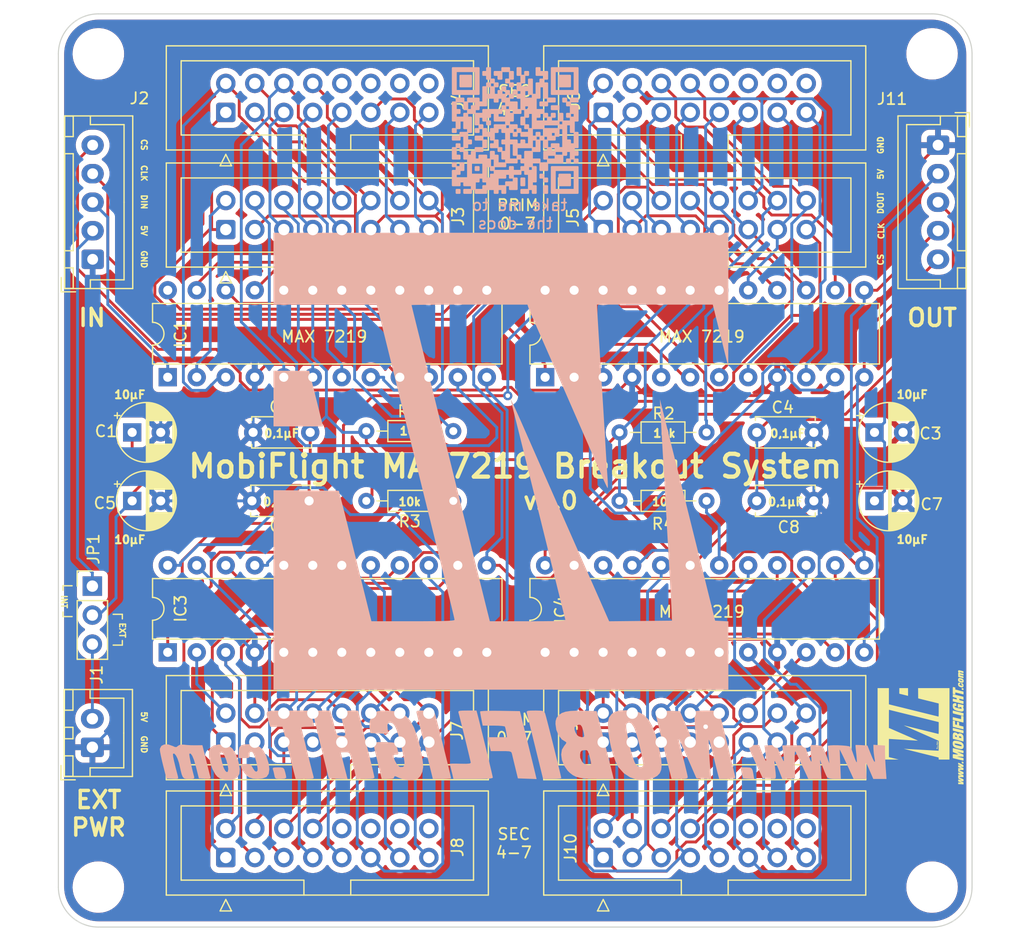
<source format=kicad_pcb>
(kicad_pcb (version 20211014) (generator pcbnew)
  (layers (0 "F.Cu" signal) (31 "B.Cu" signal) (34 "B.Paste" user) (35 "F.Paste" user) (36 "B.SilkS" user "B.Silkscreen") (37 "F.SilkS" user "F.Silkscreen") (38 "B.Mask" user) (39 "F.Mask" user) (44 "Edge.Cuts" user))
  (net 0 "")
  (net 1 "/CLK")
  (net 2 "/LOAD(CS)")
  (net 3 "Net-(IC1-Pad18)")
  (net 4 "/DIG0-1")
  (net 5 "/A1")
  (net 6 "/DIG4-1")
  (net 7 "/F1")
  (net 8 "/B1")
  (net 9 "/DIG6-1")
  (net 10 "/G1")
  (net 11 "/DIG2-1")
  (net 12 "/DIG3-1")
  (net 13 "/DIG7-1")
  (net 14 "/C1")
  (net 15 "/E1")
  (net 16 "/DIG5-1")
  (net 17 "/DP1")
  (net 18 "/DIG1-1")
  (net 19 "/D1")
  (net 20 "/DOUT1")
  (net 21 "/DIG0-2")
  (net 22 "/A2")
  (net 23 "/DIG4-2")
  (net 24 "/F2")
  (net 25 "/B2")
  (net 26 "/DIG6-2")
  (net 27 "/G2")
  (net 28 "/DIG2-2")
  (net 29 "/DIG3-2")
  (net 30 "/DIG7-2")
  (net 31 "/C2")
  (net 32 "/E2")
  (net 33 "/DIG5-2")
  (net 34 "/DP2")
  (net 35 "/DIG1-2")
  (net 36 "/D2")
  (net 37 "/DOUT2")
  (net 38 "/DIG0-3")
  (net 39 "/A3")
  (net 40 "/DIG4-3")
  (net 41 "/F3")
  (net 42 "/B3")
  (net 43 "/DIG6-3")
  (net 44 "/G3")
  (net 45 "/DIG2-3")
  (net 46 "/DIG3-3")
  (net 47 "/DIG7-3")
  (net 48 "/C3")
  (net 49 "/E3")
  (net 50 "/DIG5-3")
  (net 51 "/DP3")
  (net 52 "/DIG1-3")
  (net 53 "/D3")
  (net 54 "/DOUT3")
  (net 55 "/DOUT4")
  (net 56 "/D4")
  (net 57 "/DIG1-4")
  (net 58 "/DP4")
  (net 59 "/DIG5-4")
  (net 60 "/E4")
  (net 61 "/C4")
  (net 62 "/DIG7-4")
  (net 63 "/DIG3-4")
  (net 64 "/DIG2-4")
  (net 65 "/G4")
  (net 66 "/DIG6-4")
  (net 67 "/B4")
  (net 68 "/4")
  (net 69 "/DIG4-4")
  (net 70 "/A4")
  (net 71 "/DIG0-4")
  (net 72 "Net-(IC2-Pad18)")
  (net 73 "Net-(IC3-Pad18)")
  (net 74 "Net-(IC4-Pad18)")
  (net 91 "/DIN")
  (net 92 "VCC")
  (net 93 "GND")
  (net 94 "Net-(JP1-Pad1)")
  (net 95 "Net-(JP1-Pad3)")
  (footprint "Capacitor_THT:CP_Radial_D5.0mm_P2.50mm" (layer "F.Cu") (at 24.5 54.1136)
    (fp_text reference "C1")
    (fp_text value "10µF")
  )
  (footprint "Connector_JST:JST_XH_B2B-XH-A_1x02_P2.50mm_Vertical" (layer "F.Cu") (at 21.015 81.7 90)
    (fp_text reference "J1")
    (fp_text value "Conn_01x02_Male")
  )
  (footprint "Connector_JST:JST_XH_B5B-XH-A_1x05_P2.50mm_Vertical" (layer "F.Cu") (at 21.04 38.95 90)
    (fp_text reference "J2")
    (fp_text value "Conn_01x05_Male")
  )
  (footprint "Connector_IDC:IDC-Header_2x08_P2.54mm_Vertical" (layer "F.Cu") (at 32.6992 36.3426 90)
    (fp_text reference "J3")
    (fp_text value "Conn_02x08_Odd_Even")
  )
  (footprint "Resistor_THT:R_Axial_DIN0204_L3.6mm_D1.6mm_P7.62mm_Horizontal" (layer "F.Cu") (at 45 54)
    (fp_text reference "R1")
    (fp_text value "10k")
  )
  (footprint "Package_DIP:DIP-24_W7.62mm_MAX7219CNG" (layer "F.Cu") (at 27.6142 49.2814 90)
    (fp_text reference "IC1")
    (fp_text value "MAX7219CNG")
  )
  (footprint "Capacitor_THT:C_Disc_D5.0mm_W2.5mm_P5.00mm" (layer "F.Cu") (at 40.0912 54.1136 180)
    (fp_text reference "C2")
    (fp_text value "0,1µF")
  )
  (footprint "Capacitor_THT:CP_Radial_D5.0mm_P2.50mm" (layer "F.Cu") (at 89.5 54.1136)
    (fp_text reference "C3")
    (fp_text value "10µF")
  )
  (footprint "Capacitor_THT:C_Disc_D5.0mm_W2.5mm_P5.00mm" (layer "F.Cu") (at 79.1912 54.1136)
    (fp_text reference "C4")
    (fp_text value "0,1µF")
  )
  (footprint "Package_DIP:DIP-24_W7.62mm_MAX7219CNG" (layer "F.Cu") (at 60.6596 49.2814 90)
    (fp_text reference "IC2")
    (fp_text value "MAX7219CNG")
  )
  (footprint "Package_DIP:DIP-24_W7.62mm_MAX7219CNG" (layer "F.Cu") (at 27.6142 73.3814 90)
    (fp_text reference "IC3")
    (fp_text value "MAX7219CNG")
  )
  (footprint "Package_DIP:DIP-24_W7.62mm_MAX7219CNG" (layer "F.Cu") (at 60.6596 73.3814 90)
    (fp_text reference "IC4")
    (fp_text value "MAX7219CNG")
  )
  (footprint "Connector_IDC:IDC-Header_2x08_P2.54mm_Vertical" (layer "F.Cu") (at 65.7446 36.3426 90)
    (fp_text reference "J5")
    (fp_text value "Conn_02x08_Odd_Even")
  )
  (footprint "Connector_IDC:IDC-Header_2x08_P2.54mm_Vertical" (layer "F.Cu") (at 65.7446 26.081 90)
    (fp_text reference "J6")
    (fp_text value "Conn_02x08_Odd_Even")
  )
  (footprint "Connector_IDC:IDC-Header_2x08_P2.54mm_Vertical" (layer "F.Cu") (at 32.6992 81.2498 90)
    (fp_text reference "J7")
    (fp_text value "Conn_02x08_Odd_Even")
  )
  (footprint "Connector_IDC:IDC-Header_2x08_P2.54mm_Vertical" (layer "F.Cu") (at 32.6992 91.359 90)
    (fp_text reference "J8")
    (fp_text value "Conn_02x08_Odd_Even")
  )
  (footprint "Connector_IDC:IDC-Header_2x08_P2.54mm_Vertical" (layer "F.Cu") (at 65.7446 81.2498 90)
    (fp_text reference "J9")
    (fp_text value "Conn_02x08_Odd_Even")
  )
  (footprint "Connector_IDC:IDC-Header_2x08_P2.54mm_Vertical" (layer "F.Cu") (at 65.7446 91.359 90)
    (fp_text reference "J10")
    (fp_text value "Conn_02x08_Odd_Even")
  )
  (footprint "Resistor_THT:R_Axial_DIN0204_L3.6mm_D1.6mm_P7.62mm_Horizontal" (layer "F.Cu") (at 67.1712 54.1136)
    (fp_text reference "R2")
    (fp_text value "10k")
  )
  (footprint "Resistor_THT:R_Axial_DIN0204_L3.6mm_D1.6mm_P7.62mm_Horizontal" (layer "F.Cu") (at 45 60.1136)
    (fp_text reference "R3")
    (fp_text value "10k")
  )
  (footprint "Resistor_THT:R_Axial_DIN0204_L3.6mm_D1.6mm_P7.62mm_Horizontal" (layer "F.Cu") (at 67.1712 60.1136)
    (fp_text reference "R4")
    (fp_text value "10k")
  )
  (footprint "Connector_IDC:IDC-Header_2x08_P2.54mm_Vertical" (layer "F.Cu") (at 32.6992 26.081 90)
    (fp_text reference "J4")
    (fp_text value "Conn_02x08_Odd_Even")
  )
  (footprint "MountingHole:MountingHole_3.5mm" (layer "F.Cu") (at 21.54 20.95)
    (fp_text reference "REF2" hide)
    (fp_text value "MountingHole_3.5mm")
  )
  (footprint "Capacitor_THT:C_Disc_D5.0mm_W2.5mm_P5.00mm" (layer "F.Cu") (at 79.1912 60.1136)
    (fp_text reference "C8")
    (fp_text value "0,1µF")
  )
  (footprint "MountingHole:MountingHole_3.5mm" (layer "F.Cu") (at 94.54 93.95)
    (fp_text reference "REF4" hide)
    (fp_text value "MountingHole_3.5mm" hide)
  )
  (footprint "MountingHole:MountingHole_3.5mm" (layer "F.Cu") (at 21.54 93.95)
    (fp_text reference "REF3" hide)
    (fp_text value "MountingHole_3.5mm")
  )
  (footprint "Capacitor_THT:CP_Radial_D5.0mm_P2.50mm" (layer "F.Cu") (at 24.5 60.1136)
    (fp_text reference "C5")
    (fp_text value "10µF")
  )
  (footprint "Capacitor_THT:C_Disc_D5.0mm_W2.5mm_P5.00mm" (layer "F.Cu") (at 39.9912 60.1136 180)
    (fp_text reference "C6")
    (fp_text value "0,1µF")
  )
  (footprint "MountingHole:MountingHole_3.5mm" (layer "F.Cu") (at 94.54 20.95)
    (fp_text reference "REF1" hide)
    (fp_text value "MountingHole_3.5mm")
  )
  (footprint "Connector_PinHeader_2.54mm:PinHeader_1x03_P2.54mm_Vertical" (layer "F.Cu") (at 21.015 67.5818)
    (fp_text reference "JP1")
    (fp_text value "Jumper_3_Open")
  )
  (footprint "Logo:MobiFlight1" (layer "F.Cu") (at 93.54 79.95 90)
    (fp_text reference "G2" hide)
    (fp_text value "LOGO" hide)
  )
  (footprint "Capacitor_THT:CP_Radial_D5.0mm_P2.50mm" (layer "F.Cu") (at 89.5 60.1136)
    (fp_text reference "C7")
    (fp_text value "10µF")
  )
  (footprint "Connector_JST:JST_XH_B5B-XH-A_1x05_P2.50mm_Vertical" (layer "F.Cu") (at 95.065 28.95 -90)
    (fp_text reference "J11")
    (fp_text value "Conn_01x05_Male")
  )
  (footprint "Logo:MobiFlight_250x250" (layer "B.Cu") (at 58.72 60.6 180)
    (fp_text reference "G1")
    (fp_text value "LOGO" hide)
  )
  (gr_poly (pts (xy 52.571618 27.500043) (xy 52.569926 27.500172) (xy 52.568257 27.500384) (xy 52.566616 27.500677) (xy 52.565003 27.501049) (xy 52.563421 27.501498) (xy 52.561873 27.502022) (xy 52.560359 27.502619) (xy 52.558882 27.503287) (xy 52.557445 27.504023) (xy 52.556049 27.504825) (xy 52.554697 27.505692) (xy 52.55339 27.506622) (xy 52.552131 27.507611) (xy 52.550921 27.508659) (xy 52.549764 27.509763) (xy 52.54866 27.51092) (xy 52.547612 27.51213) (xy 52.546623 27.513389) (xy 52.545694 27.514696) (xy 52.544827 27.516049) (xy 52.544024 27.517444) (xy 52.543288 27.518882) (xy 52.54262 27.520358) (xy 52.542024 27.521872) (xy 52.541499 27.523421) (xy 52.54105 27.525003) (xy 52.540678 27.526615) (xy 52.540385 27.528257) (xy 52.540173 27.529925) (xy 52.540044 27.531618) (xy 52.540001 27.533333) (xy 52.540001 27.8) (xy 52.540044 27.801715) (xy 52.540173 27.803408) (xy 52.540385 27.805076) (xy 52.540678 27.806718) (xy 52.54105 27.80833) (xy 52.5415 27.809912) (xy 52.542024 27.811461) (xy 52.542621 27.812975) (xy 52.543288 27.814451) (xy 52.544024 27.815888) (xy 52.544827 27.817284) (xy 52.545694 27.818637) (xy 52.546623 27.819944) (xy 52.547613 27.821203) (xy 52.548661 27.822412) (xy 52.549764 27.82357) (xy 52.550922 27.824673) (xy 52.552132 27.825721) (xy 52.553391 27.826711) (xy 52.554698 27.82764) (xy 52.55605 27.828507) (xy 52.557446 27.82931) (xy 52.558883 27.830046) (xy 52.56036 27.830713) (xy 52.561873 27.83131) (xy 52.563422 27.831834) (xy 52.565004 27.832283) (xy 52.566616 27.832655) (xy 52.568258 27.832948) (xy 52.569926 27.83316) (xy 52.571619 27.833289) (xy 52.573334 27.833333) (xy 52.84 27.833333) (xy 52.841716 27.833289) (xy 52.843408 27.83316) (xy 52.845077 27.832948) (xy 52.846718 27.832655) (xy 52.848331 27.832283) (xy 52.849913 27.831834) (xy 52.851462 27.83131) (xy 52.852975 27.830713) (xy 52.854452 27.830046) (xy 52.855889 27.82931) (xy 52.857285 27.828507) (xy 52.858638 27.82764) (xy 52.859945 27.826711) (xy 52.861204 27.825721) (xy 52.862413 27.824673) (xy 52.863571 27.82357) (xy 52.864675 27.822412) (xy 52.865723 27.821203) (xy 52.866712 27.819944) (xy 52.867642 27.818637) (xy 52.868509 27.817284) (xy 52.869311 27.815888) (xy 52.870048 27.814451) (xy 52.870715 27.812975) (xy 52.871312 27.811461) (xy 52.871836 27.809912) (xy 52.872285 27.80833) (xy 52.872658 27.806718) (xy 52.872951 27.805076) (xy 52.873163 27.803408) (xy 52.873292 27.801715) (xy 52.873335 27.8) (xy 52.873335 27.5) (xy 52.573334 27.5)) (layer "B.SilkS") (width 0.1) (fill solid))
  (gr_poly (pts (xy 59.904951 22.16671) (xy 59.903259 22.166839) (xy 59.901591 22.167051) (xy 59.899949 22.167344) (xy 59.898336 22.167716) (xy 59.896755 22.168166) (xy 59.895206 22.16869) (xy 59.893692 22.169287) (xy 59.892216 22.169954) (xy 59.890778 22.17069) (xy 59.889382 22.171493) (xy 59.88803 22.17236) (xy 59.886723 22.173289) (xy 59.885464 22.174279) (xy 59.884254 22.175326) (xy 59.883097 22.17643) (xy 59.881993 22.177588) (xy 59.880945 22.178797) (xy 59.879956 22.180056) (xy 59.879026 22.181363) (xy 59.878159 22.182716) (xy 59.877357 22.184112) (xy 59.876621 22.185549) (xy 59.875953 22.187026) (xy 59.875356 22.188539) (xy 59.874832 22.190088) (xy 59.874383 22.19167) (xy 59.874011 22.193283) (xy 59.873718 22.194924) (xy 59.873506 22.196592) (xy 59.873377 22.198285) (xy 59.873333 22.2) (xy 59.873333 22.8) (xy 59.873377 22.801715) (xy 59.873506 22.803408) (xy 59.873718 22.805076) (xy 59.874011 22.806718) (xy 59.874383 22.808331) (xy 59.874832 22.809912) (xy 59.875356 22.811461) (xy 59.875953 22.812975) (xy 59.876621 22.814452) (xy 59.877357 22.815889) (xy 59.87816 22.817285) (xy 59.879027 22.818637) (xy 59.879956 22.819944) (xy 59.880946 22.821203) (xy 59.881993 22.822413) (xy 59.883097 22.82357) (xy 59.884255 22.824674) (xy 59.885464 22.825722) (xy 59.886723 22.826711) (xy 59.88803 22.827641) (xy 59.889383 22.828508) (xy 59.890779 22.82931) (xy 59.892216 22.830047) (xy 59.893692 22.830714) (xy 59.895206 22.831311) (xy 59.896755 22.831835) (xy 59.898337 22.832284) (xy 59.899949 22.832656) (xy 59.901591 22.832949) (xy 59.903259 22.833161) (xy 59.904952 22.83329) (xy 59.906667 22.833334) (xy 60.506667 22.833334) (xy 60.508383 22.833377) (xy 60.510075 22.833506) (xy 60.511744 22.833718) (xy 60.513385 22.834011) (xy 60.514998 22.834383) (xy 60.51658 22.834832) (xy 60.518128 22.835356) (xy 60.519642 22.835953) (xy 60.521119 22.836621) (xy 60.522556 22.837357) (xy 60.523952 22.838159) (xy 60.525304 22.839026) (xy 60.526611 22.839956) (xy 60.52787 22.840945) (xy 60.52908 22.841993) (xy 60.530237 22.843097) (xy 60.531341 22.844254) (xy 60.532389 22.845464) (xy 60.533378 22.846723) (xy 60.534308 22.84803) (xy 60.535175 22.849382) (xy 60.535977 22.850778) (xy 60.536713 22.852216) (xy 60.537381 22.853692) (xy 60.537978 22.855206) (xy 60.538502 22.856755) (xy 60.538951 22.858336) (xy 60.539323 22.859949) (xy 60.539616 22.86159) (xy 60.539828 22.863259) (xy 60.539957 22.864951) (xy 60.54 22.866667) (xy 60.54 23.166667) (xy 60.84 23.166667) (xy 60.841716 23.166624) (xy 60.843408 23.166495) (xy 60.845077 23.166283) (xy 60.846718 23.16599) (xy 60.848331 23.165618) (xy 60.849913 23.165168) (xy 60.851461 23.164644) (xy 60.852975 23.164047) (xy 60.854452 23.16338) (xy 60.855889 23.162644) (xy 60.857285 23.161841) (xy 60.858637 23.160974) (xy 60.859944 23.160045) (xy 60.861203 23.159055) (xy 60.862413 23.158007) (xy 60.863571 23.156904) (xy 60.864674 23.155746) (xy 60.865722 23.154537) (xy 60.866712 23.153277) (xy 60.867641 23.151971) (xy 60.868508 23.150618) (xy 60.869311 23.149222) (xy 60.870047 23.147785) (xy 60.870714 23.146308) (xy 60.871311 23.144795) (xy 60.871835 23.143246) (xy 60.872284 23.141664) (xy 60.872657 23.140051) (xy 60.87295 23.13841) (xy 60.873162 23.136742) (xy 60.87329 23.135049) (xy 60.873334 23.133334) (xy 60.873334 22.533334) (xy 60.87329 22.531618) (xy 60.873162 22.529925) (xy 60.87295 22.528257) (xy 60.872657 22.526616) (xy 60.872284 22.525003) (xy 60.871835 22.523421) (xy 60.871311 22.521872) (xy 60.870714 22.520359) (xy 60.870047 22.518882) (xy 60.869311 22.517445) (xy 60.868508 22.516049) (xy 60.867641 22.514697) (xy 60.866712 22.51339) (xy 60.865722 22.51213) (xy 60.864674 22.510921) (xy 60.863571 22.509763) (xy 60.862413 22.50866) (xy 60.861203 22.507612) (xy 60.859944 22.506622) (xy 60.858637 22.505693) (xy 60.857285 22.504826) (xy 60.855889 22.504023) (xy 60.854452 22.503287) (xy 60.852975 22.50262) (xy 60.851461 22.502023) (xy 60.849913 22.501499) (xy 60.848331 22.50105) (xy 60.846718 22.500677) (xy 60.845077 22.500384) (xy 60.843408 22.500172) (xy 60.841716 22.500044) (xy 60.84 22.5) (xy 60.24 22.5) (xy 60.238285 22.499957) (xy 60.236592 22.499828) (xy 60.234924 22.499616) (xy 60.233283 22.499323) (xy 60.23167 22.498951) (xy 60.230088 22.498502) (xy 60.228539 22.497978) (xy 60.227026 22.497381) (xy 60.225549 22.496713) (xy 60.224112 22.495977) (xy 60.222716 22.495174) (xy 60.221363 22.494307) (xy 60.220057 22.493378) (xy 60.218797 22.492389) (xy 60.217588 22.491341) (xy 60.21643 22.490237) (xy 60.215326 22.48908) (xy 60.214279 22.48787) (xy 60.213289 22.486611) (xy 60.21236 22.485304) (xy 60.211493 22.483951) (xy 60.21069 22.482556) (xy 60.209954 22.481118) (xy 60.209287 22.479642) (xy 60.20869 22.478128) (xy 60.208166 22.476579) (xy 60.207716 22.474998) (xy 60.207344 22.473385) (xy 60.207051 22.471743) (xy 60.206839 22.470075) (xy 60.20671 22.468382) (xy 60.206667 22.466667) (xy 60.206667 22.2) (xy 60.206624 22.198285) (xy 60.206495 22.196592) (xy 60.206283 22.194924) (xy 60.20599 22.193283) (xy 60.205618 22.19167) (xy 60.205168 22.190088) (xy 60.204644 22.188539) (xy 60.204048 22.187026) (xy 60.20338 22.185549) (xy 60.202644 22.184112) (xy 60.201841 22.182716) (xy 60.200974 22.181363) (xy 60.200045 22.180056) (xy 60.199055 22.178797) (xy 60.198008 22.177588) (xy 60.196904 22.17643) (xy 60.195746 22.175326) (xy 60.194537 22.174279) (xy 60.193278 22.173289) (xy 60.191971 22.17236) (xy 60.190618 22.171493) (xy 60.189222 22.17069) (xy 60.187785 22.169954) (xy 60.186309 22.169287) (xy 60.184795 22.16869) (xy 60.183246 22.168166) (xy 60.181664 22.167716) (xy 60.180052 22.167344) (xy 60.17841 22.167051) (xy 60.176742 22.166839) (xy 60.175049 22.16671) (xy 60.173334 22.166667) (xy 59.906667 22.166667)) (layer "B.SilkS") (width 0.1) (fill solid))
  (gr_poly (pts (xy 57.54 24.833333) (xy 57.840001 24.833333) (xy 57.841716 24.83329) (xy 57.843409 24.833161) (xy 57.845077 24.832949) (xy 57.846719 24.832656) (xy 57.848331 24.832284) (xy 57.849913 24.831835) (xy 57.851462 24.831311) (xy 57.852976 24.830714) (xy 57.854452 24.830046) (xy 57.85589 24.82931) (xy 57.857285 24.828507) (xy 57.858638 24.82764) (xy 57.859945 24.826711) (xy 57.861204 24.825722) (xy 57.862414 24.824674) (xy 57.863571 24.82357) (xy 57.864675 24.822412) (xy 57.865723 24.821203) (xy 57.866712 24.819944) (xy 57.867642 24.818637) (xy 57.868509 24.817284) (xy 57.869311 24.815889) (xy 57.870047 24.814451) (xy 57.870715 24.812975) (xy 57.871312 24.811461) (xy 57.871836 24.809912) (xy 57.872285 24.80833) (xy 57.872657 24.806718) (xy 57.87295 24.805076) (xy 57.873162 24.803408) (xy 57.873291 24.801715) (xy 57.873334 24.8) (xy 57.873334 24.5) (xy 57.54 24.5)) (layer "B.SilkS") (width 0.1) (fill solid))
  (gr_poly (pts (xy 62.54 25.466666) (xy 62.540043 25.468382) (xy 62.540172 25.470074) (xy 62.540384 25.471743) (xy 62.540677 25.473384) (xy 62.541049 25.474997) (xy 62.541499 25.476579) (xy 62.542023 25.478128) (xy 62.54262 25.479641) (xy 62.543287 25.481118) (xy 62.544023 25.482555) (xy 62.544826 25.483951) (xy 62.545693 25.485303) (xy 62.546622 25.48661) (xy 62.547612 25.48787) (xy 62.54866 25.489079) (xy 62.549763 25.490237) (xy 62.550921 25.491341) (xy 62.55213 25.492388) (xy 62.55339 25.493378) (xy 62.554696 25.494307) (xy 62.556049 25.495174) (xy 62.557445 25.495977) (xy 62.558882 25.496713) (xy 62.560359 25.49738) (xy 62.561872 25.497977) (xy 62.563421 25.498501) (xy 62.565003 25.498951) (xy 62.566616 25.499323) (xy 62.568257 25.499616) (xy 62.569925 25.499828) (xy 62.571618 25.499957) (xy 62.573333 25.5) (xy 62.873333 25.5) (xy 62.873333 25.166667) (xy 62.54 25.166667)) (layer "B.SilkS") (width 0.1) (fill solid))
  (gr_poly (pts (xy 60.206667 31.133332) (xy 60.20671 31.135048) (xy 60.206839 31.13674) (xy 60.207051 31.138408) (xy 60.207344 31.14005) (xy 60.207716 31.141663) (xy 60.208166 31.143244) (xy 60.20869 31.144793) (xy 60.209287 31.146307) (xy 60.209954 31.147783) (xy 60.21069 31.149221) (xy 60.211493 31.150617) (xy 60.21236 31.151969) (xy 60.213289 31.153276) (xy 60.214279 31.154535) (xy 60.215326 31.155745) (xy 60.21643 31.156902) (xy 60.217588 31.158006) (xy 60.218797 31.159054) (xy 60.220057 31.160044) (xy 60.221364 31.160973) (xy 60.222716 31.16184) (xy 60.224112 31.162643) (xy 60.225549 31.163379) (xy 60.227026 31.164046) (xy 60.228539 31.164643) (xy 60.230088 31.165167) (xy 60.23167 31.165617) (xy 60.233283 31.165989) (xy 60.234924 31.166282) (xy 60.236593 31.166494) (xy 60.238285 31.166623) (xy 60.240001 31.166666) (xy 60.84 31.166666) (xy 60.841716 31.166623) (xy 60.843408 31.166494) (xy 60.845077 31.166282) (xy 60.846718 31.165989) (xy 60.848331 31.165617) (xy 60.849913 31.165167) (xy 60.851461 31.164643) (xy 60.852975 31.164046) (xy 60.854452 31.163379) (xy 60.855889 31.162643) (xy 60.857285 31.16184) (xy 60.858637 31.160973) (xy 60.859944 31.160044) (xy 60.861203 31.159054) (xy 60.862413 31.158006) (xy 60.863571 31.156902) (xy 60.864674 31.155745) (xy 60.865722 31.154535) (xy 60.866712 31.153276) (xy 60.867641 31.151969) (xy 60.868508 31.150617) (xy 60.869311 31.149221) (xy 60.870047 31.147783) (xy 60.870714 31.146307) (xy 60.871311 31.144793) (xy 60.871835 31.143244) (xy 60.872284 31.141663) (xy 60.872657 31.14005) (xy 60.87295 31.138408) (xy 60.873162 31.13674) (xy 60.87329 31.135048) (xy 60.873334 31.133332) (xy 60.873334 30.499999) (xy 60.206667 30.499999)) (layer "B.SilkS") (width 0.1) (fill solid))
  (gr_poly (pts (xy 52.571618 29.16671) (xy 52.569926 29.166839) (xy 52.568257 29.167051) (xy 52.566616 29.167344) (xy 52.565003 29.167716) (xy 52.563421 29.168165) (xy 52.561873 29.168689) (xy 52.560359 29.169286) (xy 52.558882 29.169954) (xy 52.557445 29.17069) (xy 52.556049 29.171492) (xy 52.554697 29.172359) (xy 52.55339 29.173289) (xy 52.552131 29.174278) (xy 52.550921 29.175326) (xy 52.549764 29.17643) (xy 52.54866 29.177587) (xy 52.547612 29.178797) (xy 52.546623 29.180056) (xy 52.545694 29.181363) (xy 52.544827 29.182715) (xy 52.544024 29.184111) (xy 52.543288 29.185548) (xy 52.54262 29.187025) (xy 52.542024 29.188539) (xy 52.541499 29.190087) (xy 52.54105 29.191669) (xy 52.540678 29.193282) (xy 52.540385 29.194923) (xy 52.540173 29.196591) (xy 52.540044 29.198284) (xy 52.540001 29.199999) (xy 52.540001 30.133333) (xy 52.540044 30.135048) (xy 52.540173 30.136741) (xy 52.540385 30.138409) (xy 52.540678 30.14005) (xy 52.54105 30.141663) (xy 52.5415 30.143245) (xy 52.542024 30.144794) (xy 52.542621 30.146307) (xy 52.543288 30.147784) (xy 52.544024 30.149221) (xy 52.544827 30.150617) (xy 52.545694 30.15197) (xy 52.546623 30.153276) (xy 52.547613 30.154536) (xy 52.548661 30.155745) (xy 52.549764 30.156903) (xy 52.550922 30.158007) (xy 52.552132 30.159054) (xy 52.553391 30.160044) (xy 52.554698 30.160973) (xy 52.55605 30.16184) (xy 52.557446 30.162643) (xy 52.558883 30.163379) (xy 52.56036 30.164047) (xy 52.561873 30.164644) (xy 52.563422 30.165168) (xy 52.565004 30.165617) (xy 52.566616 30.165989) (xy 52.568258 30.166282) (xy 52.569926 30.166494) (xy 52.571619 30.166623) (xy 52.573334 30.166667) (xy 53.173334 30.166667) (xy 53.17505 30.166623) (xy 53.176742 30.166494) (xy 53.178411 30.166282) (xy 53.180052 30.165989) (xy 53.181665 30.165617) (xy 53.183247 30.165168) (xy 53.184795 30.164644) (xy 53.186309 30.164047) (xy 53.187786 30.163379) (xy 53.189223 30.162643) (xy 53.190619 30.16184) (xy 53.191971 30.160973) (xy 53.193278 30.160044) (xy 53.194537 30.159054) (xy 53.195747 30.158007) (xy 53.196904 30.156903) (xy 53.198008 30.155745) (xy 53.199056 30.154536) (xy 53.200045 30.153276) (xy 53.200974 30.15197) (xy 53.201841 30.150617) (xy 53.202644 30.149221) (xy 53.20338 30.147784) (xy 53.204048 30.146307) (xy 53.204644 30.144794) (xy 53.205168 30.143245) (xy 53.205618 30.141663) (xy 53.20599 30.14005) (xy 53.206283 30.138409) (xy 53.206495 30.136741) (xy 53.206624 30.135048) (xy 53.206667 30.133333) (xy 53.206667 29.866666) (xy 53.206624 29.864951) (xy 53.206495 29.863258) (xy 53.206283 29.86159) (xy 53.20599 29.859949) (xy 53.205617 29.858336) (xy 53.205168 29.856754) (xy 53.204644 29.855205) (xy 53.204047 29.853692) (xy 53.20338 29.852215) (xy 53.202644 29.850778) (xy 53.201841 29.849382) (xy 53.200974 29.84803) (xy 53.200045 29.846723) (xy 53.199055 29.845463) (xy 53.198007 29.844254) (xy 53.196904 29.843096) (xy 53.195746 29.841992) (xy 53.194536 29.840945) (xy 53.193277 29.839955) (xy 53.19197 29.839026) (xy 53.190618 29.838159) (xy 53.189222 29.837356) (xy 53.187785 29.83662) (xy 53.186308 29.835952) (xy 53.184795 29.835355) (xy 53.183246 29.834831) (xy 53.181664 29.834382) (xy 53.180051 29.83401) (xy 53.17841 29.833717) (xy 53.176742 29.833505) (xy 53.175049 29.833376) (xy 53.173334 29.833333) (xy 52.906668 29.833333) (xy 52.904952 29.833289) (xy 52.90326 29.83316) (xy 52.901591 29.832948) (xy 52.89995 29.832655) (xy 52.898337 29.832283) (xy 52.896755 29.831834) (xy 52.895207 29.83131) (xy 52.893693 29.830713) (xy 52.892216 29.830045) (xy 52.890779 29.829309) (xy 52.889383 29.828507) (xy 52.888031 29.82764) (xy 52.886724 29.82671) (xy 52.885465 29.825721) (xy 52.884255 29.824673) (xy 52.883098 29.823569) (xy 52.881994 29.822412) (xy 52.880946 29.821202) (xy 52.879957 29.819943) (xy 52.879028 29.818636) (xy 52.878161 29.817284) (xy 52.877358 29.815888) (xy 52.876622 29.814451) (xy 52.875954 29.812974) (xy 52.875357 29.81146) (xy 52.874833 29.809912) (xy 52.874384 29.80833) (xy 52.874012 29.806717) (xy 52.873719 29.805076) (xy 52.873507 29.803408) (xy 52.873378 29.801715) (xy 52.873335 29.8) (xy 52.873335 29.166667) (xy 52.573334 29.166667)) (layer "B.SilkS") (width 0.1) (fill solid))
  (gr_poly (pts (xy 58.571619 31.833377) (xy 58.569926 31.833506) (xy 58.568258 31.833718) (xy 58.566616 31.834011) (xy 58.565004 31.834383) (xy 58.563422 31.834833) (xy 58.561873 31.835357) (xy 58.560359 31.835954) (xy 58.558883 31.836621) (xy 58.557445 31.837357) (xy 58.556049 31.83816) (xy 58.554697 31.839027) (xy 58.55339 31.839956) (xy 58.552131 31.840946) (xy 58.550921 31.841993) (xy 58.549764 31.843097) (xy 58.54866 31.844255) (xy 58.547612 31.845464) (xy 58.546623 31.846723) (xy 58.545693 31.84803) (xy 58.544826 31.849383) (xy 58.544024 31.850779) (xy 58.543288 31.852216) (xy 58.54262 31.853692) (xy 58.542023 31.855206) (xy 58.541499 31.856755) (xy 58.54105 31.858337) (xy 58.540678 31.859949) (xy 58.540385 31.861591) (xy 58.540173 31.863259) (xy 58.540044 31.864952) (xy 58.54 31.866667) (xy 58.54 32.466666) (xy 58.540044 32.468382) (xy 58.540173 32.470074) (xy 58.540385 32.471743) (xy 58.540678 32.473384) (xy 58.54105 32.474997) (xy 58.541499 32.476579) (xy 58.542023 32.478127) (xy 58.54262 32.479641) (xy 58.543288 32.481118) (xy 58.544024 32.482555) (xy 58.544826 32.483951) (xy 58.545693 32.485303) (xy 58.546623 32.48661) (xy 58.547612 32.487869) (xy 58.54866 32.489079) (xy 58.549764 32.490236) (xy 58.550921 32.49134) (xy 58.552131 32.492388) (xy 58.55339 32.493377) (xy 58.554697 32.494306) (xy 58.556049 32.495173) (xy 58.557445 32.495976) (xy 58.558883 32.496712) (xy 58.560359 32.49738) (xy 58.561873 32.497976) (xy 58.563422 32.498501) (xy 58.565004 32.49895) (xy 58.566616 32.499322) (xy 58.568258 32.499615) (xy 58.569926 32.499827) (xy 58.571619 32.499956) (xy 58.573334 32.499999) (xy 58.840001 32.499999) (xy 58.841716 32.499956) (xy 58.843409 32.499827) (xy 58.845077 32.499615) (xy 58.846719 32.499322) (xy 58.848331 32.49895) (xy 58.849913 32.4985) (xy 58.851462 32.497976) (xy 58.852976 32.49738) (xy 58.854452 32.496712) (xy 58.85589 32.495976) (xy 58.857285 32.495173) (xy 58.858638 32.494306) (xy 58.859945 32.493377) (xy 58.861204 32.492387) (xy 58.862414 32.49134) (xy 58.863571 32.490236) (xy 58.864675 32.489078) (xy 58.865723 32.487869) (xy 58.866712 32.48661) (xy 58.867642 32.485303) (xy 58.868509 32.48395) (xy 58.869311 32.482554) (xy 58.870047 32.481117) (xy 58.870715 32.479641) (xy 58.871312 32.478127) (xy 58.871836 32.476578) (xy 58.872285 32.474996) (xy 58.872657 32.473384) (xy 58.87295 32.471742) (xy 58.873162 32.470074) (xy 58.873291 32.468381) (xy 58.873334 32.466666) (xy 58.873334 31.866667) (xy 58.873291 31.864951) (xy 58.873162 31.863259) (xy 58.87295 31.86159) (xy 58.872657 31.859949) (xy 58.872285 31.858336) (xy 58.871836 31.856754) (xy 58.871312 31.855206) (xy 58.870715 31.853692) (xy 58.870047 31.852215) (xy 58.869311 31.850778) (xy 58.868509 31.849382) (xy 58.867642 31.84803) (xy 58.866712 31.846723) (xy 58.865723 31.845464) (xy 58.864675 31.844254) (xy 58.863571 31.843097) (xy 58.862414 31.841993) (xy 58.861204 31.840945) (xy 58.859945 31.839956) (xy 58.858638 31.839027) (xy 58.857285 31.83816) (xy 58.85589 31.837357) (xy 58.854452 31.836621) (xy 58.852976 31.835953) (xy 58.851462 31.835357) (xy 58.849913 31.834833) (xy 58.848331 31.834383) (xy 58.846719 31.834011) (xy 58.845077 31.833718) (xy 58.843409 31.833506) (xy 58.841716 31.833377) (xy 58.840001 31.833334) (xy 58.573334 31.833334)) (layer "B.SilkS") (width 0.1) (fill solid))
  (gr_poly (pts (xy 60.54 26.466666) (xy 60.540044 26.468381) (xy 60.540173 26.470074) (xy 60.540385 26.471742) (xy 60.540678 26.473384) (xy 60.54105 26.474996) (xy 60.541499 26.476578) (xy 60.542023 26.478127) (xy 60.54262 26.479641) (xy 60.543287 26.481117) (xy 60.544024 26.482555) (xy 60.544826 26.483951) (xy 60.545693 26.485303) (xy 60.546623 26.48661) (xy 60.547612 26.487869) (xy 60.54866 26.489079) (xy 60.549763 26.490236) (xy 60.550921 26.49134) (xy 60.552131 26.492388) (xy 60.55339 26.493377) (xy 60.554697 26.494307) (xy 60.556049 26.495174) (xy 60.557445 26.495976) (xy 60.558882 26.496712) (xy 60.560359 26.49738) (xy 60.561873 26.497977) (xy 60.563421 26.498501) (xy 60.565003 26.49895) (xy 60.566616 26.499322) (xy 60.568257 26.499615) (xy 60.569926 26.499827) (xy 60.571618 26.499956) (xy 60.573334 26.5) (xy 60.873334 26.5) (xy 60.873334 26.199999) (xy 60.87329 26.198284) (xy 60.873162 26.196591) (xy 60.87295 26.194923) (xy 60.872657 26.193281) (xy 60.872284 26.191669) (xy 60.871835 26.190087) (xy 60.871311 26.188538) (xy 60.870714 26.187024) (xy 60.870047 26.185548) (xy 60.869311 26.184111) (xy 60.868508 26.182715) (xy 60.867641 26.181362) (xy 60.866712 26.180056) (xy 60.865722 26.178796) (xy 60.864674 26.177587) (xy 60.863571 26.176429) (xy 60.862413 26.175326) (xy 60.861203 26.174278) (xy 60.859944 26.173288) (xy 60.858637 26.172359) (xy 60.857285 26.171492) (xy 60.855889 26.17069) (xy 60.854452 26.169953) (xy 60.852975 26.169286) (xy 60.851461 26.168689) (xy 60.849913 26.168165) (xy 60.848331 26.167716) (xy 60.846718 26.167344) (xy 60.845077 26.167051) (xy 60.843408 26.166839) (xy 60.841716 26.16671) (xy 60.84 26.166667) (xy 60.54 26.166667)) (layer "B.SilkS") (width 0.1) (fill solid))
  (gr_poly (pts (xy 63.206667 29.866666) (xy 63.20671 29.864951) (xy 63.206839 29.863258) (xy 63.207051 29.86159) (xy 63.207344 29.859949) (xy 63.207716 29.858336) (xy 63.208165 29.856754) (xy 63.208689 29.855205) (xy 63.209286 29.853692) (xy 63.209954 29.852215) (xy 63.21069 29.850778) (xy 63.211493 29.849382) (xy 63.21236 29.84803) (xy 63.213289 29.846723) (xy 63.214278 29.845463) (xy 63.215326 29.844254) (xy 63.21643 29.843096) (xy 63.217587 29.841992) (xy 63.218797 29.840945) (xy 63.220056 29.839955) (xy 63.221363 29.839026) (xy 63.222716 29.838159) (xy 63.224111 29.837356) (xy 63.225549 29.83662) (xy 63.227025 29.835952) (xy 63.228539 29.835355) (xy 63.230088 29.834831) (xy 63.231669 29.834382) (xy 63.233282 29.83401) (xy 63.234924 29.833717) (xy 63.236592 29.833505) (xy 63.238285 29.833376) (xy 63.24 29.833333) (xy 63.506667 29.833333) (xy 63.508382 29.833289) (xy 63.510075 29.83316) (xy 63.511743 29.832948) (xy 63.513385 29.832655) (xy 63.514997 29.832283) (xy 63.516579 29.831834) (xy 63.518128 29.83131) (xy 63.519642 29.830713) (xy 63.521118 29.830045) (xy 63.522555 29.829309) (xy 63.523951 29.828507) (xy 63.525304 29.82764) (xy 63.526611 29.82671) (xy 63.52787 29.825721) (xy 63.529079 29.824673) (xy 63.530237 29.823569) (xy 63.531341 29.822412) (xy 63.532388 29.821202) (xy 63.533378 29.819943) (xy 63.534307 29.818636) (xy 63.535174 29.817284) (xy 63.535977 29.815888) (xy 63.536713 29.814451) (xy 63.537381 29.812974) (xy 63.537977 29.81146) (xy 63.538501 29.809912) (xy 63.538951 29.80833) (xy 63.539323 29.806717) (xy 63.539616 29.805076) (xy 63.539828 29.803408) (xy 63.539957 29.801715) (xy 63.54 29.8) (xy 63.54 29.533333) (xy 63.539957 29.531618) (xy 63.539828 29.529925) (xy 63.539616 29.528257) (xy 63.539323 29.526615) (xy 63.538951 29.525003) (xy 63.538501 29.523421) (xy 63.537977 29.521872) (xy 63.53738 29.520358) (xy 63.536713 29.518882) (xy 63.535977 29.517444) (xy 63.535174 29.516049) (xy 63.534307 29.514696) (xy 63.533378 29.513389) (xy 63.532388 29.51213) (xy 63.531341 29.51092) (xy 63.530237 29.509763) (xy 63.529079 29.508659) (xy 63.52787 29.507611) (xy 63.526611 29.506622) (xy 63.525304 29.505692) (xy 63.523951 29.504825) (xy 63.522555 29.504023) (xy 63.521118 29.503287) (xy 63.519641 29.502619) (xy 63.518128 29.502022) (xy 63.516579 29.501498) (xy 63.514997 29.501049) (xy 63.513384 29.500677) (xy 63.511743 29.500384) (xy 63.510075 29.500172) (xy 63.508382 29.500043) (xy 63.506667 29.5) (xy 63.24 29.5) (xy 63.238285 29.499956) (xy 63.236592 29.499827) (xy 63.234924 29.499615) (xy 63.233282 29.499322) (xy 63.231669 29.49895) (xy 63.230088 29.498501) (xy 63.228539 29.497977) (xy 63.227025 29.49738) (xy 63.225549 29.496712) (xy 63.224111 29.495976) (xy 63.222715 29.495174) (xy 63.221363 29.494307) (xy 63.220056 29.493377) (xy 63.218797 29.492388) (xy 63.217587 29.49134) (xy 63.21643 29.490236) (xy 63.215326 29.489079) (xy 63.214278 29.487869) (xy 63.213289 29.48661) (xy 63.21236 29.485303) (xy 63.211493 29.483951) (xy 63.21069 29.482555) (xy 63.209954 29.481117) (xy 63.209286 29.479641) (xy 63.208689 29.478127) (xy 63.208165 29.476578) (xy 63.207716 29.474996) (xy 63.207344 29.473384) (xy 63.207051 29.471742) (xy 63.206839 29.470074) (xy 63.20671 29.468381) (xy 63.206667 29.466666) (xy 63.206667 29.199999) (xy 63.20671 29.198284) (xy 63.206839 29.196591) (xy 63.207051 29.194923) (xy 63.207344 29.193282) (xy 63.207716 29.191669) (xy 63.208165 29.190087) (xy 63.208689 29.188539) (xy 63.209286 29.187025) (xy 63.209954 29.185548) (xy 63.21069 29.184111) (xy 63.211493 29.182715) (xy 63.21236 29.181363) (xy 63.213289 29.180056) (xy 63.214278 29.178797) (xy 63.215326 29.177587) (xy 63.21643 29.17643) (xy 63.217587 29.175326) (xy 63.218797 29.174278) (xy 63.220056 29.173289) (xy 63.221363 29.172359) (xy 63.222716 29.171492) (xy 63.224111 29.17069) (xy 63.225549 29.169954) (xy 63.227025 29.169286) (xy 63.228539 29.168689) (xy 63.230088 29.168165) (xy 63.231669 29.167716) (xy 63.233282 29.167344) (xy 63.234924 29.167051) (xy 63.236592 29.166839) (xy 63.238285 29.16671) (xy 63.24 29.166667) (xy 63.506667 29.166667) (xy 63.508382 29.166623) (xy 63.510075 29.166494) (xy 63.511743 29.166282) (xy 63.513384 29.165989) (xy 63.514997 29.165617) (xy 63.516579 29.165168) (xy 63.518128 29.164644) (xy 63.519641 29.164047) (xy 63.521118 29.163379) (xy 63.522555 29.162643) (xy 63.523951 29.161841) (xy 63.525304 29.160974) (xy 63.526611 29.160044) (xy 63.52787 29.159055) (xy 63.529079 29.158007) (xy 63.530237 29.156903) (xy 63.531341 29.155746) (xy 63.532388 29.154536) (xy 63.533378 29.153277) (xy 63.534307 29.15197) (xy 63.535174 29.150618) (xy 63.535977 29.149222) (xy 63.536713 29.147784) (xy 63.53738 29.146308) (xy 63.537977 29.144794) (xy 63.538501 29.143245) (xy 63.538951 29.141663) (xy 63.539323 29.140051) (xy 63.539616 29.138409) (xy 63.539828 29.136741) (xy 63.539957 29.135048) (xy 63.54 29.133333) (xy 63.54 28.8) (xy 63.206667 28.8) (xy 63.206623 28.801715) (xy 63.206495 28.803408) (xy 63.206283 28.805076) (xy 63.20599 28.806718) (xy 63.205617 28.80833) (xy 63.205168 28.809912) (xy 63.204644 28.811461) (xy 63.204047 28.812975) (xy 63.20338 28.814451) (xy 63.202644 28.815888) (xy 63.201841 28.817284) (xy 63.200974 28.818637) (xy 63.200045 28.819944) (xy 63.199055 28.821203) (xy 63.198007 28.822412) (xy 63.196904 28.82357) (xy 63.195746 28.824673) (xy 63.194537 28.825721) (xy 63.193277 28.826711) (xy 63.19197 28.82764) (xy 63.190618 28.828507) (xy 63.189222 28.82931) (xy 63.187785 28.830046) (xy 63.186308 28.830713) (xy 63.184795 28.83131) (xy 63.183246 28.831834) (xy 63.181664 28.832283) (xy 63.180051 28.832655) (xy 63.17841 28.832948) (xy 63.176742 28.83316) (xy 63.175049 28.833289) (xy 63.173333 28.833333) (xy 62.906667 28.833333) (xy 62.904951 28.833289) (xy 62.903259 28.83316) (xy 62.90159 28.832948) (xy 62.899949 28.832655) (xy 62.898336 28.832283) (xy 62.896754 28.831834) (xy 62.895206 28.83131) (xy 62.893692 28.830713) (xy 62.892215 28.830046) (xy 62.890778 28.82931) (xy 62.889382 28.828507) (xy 62.88803 28.82764) (xy 62.886723 28.826711) (xy 62.885464 28.825721) (xy 62.884254 28.824673) (xy 62.883097 28.82357) (xy 62.881993 28.822412) (xy 62.880945 28.821203) (xy 62.879956 28.819944) (xy 62.879026 28.818637) (xy 62.878159 28.817284) (xy 62.877357 28.815888) (xy 62.87662 28.814451) (xy 62.875953 28.812975) (xy 62.875356 28.811461) (xy 62.874832 28.809912) (xy 62.874383 28.80833) (xy 62.874011 28.806718) (xy 62.873718 28.805076) (xy 62.873506 28.803408) (xy 62.873377 28.801715) (xy 62.873333 28.8) (xy 62.873333 28.533333) (xy 62.87329 28.531618) (xy 62.873161 28.529925) (xy 62.872949 28.528257) (xy 62.872656 28.526615) (xy 62.872284 28.525003) (xy 62.871835 28.523421) (xy 62.871311 28.521872) (xy 62.870714 28.520358) (xy 62.870046 28.518882) (xy 62.86931 28.517444) (xy 62.868508 28.516049) (xy 62.867641 28.514696) (xy 62.866711 28.513389) (xy 62.865722 28.51213) (xy 62.864674 28.51092) (xy 62.86357 28.509763) (xy 62.862413 28.508659) (xy 62.861203 28.507611) (xy 62.859944 28.506622) (xy 62.858637 28.505692) (xy 62.857285 28.504825) (xy 62.855889 28.504023) (xy 62.854451 28.503287) (xy 62.852975 28.502619) (xy 62.851461 28.502022) (xy 62.849912 28.501498) (xy 62.848331 28.501049) (xy 62.846718 28.500677) (xy 62.845077 28.500384) (xy 62.843408 28.500172) (xy 62.841716 28.500043) (xy 62.84 28.5) (xy 62.573333 28.5) (xy 62.571618 28.499956) (xy 62.569925 28.499827) (xy 62.568257 28.499615) (xy 62.566616 28.499322) (xy 62.565003 28.49895) (xy 62.563421 28.498501) (xy 62.561872 28.497977) (xy 62.560359 28.49738) (xy 62.558882 28.496712) (xy 62.557445 28.495976) (xy 62.556049 28.495174) (xy 62.554696 28.494307) (xy 62.55339 28.493377) (xy 62.55213 28.492388) (xy 62.550921 28.49134) (xy 62.549763 28.490236) (xy 62.54866 28.489079) (xy 62.547612 28.487869) (xy 62.546622 28.48661) (xy 62.545693 28.485303) (xy 62.544826 28.483951) (xy 62.544023 28.482555) (xy 62.543287 28.481117) (xy 62.54262 28.479641) (xy 62.542023 28.478127) (xy 62.541499 28.476578) (xy 62.541049 28.474996) (xy 62.540677 28.473384) (xy 62.540384 28.471742) (xy 62.540172 28.470074) (xy 62.540043 28.468381) (xy 62.54 28.466666) (xy 62.54 27.199999) (xy 62.540043 27.198284) (xy 62.540172 27.196591) (xy 62.540384 27.194923) (xy 62.540677 27.193281) (xy 62.541049 27.191669) (xy 62.541499 27.190087) (xy 62.542023 27.188538) (xy 62.54262 27.187024) (xy 62.543287 27.185548) (xy 62.544023 27.184111) (xy 62.544826 27.182715) (xy 62.545693 27.181362) (xy 62.546622 27.180056) (xy 62.547612 27.178796) (xy 62.54866 27.177587) (xy 62.549763 27.176429) (xy 62.550921 27.175326) (xy 62.55213 27.174278) (xy 62.55339 27.173288) (xy 62.554696 27.172359) (xy 62.556049 27.171492) (xy 62.557445 27.17069) (xy 62.558882 27.169953) (xy 62.560359 27.169286) (xy 62.561872 27.168689) (xy 62.563421 27.168165) (xy 62.565003 27.167716) (xy 62.566616 27.167344) (xy 62.568257 27.167051) (xy 62.569925 27.166839) (xy 62.571618 27.16671) (xy 62.573333 27.166667) (xy 62.84 27.166667) (xy 62.841716 27.16671) (xy 62.843408 27.166839) (xy 62.845077 27.167051) (xy 62.846718 27.167344) (xy 62.848331 27.167716) (xy 62.849912 27.168165) (xy 62.851461 27.168689) (xy 62.852975 27.169286) (xy 62.854451 27.169953) (xy 62.855889 27.17069) (xy 62.857285 27.171492) (xy 62.858637 27.172359) (xy 62.859944 27.173288) (xy 62.861203 27.174278) (xy 62.862413 27.175326) (xy 62.86357 27.176429) (xy 62.864674 27.177587) (xy 62.865722 27.178796) (xy 62.866711 27.180056) (xy 62.867641 27.181362) (xy 62.868508 27.182715) (xy 62.86931 27.184111) (xy 62.870046 27.185548) (xy 62.870714 27.187024) (xy 62.871311 27.188538) (xy 62.871835 27.190087) (xy 62.872284 27.191669) (xy 62.872656 27.193281) (xy 62.872949 27.194923) (xy 62.873161 27.196591) (xy 62.87329 27.198284) (xy 62.873333 27.199999) (xy 62.873333 27.8) (xy 62.873377 27.801715) (xy 62.873506 27.803408) (xy 62.873718 27.805076) (xy 62.874011 27.806718) (xy 62.874383 27.80833) (xy 62.874832 27.809912) (xy 62.875356 27.811461) (xy 62.875953 27.812975) (xy 62.87662 27.814451) (xy 62.877357 27.815888) (xy 62.878159 27.817284) (xy 62.879026 27.818637) (xy 62.879956 27.819944) (xy 62.880945 27.821203) (xy 62.881993 27.822412) (xy 62.883097 27.82357) (xy 62.884254 27.824673) (xy 62.885464 27.825721) (xy 62.886723 27.826711) (xy 62.88803 27.82764) (xy 62.889382 27.828507) (xy 62.890778 27.82931) (xy 62.892215 27.830046) (xy 62.893692 27.830713) (xy 62.895206 27.83131) (xy 62.896754 27.831834) (xy 62.898336 27.832283) (xy 62.899949 27.832655) (xy 62.90159 27.832948) (xy 62.903259 27.83316) (xy 62.904951 27.833289) (xy 62.906667 27.833333) (xy 63.206667 27.833333) (xy 63.206667 28.8) (xy 63.54 28.8) (xy 63.54 27.866666) (xy 63.539957 27.864951) (xy 63.539828 27.863258) (xy 63.539616 27.86159) (xy 63.539323 27.859948) (xy 63.538951 27.858336) (xy 63.538501 27.856754) (xy 63.537977 27.855205) (xy 63.53738 27.853691) (xy 63.536713 27.852215) (xy 63.535977 27.850777) (xy 63.535174 27.849382) (xy 63.534307 27.848029) (xy 63.533378 27.846722) (xy 63.532388 27.845463) (xy 63.531341 27.844253) (xy 63.530237 27.843096) (xy 63.529079 27.841992) (xy 63.52787 27.840944) (xy 63.526611 27.839955) (xy 63.525304 27.839025) (xy 63.523951 27.838158) (xy 63.522555 27.837356) (xy 63.521118 27.83662) (xy 63.519641 27.835952) (xy 63.518128 27.835355) (xy 63.516579 27.834831) (xy 63.514997 27.834382) (xy 63.513384 27.83401) (xy 63.511743 27.833717) (xy 63.510075 27.833505) (xy 63.508382 27.833376) (xy 63.506667 27.833333) (xy 63.206667 27.833333) (xy 63.206667 26.866666) (xy 63.20671 26.864951) (xy 63.206839 26.863258) (xy 63.207051 26.86159) (xy 63.207344 26.859948) (xy 63.207716 26.858336) (xy 63.208165 26.856754) (xy 63.208689 26.855205) (xy 63.209286 26.853691) (xy 63.209954 26.852215) (xy 63.21069 26.850777) (xy 63.211493 26.849382) (xy 63.21236 26.848029) (xy 63.213289 26.846722) (xy 63.214278 26.845463) (xy 63.215326 26.844253) (xy 63.21643 26.843096) (xy 63.217587 26.841992) (xy 63.218797 26.840944) (xy 63.220056 26.839955) (xy 63.221363 26.839025) (xy 63.222716 26.838158) (xy 63.224111 26.837356) (xy 63.225549 26.83662) (xy 63.227025 26.835952) (xy 63.228539 26.835355) (xy 63.230088 26.834831) (xy 63.231669 26.834382) (xy 63.233282 26.83401) (xy 63.234924 26.833717) (xy 63.236592 26.833505) (xy 63.238285 26.833376) (xy 63.24 26.833333) (xy 63.506667 26.833333) (xy 63.508382 26.833289) (xy 63.510075 26.83316) (xy 63.511743 26.832949) (xy 63.513384 26.832655) (xy 63.514997 26.832283) (xy 63.516579 26.831834) (xy 63.518128 26.83131) (xy 63.519641 26.830713) (xy 63.521118 26.830046) (xy 63.522555 26.82931) (xy 63.523951 26.828507) (xy 63.525304 26.82764) (xy 63.526611 26.826711) (xy 63.52787 26.825721) (xy 63.529079 26.824673) (xy 63.530237 26.82357) (xy 63.531341 26.822412) (xy 63.532388 26.821203) (xy 63.533378 26.819944) (xy 63.534307 26.818637) (xy 63.535174 26.817284) (xy 63.535977 26.815888) (xy 63.536713 26.814451) (xy 63.53738 26.812975) (xy 63.537977 26.811461) (xy 63.538501 26.809912) (xy 63.538951 26.80833) (xy 63.539323 26.806718) (xy 63.539616 26.805076) (xy 63.539828 26.803408) (xy 63.539957 26.801715) (xy 63.54 26.8) (xy 63.54 25.533333) (xy 63.539957 25.531618) (xy 63.539828 25.529925) (xy 63.539616 25.528257) (xy 63.539323 25.526615) (xy 63.538951 25.525003) (xy 63.538501 25.523421) (xy 63.537977 25.521872) (xy 63.53738 25.520358) (xy 63.536713 25.518882) (xy 63.535977 25.517445) (xy 63.535174 25.516049) (xy 63.534307 25.514696) (xy 63.533378 25.513389) (xy 63.532388 25.51213) (xy 63.531341 25.510921) (xy 63.530237 25.509763) (xy 63.529079 25.508659) (xy 63.52787 25.507612) (xy 63.526611 25.506622) (xy 63.525304 25.505693) (xy 63.523951 25.504826) (xy 63.522555 25.504023) (xy 63.521118 25.503287) (xy 63.519641 25.502619) (xy 63.518128 25.502023) (xy 63.516579 25.501499) (xy 63.514997 25.501049) (xy 63.513384 25.500677) (xy 63.511743 25.500384) (xy 63.510075 25.500172) (xy 63.508382 25.500043) (xy 63.506667 25.5) (xy 62.873333 25.5) (xy 62.873333 26.166667) (xy 63.173333 26.166667) (xy 63.175049 26.16671) (xy 63.176742 26.166839) (xy 63.17841 26.167051) (xy 63.180051 26.167344) (xy 63.181664 26.167716) (xy 63.183246 26.168165) (xy 63.184795 26.168689) (xy 63.186308 26.169286) (xy 63.187785 26.169953) (xy 63.189222 26.17069) (xy 63.190618 26.171492) (xy 63.19197 26.172359) (xy 63.193277 26.173288) (xy 63.194537 26.174278) (xy 63.195746 26.175326) (xy 63.196904 26.176429) (xy 63.198007 26.177587) (xy 63.199055 26.178796) (xy 63.200045 26.180056) (xy 63.200974 26.181362) (xy 63.201841 26.182715) (xy 63.202644 26.184111) (xy 63.20338 26.185548) (xy 63.204047 26.187024) (xy 63.204644 26.188538) (xy 63.205168 26.190087) (xy 63.205617 26.191669) (xy 63.20599 26.193281) (xy 63.206283 26.194923) (xy 63.206495 26.196591) (xy 63.206623 26.198284) (xy 63.206667 26.199999) (xy 63.206667 26.466666) (xy 63.206623 26.468381) (xy 63.206495 26.470074) (xy 63.206283 26.471742) (xy 63.20599 26.473384) (xy 63.205617 26.474996) (xy 63.205168 26.476578) (xy 63.204644 26.478127) (xy 63.204047 26.479641) (xy 63.20338 26.481117) (xy 63.202644 26.482555) (xy 63.201841 26.483951) (xy 63.200974 26.485303) (xy 63.200045 26.48661) (xy 63.199055 26.487869) (xy 63.198007 26.489079) (xy 63.196904 26.490236) (xy 63.195746 26.49134) (xy 63.194537 26.492388) (xy 63.193277 26.493377) (xy 63.19197 26.494307) (xy 63.190618 26.495174) (xy 63.189222 26.495976) (xy 63.187785 26.496712) (xy 63.186308 26.49738) (xy 63.184795 26.497977) (xy 63.183246 26.498501) (xy 63.181664 26.49895) (xy 63.180051 26.499322) (xy 63.17841 26.499615) (xy 63.176742 26.499827) (xy 63.175049 26.499956) (xy 63.173333 26.5) (xy 62.873333 26.5) (xy 62.873333 26.8) (xy 62.87329 26.801715) (xy 62.873161 26.803408) (xy 62.872949 26.805076) (xy 62.872656 26.806718) (xy 62.872284 26.80833) (xy 62.871835 26.809912) (xy 62.871311 26.811461) (xy 62.870714 26.812975) (xy 62.870046 26.814451) (xy 62.86931 26.815888) (xy 62.868508 26.817284) (xy 62.867641 26.818637) (xy 62.866711 26.819944) (xy 62.865722 26.821203) (xy 62.864674 26.822412) (xy 62.86357 26.82357) (xy 62.862413 26.824673) (xy 62.861203 26.825721) (xy 62.859944 26.826711) (xy 62.858637 26.82764) (xy 62.857285 26.828507) (xy 62.855889 26.82931) (xy 62.854451 26.830046) (xy 62.852975 26.830713) (xy 62.851461 26.83131) (xy 62.849912 26.831834) (xy 62.848331 26.832283) (xy 62.846718 26.832655) (xy 62.845077 26.832949) (xy 62.843408 26.83316) (xy 62.841716 26.833289) (xy 62.84 26.833333) (xy 62.206667 26.833333) (xy 62.206667 27.133333) (xy 62.206623 27.135048) (xy 62.206495 27.136741) (xy 62.206283 27.138409) (xy 62.20599 27.140051) (xy 62.205617 27.141663) (xy 62.205168 27.143245) (xy 62.204644 27.144794) (xy 62.204047 27.146308) (xy 62.20338 27.147784) (xy 62.202644 27.149222) (xy 62.201841 27.150618) (xy 62.200974 27.15197) (xy 62.200045 27.153277) (xy 62.199055 27.154536) (xy 62.198007 27.155746) (xy 62.196904 27.156903) (xy 62.195746 27.158007) (xy 62.194537 27.159055) (xy 62.193277 27.160044) (xy 62.19197 27.160974) (xy 62.190618 27.161841) (xy 62.189222 27.162643) (xy 62.187785 27.163379) (xy 62.186308 27.164047) (xy 62.184795 27.164644) (xy 62.183246 27.165168) (xy 62.181664 27.165617) (xy 62.180051 27.165989) (xy 62.17841 27.166282) (xy 62.176742 27.166494) (xy 62.175049 27.166623) (xy 62.173333 27.166667) (xy 61.873334 27.166667) (xy 61.873334 27.5) (xy 62.173333 27.5) (xy 62.175049 27.500043) (xy 62.176742 27.500172) (xy 62.17841 27.500384) (xy 62.180051 27.500677) (xy 62.181664 27.501049) (xy 62.183246 27.501498) (xy 62.184795 27.502022) (xy 62.186308 27.502619) (xy 62.187785 27.503287) (xy 62.189222 27.504023) (xy 62.190618 27.504825) (xy 62.19197 27.505692) (xy 62.193277 27.506622) (xy 62.194537 27.507611) (xy 62.195746 27.508659) (xy 62.196904 27.509763) (xy 62.198007 27.51092) (xy 62.199055 27.51213) (xy 62.200045 27.513389) (xy 62.200974 27.514696) (xy 62.201841 27.516049) (xy 62.202644 27.517444) (xy 62.20338 27.518882) (xy 62.204047 27.520358) (xy 62.204644 27.521872) (xy 62.205168 27.523421) (xy 62.205617 27.525003) (xy 62.20599 27.526615) (xy 62.206283 27.528257) (xy 62.206495 27.529925) (xy 62.206623 27.531618) (xy 62.206667 27.533333) (xy 62.206667 29.133334) (xy 62.206623 29.135049) (xy 62.206495 29.136742) (xy 62.206283 29.13841) (xy 62.20599 29.140052) (xy 62.205617 29.141664) (xy 62.205168 29.143246) (xy 62.204644 29.144795) (xy 62.204047 29.146309) (xy 62.20338 29.147785) (xy 62.202644 29.149222) (xy 62.201841 29.150618) (xy 62.200974 29.151971) (xy 62.200045 29.153277) (xy 62.199055 29.154537) (xy 62.198007 29.155746) (xy 62.196904 29.156904) (xy 62.195746 29.158007) (xy 62.194537 29.159055) (xy 62.193277 29.160045) (xy 62.19197 29.160974) (xy 62.190618 29.161841) (xy 62.189222 29.162644) (xy 62.187785 29.16338) (xy 62.186308 29.164047) (xy 62.184795 29.164644) (xy 62.183246 29.165168) (xy 62.181664 29.165617) (xy 62.180051 29.165989) (xy 62.17841 29.166282) (xy 62.176742 29.166494) (xy 62.175049 29.166623) (xy 62.173333 29.166667) (xy 61.906667 29.166667) (xy 61.904951 29.166623) (xy 61.903259 29.166494) (xy 61.90159 29.166282) (xy 61.899949 29.165989) (xy 61.898336 29.165617) (xy 61.896754 29.165168) (xy 61.895206 29.164644) (xy 61.893692 29.164047) (xy 61.892215 29.16338) (xy 61.890778 29.162644) (xy 61.889382 29.161841) (xy 61.88803 29.160974) (xy 61.886723 29.160045) (xy 61.885463 29.159055) (xy 61.884254 29.158007) (xy 61.883096 29.156904) (xy 61.881993 29.155746) (xy 61.880945 29.154537) (xy 61.879955 29.153277) (xy 61.879026 29.151971) (xy 61.878159 29.150618) (xy 61.877356 29.149222) (xy 61.87662 29.147785) (xy 61.875953 29.146309) (xy 61.875356 29.144795) (xy 61.874832 29.143246) (xy 61.874383 29.141664) (xy 61.87401 29.140052) (xy 61.873717 29.13841) (xy 61.873505 29.136742) (xy 61.873377 29.135049) (xy 61.873333 29.133334) (xy 61.873333 28.866666) (xy 61.87329 28.864951) (xy 61.873161 28.863258) (xy 61.872949 28.86159) (xy 61.872656 28.859948) (xy 61.872284 28.858336) (xy 61.871835 28.856754) (xy 61.871311 28.855205) (xy 61.870714 28.853691) (xy 61.870046 28.852215) (xy 61.86931 28.850777) (xy 61.868508 28.849382) (xy 61.867641 28.848029) (xy 61.866711 28.846722) (xy 61.865722 28.845463) (xy 61.864674 28.844253) (xy 61.86357 28.843096) (xy 61.862413 28.841992) (xy 61.861203 28.840944) (xy 61.859944 28.839955) (xy 61.858637 28.839025) (xy 61.857285 28.838158) (xy 61.855889 28.837356) (xy 61.854452 28.83662) (xy 61.852975 28.835952) (xy 61.851461 28.835355) (xy 61.849912 28.834831) (xy 61.848331 28.834382) (xy 61.846718 28.83401) (xy 61.845076 28.833717) (xy 61.843408 28.833505) (xy 61.841715 28.833376) (xy 61.84 28.833333) (xy 61.24 28.833333) (xy 61.238285 28.833376) (xy 61.236592 28.833505) (xy 61.234924 28.833717) (xy 61.233282 28.83401) (xy 61.23167 28.834382) (xy 61.230088 28.834831) (xy 61.228539 28.835355) (xy 61.227025 28.835952) (xy 61.225549 28.83662) (xy 61.224112 28.837356) (xy 61.222716 28.838158) (xy 61.221363 28.839025) (xy 61.220056 28.839955) (xy 61.218797 28.840944) (xy 61.217588 28.841992) (xy 61.21643 28.843096) (xy 61.215326 28.844253) (xy 61.214279 28.845463) (xy 61.213289 28.846722) (xy 61.21236 28.848029) (xy 61.211493 28.849382) (xy 61.21069 28.850777) (xy 61.209954 28.852215) (xy 61.209286 28.853691) (xy 61.208689 28.855205) (xy 61.208165 28.856754) (xy 61.207716 28.858336) (xy 61.207344 28.859948) (xy 61.207051 28.86159) (xy 61.206839 28.863258) (xy 61.20671 28.864951) (xy 61.206667 28.866666) (xy 61.206667 29.166667) (xy 60.873334 29.166667) (xy 60.873334 29.466666) (xy 60.87329 29.468381) (xy 60.873162 29.470074) (xy 60.87295 29.471742) (xy 60.872657 29.473384) (xy 60.872284 29.474996) (xy 60.871835 29.476578) (xy 60.871311 29.478127) (xy 60.870714 29.479641) (xy 60.870047 29.481117) (xy 60.869311 29.482555) (xy 60.868508 29.483951) (xy 60.867641 29.485303) (xy 60.866712 29.48661) (xy 60.865722 29.487869) (xy 60.864674 29.489079) (xy 60.863571 29.490236) (xy 60.862413 29.49134) (xy 60.861203 29.492388) (xy 60.859944 29.493377) (xy 60.858637 29.494307) (xy 60.857285 29.495174) (xy 60.855889 29.495976) (xy 60.854452 29.496712) (xy 60.852975 29.49738) (xy 60.851461 29.497977) (xy 60.849913 29.498501) (xy 60.848331 29.49895) (xy 60.846718 29.499322) (xy 60.845077 29.499615) (xy 60.843408 29.499827) (xy 60.841716 29.499956) (xy 60.84 29.5) (xy 60.573334 29.5) (xy 60.571618 29.500043) (xy 60.569926 29.500172) (xy 60.568257 29.500384) (xy 60.566616 29.500677) (xy 60.565003 29.501049) (xy 60.563421 29.501498) (xy 60.561873 29.502022) (xy 60.560359 29.502619) (xy 60.558882 29.503287) (xy 60.557445 29.504023) (xy 60.556049 29.504825) (xy 60.554697 29.505692) (xy 60.55339 29.506622) (xy 60.55213 29.507611) (xy 60.550921 29.508659) (xy 60.549763 29.509763) (xy 60.54866 29.51092) (xy 60.547612 29.51213) (xy 60.546622 29.513389) (xy 60.545693 29.514696) (xy 60.544826 29.516049) (xy 60.544023 29.517444) (xy 60.543287 29.518882) (xy 60.54262 29.520358) (xy 60.542023 29.521872) (xy 60.541499 29.523421) (xy 60.541049 29.525003) (xy 60.540677 29.526615) (xy 60.540384 29.528257) (xy 60.540172 29.529925) (xy 60.540043 29.531618) (xy 60.54 29.533333) (xy 60.54 30.133333) (xy 60.540043 30.135048) (xy 60.540172 30.136741) (xy 60.540384 30.138409) (xy 60.540677 30.14005) (xy 60.541049 30.141663) (xy 60.541499 30.143245) (xy 60.542023 30.144794) (xy 60.54262 30.146307) (xy 60.543287 30.147784) (xy 60.544023 30.149221) (xy 60.544826 30.150617) (xy 60.545693 30.15197) (xy 60.546622 30.153276) (xy 60.547612 30.154536) (xy 60.54866 30.155745) (xy 60.549763 30.156903) (xy 60.550921 30.158007) (xy 60.55213 30.159054) (xy 60.55339 30.160044) (xy 60.554697 30.160973) (xy 60.556049 30.16184) (xy 60.557445 30.162643) (xy 60.558882 30.163379) (xy 60.560359 30.164047) (xy 60.561873 30.164644) (xy 60.563421 30.165168) (xy 60.565003 30.165617) (xy 60.566616 30.165989) (xy 60.568257 30.166282) (xy 60.569926 30.166494) (xy 60.571618 30.166623) (xy 60.573334 30.166667) (xy 60.873334 30.166667) (xy 60.873334 30.499999) (xy 62.173333 30.499999) (xy 62.175049 30.499956) (xy 62.176742 30.499827) (xy 62.17841 30.499615) (xy 62.180051 30.499322) (xy 62.181664 30.49895) (xy 62.183246 30.4985) (xy 62.184795 30.497976) (xy 62.186308 30.49738) (xy 62.187785 30.496712) (xy 62.189222 30.495976) (xy 62.190618 30.495173) (xy 62.19197 30.494306) (xy 62.193277 30.493377) (xy 62.194537 30.492387) (xy 62.195746 30.49134) (xy 62.196904 30.490236) (xy 62.198007 30.489078) (xy 62.199055 30.487869) (xy 62.200045 30.486609) (xy 62.200974 30.485303) (xy 62.201841 30.48395) (xy 62.202644 30.482554) (xy 62.20338 30.481117) (xy 62.204047 30.47964) (xy 62.204644 30.478127) (xy 62.205168 30.476578) (xy 62.205617 30.474996) (xy 62.20599 30.473383) (xy 62.206283 30.471742) (xy 62.206495 30.470073) (xy 62.206623 30.468381) (xy 62.206667 30.466665) (xy 62.206667 30.133333) (xy 61.54 30.133333) (xy 61.539957 30.135048) (xy 61.539828 30.136741) (xy 61.539616 30.138409) (xy 61.539323 30.14005) (xy 61.538951 30.141663) (xy 61.538502 30.143245) (xy 61.537978 30.144794) (xy 61.537381 30.146307) (xy 61.536713 30.147784) (xy 61.535977 30.149221) (xy 61.535175 30.150617) (xy 61.534308 30.15197) (xy 61.533378 30.153276) (xy 61.532389 30.154536) (xy 61.531341 30.155745) (xy 61.530237 30.156903) (xy 61.52908 30.158007) (xy 61.52787 30.159054) (xy 61.526611 30.160044) (xy 61.525304 30.160973) (xy 61.523952 30.16184) (xy 61.522556 30.162643) (xy 61.521118 30.163379) (xy 61.519642 30.164047) (xy 61.518128 30.164644) (xy 61.516579 30.165168) (xy 61.514998 30.165617) (xy 61.513385 30.165989) (xy 61.511743 30.166282) (xy 61.510075 30.166494) (xy 61.508382 30.166623) (xy 61.506667 30.166667) (xy 60.873334 30.166667) (xy 60.873334 29.866666) (xy 60.873377 29.864951) (xy 60.873506 29.863258) (xy 60.873718 29.86159) (xy 60.874011 29.859949) (xy 60.874383 29.858336) (xy 60.874832 29.856754) (xy 60.875356 29.855205) (xy 60.875953 29.853692) (xy 60.876621 29.852215) (xy 60.877357 29.850778) (xy 60.87816 29.849382) (xy 60.879027 29.84803) (xy 60.879956 29.846723) (xy 60.880945 29.845463) (xy 60.881993 29.844254) (xy 60.883097 29.843096) (xy 60.884255 29.841992) (xy 60.885464 29.840945) (xy 60.886723 29.839955) (xy 60.88803 29.839026) (xy 60.889383 29.838159) (xy 60.890778 29.837356) (xy 60.892216 29.83662) (xy 60.893692 29.835952) (xy 60.895206 29.835355) (xy 60.896755 29.834831) (xy 60.898337 29.834382) (xy 60.899949 29.83401) (xy 60.901591 29.833717) (xy 60.903259 29.833505) (xy 60.904952 29.833376) (xy 60.906667 29.833333) (xy 61.54 29.833333) (xy 61.54 30.133333) (xy 62.206667 30.133333) (xy 62.206667 29.833333) (xy 61.54 29.833333) (xy 61.54 29.5) (xy 61.240001 29.5) (xy 61.238285 29.499956) (xy 61.236592 29.499827) (xy 61.234924 29.499615) (xy 61.233283 29.499322) (xy 61.23167 29.49895) (xy 61.230088 29.498501) (xy 61.228539 29.497977) (xy 61.227026 29.49738) (xy 61.225549 29.496712) (xy 61.224112 29.495976) (xy 61.222716 29.495174) (xy 61.221363 29.494307) (xy 61.220057 29.493377) (xy 61.218797 29.492388) (xy 61.217588 29.49134) (xy 61.21643 29.490236) (xy 61.215326 29.489079) (xy 61.214279 29.487869) (xy 61.213289 29.48661) (xy 61.21236 29.485303) (xy 61.211493 29.483951) (xy 61.21069 29.482555) (xy 61.209954 29.481117) (xy 61.209287 29.479641) (xy 61.20869 29.478127) (xy 61.208166 29.476578) (xy 61.207716 29.474996) (xy 61.207344 29.473384) (xy 61.207051 29.471742) (xy 61.206839 29.470074) (xy 61.20671 29.468381) (xy 61.206667 29.466666) (xy 61.206667 29.166667) (xy 61.506667 29.166667) (xy 61.508382 29.16671) (xy 61.510075 29.166839) (xy 61.511743 29.167051) (xy 61.513384 29.167344) (xy 61.514997 29.167716) (xy 61.516579 29.168165) (xy 61.518128 29.168689) (xy 61.519641 29.169286) (xy 61.521118 29.169954) (xy 61.522555 29.17069) (xy 61.523951 29.171492) (xy 61.525304 29.172359) (xy 61.52661 29.173289) (xy 61.52787 29.174278) (xy 61.529079 29.175326) (xy 61.530237 29.17643) (xy 61.531341 29.177587) (xy 61.532388 29.178797) (xy 61.533378 29.180056) (xy 61.534307 29.181363) (xy 61.535174 29.182715) (xy 61.535977 29.184111) (xy 61.536713 29.185548) (xy 61.53738 29.187025) (xy 61.537977 29.188539) (xy 61.538501 29.190087) (xy 61.538951 29.191669) (xy 61.539323 29.193282) (xy 61.539616 29.194923) (xy 61.539828 29.196591) (xy 61.539957 29.198284) (xy 61.54 29.199999) (xy 61.54 29.5) (xy 62.173333 29.5) (xy 62.175048 29.500043) (xy 62.176741 29.500172) (xy 62.178409 29.500384) (xy 62.180051 29.500677) (xy 62.181664 29.501049) (xy 62.183245 29.501498) (xy 62.184794 29.502022) (xy 62.186308 29.502619) (xy 62.187785 29.503287) (xy 62.189222 29.504023) (xy 62.190618 29.504825) (xy 62.19197 29.505692) (xy 62.193277 29.506622) (xy 62.194536 29.507611) (xy 62.195746 29.508659) (xy 62.196903 29.509763) (xy 62.198007 29.51092) (xy 62.199055 29.51213) (xy 62.200044 29.513389) (xy 62.200974 29.514696) (xy 62.201841 29.516049) (xy 62.202643 29.517444) (xy 62.20338 29.518882) (xy 62.204047 29.520358) (xy 62.204644 29.521872) (xy 62.205168 29.523421) (xy 62.205617 29.525003) (xy 62.205989 29.526615) (xy 62.206283 29.528257) (xy 62.206495 29.529925) (xy 62.206623 29.531618) (xy 62.206667 29.533333) (xy 62.206667 29.833333) (xy 62.506667 29.833333) (xy 62.508382 29.833289) (xy 62.510075 29.83316) (xy 62.511743 29.832948) (xy 62.513384 29.832655) (xy 62.514997 29.832283) (xy 62.516579 29.831834) (xy 62.518128 29.83131) (xy 62.519641 29.830713) (xy 62.521118 29.830045) (xy 62.522555 29.829309) (xy 62.523951 29.828507) (xy 62.525304 29.82764) (xy 62.52661 29.82671) (xy 62.52787 29.825721) (xy 62.529079 29.824673) (xy 62.530237 29.823569) (xy 62.531341 29.822412) (xy 62.532388 29.821202) (xy 62.533378 29.819943) (xy 62.534307 29.818636) (xy 62.535174 29.817284) (xy 62.535977 29.815888) (xy 62.536713 29.814451) (xy 62.53738 29.812974) (xy 62.537977 29.81146) (xy 62.538501 29.809912) (xy 62.53895 29.80833) (xy 62.539323 29.806717) (xy 62.539616 29.805076) (xy 62.539828 29.803408) (xy 62.539957 29.801715) (xy 62.54 29.8) (xy 62.54 29.533333) (xy 62.540043 29.531618) (xy 62.540172 29.529925) (xy 62.540384 29.528257) (xy 62.540677 29.526615) (xy 62.541049 29.525003) (xy 62.541498 29.523421) (xy 62.542023 29.521872) (xy 62.542619 29.520358) (xy 62.543287 29.518882) (xy 62.544023 29.517444) (xy 62.544826 29.516049) (xy 62.545693 29.514696) (xy 62.546622 29.513389) (xy 62.547612 29.51213) (xy 62.548659 29.51092) (xy 62.549763 29.509763) (xy 62.550921 29.508659) (xy 62.55213 29.507611) (xy 62.553389 29.506622) (xy 62.554696 29.505692) (xy 62.556049 29.504825) (xy 62.557445 29.504023) (xy 62.558882 29.503287) (xy 62.560358 29.502619) (xy 62.561872 29.502022) (xy 62.563421 29.501498) (xy 62.565003 29.501049) (xy 62.566615 29.500677) (xy 62.568257 29.500384) (xy 62.569925 29.500172) (xy 62.571618 29.500043) (xy 62.573333 29.5) (xy 62.84 29.5) (xy 62.841715 29.500043) (xy 62.843408 29.500172) (xy 62.845076 29.500384) (xy 62.846718 29.500677) (xy 62.84833 29.501049) (xy 62.849912 29.501498) (xy 62.851461 29.502022) (xy 62.852975 29.502619) (xy 62.854451 29.503287) (xy 62.855889 29.504023) (xy 62.857284 29.504825) (xy 62.858637 29.505692) (xy 62.859944 29.506622) (xy 62.861203 29.507611) (xy 62.862412 29.508659) (xy 62.86357 29.509763) (xy 62.864674 29.51092) (xy 62.865721 29.51213) (xy 62.866711 29.513389) (xy 62.86764 29.514696) (xy 62.868507 29.516049) (xy 62.86931 29.517444) (xy 62.870046 29.518882) (xy 62.870714 29.520358) (xy 62.87131 29.521872) (xy 62.871834 29.523421) (xy 62.872284 29.525003) (xy 62.872656 29.526615) (xy 62.872949 29.528257) (xy 62.873161 29.529925) (xy 62.87329 29.531618) (xy 62.873333 29.533333) (xy 62.873333 30.166667) (xy 62.573333 30.166667) (xy 62.571618 30.16671) (xy 62.569925 30.166839) (xy 62.568257 30.167051) (xy 62.566616 30.167344) (xy 62.565003 30.167716) (xy 62.563421 30.168165) (xy 62.561872 30.168689) (xy 62.560359 30.169286) (xy 62.558882 30.169953) (xy 62.557445 30.17069) (xy 62.556049 30.171492) (xy 62.554696 30.172359) (xy 62.55339 30.173289) (xy 62.55213 30.174278) (xy 62.550921 30.175326) (xy 62.549763 30.176429) (xy 62.548659 30.177587) (xy 62.547612 30.178796) (xy 62.546622 30.180056) (xy 62.545693 30.181363) (xy 62.544826 30.182715) (xy 62.544023 30.184111) (xy 62.543287 30.185548) (xy 62.54262 30.187024) (xy 62.542023 30.188538) (xy 62.541499 30.190087) (xy 62.541049 30.191669) (xy 62.540677 30.193281) (xy 62.540384 30.194923) (xy 62.540172 30.196591) (xy 62.540043 30.198284) (xy 62.54 30.199999) (xy 62.54 30.466665) (xy 62.540043 30.468381) (xy 62.540172 30.470073) (xy 62.540384 30.471742) (xy 62.540677 30.473383) (xy 62.541049 30.474996) (xy 62.541499 30.476578) (xy 62.542023 30.478127) (xy 62.54262 30.47964) (xy 62.543287 30.481117) (xy 62.544023 30.482554) (xy 62.544826 30.48395) (xy 62.545693 30.485303) (xy 62.546622 30.486609) (xy 62.547612 30.487869) (xy 62.54866 30.489078) (xy 62.549763 30.490236) (xy 62.550921 30.49134) (xy 62.55213 30.492387) (xy 62.55339 30.493377) (xy 62.554696 30.494306) (xy 62.556049 30.495173) (xy 62.557445 30.495976) (xy 62.558882 30.496712) (xy 62.560359 30.49738) (xy 62.561872 30.497976) (xy 62.563421 30.4985) (xy 62.565003 30.49895) (xy 62.566616 30.499322) (xy 62.568257 30.499615) (xy 62.569925 30.499827) (xy 62.571618 30.499956) (xy 62.573333 30.499999) (xy 62.84 30.499999) (xy 62.841716 30.499956) (xy 62.843408 30.499827) (xy 62.845077 30.499615) (xy 62.846718 30.499322) (xy 62.848331 30.49895) (xy 62.849912 30.4985) (xy 62.851461 30.497976) (xy 62.852975 30.49738) (xy 62.854451 30.496712) (xy 62.855889 30.495976) (xy 62.857285 30.495173) (xy 62.858637 30.494306) (xy 62.859944 30.493377) (xy 62.861203 30.492387) (xy 62.862413 30.49134) (xy 62.86357 30.490236) (xy 62.864674 30.489078) (xy 62.865722 30.487869) (xy 62.866711 30.486609) (xy 62.867641 30.485303) (xy 62.868508 30.48395) (xy 62.86931 30.482554) (xy 62.870046 30.481117) (xy 62.870714 30.47964) (xy 62.871311 30.478127) (xy 62.871835 30.476578) (xy 62.872284 30.474996) (xy 62.872656 30.473383) (xy 62.872949 30.471742) (xy 62.873161 30.470073) (xy 62.87329 30.468381) (xy 62.873333 30.466665) (xy 62.873333 30.166667) (xy 63.206667 30.166667)) (layer "B.SilkS") (width 0.1) (fill solid))
  (gr_poly (pts (xy 58.571619 26.500043) (xy 58.569926 26.500172) (xy 58.568258 26.500384) (xy 58.566616 26.500677) (xy 58.565004 26.501049) (xy 58.563422 26.501498) (xy 58.561873 26.502022) (xy 58.560359 26.502619) (xy 58.558883 26.503287) (xy 58.557445 26.504023) (xy 58.556049 26.504825) (xy 58.554697 26.505692) (xy 58.55339 26.506622) (xy 58.552131 26.507611) (xy 58.550921 26.508659) (xy 58.549764 26.509763) (xy 58.54866 26.51092) (xy 58.547612 26.51213) (xy 58.546623 26.513389) (xy 58.545693 26.514696) (xy 58.544826 26.516049) (xy 58.544024 26.517444) (xy 58.543288 26.518882) (xy 58.54262 26.520358) (xy 58.542023 26.521872) (xy 58.541499 26.523421) (xy 58.54105 26.525003) (xy 58.540678 26.526615) (xy 58.540385 26.528257) (xy 58.540173 26.529925) (xy 58.540044 26.531618) (xy 58.54 26.533333) (xy 58.54 27.133333) (xy 58.540044 27.135048) (xy 58.540173 27.136741) (xy 58.540385 27.138409) (xy 58.540678 27.140051) (xy 58.54105 27.141663) (xy 58.541499 27.143245) (xy 58.542023 27.144794) (xy 58.54262 27.146308) (xy 58.543288 27.147784) (xy 58.544024 27.149222) (xy 58.544826 27.150618) (xy 58.545693 27.15197) (xy 58.546623 27.153277) (xy 58.547612 27.154536) (xy 58.54866 27.155746) (xy 58.549764 27.156903) (xy 58.550921 27.158007) (xy 58.552131 27.159055) (xy 58.55339 27.160044) (xy 58.554697 27.160974) (xy 58.556049 27.161841) (xy 58.557445 27.162643) (xy 58.558883 27.163379) (xy 58.560359 27.164047) (xy 58.561873 27.164644) (xy 58.563422 27.165168) (xy 58.565004 27.165617) (xy 58.566616 27.165989) (xy 58.568258 27.166282) (xy 58.569926 27.166494) (xy 58.571619 27.166623) (xy 58.573334 27.166667) (xy 58.873334 27.166667) (xy 58.873334 26.5) (xy 58.573334 26.5)) (layer "B.SilkS") (width 0.1) (fill solid))
  (gr_poly (pts (xy 59.873334 29.133333) (xy 59.873291 29.135048) (xy 59.873162 29.136741) (xy 59.87295 29.138409) (xy 59.872657 29.140051) (xy 59.872285 29.141663) (xy 59.871835 29.143245) (xy 59.871311 29.144794) (xy 59.870714 29.146308) (xy 59.870047 29.147784) (xy 59.869311 29.149222) (xy 59.868508 29.150618) (xy 59.867641 29.15197) (xy 59.866712 29.153277) (xy 59.865722 29.154536) (xy 59.864674 29.155746) (xy 59.863571 29.156903) (xy 59.862413 29.158007) (xy 59.861204 29.159055) (xy 59.859944 29.160044) (xy 59.858637 29.160974) (xy 59.857285 29.161841) (xy 59.855889 29.162643) (xy 59.854452 29.163379) (xy 59.852975 29.164047) (xy 59.851461 29.164644) (xy 59.849913 29.165168) (xy 59.848331 29.165617) (xy 59.846718 29.165989) (xy 59.845077 29.166282) (xy 59.843408 29.166494) (xy 59.841716 29.166623) (xy 59.84 29.166667) (xy 59.54 29.166667) (xy 59.54 29.5) (xy 60.173334 29.5) (xy 60.175049 29.499956) (xy 60.176742 29.499827) (xy 60.17841 29.499615) (xy 60.180052 29.499322) (xy 60.181664 29.49895) (xy 60.183246 29.498501) (xy 60.184795 29.497977) (xy 60.186309 29.49738) (xy 60.187785 29.496712) (xy 60.189222 29.495976) (xy 60.190618 29.495174) (xy 60.191971 29.494307) (xy 60.193278 29.493377) (xy 60.194537 29.492388) (xy 60.195746 29.49134) (xy 60.196904 29.490236) (xy 60.198008 29.489079) (xy 60.199055 29.487869) (xy 60.200045 29.48661) (xy 60.200974 29.485303) (xy 60.201841 29.483951) (xy 60.202644 29.482555) (xy 60.20338 29.481117) (xy 60.204048 29.479641) (xy 60.204644 29.478127) (xy 60.205168 29.476578) (xy 60.205618 29.474996) (xy 60.20599 29.473384) (xy 60.206283 29.471742) (xy 60.206495 29.470074) (xy 60.206624 29.468381) (xy 60.206667 29.466666) (xy 60.206667 28.5) (xy 59.873334 28.5)) (layer "B.SilkS") (width 0.1) (fill solid))
  (gr_poly (pts (xy 55.54 27.133333) (xy 55.540044 27.135048) (xy 55.540173 27.136741) (xy 55.540385 27.138409) (xy 55.540678 27.140051) (xy 55.54105 27.141663) (xy 55.541499 27.143245) (xy 55.542023 27.144794) (xy 55.54262 27.146308) (xy 55.543288 27.147784) (xy 55.544024 27.149222) (xy 55.544826 27.150618) (xy 55.545693 27.15197) (xy 55.546623 27.153277) (xy 55.547612 27.154536) (xy 55.54866 27.155746) (xy 55.549764 27.156903) (xy 55.550921 27.158007) (xy 55.552131 27.159055) (xy 55.55339 27.160044) (xy 55.554697 27.160974) (xy 55.556049 27.161841) (xy 55.557445 27.162643) (xy 55.558882 27.163379) (xy 55.560359 27.164047) (xy 55.561873 27.164644) (xy 55.563421 27.165168) (xy 55.565003 27.165617) (xy 55.566616 27.165989) (xy 55.568257 27.166282) (xy 55.569925 27.166494) (xy 55.571618 27.166623) (xy 55.573333 27.166667) (xy 55.84 27.166667) (xy 55.841715 27.166623) (xy 55.843408 27.166494) (xy 55.845076 27.166282) (xy 55.846718 27.165989) (xy 55.84833 27.165617) (xy 55.849912 27.165168) (xy 55.851461 27.164644) (xy 55.852975 27.164047) (xy 55.854451 27.163379) (xy 55.855889 27.162643) (xy 55.857284 27.161841) (xy 55.858637 27.160974) (xy 55.859944 27.160044) (xy 55.861203 27.159055) (xy 55.862413 27.158007) (xy 55.86357 27.156903) (xy 55.864674 27.155746) (xy 55.865722 27.154536) (xy 55.866711 27.153277) (xy 55.867641 27.15197) (xy 55.868508 27.150618) (xy 55.86931 27.149222) (xy 55.870046 27.147784) (xy 55.870714 27.146308) (xy 55.871311 27.144794) (xy 55.871835 27.143245) (xy 55.872284 27.141663) (xy 55.872656 27.140051) (xy 55.872949 27.138409) (xy 55.873161 27.136741) (xy 55.87329 27.135048) (xy 55.873333 27.133333) (xy 55.873333 26.866666) (xy 55.87329 26.864951) (xy 55.873161 26.863258) (xy 55.872949 26.86159) (xy 55.872656 26.859948) (xy 55.872284 26.858336) (xy 55.871835 26.856754) (xy 55.871311 26.855205) (xy 55.870714 26.853691) (xy 55.870046 26.852215) (xy 55.86931 26.850777) (xy 55.868508 26.849382) (xy 55.867641 26.848029) (xy 55.866711 26.846722) (xy 55.865722 26.845463) (xy 55.864674 26.844253) (xy 55.86357 26.843096) (xy 55.862413 26.841992) (xy 55.861203 26.840944) (xy 55.859944 26.839955) (xy 55.858637 26.839025) (xy 55.857284 26.838158) (xy 55.855889 26.837356) (xy 55.854451 26.83662) (xy 55.852975 26.835952) (xy 55.851461 26.835355) (xy 55.849912 26.834831) (xy 55.84833 26.834382) (xy 55.846718 26.83401) (xy 55.845076 26.833717) (xy 55.843408 26.833505) (xy 55.841715 26.833376) (xy 55.84 26.833333) (xy 55.54 26.833333)) (layer "B.SilkS") (width 0.1) (fill solid))
  (gr_poly (pts (xy 53.571617 32.833375) (xy 53.569925 32.833504) (xy 53.568256 32.833716) (xy 53.566615 32.834009) (xy 53.565002 32.834382) (xy 53.56342 32.834831) (xy 53.561872 32.835355) (xy 53.560358 32.835952) (xy 53.558881 32.836619) (xy 53.557444 32.837355) (xy 53.556048 32.838158) (xy 53.554696 32.839025) (xy 53.553389 32.839955) (xy 53.55213 32.840944) (xy 53.55092 32.841992) (xy 53.549763 32.843096) (xy 53.548659 32.844253) (xy 53.547611 32.845463) (xy 53.546622 32.846722) (xy 53.545693 32.848029) (xy 53.544826 32.849381) (xy 53.544023 32.850777) (xy 53.543287 32.852214) (xy 53.542619 32.853691) (xy 53.542023 32.855205) (xy 53.541499 32.856753) (xy 53.541049 32.858335) (xy 53.540677 32.859948) (xy 53.540384 32.861589) (xy 53.540172 32.863257) (xy 53.540043 32.86495) (xy 53.54 32.866665) (xy 53.54 33.133331) (xy 53.540043 33.135047) (xy 53.540172 33.136739) (xy 53.540384 33.138408) (xy 53.540677 33.140049) (xy 53.541049 33.141662) (xy 53.541499 33.143244) (xy 53.542023 33.144792) (xy 53.54262 33.146306) (xy 53.543287 33.147783) (xy 53.544023 33.14922) (xy 53.544826 33.150616) (xy 53.545693 33.151968) (xy 53.546622 33.153275) (xy 53.547612 33.154534) (xy 53.548659 33.155744) (xy 53.549763 33.156901) (xy 53.550921 33.158005) (xy 53.55213 33.159053) (xy 53.553389 33.160042) (xy 53.554696 33.160972) (xy 53.556049 33.161839) (xy 53.557445 33.162641) (xy 53.558882 33.163377) (xy 53.560358 33.164045) (xy 53.561872 33.164642) (xy 53.563421 33.165166) (xy 53.565003 33.165615) (xy 53.566615 33.165987) (xy 53.568257 33.16628) (xy 53.569925 33.166492) (xy 53.571618 33.166621) (xy 53.573333 33.166664) (xy 53.573334 33.166666) (xy 54.173334 33.166666) (xy 54.17505 33.166623) (xy 54.176742 33.166494) (xy 54.178411 33.166282) (xy 54.180052 33.165989) (xy 54.181665 33.165617) (xy 54.183247 33.165167) (xy 54.184795 33.164643) (xy 54.186309 33.164046) (xy 54.187786 33.163379) (xy 54.189223 33.162643) (xy 54.190619 33.16184) (xy 54.191971 33.160973) (xy 54.193278 33.160044) (xy 54.194537 33.159054) (xy 54.195747 33.158006) (xy 54.196904 33.156903) (xy 54.198008 33.155745) (xy 54.199056 33.154535) (xy 54.200045 33.153276) (xy 54.200974 33.151969) (xy 54.201841 33.150617) (xy 54.202644 33.149221) (xy 54.20338 33.147784) (xy 54.204048 33.146307) (xy 54.204644 33.144794) (xy 54.205168 33.143245) (xy 54.205618 33.141663) (xy 54.20599 33.140051) (xy 54.206283 33.138409) (xy 54.206495 33.136741) (xy 54.206624 33.135048) (xy 54.206667 33.133333) (xy 54.206667 32.833334) (xy 54.206665 32.833334) (xy 54.206665 32.833332) (xy 53.573333 32.833332)) (layer "B.SilkS") (width 0.1) (fill solid))
  (gr_poly (pts (xy 54.873335 27.5) (xy 55.206668 27.5) (xy 55.206668 27.199999) (xy 55.206625 27.198284) (xy 55.206496 27.196591) (xy 55.206284 27.194923) (xy 55.205991 27.193281) (xy 55.205619 27.191669) (xy 55.205169 27.190087) (xy 55.204645 27.188538) (xy 55.204048 27.187024) (xy 55.203381 27.185548) (xy 55.202645 27.184111) (xy 55.201842 27.182715) (xy 55.200975 27.181362) (xy 55.200046 27.180056) (xy 55.199056 27.178796) (xy 55.198008 27.177587) (xy 55.196905 27.176429) (xy 55.195747 27.175326) (xy 55.194538 27.174278) (xy 55.193278 27.173288) (xy 55.191971 27.172359) (xy 55.190619 27.171492) (xy 55.189223 27.17069) (xy 55.187786 27.169953) (xy 55.186309 27.169286) (xy 55.184795 27.168689) (xy 55.183247 27.168165) (xy 55.181665 27.167716) (xy 55.180052 27.167344) (xy 55.178411 27.167051) (xy 55.176742 27.166839) (xy 55.17505 27.16671) (xy 55.173334 27.166667) (xy 54.873335 27.166667)) (layer "B.SilkS") (width 0.1) (fill solid))
  (gr_poly (pts (xy 57.206667 24.5) (xy 57.54 24.5) (xy 57.54 24.2) (xy 57.539957 24.198285) (xy 57.539828 24.196592) (xy 57.539616 24.194924) (xy 57.539323 24.193282) (xy 57.538951 24.191669) (xy 57.538502 24.190088) (xy 57.537978 24.188539) (xy 57.537381 24.187025) (xy 57.536714 24.185549) (xy 57.535977 24.184111) (xy 57.535175 24.182715) (xy 57.534308 24.181363) (xy 57.533379 24.180056) (xy 57.532389 24.178797) (xy 57.531341 24.177587) (xy 57.530238 24.17643) (xy 57.52908 24.175326) (xy 57.527871 24.174278) (xy 57.526611 24.173289) (xy 57.525305 24.172359) (xy 57.523952 24.171492) (xy 57.522556 24.17069) (xy 57.521119 24.169954) (xy 57.519643 24.169286) (xy 57.518129 24.168689) (xy 57.51658 24.168165) (xy 57.514998 24.167716) (xy 57.513386 24.167344) (xy 57.511744 24.167051) (xy 57.510076 24.166839) (xy 57.508383 24.16671) (xy 57.506668 24.166667) (xy 57.206667 24.166667)) (layer "B.SilkS") (width 0.1) (fill solid))
  (gr_poly (pts (xy 55.571619 23.500044) (xy 55.569926 23.500172) (xy 55.568258 23.500384) (xy 55.566617 23.500677) (xy 55.565004 23.50105) (xy 55.563422 23.501499) (xy 55.561873 23.502023) (xy 55.56036 23.50262) (xy 55.558883 23.503287) (xy 55.557446 23.504023) (xy 55.55605 23.504826) (xy 55.554697 23.505693) (xy 55.553391 23.506622) (xy 55.552131 23.507612) (xy 55.550922 23.50866) (xy 55.549764 23.509763) (xy 55.54866 23.510921) (xy 55.547613 23.51213) (xy 55.546623 23.51339) (xy 55.545694 23.514697) (xy 55.544827 23.516049) (xy 55.544024 23.517445) (xy 55.543288 23.518882) (xy 55.54262 23.520359) (xy 55.542023 23.521872) (xy 55.541499 23.523421) (xy 55.54105 23.525003) (xy 55.540678 23.526616) (xy 55.540385 23.528257) (xy 55.540173 23.529925) (xy 55.540044 23.531618) (xy 55.54 23.533334) (xy 55.54 23.833333) (xy 55.873334 23.833333) (xy 55.873334 23.5) (xy 55.573334 23.5)) (layer "B.SilkS") (width 0.1) (fill solid))
  (gr_poly (pts (xy 60.238285 31.500041) (xy 60.236592 31.50017) (xy 60.234924 31.500382) (xy 60.233283 31.500675) (xy 60.23167 31.501048) (xy 60.230088 31.501497) (xy 60.228539 31.502021) (xy 60.227026 31.502618) (xy 60.225549 31.503285) (xy 60.224112 31.504021) (xy 60.222716 31.504824) (xy 60.221363 31.505691) (xy 60.220057 31.50662) (xy 60.218797 31.50761) (xy 60.217588 31.508658) (xy 60.21643 31.509761) (xy 60.215326 31.510919) (xy 60.214279 31.512129) (xy 60.213289 31.513388) (xy 60.21236 31.514695) (xy 60.211493 31.516047) (xy 60.21069 31.517443) (xy 60.209954 31.51888) (xy 60.209287 31.520357) (xy 60.20869 31.521871) (xy 60.208166 31.523419) (xy 60.207716 31.525001) (xy 60.207344 31.526614) (xy 60.207051 31.528255) (xy 60.206839 31.529924) (xy 60.20671 31.531617) (xy 60.206667 31.533332) (xy 60.206667 31.799998) (xy 60.20671 31.801714) (xy 60.206839 31.803406) (xy 60.207051 31.805075) (xy 60.207344 31.806716) (xy 60.207716 31.808329) (xy 60.208166 31.809911) (xy 60.20869 31.811459) (xy 60.209286 31.812973) (xy 60.209954 31.81445) (xy 60.21069 31.815887) (xy 60.211493 31.817283) (xy 60.21236 31.818635) (xy 60.213289 31.819942) (xy 60.214279 31.821201) (xy 60.215326 31.822411) (xy 60.21643 31.823568) (xy 60.217588 31.824672) (xy 60.218797 31.82572) (xy 60.220056 31.826709) (xy 60.221363 31.827639) (xy 60.222716 31.828506) (xy 60.224112 31.829308) (xy 60.225549 31.830044) (xy 60.227025 31.830712) (xy 60.228539 31.831309) (xy 60.230088 31.831833) (xy 60.23167 31.832282) (xy 60.233282 31.832654) (xy 60.234924 31.832947) (xy 60.236592 31.833159) (xy 60.238285 31.833288) (xy 60.24 31.833331) (xy 60.240001 31.833332) (xy 60.54 31.833332) (xy 60.54 31.533332) (xy 60.539957 31.531617) (xy 60.539828 31.529924) (xy 60.539616 31.528255) (xy 60.539323 31.526614) (xy 60.538951 31.525001) (xy 60.538502 31.523419) (xy 60.537978 31.521871) (xy 60.537381 31.520357) (xy 60.536713 31.51888) (xy 60.535977 31.517443) (xy 60.535175 31.516047) (xy 60.534308 31.514695) (xy 60.533378 31.513388) (xy 60.532389 31.512129) (xy 60.531341 31.510919) (xy 60.530237 31.509761) (xy 60.52908 31.508658) (xy 60.52787 31.50761) (xy 60.526611 31.50662) (xy 60.525304 31.505691) (xy 60.523952 31.504824) (xy 60.522556 31.504021) (xy 60.521119 31.503285) (xy 60.519642 31.502618) (xy 60.518128 31.502021) (xy 60.51658 31.501497) (xy 60.514998 31.501048) (xy 60.513385 31.500675) (xy 60.511744 31.500382) (xy 60.510075 31.50017) (xy 60.508383 31.500041) (xy 60.506667 31.499998) (xy 60.24 31.499998)) (layer "B.SilkS") (width 0.1) (fill solid))
  (gr_poly (pts (xy 58.571619 32.833375) (xy 58.569926 32.833504) (xy 58.568258 32.833716) (xy 58.566616 32.834009) (xy 58.565004 32.834382) (xy 58.563422 32.834831) (xy 58.561873 32.835355) (xy 58.560359 32.835952) (xy 58.558883 32.836619) (xy 58.557445 32.837355) (xy 58.556049 32.838158) (xy 58.554697 32.839025) (xy 58.55339 32.839955) (xy 58.552131 32.840944) (xy 58.550921 32.841992) (xy 58.549764 32.843096) (xy 58.54866 32.844253) (xy 58.547612 32.845463) (xy 58.546623 32.846722) (xy 58.545693 32.848029) (xy 58.544826 32.849381) (xy 58.544024 32.850777) (xy 58.543288 32.852214) (xy 58.54262 32.853691) (xy 58.542023 32.855205) (xy 58.541499 32.856753) (xy 58.54105 32.858335) (xy 58.540678 32.859948) (xy 58.540385 32.861589) (xy 58.540173 32.863257) (xy 58.540044 32.86495) (xy 58.54 32.866665) (xy 58.54 33.133331) (xy 58.540044 33.135047) (xy 58.540173 33.136739) (xy 58.540385 33.138408) (xy 58.540678 33.140049) (xy 58.54105 33.141662) (xy 58.541499 33.143244) (xy 58.542023 33.144792) (xy 58.54262 33.146306) (xy 58.543288 33.147783) (xy 58.544024 33.14922) (xy 58.544826 33.150616) (xy 58.545693 33.151968) (xy 58.546623 33.153275) (xy 58.547612 33.154534) (xy 58.54866 33.155744) (xy 58.549764 33.156901) (xy 58.550921 33.158005) (xy 58.552131 33.159053) (xy 58.55339 33.160042) (xy 58.554697 33.160972) (xy 58.556049 33.161839) (xy 58.557445 33.162641) (xy 58.558883 33.163377) (xy 58.560359 33.164045) (xy 58.561873 33.164642) (xy 58.563422 33.165166) (xy 58.565004 33.165615) (xy 58.566616 33.165987) (xy 58.568258 33.16628) (xy 58.569926 33.166492) (xy 58.571619 33.166621) (xy 58.573334 33.166664) (xy 58.573333 33.166666) (xy 59.173334 33.166666) (xy 59.175049 33.166623) (xy 59.176742 33.166494) (xy 59.17841 33.166282) (xy 59.180052 33.165989) (xy 59.181664 33.165617) (xy 59.183246 33.165167) (xy 59.184795 33.164643) (xy 59.186309 33.164046) (xy 59.187785 33.163379) (xy 59.189223 33.162643) (xy 59.190618 33.16184) (xy 59.191971 33.160973) (xy 59.193278 33.160044) (xy 59.194537 33.159054) (xy 59.195747 33.158006) (xy 59.196904 33.156903) (xy 59.198008 33.155745) (xy 59.199056 33.154535) (xy 59.200045 33.153276) (xy 59.200975 33.151969) (xy 59.201842 33.150617) (xy 59.202644 33.149221) (xy 59.20338 33.147784) (xy 59.204048 33.146307) (xy 59.204645 33.144794) (xy 59.205169 33.143245) (xy 59.205618 33.141663) (xy 59.20599 33.140051) (xy 59.206283 33.138409) (xy 59.206495 33.136741) (xy 59.206624 33.135048) (xy 59.206667 33.133333) (xy 59.206667 32.833332) (xy 58.573334 32.833332)) (layer "B.SilkS") (width 0.1) (fill solid))
  (gr_poly (pts (xy 61.238285 30.833376) (xy 61.236592 30.833505) (xy 61.234924 30.833717) (xy 61.233283 30.83401) (xy 61.23167 30.834382) (xy 61.230088 30.834832) (xy 61.228539 30.835356) (xy 61.227026 30.835953) (xy 61.225549 30.83662) (xy 61.224112 30.837356) (xy 61.222716 30.838159) (xy 61.221363 30.839026) (xy 61.220057 30.839955) (xy 61.218797 30.840945) (xy 61.217588 30.841993) (xy 61.21643 30.843096) (xy 61.215326 30.844254) (xy 61.214279 30.845463) (xy 61.213289 30.846723) (xy 61.21236 30.84803) (xy 61.211493 30.849382) (xy 61.21069 30.850778) (xy 61.209954 30.852215) (xy 61.209287 30.853692) (xy 61.20869 30.855206) (xy 61.208166 30.856754) (xy 61.207716 30.858336) (xy 61.207344 30.859949) (xy 61.207051 30.86159) (xy 61.206839 30.863259) (xy 61.20671 30.864951) (xy 61.206667 30.866667) (xy 61.206667 33.133333) (xy 61.20671 33.135049) (xy 61.206839 33.136741) (xy 61.207051 33.13841) (xy 61.207344 33.140051) (xy 61.207716 33.141664) (xy 61.208166 33.143246) (xy 61.20869 33.144794) (xy 61.209286 33.146308) (xy 61.209954 33.147785) (xy 61.21069 33.149222) (xy 61.211493 33.150618) (xy 61.21236 33.15197) (xy 61.213289 33.153277) (xy 61.214279 33.154536) (xy 61.215326 33.155746) (xy 61.21643 33.156903) (xy 61.217588 33.158007) (xy 61.218797 33.159055) (xy 61.220056 33.160044) (xy 61.221363 33.160973) (xy 61.222716 33.16184) (xy 61.224112 33.162643) (xy 61.225549 33.163379) (xy 61.227026 33.164047) (xy 61.228539 33.164643) (xy 61.230088 33.165168) (xy 61.23167 33.165617) (xy 61.233283 33.165989) (xy 61.234924 33.166282) (xy 61.236592 33.166494) (xy 61.238285 33.166623) (xy 61.240001 33.166666) (xy 63.506667 33.166666) (xy 63.508382 33.166623) (xy 63.510075 33.166494) (xy 63.511743 33.166282) (xy 63.513385 33.165989) (xy 63.514997 33.165617) (xy 63.516579 33.165167) (xy 63.518128 33.164643) (xy 63.519642 33.164046) (xy 63.521118 33.163379) (xy 63.522555 33.162643) (xy 63.523951 33.16184) (xy 63.525304 33.160973) (xy 63.526611 33.160044) (xy 63.52787 33.159054) (xy 63.529079 33.158006) (xy 63.530237 33.156903) (xy 63.531341 33.155745) (xy 63.532388 33.154535) (xy 63.533378 33.153276) (xy 63.534307 33.151969) (xy 63.535174 33.150617) (xy 63.535977 33.149221) (xy 63.536713 33.147784) (xy 63.537381 33.146307) (xy 63.537977 33.144794) (xy 63.538501 33.143245) (xy 63.538951 33.141663) (xy 63.539323 33.140051) (xy 63.539616 33.138409) (xy 63.539828 33.136741) (xy 63.539957 33.135048) (xy 63.54 33.133333) (xy 63.54 32.799999) (xy 63.206667 32.799999) (xy 63.206623 32.801715) (xy 63.206495 32.803407) (xy 63.206283 32.805076) (xy 63.20599 32.806717) (xy 63.205617 32.80833) (xy 63.205168 32.809912) (xy 63.204644 32.81146) (xy 63.204047 32.812974) (xy 63.20338 32.814451) (xy 63.202644 32.815888) (xy 63.201841 32.817284) (xy 63.200974 32.818636) (xy 63.200045 32.819943) (xy 63.199055 32.821202) (xy 63.198007 32.822412) (xy 63.196904 32.823569) (xy 63.195746 32.824673) (xy 63.194537 32.825721) (xy 63.193277 32.82671) (xy 63.19197 32.827639) (xy 63.190618 32.828506) (xy 63.189222 32.829309) (xy 63.187785 32.830045) (xy 63.186308 32.830713) (xy 63.184795 32.83131) (xy 63.183246 32.831834) (xy 63.181664 32.832283) (xy 63.180051 32.832655) (xy 63.17841 32.832948) (xy 63.176742 32.83316) (xy 63.175049 32.833289) (xy 63.173333 32.833332) (xy 61.573334 32.833332) (xy 61.571618 32.833289) (xy 61.569926 32.83316) (xy 61.568257 32.832948) (xy 61.566616 32.832655) (xy 61.565003 32.832283) (xy 61.563421 32.831833) (xy 61.561873 32.831309) (xy 61.560359 32.830713) (xy 61.558882 32.830045) (xy 61.557445 32.829309) (xy 61.556049 32.828506) (xy 61.554697 32.827639) (xy 61.55339 32.82671) (xy 61.552131 32.82572) (xy 61.550921 32.824673) (xy 61.549763 32.823569) (xy 61.54866 32.822411) (xy 61.547612 32.821202) (xy 61.546623 32.819943) (xy 61.545693 32.818636) (xy 61.544826 32.817283) (xy 61.544024 32.815887) (xy 61.543287 32.81445) (xy 61.54262 32.812974) (xy 61.542023 32.81146) (xy 61.541499 32.809911) (xy 61.54105 32.808329) (xy 61.540678 32.806717) (xy 61.540384 32.805075) (xy 61.540172 32.803407) (xy 61.540044 32.801715) (xy 61.54 32.799999) (xy 61.54 31.199999) (xy 61.540044 31.198284) (xy 61.540172 31.196591) (xy 61.540384 31.194923) (xy 61.540678 31.193281) (xy 61.54105 31.191669) (xy 61.541499 31.190087) (xy 61.542023 31.188538) (xy 61.54262 31.187024) (xy 61.543287 31.185548) (xy 61.544023 31.184111) (xy 61.544826 31.182715) (xy 61.545693 31.181362) (xy 61.546622 31.180055) (xy 61.547612 31.178796) (xy 61.54866 31.177587) (xy 61.549763 31.176429) (xy 61.550921 31.175325) (xy 61.55213 31.174278) (xy 61.55339 31.173288) (xy 61.554697 31.172359) (xy 61.556049 31.171492) (xy 61.557445 31.170689) (xy 61.558882 31.169953) (xy 61.560359 31.169286) (xy 61.561872 31.168689) (xy 61.563421 31.168165) (xy 61.565003 31.167715) (xy 61.566616 31.167343) (xy 61.568257 31.16705) (xy 61.569925 31.166838) (xy 61.571618 31.166709) (xy 61.573334 31.166666) (xy 63.173333 31.166666) (xy 63.175049 31.166709) (xy 63.176742 31.166838) (xy 63.17841 31.16705) (xy 63.180051 31.167343) (xy 63.181664 31.167715) (xy 63.183246 31.168165) (xy 63.184795 31.168689) (xy 63.186308 31.169286) (xy 63.187785 31.169953) (xy 63.189222 31.170689) (xy 63.190618 31.171492) (xy 63.19197 31.172359) (xy 63.193277 31.173288) (xy 63.194537 31.174278) (xy 63.195746 31.175325) (xy 63.196904 31.176429) (xy 63.198007 31.177587) (xy 63.199055 31.178796) (xy 63.200045 31.180055) (xy 63.200974 31.181362) (xy 63.201841 31.182715) (xy 63.202644 31.184111) (xy 63.20338 31.185548) (xy 63.204047 31.187024) (xy 63.204644 31.188538) (xy 63.205168 31.190087) (xy 63.205617 31.191669) (xy 63.20599 31.193281) (xy 63.206283 31.194923) (xy 63.206495 31.196591) (xy 63.206623 31.198284) (xy 63.206667 31.199999) (xy 63.206667 32.799999) (xy 63.54 32.799999) (xy 63.54 30.866667) (xy 63.539957 30.864951) (xy 63.539828 30.863259) (xy 63.539616 30.86159) (xy 63.539323 30.859949) (xy 63.538951 30.858336) (xy 63.538501 30.856754) (xy 63.537977 30.855206) (xy 63.53738 30.853692) (xy 63.536713 30.852215) (xy 63.535977 30.850778) (xy 63.535174 30.849382) (xy 63.534307 30.84803) (xy 63.533378 30.846723) (xy 63.532388 30.845463) (xy 63.531341 30.844254) (xy 63.530237 30.843096) (xy 63.529079 30.841993) (xy 63.52787 30.840945) (xy 63.526611 30.839955) (xy 63.525304 30.839026) (xy 63.523951 30.838159) (xy 63.522555 30.837356) (xy 63.521118 30.83662) (xy 63.519641 30.835953) (xy 63.518128 30.835356) (xy 63.516579 30.834832) (xy 63.514997 30.834382) (xy 63.513384 30.83401) (xy 63.511743 30.833717) (xy 63.510075 30.833505) (xy 63.508382 30.833376) (xy 63.506667 30.833333) (xy 61.240001 30.833333)) (layer "B.SilkS") (width 0.1) (fill solid))
  (gr_poly (pts (xy 60.238285 25.16671) (xy 60.236593 25.166839) (xy 60.234924 25.167051) (xy 60.233283 25.167344) (xy 60.23167 25.167716) (xy 60.230088 25.168165) (xy 60.228539 25.168689) (xy 60.227026 25.169286) (xy 60.225549 25.169954) (xy 60.224112 25.17069) (xy 60.222716 25.171492) (xy 60.221364 25.172359) (xy 60.220057 25.173289) (xy 60.218797 25.174278) (xy 60.217588 25.175326) (xy 60.21643 25.17643) (xy 60.215326 25.177587) (xy 60.214279 25.178797) (xy 60.213289 25.180056) (xy 60.21236 25.181363) (xy 60.211493 25.182715) (xy 60.21069 25.184111) (xy 60.209954 25.185548) (xy 60.209287 25.187025) (xy 60.20869 25.188539) (xy 60.208166 25.190087) (xy 60.207716 25.191669) (xy 60.207344 25.193282) (xy 60.207051 25.194923) (xy 60.206839 25.196592) (xy 60.20671 25.198284) (xy 60.206667 25.2) (xy 60.206667 25.466667) (xy 60.20671 25.468382) (xy 60.206839 25.470075) (xy 60.207051 25.471743) (xy 60.207344 25.473384) (xy 60.207716 25.474997) (xy 60.208166 25.476579) (xy 60.20869 25.478128) (xy 60.209287 25.479641) (xy 60.209954 25.481118) (xy 60.21069 25.482555) (xy 60.211493 25.483951) (xy 60.21236 25.485304) (xy 60.213289 25.48661) (xy 60.214279 25.48787) (xy 60.215326 25.489079) (xy 60.21643 25.490237) (xy 60.217588 25.491341) (xy 60.218797 25.492388) (xy 60.220057 25.493378) (xy 60.221364 25.494307) (xy 60.222716 25.495174) (xy 60.224112 25.495977) (xy 60.225549 25.496713) (xy 60.227026 25.49738) (xy 60.228539 25.497977) (xy 60.230088 25.498501) (xy 60.23167 25.498951) (xy 60.233283 25.499323) (xy 60.234924 25.499616) (xy 60.236593 25.499828) (xy 60.238285 25.499957) (xy 60.240001 25.5) (xy 60.84 25.5) (xy 60.841716 25.499957) (xy 60.843408 25.499828) (xy 60.845077 25.499616) (xy 60.846718 25.499323) (xy 60.848331 25.498951) (xy 60.849913 25.498501) (xy 60.851461 25.497977) (xy 60.852975 25.49738) (xy 60.854452 25.496713) (xy 60.855889 25.495977) (xy 60.857285 25.495174) (xy 60.858637 25.494307) (xy 60.859944 25.493378) (xy 60.861203 25.492388) (xy 60.862413 25.491341) (xy 60.863571 25.490237) (xy 60.864674 25.489079) (xy 60.865722 25.48787) (xy 60.866712 25.48661) (xy 60.867641 25.485303) (xy 60.868508 25.483951) (xy 60.869311 25.482555) (xy 60.870047 25.481118) (xy 60.870714 25.479641) (xy 60.871311 25.478128) (xy 60.871835 25.476579) (xy 60.872284 25.474997) (xy 60.872657 25.473384) (xy 60.87295 25.471743) (xy 60.873162 25.470074) (xy 60.87329 25.468382) (xy 60.873334 25.466666) (xy 60.873334 25.166667) (xy 60.240001 25.166667)) (layer "B.SilkS") (width 0.1) (fill solid))
  (gr_poly (pts (xy 60.54 25.866667) (xy 60.539957 25.864951) (xy 60.539828 25.863259) (xy 60.539616 25.86159) (xy 60.539323 25.859949) (xy 60.538951 25.858336) (xy 60.538502 25.856754) (xy 60.537978 25.855206) (xy 60.537381 25.853692) (xy 60.536713 25.852215) (xy 60.535977 25.850778) (xy 60.535175 25.849382) (xy 60.534308 25.84803) (xy 60.533378 25.846723) (xy 60.532389 25.845463) (xy 60.531341 25.844254) (xy 60.530237 25.843096) (xy 60.52908 25.841993) (xy 60.52787 25.840945) (xy 60.526611 25.839955) (xy 60.525304 25.839026) (xy 60.523952 25.838159) (xy 60.522556 25.837356) (xy 60.521119 25.83662) (xy 60.519642 25.835953) (xy 60.518128 25.835356) (xy 60.51658 25.834832) (xy 60.514998 25.834382) (xy 60.513385 25.83401) (xy 60.511744 25.833717) (xy 60.510075 25.833505) (xy 60.508383 25.833376) (xy 60.506667 25.833333) (xy 59.906667 25.833333) (xy 59.904951 25.83329) (xy 59.903259 25.833161) (xy 59.901591 25.832949) (xy 59.899949 25.832656) (xy 59.898336 25.832284) (xy 59.896755 25.831834) (xy 59.895206 25.83131) (xy 59.893692 25.830714) (xy 59.892216 25.830046) (xy 59.890778 25.82931) (xy 59.889382 25.828507) (xy 59.88803 25.82764) (xy 59.886723 25.826711) (xy 59.885464 25.825721) (xy 59.884255 25.824674) (xy 59.883097 25.82357) (xy 59.881993 25.822412) (xy 59.880946 25.821203) (xy 59.879956 25.819944) (xy 59.879027 25.818637) (xy 59.87816 25.817284) (xy 59.877357 25.815888) (xy 59.876621 25.814451) (xy 59.875953 25.812975) (xy 59.875357 25.811461) (xy 59.874833 25.809912) (xy 59.874383 25.80833) (xy 59.874011 25.806718) (xy 59.873718 25.805076) (xy 59.873506 25.803408) (xy 59.873377 25.801715) (xy 59.873334 25.8) (xy 59.873334 24.866667) (xy 59.873377 24.864951) (xy 59.873506 24.863259) (xy 59.873718 24.86159) (xy 59.874011 24.859949) (xy 59.874383 24.858336) (xy 59.874833 24.856754) (xy 59.875357 24.855206) (xy 59.875953 24.853692) (xy 59.876621 24.852215) (xy 59.877357 24.850778) (xy 59.87816 24.849382) (xy 59.879027 24.84803) (xy 59.879956 24.846723) (xy 59.880946 24.845464) (xy 59.881993 24.844254) (xy 59.883097 24.843096) (xy 59.884255 24.841993) (xy 59.885464 24.840945) (xy 59.886723 24.839955) (xy 59.88803 24.839026) (xy 59.889383 24.838159) (xy 59.890779 24.837356) (xy 59.892216 24.83662) (xy 59.893692 24.835953) (xy 59.895206 24.835356) (xy 59.896755 24.834832) (xy 59.898337 24.834383) (xy 59.899949 24.83401) (xy 59.901591 24.833717) (xy 59.903259 24.833505) (xy 59.904952 24.833377) (xy 59.906667 24.833333) (xy 60.173334 24.833333) (xy 60.175049 24.83329) (xy 60.176742 24.833161) (xy 60.17841 24.832949) (xy 60.180052 24.832656) (xy 60.181664 24.832284) (xy 60.183246 24.831835) (xy 60.184795 24.831311) (xy 60.186309 24.830714) (xy 60.187785 24.830046) (xy 60.189222 24.82931) (xy 60.190618 24.828507) (xy 60.191971 24.82764) (xy 60.193278 24.826711) (xy 60.194537 24.825722) (xy 60.195746 24.824674) (xy 60.196904 24.82357) (xy 60.198008 24.822412) (xy 60.199055 24.821203) (xy 60.200045 24.819944) (xy 60.200974 24.818637) (xy 60.201841 24.817284) (xy 60.202644 24.815889) (xy 60.20338 24.814451) (xy 60.204048 24.812975) (xy 60.204644 24.811461) (xy 60.205168 24.809912) (xy 60.205618 24.80833) (xy 60.20599 24.806718) (xy 60.206283 24.805076) (xy 60.206495 24.803408) (xy 60.206624 24.801715) (xy 60.206667 24.8) (xy 60.206667 23.866667) (xy 60.20671 23.864952) (xy 60.206839 23.863259) (xy 60.207051 23.861591) (xy 60.207344 23.859949) (xy 60.207716 23.858336) (xy 60.208166 23.856755) (xy 60.20869 23.855206) (xy 60.209287 23.853692) (xy 60.209954 23.852215) (xy 60.21069 23.850778) (xy 60.211493 23.849382) (xy 60.21236 23.84803) (xy 60.213289 23.846723) (xy 60.214279 23.845464) (xy 60.215326 23.844254) (xy 60.21643 23.843097) (xy 60.217588 23.841993) (xy 60.218797 23.840945) (xy 60.220057 23.839956) (xy 60.221364 23.839026) (xy 60.222716 23.838159) (xy 60.224112 23.837357) (xy 60.225549 23.83662) (xy 60.227026 23.835953) (xy 60.228539 23.835356) (xy 60.230088 23.834832) (xy 60.23167 23.834383) (xy 60.233283 23.834011) (xy 60.234924 23.833717) (xy 60.236593 23.833505) (xy 60.238285 23.833377) (xy 60.240001 23.833333) (xy 60.506667 23.833333) (xy 60.508383 23.833377) (xy 60.510075 23.833505) (xy 60.511744 23.833717) (xy 60.513385 23.834011) (xy 60.514998 23.834383) (xy 60.51658 23.834832) (xy 60.518128 23.835356) (xy 60.519642 23.835953) (xy 60.521119 23.83662) (xy 60.522556 23.837357) (xy 60.523952 23.838159) (xy 60.525304 23.839026) (xy 60.526611 23.839956) (xy 60.52787 23.840945) (xy 60.52908 23.841993) (xy 60.530237 23.843097) (xy 60.531341 23.844254) (xy 60.532389 23.845464) (xy 60.533378 23.846723) (xy 60.534308 23.84803) (xy 60.535175 23.849382) (xy 60.535977 23.850778) (xy 60.536713 23.852215) (xy 60.537381 23.853692) (xy 60.537978 23.855206) (xy 60.538502 23.856755) (xy 60.538951 23.858336) (xy 60.539323 23.859949) (xy 60.539616 23.861591) (xy 60.539828 23.863259) (xy 60.539957 23.864952) (xy 60.54 23.866667) (xy 60.54 24.8) (xy 60.540044 24.801715) (xy 60.540173 24.803408) (xy 60.540385 24.805076) (xy 60.540678 24.806718) (xy 60.54105 24.80833) (xy 60.541499 24.809912) (xy 60.542023 24.811461) (xy 60.54262 24.812975) (xy 60.543287 24.814451) (xy 60.544024 24.815889) (xy 60.544826 24.817284) (xy 60.545693 24.818637) (xy 60.546623 24.819944) (xy 60.547612 24.821203) (xy 60.54866 24.822412) (xy 60.549763 24.82357) (xy 60.550921 24.824674) (xy 60.552131 24.825722) (xy 60.55339 24.826711) (xy 60.554697 24.82764) (xy 60.556049 24.828507) (xy 60.557445 24.82931) (xy 60.558882 24.830046) (xy 60.560359 24.830714) (xy 60.561873 24.831311) (xy 60.563421 24.831835) (xy 60.565003 24.832284) (xy 60.566616 24.832656) (xy 60.568257 24.832949) (xy 60.569926 24.833161) (xy 60.571618 24.83329) (xy 60.573334 24.833333) (xy 60.873334 24.833333) (xy 60.873334 23.533334) (xy 60.87329 23.531618) (xy 60.873162 23.529925) (xy 60.87295 23.528257) (xy 60.872657 23.526616) (xy 60.872284 23.525003) (xy 60.871835 23.523421) (xy 60.871311 23.521872) (xy 60.870714 23.520359) (xy 60.870047 23.518882) (xy 60.869311 23.517445) (xy 60.868508 23.516049) (xy 60.867641 23.514697) (xy 60.866712 23.51339) (xy 60.865722 23.51213) (xy 60.864674 23.510921) (xy 60.863571 23.509763) (xy 60.862413 23.50866) (xy 60.861203 23.507612) (xy 60.859944 23.506622) (xy 60.858637 23.505693) (xy 60.857285 23.504826) (xy 60.855889 23.504023) (xy 60.854452 23.503287) (xy 60.852975 23.50262) (xy 60.851461 23.502023) (xy 60.849913 23.501499) (xy 60.848331 23.50105) (xy 60.846718 23.500677) (xy 60.845077 23.500384) (xy 60.843408 23.500172) (xy 60.841716 23.500044) (xy 60.84 23.5) (xy 60.573334 23.5) (xy 60.571618 23.499957) (xy 60.569926 23.499828) (xy 60.568257 23.499616) (xy 60.566616 23.499323) (xy 60.565003 23.498951) (xy 60.563421 23.498502) (xy 60.561873 23.497977) (xy 60.560359 23.497381) (xy 60.558882 23.496713) (xy 60.557445 23.495977) (xy 60.556049 23.495174) (xy 60.554697 23.494307) (xy 60.55339 23.493378) (xy 60.552131 23.492388) (xy 60.550921 23.491341) (xy 60.549763 23.490237) (xy 60.54866 23.489079) (xy 60.547612 23.48787) (xy 60.546623 23.486611) (xy 60.545693 23.485304) (xy 60.544826 23.483951) (xy 60.544024 23.482555) (xy 60.543287 23.481118) (xy 60.54262 23.479642) (xy 60.542023 23.478128) (xy 60.541499 23.476579) (xy 60.54105 23.474997) (xy 60.540678 23.473385) (xy 60.540385 23.471743) (xy 60.540173 23.470075) (xy 60.540044 23.468382) (xy 60.54 23.466667) (xy 60.54 23.166667) (xy 60.240001 23.166667) (xy 60.238285 23.16671) (xy 60.236593 23.166839) (xy 60.234924 23.167051) (xy 60.233283 23.167344) (xy 60.23167 23.167716) (xy 60.230088 23.168166) (xy 60.228539 23.16869) (xy 60.227026 23.169286) (xy 60.225549 23.169954) (xy 60.224112 23.17069) (xy 60.222716 23.171493) (xy 60.221364 23.17236) (xy 60.220057 23.173289) (xy 60.218797 23.174279) (xy 60.217588 23.175326) (xy 60.21643 23.17643) (xy 60.215326 23.177588) (xy 60.214279 23.178797) (xy 60.213289 23.180056) (xy 60.21236 23.181363) (xy 60.211493 23.182716) (xy 60.21069 23.184112) (xy 60.209954 23.185549) (xy 60.209287 23.187025) (xy 60.20869 23.188539) (xy 60.208166 23.190088) (xy 60.207716 23.19167) (xy 60.207344 23.193282) (xy 60.207051 23.194924) (xy 60.206839 23.196592) (xy 60.20671 23.198285) (xy 60.206667 23.2) (xy 60.206667 23.466667) (xy 60.206624 23.468382) (xy 60.206495 23.470075) (xy 60.206283 23.471743) (xy 60.20599 23.473385) (xy 60.205618 23.474997) (xy 60.205168 23.476579) (xy 60.204644 23.478128) (xy 60.204048 23.479642) (xy 60.20338 23.481118) (xy 60.202644 23.482555) (xy 60.201841 23.483951) (xy 60.200974 23.485304) (xy 60.200045 23.486611) (xy 60.199055 23.48787) (xy 60.198008 23.489079) (xy 60.196904 23.490237) (xy 60.195746 23.491341) (xy 60.194537 23.492388) (xy 60.193278 23.493378) (xy 60.191971 23.494307) (xy 60.190618 23.495174) (xy 60.189222 23.495977) (xy 60.187785 23.496713) (xy 60.186309 23.497381) (xy 60.184795 23.497977) (xy 60.183246 23.498502) (xy 60.181664 23.498951) (xy 60.180052 23.499323) (xy 60.17841 23.499616) (xy 60.176742 23.499828) (xy 60.175049 23.499957) (xy 60.173334 23.5) (xy 59.906667 23.5) (xy 59.904951 23.500044) (xy 59.903259 23.500172) (xy 59.901591 23.500384) (xy 59.899949 23.500677) (xy 59.898336 23.50105) (xy 59.896755 23.501499) (xy 59.895206 23.502023) (xy 59.893692 23.50262) (xy 59.892216 23.503287) (xy 59.890778 23.504023) (xy 59.889382 23.504826) (xy 59.88803 23.505693) (xy 59.886723 23.506622) (xy 59.885464 23.507612) (xy 59.884254 23.50866) (xy 59.883097 23.509763) (xy 59.881993 23.510921) (xy 59.880945 23.51213) (xy 59.879956 23.51339) (xy 59.879026 23.514697) (xy 59.878159 23.516049) (xy 59.877357 23.517445) (xy 59.876621 23.518882) (xy 59.875953 23.520359) (xy 59.875356 23.521872) (xy 59.874832 23.523421) (xy 59.874383 23.525003) (xy 59.874011 23.526616) (xy 59.873718 23.528257) (xy 59.873506 23.529925) (xy 59.873377 23.531618) (xy 59.873333 23.533334) (xy 59.873333 24.466667) (xy 59.87329 24.468382) (xy 59.873161 24.470075) (xy 59.872949 24.471743) (xy 59.872656 24.473385) (xy 59.872284 24.474997) (xy 59.871835 24.476579) (xy 59.871311 24.478128) (xy 59.870714 24.479642) (xy 59.870047 24.481118) (xy 59.86931 24.482555) (xy 59.868508 24.483951) (xy 59.867641 24.485304) (xy 59.866711 24.486611) (xy 59.865722 24.48787) (xy 59.864674 24.489079) (xy 59.86357 24.490237) (xy 59.862413 24.491341) (xy 59.861203 24.492388) (xy 59.859944 24.493378) (xy 59.858637 24.494307) (xy 59.857285 24.495174) (xy 59.855889 24.495977) (xy 59.854452 24.496713) (xy 59.852975 24.497381) (xy 59.851461 24.497978) (xy 59.849913 24.498502) (xy 59.848331 24.498951) (xy 59.846718 24.499323) (xy 59.845077 24.499616) (xy 59.843408 24.499828) (xy 59.841716 24.499957) (xy 59.84 24.5) (xy 59.54 24.5) (xy 59.54 24.8) (xy 59.539957 24.801716) (xy 59.539828 24.803408) (xy 59.539616 24.805076) (xy 59.539323 24.806718) (xy 59.538951 24.808331) (xy 59.538502 24.809912) (xy 59.537978 24.811461) (xy 59.537381 24.812975) (xy 59.536714 24.814451) (xy 59.535977 24.815889) (xy 59.535175 24.817285) (xy 59.534308 24.818637) (xy 59.533379 24.819944) (xy 59.532389 24.821203) (xy 59.531341 24.822413) (xy 59.530238 24.82357) (xy 59.52908 24.824674) (xy 59.527871 24.825722) (xy 59.526611 24.826711) (xy 59.525305 24.827641) (xy 59.523952 24.828508) (xy 59.522556 24.82931) (xy 59.521119 24.830046) (xy 59.519643 24.830714) (xy 59.518129 24.831311) (xy 59.51658 24.831835) (xy 59.514998 24.832284) (xy 59.513386 24.832656) (xy 59.511744 24.832949) (xy 59.510076 24.833161) (xy 59.508383 24.83329) (xy 59.506668 24.833334) (xy 58.906667 24.833334) (xy 58.904952 24.83329) (xy 58.903259 24.833161) (xy 58.901591 24.832949) (xy 58.899949 24.832656) (xy 58.898337 24.832284) (xy 58.896755 24.831835) (xy 58.895206 24.831311) (xy 58.893692 24.830714) (xy 58.892216 24.830046) (xy 58.890779 24.82931) (xy 58.889383 24.828508) (xy 58.88803 24.827641) (xy 58.886723 24.826711) (xy 58.885464 24.825722) (xy 58.884255 24.824674) (xy 58.883097 24.82357) (xy 58.881994 24.822413) (xy 58.880946 24.821203) (xy 58.879956 24.819944) (xy 58.879027 24.818637) (xy 58.87816 24.817284) (xy 58.877357 24.815889) (xy 58.876621 24.814451) (xy 58.875954 24.812975) (xy 58.875357 24.811461) (xy 58.874833 24.809912) (xy 58.874384 24.80833) (xy 58.874012 24.806718) (xy 58.873718 24.805076) (xy 58.873507 24.803408) (xy 58.873378 24.801715) (xy 58.873334 24.8) (xy 58.873334 24.2) (xy 58.873378 24.198285) (xy 58.873507 24.196592) (xy 58.873718 24.194924) (xy 58.874012 24.193282) (xy 58.874384 24.191669) (xy 58.874833 24.190088) (xy 58.875357 24.188539) (xy 58.875954 24.187025) (xy 58.876621 24.185549) (xy 58.877357 24.184111) (xy 58.87816 24.182715) (xy 58.879027 24.181363) (xy 58.879956 24.180056) (xy 58.880946 24.178797) (xy 58.881994 24.177587) (xy 58.883097 24.17643) (xy 58.884255 24.175326) (xy 58.885464 24.174278) (xy 58.886723 24.173289) (xy 58.88803 24.172359) (xy 58.889383 24.171492) (xy 58.890779 24.17069) (xy 58.892216 24.169954) (xy 58.893692 24.169286) (xy 58.895206 24.168689) (xy 58.896755 24.168165) (xy 58.898337 24.167716) (xy 58.899949 24.167344) (xy 58.901591 24.167051) (xy 58.903259 24.166839) (xy 58.904952 24.16671) (xy 58.906667 24.166667) (xy 59.173334 24.166667) (xy 59.175049 24.16671) (xy 59.176742 24.166839) (xy 59.17841 24.167051) (xy 59.180052 24.167344) (xy 59.181664 24.167716) (xy 59.183246 24.168165) (xy 59.184795 24.168689) (xy 59.186309 24.169286) (xy 59.187785 24.169954) (xy 59.189223 24.17069) (xy 59.190618 24.171492) (xy 59.191971 24.172359) (xy 59.193278 24.173289) (xy 59.194537 24.174278) (xy 59.195747 24.175326) (xy 59.196904 24.17643) (xy 59.198008 24.177587) (xy 59.199056 24.178797) (xy 59.200045 24.180056) (xy 59.200975 24.181363) (xy 59.201842 24.182715) (xy 59.202644 24.184111) (xy 59.20338 24.185549) (xy 59.204048 24.187025) (xy 59.204645 24.188539) (xy 59.205169 24.190088) (xy 59.205618 24.191669) (xy 59.20599 24.193282) (xy 59.206283 24.194924) (xy 59.206495 24.196592) (xy 59.206624 24.198285) (xy 59.206667 24.2) (xy 59.206667 24.466667) (xy 59.206711 24.468382) (xy 59.20684 24.470075) (xy 59.207052 24.471743) (xy 59.207345 24.473385) (xy 59.207717 24.474997) (xy 59.208166 24.476579) (xy 59.20869 24.478128) (xy 59.209287 24.479642) (xy 59.209955 24.481118) (xy 59.210691 24.482555) (xy 59.211493 24.483951) (xy 59.21236 24.485304) (xy 59.21329 24.486611) (xy 59.214279 24.48787) (xy 59.215327 24.489079) (xy 59.216431 24.490237) (xy 59.217588 24.491341) (xy 59.218798 24.492388) (xy 59.220057 24.493378) (xy 59.221364 24.494307) (xy 59.222716 24.495174) (xy 59.224112 24.495977) (xy 59.22555 24.496713) (xy 59.227026 24.497381) (xy 59.22854 24.497977) (xy 59.230089 24.498501) (xy 59.231671 24.498951) (xy 59.233283 24.499323) (xy 59.234925 24.499616) (xy 59.236593 24.499828) (xy 59.238286 24.499957) (xy 59.240001 24.5) (xy 59.54 24.5) (xy 59.54 23.2) (xy 59.539957 23.198285) (xy 59.539828 23.196592) (xy 59.539616 23.194924) (xy 59.539323 23.193282) (xy 59.538951 23.19167) (xy 59.538502 23.190088) (xy 59.537978 23.188539) (xy 59.537381 23.187025) (xy 59.536714 23.185549) (xy 59.535977 23.184112) (xy 59.535175 23.182716) (xy 59.534308 23.181363) (xy 59.533379 23.180056) (xy 59.532389 23.178797) (xy 59.531341 23.177588) (xy 59.530238 23.17643) (xy 59.52908 23.175326) (xy 59.527871 23.174279) (xy 59.526611 23.173289) (xy 59.525305 23.17236) (xy 59.523952 23.171493) (xy 59.522556 23.17069) (xy 59.521119 23.169954) (xy 59.519643 23.169286) (xy 59.518129 23.16869) (xy 59.51658 23.168166) (xy 59.514998 23.167716) (xy 59.513386 23.167344) (xy 59.511744 23.167051) (xy 59.510076 23.166839) (xy 59.508383 23.16671) (xy 59.506668 23.166667) (xy 59.240001 23.166667) (xy 59.238286 23.16671) (xy 59.236593 23.166839) (xy 59.234925 23.167051) (xy 59.233283 23.167344) (xy 59.231671 23.167716) (xy 59.230089 23.168166) (xy 59.22854 23.16869) (xy 59.227026 23.169286) (xy 59.22555 23.169954) (xy 59.224112 23.17069) (xy 59.222716 23.171493) (xy 59.221364 23.17236) (xy 59.220057 23.173289) (xy 59.218798 23.174279) (xy 59.217588 23.175326) (xy 59.216431 23.17643) (xy 59.215327 23.177588) (xy 59.214279 23.178797) (xy 59.21329 23.180056) (xy 59.21236 23.181363) (xy 59.211493 23.182716) (xy 59.210691 23.184112) (xy 59.209955 23.185549) (xy 59.209287 23.187025) (xy 59.20869 23.188539) (xy 59.208166 23.190088) (xy 59.207717 23.19167) (xy 59.207345 23.193282) (xy 59.207052 23.194924) (xy 59.20684 23.196592) (xy 59.206711 23.198285) (xy 59.206667 23.2) (xy 59.206667 23.8) (xy 59.206624 23.801715) (xy 59.206495 23.803408) (xy 59.206283 23.805076) (xy 59.20599 23.806718) (xy 59.205618 23.808331) (xy 59.205169 23.809912) (xy 59.204645 23.811461) (xy 59.204048 23.812975) (xy 59.20338 23.814451) (xy 59.202644 23.815889) (xy 59.201842 23.817285) (xy 59.200975 23.818637) (xy 59.200045 23.819944) (xy 59.199056 23.821203) (xy 59.198008 23.822413) (xy 59.196904 23.82357) (xy 59.195747 23.824674) (xy 59.194537 23.825722) (xy 59.193278 23.826711) (xy 59.191971 23.827641) (xy 59.190618 23.828508) (xy 59.189223 23.82931) (xy 59.187785 23.830046) (xy 59.186309 23.830714) (xy 59.184795 23.831311) (xy 59.183246 23.831835) (xy 59.181664 23.832284) (xy 59.180052 23.832656) (xy 59.17841 23.832949) (xy 59.176742 23.833161) (xy 59.175049 23.83329) (xy 59.173334 23.833333) (xy 58.573334 23.833333) (xy 58.571619 23.83329) (xy 58.569926 23.833161) (xy 58.568258 23.832949) (xy 58.566616 23.832656) (xy 58.565004 23.832284) (xy 58.563422 23.831835) (xy 58.561873 23.831311) (xy 58.560359 23.830714) (xy 58.558883 23.830046) (xy 58.557445 23.82931) (xy 58.556049 23.828508) (xy 58.554697 23.827641) (xy 58.55339 23.826711) (xy 58.552131 23.825722) (xy 58.550921 23.824674) (xy 58.549764 23.82357) (xy 58.54866 23.822413) (xy 58.547612 23.821203) (xy 58.546623 23.819944) (xy 58.545693 23.818637) (xy 58.544826 23.817285) (xy 58.544024 23.815889) (xy 58.543288 23.814452) (xy 58.54262 23.812975) (xy 58.542023 23.811461) (xy 58.541499 23.809912) (xy 58.54105 23.808331) (xy 58.540678 23.806718) (xy 58.540385 23.805076) (xy 58.540173 23.803408) (xy 58.540044 23.801715) (xy 58.54 23.8) (xy 58.54 23.5) (xy 58.240001 23.5) (xy 58.238286 23.500044) (xy 58.236593 23.500172) (xy 58.234925 23.500384) (xy 58.233283 23.500677) (xy 58.231671 23.50105) (xy 58.230089 23.501499) (xy 58.22854 23.502023) (xy 58.227026 23.50262) (xy 58.22555 23.503287) (xy 58.224112 23.504023) (xy 58.222716 23.504826) (xy 58.221364 23.505693) (xy 58.220057 23.506622) (xy 58.218798 23.507612) (xy 58.217588 23.50866) (xy 58.216431 23.509763) (xy 58.215327 23.510921) (xy 58.214279 23.51213) (xy 58.21329 23.51339) (xy 58.21236 23.514697) (xy 58.211493 23.516049) (xy 58.210691 23.517445) (xy 58.209955 23.518882) (xy 58.209287 23.520359) (xy 58.20869 23.521872) (xy 58.208166 23.523421) (xy 58.207717 23.525003) (xy 58.207345 23.526616) (xy 58.207052 23.528257) (xy 58.20684 23.529925) (xy 58.206711 23.531618) (xy 58.206667 23.533334) (xy 58.206667 24.166667) (xy 58.506668 24.166667) (xy 58.508383 24.16671) (xy 58.510076 24.166839) (xy 58.511744 24.167051) (xy 58.513386 24.167344) (xy 58.514998 24.167716) (xy 58.51658 24.168165) (xy 58.518129 24.168689) (xy 58.519643 24.169286) (xy 58.521119 24.169954) (xy 58.522556 24.17069) (xy 58.523952 24.171492) (xy 58.525305 24.172359) (xy 58.526611 24.173289) (xy 58.527871 24.174278) (xy 58.52908 24.175326) (xy 58.530238 24.17643) (xy 58.531341 24.177587) (xy 58.532389 24.178797) (xy 58.533379 24.180056) (xy 58.534308 24.181363) (xy 58.535175 24.182715) (xy 58.535977 24.184111) (xy 58.536714 24.185549) (xy 58.537381 24.187025) (xy 58.537978 24.188539) (xy 58.538502 24.190088) (xy 58.538951 24.191669) (xy 58.539323 24.193282) (xy 58.539616 24.194924) (xy 58.539828 24.196592) (xy 58.539957 24.198285) (xy 58.54 24.2) (xy 58.54 24.466667) (xy 58.539957 24.468382) (xy 58.539828 24.470075) (xy 58.539616 24.471743) (xy 58.539323 24.473385) (xy 58.538951 24.474997) (xy 58.538502 24.476579) (xy 58.537978 24.478128) (xy 58.537381 24.479642) (xy 58.536714 24.481118) (xy 58.535977 24.482555) (xy 58.535175 24.483951) (xy 58.534308 24.485304) (xy 58.533379 24.486611) (xy 58.532389 24.48787) (xy 58.531341 24.489079) (xy 58.530238 24.490237) (xy 58.52908 24.491341) (xy 58.527871 24.492388) (xy 58.526611 24.493378) (xy 58.525305 24.494307) (xy 58.523952 24.495174) (xy 58.522556 24.495977) (xy 58.521119 24.496713) (xy 58.519643 24.497381) (xy 58.518129 24.497978) (xy 58.51658 24.498502) (xy 58.514998 24.498951) (xy 58.513386 24.499323) (xy 58.511744 24.499616) (xy 58.510076 24.499828) (xy 58.508383 24.499957) (xy 58.506668 24.5) (xy 58.206667 24.5) (xy 58.206667 24.8) (xy 58.206711 24.801716) (xy 58.20684 24.803408) (xy 58.207052 24.805076) (xy 58.207345 24.806718) (xy 58.207717 24.808331) (xy 58.208166 24.809912) (xy 58.20869 24.811461) (xy 58.209287 24.812975) (xy 58.209955 24.814451) (xy 58.210691 24.815889) (xy 58.211493 24.817285) (xy 58.21236 24.818637) (xy 58.21329 24.819944) (xy 58.214279 24.821203) (xy 58.215327 24.822413) (xy 58.216431 24.82357) (xy 58.217588 24.824674) (xy 58.218798 24.825722) (xy 58.220057 24.826711) (xy 58.221364 24.82764) (xy 58.222716 24.828508) (xy 58.224112 24.82931) (xy 58.22555 24.830046) (xy 58.227026 24.830714) (xy 58.22854 24.831311) (xy 58.230089 24.831835) (xy 58.231671 24.832284) (xy 58.233283 24.832656) (xy 58.234925 24.832949) (xy 58.236593 24.833161) (xy 58.238286 24.83329) (xy 58.240001 24.833333) (xy 58.506668 24.833333) (xy 58.508383 24.833377) (xy 58.510076 24.833505) (xy 58.511744 24.833717) (xy 58.513386 24.83401) (xy 58.514998 24.834383) (xy 58.51658 24.834832) (xy 58.518129 24.835356) (xy 58.519643 24.835953) (xy 58.521119 24.83662) (xy 58.522556 24.837356) (xy 58.523952 24.838159) (xy 58.525305 24.839026) (xy 58.526611 24.839955) (xy 58.527871 24.840945) (xy 58.52908 24.841993) (xy 58.530238 24.843096) (xy 58.531341 24.844254) (xy 58.532389 24.845464) (xy 58.533379 24.846723) (xy 58.534308 24.84803) (xy 58.535175 24.849382) (xy 58.535977 24.850778) (xy 58.536714 24.852215) (xy 58.537381 24.853692) (xy 58.537978 24.855206) (xy 58.538502 24.856754) (xy 58.538951 24.858336) (xy 58.539323 24.859949) (xy 58.539616 24.86159) (xy 58.539828 24.863259) (xy 58.539957 24.864951) (xy 58.54 24.866667) (xy 58.54 25.833333) (xy 58.873334 25.833333) (xy 58.873334 25.533333) (xy 58.873378 25.531618) (xy 58.873507 25.529925) (xy 58.873718 25.528257) (xy 58.874012 25.526615) (xy 58.874384 25.525003) (xy 58.874833 25.523421) (xy 58.875357 25.521872) (xy 58.875954 25.520358) (xy 58.876621 25.518882) (xy 58.877357 25.517445) (xy 58.87816 25.516049) (xy 58.879027 25.514696) (xy 58.879956 25.513389) (xy 58.880946 25.51213) (xy 58.881994 25.510921) (xy 58.883097 25.509763) (xy 58.884255 25.508659) (xy 58.885464 25.507612) (xy 58.886723 25.506622) (xy 58.88803 25.505693) (xy 58.889383 25.504826) (xy 58.890779 25.504023) (xy 58.892216 25.503287) (xy 58.893692 25.502619) (xy 58.895206 25.502023) (xy 58.896755 25.501499) (xy 58.898337 25.501049) (xy 58.899949 25.500677) (xy 58.901591 25.500384) (xy 58.903259 25.500172) (xy 58.904952 25.500043) (xy 58.906667 25.5) (xy 59.173334 25.5) (xy 59.175049 25.500043) (xy 59.176742 25.500172) (xy 59.17841 25.500384) (xy 59.180052 25.500677) (xy 59.181664 25.501049) (xy 59.183246 25.501499) (xy 59.184795 25.502023) (xy 59.186309 25.502619) (xy 59.187785 25.503287) (xy 59.189223 25.504023) (xy 59.190618 25.504826) (xy 59.191971 25.505693) (xy 59.193278 25.506622) (xy 59.194537 25.507612) (xy 59.195747 25.508659) (xy 59.196904 25.509763) (xy 59.198008 25.510921) (xy 59.199056 25.51213) (xy 59.200045 25.513389) (xy 59.200975 25.514696) (xy 59.201842 25.516049) (xy 59.202644 25.517445) (xy 59.20338 25.518882) (xy 59.204048 25.520358) (xy 59.204645 25.521872) (xy 59.205169 25.523421) (xy 59.205618 25.525003) (xy 59.20599 25.526615) (xy 59.206283 25.528257) (xy 59.206495 25.529925) (xy 59.206624 25.531618) (xy 59.206667 25.533333) (xy 59.206667 25.8) (xy 59.206624 25.801716) (xy 59.206495 25.803408) (xy 59.206283 25.805076) (xy 59.20599 25.806718) (xy 59.205618 25.808331) (xy 59.205169 25.809912) (xy 59.204645 25.811461) (xy 59.204048 25.812975) (xy 59.20338 25.814451) (xy 59.202644 25.815889) (xy 59.201842 25.817285) (xy 59.200975 25.818637) (xy 59.200045 25.819944) (xy 59.199056 25.821203) (xy 59.198008 25.822413) (xy 59.196904 25.82357) (xy 59.195747 25.824674) (xy 59.194537 25.825722) (xy 59.193278 25.826711) (xy 59.191971 25.827641) (xy 59.190618 25.828508) (xy 59.189223 25.82931) (xy 59.187785 25.830046) (xy 59.186309 25.830714) (xy 59.184795 25.831311) (xy 59.183246 25.831835) (xy 59.181664 25.832284) (xy 59.180052 25.832656) (xy 59.17841 25.832949) (xy 59.176742 25.833161) (xy 59.175049 25.83329) (xy 59.173334 25.833334) (xy 58.873334 25.833334) (xy 58.873334 26.5) (xy 59.173334 26.5) (xy 59.175049 26.499956) (xy 59.176742 26.499827) (xy 59.17841 26.499615) (xy 59.180052 26.499322) (xy 59.181664 26.49895) (xy 59.183246 26.498501) (xy 59.184795 26.497977) (xy 59.186309 26.49738) (xy 59.187785 26.496712) (xy 59.189223 26.495976) (xy 59.190618 26.495174) (xy 59.191971 26.494307) (xy 59.193278 26.493377) (xy 59.194537 26.492388) (xy 59.195747 26.49134) (xy 59.196904 26.490236) (xy 59.198008 26.489079) (xy 59.199056 26.487869) (xy 59.200045 26.48661) (xy 59.200975 26.485303) (xy 59.201842 26.483951) (xy 59.202644 26.482555) (xy 59.20338 26.481117) (xy 59.204048 26.479641) (xy 59.204645 26.478127) (xy 59.205169 26.476578) (xy 59.205618 26.474996) (xy 59.20599 26.473384) (xy 59.206283 26.471742) (xy 59.206495 26.470074) (xy 59.206624 26.468381) (xy 59.206667 26.466666) (xy 59.206667 26.199999) (xy 59.206711 26.198284) (xy 59.20684 26.196591) (xy 59.207052 26.194923) (xy 59.207345 26.193281) (xy 59.207717 26.191669) (xy 59.208166 26.190087) (xy 59.20869 26.188538) (xy 59.209287 26.187024) (xy 59.209955 26.185548) (xy 59.210691 26.184111) (xy 59.211493 26.182715) (xy 59.21236 26.181362) (xy 59.21329 26.180056) (xy 59.214279 26.178796) (xy 59.215327 26.177587) (xy 59.216431 26.176429) (xy 59.217588 26.175326) (xy 59.218798 26.174278) (xy 59.220057 26.173288) (xy 59.221364 26.172359) (xy 59.222716 26.171492) (xy 59.224112 26.17069) (xy 59.22555 26.169953) (xy 59.227026 26.169286) (xy 59.22854 26.168689) (xy 59.230089 26.168165) (xy 59.231671 26.167716) (xy 59.233283 26.167344) (xy 59.234925 26.167051) (xy 59.236593 26.166839) (xy 59.238286 26.16671) (xy 59.240001 26.166667) (xy 59.506668 26.166667) (xy 59.508383 26.16671) (xy 59.510076 26.166839) (xy 59.511744 26.167051) (xy 59.513386 26.167344) (xy 59.514998 26.167716) (xy 59.51658 26.168165) (xy 59.518129 26.168689) (xy 59.519643 26.169286) (xy 59.521119 26.169953) (xy 59.522556 26.17069) (xy 59.523952 26.171492) (xy 59.525305 26.172359) (xy 59.526611 26.173288) (xy 59.527871 26.174278) (xy 59.52908 26.175326) (xy 59.530238 26.176429) (xy 59.531341 26.177587) (xy 59.532389 26.178796) (xy 59.533379 26.180056) (xy 59.534308 26.181362) (xy 59.535175 26.182715) (xy 59.535977 26.184111) (xy 59.536714 26.185548) (xy 59.537381 26.187024) (xy 59.537978 26.188538) (xy 59.538502 26.190087) (xy 59.538951 26.191669) (xy 59.539323 26.193281) (xy 59.539616 26.194923) (xy 59.539828 26.196591) (xy 59.539957 26.198284) (xy 59.54 26.199999) (xy 59.54 27.5) (xy 60.54 27.5) (xy 60.54 27.199999) (xy 60.540044 27.198284) (xy 60.540173 27.196591) (xy 60.540385 27.194923) (xy 60.540678 27.193281) (xy 60.54105 27.191669) (xy 60.541499 27.190087) (xy 60.542023 27.188538) (xy 60.54262 27.187024) (xy 60.543287 27.185548) (xy 60.544024 27.184111) (xy 60.544826 27.182715) (xy 60.545693 27.181362) (xy 60.546623 27.180056) (xy 60.547612 27.178796) (xy 60.54866 27.177587) (xy 60.549763 27.176429) (xy 60.550921 27.175326) (xy 60.552131 27.174278) (xy 60.55339 27.173288) (xy 60.554697 27.172359) (xy 60.556049 27.171492) (xy 60.557445 27.17069) (xy 60.558882 27.169953) (xy 60.560359 27.169286) (xy 60.561873 27.168689) (xy 60.563421 27.168165) (xy 60.565003 27.167716) (xy 60.566616 27.167344) (xy 60.568257 27.167051) (xy 60.569926 27.166839) (xy 60.571618 27.16671) (xy 60.573334 27.166667) (xy 61.873334 27.166667) (xy 61.873334 26.833333) (xy 62.206667 26.833333) (xy 62.206667 26.199999) (xy 62.206623 26.198284) (xy 62.206495 26.196591) (xy 62.206283 26.194923) (xy 62.20599 26.193281) (xy 62.205617 26.191669) (xy 62.205168 26.190087) (xy 62.204644 26.188538) (xy 62.204047 26.187024) (xy 62.20338 26.185548) (xy 62.202644 26.184111) (xy 62.201841 26.182715) (xy 62.200974 26.181362) (xy 62.200045 26.180056) (xy 62.199055 26.178796) (xy 62.198007 26.177587) (xy 62.196904 26.176429) (xy 62.195746 26.175326) (xy 62.194537 26.174278) (xy 62.193277 26.173288) (xy 62.19197 26.172359) (xy 62.190618 26.171492) (xy 62.189222 26.17069) (xy 62.187785 26.169953) (xy 62.186308 26.169286) (xy 62.184795 26.168689) (xy 62.183246 26.168165) (xy 62.181664 26.167716) (xy 62.180051 26.167344) (xy 62.17841 26.167051) (xy 62.176742 26.166839) (xy 62.175049 26.16671) (xy 62.173333 26.166667) (xy 61.906667 26.166667) (xy 61.904951 26.16671) (xy 61.903259 26.166839) (xy 61.90159 26.167051) (xy 61.899949 26.167344) (xy 61.898336 26.167716) (xy 61.896754 26.168165) (xy 61.895206 26.168689) (xy 61.893692 26.169286) (xy 61.892215 26.169953) (xy 61.890778 26.17069) (xy 61.889382 26.171492) (xy 61.88803 26.172359) (xy 61.886723 26.173288) (xy 61.885463 26.174278) (xy 61.884254 26.175326) (xy 61.883096 26.176429) (xy 61.881993 26.177587) (xy 61.880945 26.178796) (xy 61.879955 26.180056) (xy 61.879026 26.181362) (xy 61.878159 26.182715) (xy 61.877356 26.184111) (xy 61.87662 26.185548) (xy 61.875953 26.187024) (xy 61.875356 26.188538) (xy 61.874832 26.190087) (xy 61.874383 26.191669) (xy 61.87401 26.193281) (xy 61.873717 26.194923) (xy 61.873505 26.196591) (xy 61.873377 26.198284) (xy 61.873333 26.199999) (xy 61.873333 26.833333) (xy 61.240001 26.833333) (xy 61.238285 26.833289) (xy 61.236592 26.83316) (xy 61.234924 26.832949) (xy 61.233283 26.832655) (xy 61.23167 26.832283) (xy 61.230088 26.831834) (xy 61.228539 26.83131) (xy 61.227026 26.830713) (xy 61.225549 26.830046) (xy 61.224112 26.82931) (xy 61.222716 26.828507) (xy 61.221363 26.82764) (xy 61.220056 26.826711) (xy 61.218797 26.825721) (xy 61.217588 26.824673) (xy 61.21643 26.82357) (xy 61.215326 26.822412) (xy 61.214279 26.821203) (xy 61.213289 26.819944) (xy 61.21236 26.818637) (xy 61.211493 26.817284) (xy 61.21069 26.815888) (xy 61.209954 26.814451) (xy 61.209286 26.812975) (xy 61.20869 26.811461) (xy 61.208166 26.809912) (xy 61.207716 26.80833) (xy 61.207344 26.806718) (xy 61.207051 26.805076) (xy 61.206839 26.803408) (xy 61.20671 26.801715) (xy 61.206667 26.8) (xy 61.206667 26.5) (xy 61.506667 26.5) (xy 61.508382 26.499956) (xy 61.510075 26.499827) (xy 61.511743 26.499615) (xy 61.513385 26.499322) (xy 61.514998 26.49895) (xy 61.516579 26.498501) (xy 61.518128 26.497977) (xy 61.519642 26.49738) (xy 61.521118 26.496712) (xy 61.522556 26.495976) (xy 61.523952 26.495174) (xy 61.525304 26.494307) (xy 61.526611 26.493377) (xy 61.52787 26.492388) (xy 61.52908 26.49134) (xy 61.530237 26.490236) (xy 61.531341 26.489079) (xy 61.532389 26.487869) (xy 61.533378 26.48661) (xy 61.534308 26.485303) (xy 61.535175 26.483951) (xy 61.535977 26.482555) (xy 61.536713 26.481117) (xy 61.537381 26.479641) (xy 61.537978 26.478127) (xy 61.538502 26.476578) (xy 61.538951 26.474996) (xy 61.539323 26.473384) (xy 61.539616 26.471742) (xy 61.539828 26.470074) (xy 61.539957 26.468381) (xy 61.54 26.466666) (xy 61.54 26.199999) (xy 61.539957 26.198284) (xy 61.539828 26.196591) (xy 61.539616 26.194923) (xy 61.539323 26.193281) (xy 61.538951 26.191669) (xy 61.538502 26.190087) (xy 61.537978 26.188538) (xy 61.537381 26.187024) (xy 61.536713 26.185548) (xy 61.535977 26.184111) (xy 61.535175 26.182715) (xy 61.534308 26.181362) (xy 61.533378 26.180056) (xy 61.532389 26.178796) (xy 61.531341 26.177587) (xy 61.530237 26.176429) (xy 61.52908 26.175326) (xy 61.52787 26.174278) (xy 61.526611 26.173288) (xy 61.525304 26.172359) (xy 61.523952 26.171492) (xy 61.522556 26.17069) (xy 61.521118 26.169953) (xy 61.519642 26.169286) (xy 61.518128 26.168689) (xy 61.516579 26.168165) (xy 61.514998 26.167716) (xy 61.513385 26.167344) (xy 61.511743 26.167051) (xy 61.510075 26.166839) (xy 61.508382 26.16671) (xy 61.506667 26.166667) (xy 61.24 26.166667) (xy 61.238285 26.16671) (xy 61.236592 26.166839) (xy 61.234924 26.167051) (xy 61.233282 26.167344) (xy 61.23167 26.167716) (xy 61.230088 26.168165) (xy 61.228539 26.168689) (xy 61.227025 26.169286) (xy 61.225549 26.169953) (xy 61.224112 26.17069) (xy 61.222716 26.171492) (xy 61.221363 26.172359) (xy 61.220056 26.173288) (xy 61.218797 26.174278) (xy 61.217588 26.175326) (xy 61.21643 26.176429) (xy 61.215326 26.177587) (xy 61.214279 26.178796) (xy 61.213289 26.180056) (xy 61.21236 26.181362) (xy 61.211493 26.182715) (xy 61.21069 26.184111) (xy 61.209954 26.185548) (xy 61.209286 26.187024) (xy 61.208689 26.188538) (xy 61.208165 26.190087) (xy 61.207716 26.191669) (xy 61.207344 26.193281) (xy 61.207051 26.194923) (xy 61.206839 26.196591) (xy 61.20671 26.198284) (xy 61.206667 26.199999) (xy 61.206667 26.5) (xy 60.873334 26.5) (xy 60.873334 26.8) (xy 60.87329 26.801715) (xy 60.873162 26.803408) (xy 60.87295 26.805076) (xy 60.872657 26.806718) (xy 60.872284 26.80833) (xy 60.871835 26.809912) (xy 60.871311 26.811461) (xy 60.870714 26.812975) (xy 60.870047 26.814451) (xy 60.869311 26.815888) (xy 60.868508 26.817284) (xy 60.867641 26.818637) (xy 60.866712 26.819944) (xy 60.865722 26.821203) (xy 60.864674 26.822412) (xy 60.863571 26.82357) (xy 60.862413 26.824673) (xy 60.861203 26.825721) (xy 60.859944 26.826711) (xy 60.858637 26.82764) (xy 60.857285 26.828507) (xy 60.855889 26.82931) (xy 60.854452 26.830046) (xy 60.852975 26.830713) (xy 60.851461 26.83131) (xy 60.849913 26.831834) (xy 60.848331 26.832283) (xy 60.846718 26.832655) (xy 60.845077 26.832949) (xy 60.843408 26.83316) (xy 60.841716 26.833289) (xy 60.84 26.833333) (xy 59.906667 26.833333) (xy 59.904952 26.833289) (xy 59.903259 26.83316) (xy 59.901591 26.832949) (xy 59.899949 26.832655) (xy 59.898337 26.832283) (xy 59.896755 26.831834) (xy 59.895206 26.83131) (xy 59.893692 26.830713) (xy 59.892216 26.830046) (xy 59.890779 26.82931) (xy 59.889383 26.828507) (xy 59.88803 26.82764) (xy 59.886723 26.826711) (xy 59.885464 26.825721) (xy 59.884255 26.824673) (xy 59.883097 26.82357) (xy 59.881993 26.822412) (xy 59.880946 26.821203) (xy 59.879956 26.819944) (xy 59.879027 26.818637) (xy 59.87816 26.817284) (xy 59.877357 26.815888) (xy 59.876621 26.814451) (xy 59.875953 26.812975) (xy 59.875357 26.811461) (xy 59.874833 26.809912) (xy 59.874383 26.80833) (xy 59.874011 26.806718) (xy 59.873718 26.805076) (xy 59.873506 26.803408) (xy 59.873377 26.801715) (xy 59.873334 26.8) (xy 59.873334 26.533333) (xy 59.873377 26.531618) (xy 59.873506 26.529925) (xy 59.873718 26.528257) (xy 59.874011 26.526615) (xy 59.874383 26.525003) (xy 59.874833 26.523421) (xy 59.875357 26.521872) (xy 59.875953 26.520358) (xy 59.876621 26.518882) (xy 59.877357 26.517444) (xy 59.87816 26.516049) (xy 59.879027 26.514696) (xy 59.879956 26.513389) (xy 59.880946 26.51213) (xy 59.881993 26.51092) (xy 59.883097 26.509763) (xy 59.884255 26.508659) (xy 59.885464 26.507611) (xy 59.886723 26.506622) (xy 59.88803 26.505692) (xy 59.889383 26.504825) (xy 59.890779 26.504023) (xy 59.892216 26.503287) (xy 59.893692 26.502619) (xy 59.895206 26.502022) (xy 59.896755 26.501498) (xy 59.898337 26.501049) (xy 59.899949 26.500677) (xy 59.901591 26.500384) (xy 59.903259 26.500172) (xy 59.904952 26.500043) (xy 59.906667 26.5) (xy 60.173334 26.5) (xy 60.175049 26.499956) (xy 60.176742 26.499827) (xy 60.17841 26.499615) (xy 60.180052 26.499322) (xy 60.181664 26.49895) (xy 60.183246 26.498501) (xy 60.184795 26.497977) (xy 60.186309 26.49738) (xy 60.187785 26.496712) (xy 60.189222 26.495976) (xy 60.190618 26.495174) (xy 60.191971 26.494307) (xy 60.193278 26.493377) (xy 60.194537 26.492388) (xy 60.195746 26.49134) (xy 60.196904 26.490236) (xy 60.198008 26.489079) (xy 60.199055 26.487869) (xy 60.200045 26.48661) (xy 60.200974 26.485303) (xy 60.201841 26.483951) (xy 60.202644 26.482555) (xy 60.20338 26.481117) (xy 60.204048 26.479641) (xy 60.204644 26.478127) (xy 60.205168 26.476578) (xy 60.205618 26.474996) (xy 60.20599 26.473384) (xy 60.206283 26.471742) (xy 60.206495 26.470074) (xy 60.206624 26.468381) (xy 60.206667 26.466666) (xy 60.206667 26.199999) (xy 60.20671 26.198284) (xy 60.206839 26.196591) (xy 60.207051 26.194923) (xy 60.207344 26.193281) (xy 60.207716 26.191669) (xy 60.208166 26.190087) (xy 60.20869 26.188538) (xy 60.209287 26.187024) (xy 60.209954 26.185548) (xy 60.21069 26.184111) (xy 60.211493 26.182715) (xy 60.21236 26.181362) (xy 60.213289 26.180056) (xy 60.214279 26.178796) (xy 60.215326 26.177587) (xy 60.21643 26.176429) (xy 60.217588 26.175326) (xy 60.218797 26.174278) (xy 60.220057 26.173288) (xy 60.221364 26.172359) (xy 60.222716 26.171492) (xy 60.224112 26.17069) (xy 60.225549 26.169953) (xy 60.227026 26.169286) (xy 60.228539 26.168689) (xy 60.230088 26.168165) (xy 60.23167 26.167716) (xy 60.233283 26.167344) (xy 60.234924 26.167051) (xy 60.236593 26.166839) (xy 60.238285 26.16671) (xy 60.240001 26.166667) (xy 60.54 26.166667)) (layer "B.SilkS") (width 0.1) (fill solid))
  (gr_poly (pts (xy 56.904952 25.500043) (xy 56.903259 25.500172) (xy 56.901591 25.500384) (xy 56.899949 25.500677) (xy 56.898337 25.501049) (xy 56.896755 25.501499) (xy 56.895206 25.502023) (xy 56.893692 25.502619) (xy 56.892216 25.503287) (xy 56.890779 25.504023) (xy 56.889383 25.504826) (xy 56.88803 25.505693) (xy 56.886723 25.506622) (xy 56.885464 25.507612) (xy 56.884255 25.508659) (xy 56.883097 25.509763) (xy 56.881994 25.510921) (xy 56.880946 25.51213) (xy 56.879956 25.513389) (xy 56.879027 25.514696) (xy 56.87816 25.516049) (xy 56.877357 25.517445) (xy 56.876621 25.518882) (xy 56.875954 25.520358) (xy 56.875357 25.521872) (xy 56.874833 25.523421) (xy 56.874384 25.525003) (xy 56.874012 25.526615) (xy 56.873719 25.528257) (xy 56.873507 25.529925) (xy 56.873378 25.531618) (xy 56.873334 25.533333) (xy 56.873334 25.833333) (xy 57.206667 25.833333) (xy 57.206667 25.5) (xy 56.906667 25.5)) (layer "B.SilkS") (width 0.1) (fill solid))
  (gr_poly (pts (xy 62.571618 26.16671) (xy 62.569925 26.166839) (xy 62.568257 26.167051) (xy 62.566616 26.167344) (xy 62.565003 26.167716) (xy 62.563421 26.168165) (xy 62.561872 26.168689) (xy 62.560359 26.169286) (xy 62.558882 26.169953) (xy 62.557445 26.17069) (xy 62.556049 26.171492) (xy 62.554696 26.172359) (xy 62.55339 26.173288) (xy 62.55213 26.174278) (xy 62.550921 26.175326) (xy 62.549763 26.176429) (xy 62.548659 26.177587) (xy 62.547612 26.178796) (xy 62.546622 26.180056) (xy 62.545693 26.181362) (xy 62.544826 26.182715) (xy 62.544023 26.184111) (xy 62.543287 26.185548) (xy 62.54262 26.187024) (xy 62.542023 26.188538) (xy 62.541499 26.190087) (xy 62.541049 26.191669) (xy 62.540677 26.193281) (xy 62.540384 26.194923) (xy 62.540172 26.196591) (xy 62.540043 26.198284) (xy 62.54 26.199999) (xy 62.54 26.466666) (xy 62.540043 26.468381) (xy 62.540172 26.470074) (xy 62.540384 26.471742) (xy 62.540677 26.473384) (xy 62.541049 26.474996) (xy 62.541499 26.476578) (xy 62.542023 26.478127) (xy 62.54262 26.479641) (xy 62.543287 26.481117) (xy 62.544023 26.482555) (xy 62.544826 26.483951) (xy 62.545693 26.485303) (xy 62.546622 26.48661) (xy 62.547612 26.487869) (xy 62.54866 26.489079) (xy 62.549763 26.490236) (xy 62.550921 26.49134) (xy 62.55213 26.492388) (xy 62.55339 26.493377) (xy 62.554696 26.494307) (xy 62.556049 26.495174) (xy 62.557445 26.495976) (xy 62.558882 26.496712) (xy 62.560359 26.49738) (xy 62.561872 26.497977) (xy 62.563421 26.498501) (xy 62.565003 26.49895) (xy 62.566616 26.499322) (xy 62.568257 26.499615) (xy 62.569925 26.499827) (xy 62.571618 26.499956) (xy 62.573333 26.5) (xy 62.873333 26.5) (xy 62.873333 26.166667) (xy 62.573333 26.166667)) (layer "B.SilkS") (width 0.1) (fill solid))
  (gr_poly (pts (xy 60.54 28.166667) (xy 60.84 28.166667) (xy 60.841716 28.16671) (xy 60.843408 28.166839) (xy 60.845077 28.167051) (xy 60.846718 28.167344) (xy 60.848331 28.167716) (xy 60.849913 28.168165) (xy 60.851461 28.168689) (xy 60.852975 28.169286) (xy 60.854452 28.169953) (xy 60.855889 28.17069) (xy 60.857285 28.171492) (xy 60.858637 28.172359) (xy 60.859944 28.173288) (xy 60.861203 28.174278) (xy 60.862413 28.175326) (xy 60.863571 28.176429) (xy 60.864674 28.177587) (xy 60.865722 28.178796) (xy 60.866712 28.180056) (xy 60.867641 28.181362) (xy 60.868508 28.182715) (xy 60.869311 28.184111) (xy 60.870047 28.185548) (xy 60.870714 28.187024) (xy 60.871311 28.188538) (xy 60.871835 28.190087) (xy 60.872284 28.191669) (xy 60.872657 28.193281) (xy 60.87295 28.194923) (xy 60.873162 28.196591) (xy 60.87329 28.198284) (xy 60.873334 28.199999) (xy 60.873334 28.5) (xy 61.506667 28.5) (xy 61.508382 28.499956) (xy 61.510075 28.499827) (xy 61.511743 28.499615) (xy 61.513385 28.499322) (xy 61.514998 28.49895) (xy 61.516579 28.498501) (xy 61.518128 28.497977) (xy 61.519642 28.49738) (xy 61.521118 28.496712) (xy 61.522556 28.495976) (xy 61.523952 28.495174) (xy 61.525304 28.494307) (xy 61.526611 28.493377) (xy 61.52787 28.492388) (xy 61.52908 28.49134) (xy 61.530237 28.490236) (xy 61.531341 28.489079) (xy 61.532389 28.487869) (xy 61.533378 28.48661) (xy 61.534308 28.485303) (xy 61.535175 28.483951) (xy 61.535977 28.482555) (xy 61.536713 28.481117) (xy 61.537381 28.479641) (xy 61.537978 28.478127) (xy 61.538502 28.476578) (xy 61.538951 28.474996) (xy 61.539323 28.473384) (xy 61.539616 28.471742) (xy 61.539828 28.470074) (xy 61.539957 28.468381) (xy 61.54 28.466666) (xy 61.54 28.166667) (xy 61.240001 28.166667) (xy 61.238285 28.166623) (xy 61.236592 28.166494) (xy 61.234924 28.166282) (xy 61.233283 28.165989) (xy 61.23167 28.165617) (xy 61.230088 28.165168) (xy 61.228539 28.164644) (xy 61.227026 28.164047) (xy 61.225549 28.163379) (xy 61.224112 28.162643) (xy 61.222716 28.161841) (xy 61.221363 28.160974) (xy 61.220056 28.160044) (xy 61.218797 28.159055) (xy 61.217588 28.158007) (xy 61.21643 28.156903) (xy 61.215326 28.155746) (xy 61.214279 28.154536) (xy 61.213289 28.153277) (xy 61.21236 28.15197) (xy 61.211493 28.150618) (xy 61.21069 28.149222) (xy 61.209954 28.147784) (xy 61.209286 28.146308) (xy 61.20869 28.144794) (xy 61.208166 28.143245) (xy 61.207716 28.141663) (xy 61.207344 28.140051) (xy 61.207051 28.138409) (xy 61.206839 28.136741) (xy 61.20671 28.135048) (xy 61.206667 28.133333) (xy 61.206667 27.866666) (xy 61.20671 27.864951) (xy 61.206839 27.863258) (xy 61.207051 27.86159) (xy 61.207344 27.859948) (xy 61.207716 27.858336) (xy 61.208166 27.856754) (xy 61.20869 27.855205) (xy 61.209286 27.853691) (xy 61.209954 27.852215) (xy 61.21069 27.850777) (xy 61.211493 27.849382) (xy 61.21236 27.848029) (xy 61.213289 27.846722) (xy 61.214279 27.845463) (xy 61.215326 27.844253) (xy 61.21643 27.843096) (xy 61.217588 27.841992) (xy 61.218797 27.840944) (xy 61.220056 27.839955) (xy 61.221363 27.839025) (xy 61.222716 27.838158) (xy 61.224112 27.837356) (xy 61.225549 27.83662) (xy 61.227026 27.835952) (xy 61.228539 27.835355) (xy 61.230088 27.834831) (xy 61.23167 27.834382) (xy 61.233283 27.83401) (xy 61.234924 27.833717) (xy 61.236592 27.833505) (xy 61.238285 27.833376) (xy 61.240001 27.833333) (xy 61.506667 27.833333) (xy 61.508382 27.833376) (xy 61.510075 27.833505) (xy 61.511743 27.833717) (xy 61.513385 27.83401) (xy 61.514998 27.834382) (xy 61.516579 27.834831) (xy 61.518128 27.835355) (xy 61.519642 27.835952) (xy 61.521118 27.83662) (xy 61.522556 27.837356) (xy 61.523952 27.838158) (xy 61.525304 27.839025) (xy 61.526611 27.839955) (xy 61.52787 27.840944) (xy 61.52908 27.841992) (xy 61.530237 27.843096) (xy 61.531341 27.844253) (xy 61.532389 27.845463) (xy 61.533378 27.846722) (xy 61.534308 27.848029) (xy 61.535175 27.849382) (xy 61.535977 27.850777) (xy 61.536713 27.852215) (xy 61.537381 27.853691) (xy 61.537978 27.855205) (xy 61.538502 27.856754) (xy 61.538951 27.858336) (xy 61.539323 27.859948) (xy 61.539616 27.86159) (xy 61.539828 27.863258) (xy 61.539957 27.864951) (xy 61.54 27.866666) (xy 61.54 28.166667) (xy 61.84 28.166667) (xy 61.841715 28.166623) (xy 61.843408 28.166494) (xy 61.845076 28.166282) (xy 61.846718 28.165989) (xy 61.848331 28.165617) (xy 61.849912 28.165168) (xy 61.851461 28.164644) (xy 61.852975 28.164047) (xy 61.854452 28.163379) (xy 61.855889 28.162643) (xy 61.857285 28.161841) (xy 61.858637 28.160974) (xy 61.859944 28.160044) (xy 61.861203 28.159055) (xy 61.862413 28.158007) (xy 61.86357 28.156903) (xy 61.864674 28.155746) (xy 61.865722 28.154536) (xy 61.866711 28.153277) (xy 61.867641 28.15197) (xy 61.868508 28.150618) (xy 61.86931 28.149222) (xy 61.870047 28.147784) (xy 61.870714 28.146308) (xy 61.871311 28.144794) (xy 61.871835 28.143245) (xy 61.872284 28.141663) (xy 61.872656 28.140051) (xy 61.87295 28.138409) (xy 61.873162 28.136741) (xy 61.87329 28.135048) (xy 61.873334 28.133333) (xy 61.873334 27.5) (xy 60.54 27.5)) (layer "B.SilkS") (width 0.1) (fill solid))
  (gr_poly (pts (xy 58.873334 27.466666) (xy 58.873378 27.468381) (xy 58.873507 27.470074) (xy 58.873718 27.471742) (xy 58.874012 27.473384) (xy 58.874384 27.474996) (xy 58.874833 27.476578) (xy 58.875357 27.478127) (xy 58.875954 27.479641) (xy 58.876621 27.481117) (xy 58.877357 27.482555) (xy 58.87816 27.483951) (xy 58.879027 27.485303) (xy 58.879956 27.48661) (xy 58.880946 27.487869) (xy 58.881994 27.489079) (xy 58.883097 27.490236) (xy 58.884255 27.49134) (xy 58.885464 27.492388) (xy 58.886723 27.493377) (xy 58.88803 27.494307) (xy 58.889383 27.495174) (xy 58.890779 27.495976) (xy 58.892216 27.496712) (xy 58.893692 27.49738) (xy 58.895206 27.497977) (xy 58.896755 27.498501) (xy 58.898337 27.49895) (xy 58.899949 27.499322) (xy 58.901591 27.499615) (xy 58.903259 27.499827) (xy 58.904952 27.499956) (xy 58.906667 27.5) (xy 59.206667 27.5) (xy 59.206667 27.199999) (xy 59.206624 27.198284) (xy 59.206495 27.196591) (xy 59.206283 27.194923) (xy 59.20599 27.193281) (xy 59.205618 27.191669) (xy 59.205169 27.190087) (xy 59.204645 27.188538) (xy 59.204048 27.187024) (xy 59.20338 27.185548) (xy 59.202644 27.184111) (xy 59.201842 27.182715) (xy 59.200975 27.181362) (xy 59.200045 27.180056) (xy 59.199056 27.178796) (xy 59.198008 27.177587) (xy 59.196904 27.176429) (xy 59.195747 27.175326) (xy 59.194537 27.174278) (xy 59.193278 27.173288) (xy 59.191971 27.172359) (xy 59.190618 27.171492) (xy 59.189223 27.17069) (xy 59.187785 27.169953) (xy 59.186309 27.169286) (xy 59.184795 27.168689) (xy 59.183246 27.168165) (xy 59.181664 27.167716) (xy 59.180052 27.167344) (xy 59.17841 27.167051) (xy 59.176742 27.166839) (xy 59.175049 27.16671) (xy 59.173334 27.166667) (xy 58.873334 27.166667)) (layer "B.SilkS") (width 0.1) (fill solid))
  (gr_poly (pts (xy 61.904952 31.500043) (xy 61.903259 31.500172) (xy 61.901591 31.500384) (xy 61.899949 31.500677) (xy 61.898336 31.50105) (xy 61.896755 31.501499) (xy 61.895206 31.502023) (xy 61.893692 31.50262) (xy 61.892216 31.503287) (xy 61.890778 31.504023) (xy 61.889382 31.504826) (xy 61.88803 31.505693) (xy 61.886723 31.506622) (xy 61.885464 31.507612) (xy 61.884254 31.50866) (xy 61.883097 31.509763) (xy 61.881993 31.510921) (xy 61.880945 31.512131) (xy 61.879956 31.51339) (xy 61.879026 31.514697) (xy 61.878159 31.516049) (xy 61.877357 31.517445) (xy 61.876621 31.518882) (xy 61.875953 31.520359) (xy 61.875356 31.521872) (xy 61.874832 31.523421) (xy 61.874383 31.525003) (xy 61.874011 31.526616) (xy 61.873718 31.528257) (xy 61.873506 31.529925) (xy 61.873377 31.531618) (xy 61.873334 31.533333) (xy 61.873334 32.466666) (xy 61.873377 32.468382) (xy 61.873506 32.470074) (xy 61.873718 32.471743) (xy 61.874011 32.473384) (xy 61.874383 32.474997) (xy 61.874832 32.476579) (xy 61.875356 32.478127) (xy 61.875953 32.479641) (xy 61.876621 32.481118) (xy 61.877357 32.482555) (xy 61.878159 32.483951) (xy 61.879026 32.485303) (xy 61.879956 32.48661) (xy 61.880945 32.487869) (xy 61.881993 32.489079) (xy 61.883097 32.490236) (xy 61.884254 32.49134) (xy 61.885464 32.492388) (xy 61.886723 32.493377) (xy 61.88803 32.494306) (xy 61.889382 32.495173) (xy 61.890778 32.495976) (xy 61.892215 32.496712) (xy 61.893692 32.49738) (xy 61.895206 32.497976) (xy 61.896755 32.498501) (xy 61.898336 32.49895) (xy 61.899949 32.499322) (xy 61.901591 32.499615) (xy 61.903259 32.499827) (xy 61.904952 32.499956) (xy 61.906667 32.499999) (xy 62.84 32.499999) (xy 62.841716 32.499956) (xy 62.843408 32.499827) (xy 62.845077 32.499615) (xy 62.846718 32.499322) (xy 62.848331 32.49895) (xy 62.849913 32.4985) (xy 62.851461 32.497976) (xy 62.852975 32.49738) (xy 62.854452 32.496712) (xy 62.855889 32.495976) (xy 62.857285 32.495173) (xy 62.858637 32.494306) (xy 62.859944 32.493377) (xy 62.861203 32.492387) (xy 62.862413 32.49134) (xy 62.86357 32.490236) (xy 62.864674 32.489078) (xy 62.865722 32.487869) (xy 62.866711 32.48661) (xy 62.867641 32.485303) (xy 62.868508 32.48395) (xy 62.86931 32.482554) (xy 62.870046 32.481117) (xy 62.870714 32.479641) (xy 62.871311 32.478127) (xy 62.871835 32.476578) (xy 62.872284 32.474996) (xy 62.872656 32.473384) (xy 62.872949 32.471742) (xy 62.873161 32.470074) (xy 62.87329 32.468381) (xy 62.873333 32.466666) (xy 62.873333 31.533333) (xy 62.87329 31.531617) (xy 62.873161 31.529925) (xy 62.872949 31.528256) (xy 62.872656 31.526615) (xy 62.872284 31.525002) (xy 62.871835 31.52342) (xy 62.871311 31.521872) (xy 62.870714 31.520358) (xy 62.870046 31.518881) (xy 62.86931 31.517444) (xy 62.868508 31.516048) (xy 62.867641 31.514696) (xy 62.866711 31.513389) (xy 62.865722 31.51213) (xy 62.864674 31.51092) (xy 62.86357 31.509763) (xy 62.862413 31.508659) (xy 62.861203 31.507611) (xy 62.859944 31.506622) (xy 62.858637 31.505693) (xy 62.857285 31.504826) (xy 62.855889 31.504023) (xy 62.854451 31.503287) (xy 62.852975 31.502619) (xy 62.851461 31.502023) (xy 62.849912 31.501499) (xy 62.848331 31.501049) (xy 62.846718 31.500677) (xy 62.845077 31.500384) (xy 62.843408 31.500172) (xy 62.841716 31.500043) (xy 62.84 31.5) (xy 61.906667 31.5)) (layer "B.SilkS") (width 0.1) (fill solid))
  (gr_poly (pts (xy 61.238285 22.16671) (xy 61.236592 22.166839) (xy 61.234924 22.167051) (xy 61.233283 22.167344) (xy 61.23167 22.167716) (xy 61.230088 22.168166) (xy 61.228539 22.16869) (xy 61.227026 22.169287) (xy 61.225549 22.169954) (xy 61.224112 22.17069) (xy 61.222716 22.171493) (xy 61.221363 22.17236) (xy 61.220057 22.173289) (xy 61.218797 22.174279) (xy 61.217588 22.175326) (xy 61.21643 22.17643) (xy 61.215326 22.177588) (xy 61.214279 22.178797) (xy 61.213289 22.180056) (xy 61.21236 22.181363) (xy 61.211493 22.182716) (xy 61.21069 22.184112) (xy 61.209954 22.185549) (xy 61.209287 22.187026) (xy 61.20869 22.188539) (xy 61.208166 22.190088) (xy 61.207716 22.19167) (xy 61.207344 22.193283) (xy 61.207051 22.194924) (xy 61.206839 22.196592) (xy 61.20671 22.198285) (xy 61.206667 22.2) (xy 61.206667 24.466666) (xy 61.20671 24.468382) (xy 61.206839 24.470075) (xy 61.207051 24.471743) (xy 61.207344 24.473384) (xy 61.207716 24.474997) (xy 61.208166 24.476579) (xy 61.20869 24.478128) (xy 61.209286 24.479641) (xy 61.209954 24.481118) (xy 61.21069 24.482555) (xy 61.211493 24.483951) (xy 61.21236 24.485304) (xy 61.213289 24.486611) (xy 61.214279 24.48787) (xy 61.215326 24.489079) (xy 61.21643 24.490237) (xy 61.217588 24.491341) (xy 61.218797 24.492388) (xy 61.220056 24.493378) (xy 61.221363 24.494307) (xy 61.222716 24.495174) (xy 61.224112 24.495977) (xy 61.225549 24.496713) (xy 61.227026 24.497381) (xy 61.228539 24.497977) (xy 61.230088 24.498501) (xy 61.23167 24.498951) (xy 61.233283 24.499323) (xy 61.234924 24.499616) (xy 61.236592 24.499828) (xy 61.238285 24.499957) (xy 61.240001 24.5) (xy 63.506667 24.5) (xy 63.508382 24.499957) (xy 63.510075 24.499828) (xy 63.511743 24.499616) (xy 63.513384 24.499323) (xy 63.514997 24.498951) (xy 63.516579 24.498501) (xy 63.518128 24.497977) (xy 63.519641 24.497381) (xy 63.521118 24.496713) (xy 63.522555 24.495977) (xy 63.523951 24.495174) (xy 63.525304 24.494307) (xy 63.526611 24.493378) (xy 63.52787 24.492388) (xy 63.529079 24.491341) (xy 63.530237 24.490237) (xy 63.531341 24.489079) (xy 63.532388 24.48787) (xy 63.533378 24.486611) (xy 63.534307 24.485304) (xy 63.535174 24.483951) (xy 63.535977 24.482555) (xy 63.536713 24.481118) (xy 63.53738 24.479641) (xy 63.537977 24.478128) (xy 63.538501 24.476579) (xy 63.538951 24.474997) (xy 63.539323 24.473384) (xy 63.539616 24.471743) (xy 63.539828 24.470075) (xy 63.539957 24.468382) (xy 63.54 24.466666) (xy 63.54 24.133333) (xy 63.206667 24.133333) (xy 63.206623 24.135049) (xy 63.206495 24.136741) (xy 63.206283 24.13841) (xy 63.20599 24.140051) (xy 63.205617 24.141664) (xy 63.205168 24.143246) (xy 63.204644 24.144794) (xy 63.204047 24.146308) (xy 63.20338 24.147785) (xy 63.202644 24.149222) (xy 63.201841 24.150618) (xy 63.200974 24.15197) (xy 63.200045 24.153277) (xy 63.199055 24.154536) (xy 63.198007 24.155746) (xy 63.196904 24.156904) (xy 63.195746 24.158007) (xy 63.194537 24.159055) (xy 63.193277 24.160044) (xy 63.19197 24.160974) (xy 63.190618 24.161841) (xy 63.189222 24.162643) (xy 63.187785 24.16338) (xy 63.186308 24.164047) (xy 63.184795 24.164644) (xy 63.183246 24.165168) (xy 63.181664 24.165617) (xy 63.180051 24.165989) (xy 63.17841 24.166283) (xy 63.176742 24.166495) (xy 63.175049 24.166623) (xy 63.173333 24.166667) (xy 61.573334 24.166667) (xy 61.571618 24.166623) (xy 61.569925 24.166495) (xy 61.568257 24.166283) (xy 61.566616 24.165989) (xy 61.565003 24.165617) (xy 61.563421 24.165168) (xy 61.561872 24.164644) (xy 61.560359 24.164047) (xy 61.558882 24.16338) (xy 61.557445 24.162644) (xy 61.556049 24.161841) (xy 61.554697 24.160974) (xy 61.55339 24.160045) (xy 61.55213 24.159055) (xy 61.550921 24.158007) (xy 61.549763 24.156904) (xy 61.54866 24.155746) (xy 61.547612 24.154537) (xy 61.546622 24.153277) (xy 61.545693 24.15197) (xy 61.544826 24.150618) (xy 61.544023 24.149222) (xy 61.543287 24.147785) (xy 61.54262 24.146308) (xy 61.542023 24.144795) (xy 61.541499 24.143246) (xy 61.54105 24.141664) (xy 61.540678 24.140051) (xy 61.540384 24.13841) (xy 61.540172 24.136742) (xy 61.540044 24.135049) (xy 61.54 24.133333) (xy 61.54 22.533334) (xy 61.540044 22.531618) (xy 61.540172 22.529925) (xy 61.540384 22.528257) (xy 61.540678 22.526616) (xy 61.54105 22.525003) (xy 61.541499 22.523421) (xy 61.542023 22.521872) (xy 61.54262 22.520359) (xy 61.543287 22.518882) (xy 61.544023 22.517445) (xy 61.544826 22.516049) (xy 61.545693 22.514697) (xy 61.546622 22.51339) (xy 61.547612 22.51213) (xy 61.54866 22.510921) (xy 61.549763 22.509763) (xy 61.550921 22.50866) (xy 61.55213 22.507612) (xy 61.55339 22.506622) (xy 61.554697 22.505693) (xy 61.556049 22.504826) (xy 61.557445 22.504023) (xy 61.558882 22.503287) (xy 61.560359 22.50262) (xy 61.561872 22.502023) (xy 61.563421 22.501499) (xy 61.565003 22.50105) (xy 61.566616 22.500677) (xy 61.568257 22.500384) (xy 61.569925 22.500172) (xy 61.571618 22.500044) (xy 61.573334 22.5) (xy 63.173333 22.5) (xy 63.175049 22.500044) (xy 63.176742 22.500172) (xy 63.17841 22.500384) (xy 63.180051 22.500677) (xy 63.181664 22.50105) (xy 63.183246 22.501499) (xy 63.184795 22.502023) (xy 63.186308 22.50262) (xy 63.187785 22.503287) (xy 63.189222 22.504023) (xy 63.190618 22.504826) (xy 63.19197 22.505693) (xy 63.193277 22.506622) (xy 63.194537 22.507612) (xy 63.195746 22.50866) (xy 63.196904 22.509763) (xy 63.198007 22.510921) (xy 63.199055 22.51213) (xy 63.200045 22.51339) (xy 63.200974 22.514697) (xy 63.201841 22.516049) (xy 63.202644 22.517445) (xy 63.20338 22.518882) (xy 63.204047 22.520359) (xy 63.204644 22.521872) (xy 63.205168 22.523421) (xy 63.205617 22.525003) (xy 63.20599 22.526616) (xy 63.206283 22.528257) (xy 63.206495 22.529925) (xy 63.206623 22.531618) (xy 63.206667 22.533334) (xy 63.206667 24.133333) (xy 63.54 24.133333) (xy 63.54 22.2) (xy 63.539957 22.198285) (xy 63.539828 22.196592) (xy 63.539616 22.194924) (xy 63.539323 22.193283) (xy 63.538951 22.19167) (xy 63.538501 22.190088) (xy 63.537977 22.188539) (xy 63.53738 22.187026) (xy 63.536713 22.185549) (xy 63.535977 22.184112) (xy 63.535174 22.182716) (xy 63.534307 22.181363) (xy 63.533378 22.180056) (xy 63.532388 22.178797) (xy 63.531341 22.177588) (xy 63.530237 22.17643) (xy 63.529079 22.175326) (xy 63.52787 22.174279) (xy 63.526611 22.173289) (xy 63.525304 22.17236) (xy 63.523951 22.171493) (xy 63.522555 22.17069) (xy 63.521118 22.169954) (xy 63.519641 22.169287) (xy 63.518128 22.16869) (xy 63.516579 22.168166) (xy 63.514997 22.167716) (xy 63.513384 22.167344) (xy 63.511743 22.167051) (xy 63.510075 22.166839) (xy 63.508382 22.16671) (xy 63.506667 22.166667) (xy 61.240001 22.166667)) (layer "B.SilkS") (width 0.1) (fill solid))
  (gr_poly (pts (xy 62.904952 24.833377) (xy 62.903259 24.833505) (xy 62.901591 24.833717) (xy 62.899949 24.83401) (xy 62.898336 24.834383) (xy 62.896755 24.834832) (xy 62.895206 24.835356) (xy 62.893692 24.835953) (xy 62.892215 24.83662) (xy 62.890778 24.837356) (xy 62.889382 24.838159) (xy 62.88803 24.839026) (xy 62.886723 24.839955) (xy 62.885464 24.840945) (xy 62.884254 24.841993) (xy 62.883097 24.843096) (xy 62.881993 24.844254) (xy 62.880945 24.845464) (xy 62.879956 24.846723) (xy 62.879026 24.84803) (xy 62.878159 24.849382) (xy 62.877357 24.850778) (xy 62.876621 24.852215) (xy 62.875953 24.853692) (xy 62.875356 24.855206) (xy 62.874832 24.856754) (xy 62.874383 24.858336) (xy 62.874011 24.859949) (xy 62.873718 24.86159) (xy 62.873506 24.863259) (xy 62.873377 24.864951) (xy 62.873334 24.866667) (xy 62.873334 25.166667) (xy 63.506667 25.166667) (xy 63.508382 25.166623) (xy 63.510075 25.166494) (xy 63.511743 25.166282) (xy 63.513384 25.165989) (xy 63.514997 25.165617) (xy 63.516579 25.165168) (xy 63.518128 25.164644) (xy 63.519641 25.164047) (xy 63.521118 25.16338) (xy 63.522555 25.162643) (xy 63.523951 25.161841) (xy 63.525304 25.160974) (xy 63.526611 25.160044) (xy 63.52787 25.159055) (xy 63.529079 25.158007) (xy 63.530237 25.156904) (xy 63.531341 25.155746) (xy 63.532388 25.154536) (xy 63.533378 25.153277) (xy 63.534307 25.15197) (xy 63.535174 25.150618) (xy 63.535977 25.149222) (xy 63.536713 25.147785) (xy 63.53738 25.146308) (xy 63.537977 25.144794) (xy 63.538501 25.143246) (xy 63.538951 25.141664) (xy 63.539323 25.140051) (xy 63.539616 25.13841) (xy 63.539828 25.136741) (xy 63.539957 25.135049) (xy 63.54 25.133333) (xy 63.54 24.866667) (xy 63.539957 24.864951) (xy 63.539828 24.863259) (xy 63.539616 24.86159) (xy 63.539323 24.859949) (xy 63.538951 24.858336) (xy 63.538501 24.856754) (xy 63.537977 24.855206) (xy 63.53738 24.853692) (xy 63.536713 24.852215) (xy 63.535977 24.850778) (xy 63.535174 24.849382) (xy 63.534307 24.84803) (xy 63.533378 24.846723) (xy 63.532388 24.845464) (xy 63.531341 24.844254) (xy 63.530237 24.843096) (xy 63.529079 24.841993) (xy 63.52787 24.840945) (xy 63.526611 24.839955) (xy 63.525304 24.839026) (xy 63.523951 24.838159) (xy 63.522555 24.837356) (xy 63.521118 24.83662) (xy 63.519641 24.835953) (xy 63.518128 24.835356) (xy 63.516579 24.834832) (xy 63.514997 24.834383) (xy 63.513384 24.83401) (xy 63.511743 24.833717) (xy 63.510075 24.833505) (xy 63.508382 24.833377) (xy 63.506667 24.833333) (xy 62.906667 24.833333)) (layer "B.SilkS") (width 0.1) (fill solid))
  (gr_poly (pts (xy 57.206667 26.466666) (xy 57.206624 26.468381) (xy 57.206495 26.470074) (xy 57.206283 26.471742) (xy 57.20599 26.473384) (xy 57.205618 26.474996) (xy 57.205169 26.476578) (xy 57.204645 26.478127) (xy 57.204048 26.479641) (xy 57.20338 26.481117) (xy 57.202644 26.482555) (xy 57.201842 26.483951) (xy 57.200975 26.485303) (xy 57.200045 26.48661) (xy 57.199056 26.487869) (xy 57.198008 26.489079) (xy 57.196904 26.490236) (xy 57.195747 26.49134) (xy 57.194537 26.492388) (xy 57.193278 26.493377) (xy 57.191971 26.494307) (xy 57.190618 26.495174) (xy 57.189223 26.495976) (xy 57.187785 26.496712) (xy 57.186309 26.49738) (xy 57.184795 26.497977) (xy 57.183246 26.498501) (xy 57.181664 26.49895) (xy 57.180052 26.499322) (xy 57.17841 26.499615) (xy 57.176742 26.499827) (xy 57.175049 26.499956) (xy 57.173334 26.5) (xy 56.573334 26.5) (xy 56.571619 26.499956) (xy 56.569926 26.499827) (xy 56.568258 26.499615) (xy 56.566616 26.499322) (xy 56.565004 26.49895) (xy 56.563422 26.498501) (xy 56.561873 26.497977) (xy 56.560359 26.49738) (xy 56.558883 26.496712) (xy 56.557445 26.495976) (xy 56.556049 26.495174) (xy 56.554697 26.494307) (xy 56.55339 26.493377) (xy 56.552131 26.492388) (xy 56.550921 26.49134) (xy 56.549764 26.490236) (xy 56.54866 26.489079) (xy 56.547612 26.487869) (xy 56.546623 26.48661) (xy 56.545693 26.485303) (xy 56.544826 26.483951) (xy 56.544024 26.482555) (xy 56.543288 26.481117) (xy 56.54262 26.479641) (xy 56.542023 26.478127) (xy 56.541499 26.476578) (xy 56.54105 26.474996) (xy 56.540678 26.473384) (xy 56.540385 26.471742) (xy 56.540173 26.470074) (xy 56.540044 26.468381) (xy 56.54 26.466666) (xy 56.54 26.199999) (xy 56.540044 26.198284) (xy 56.540173 26.196591) (xy 56.540385 26.194923) (xy 56.540678 26.193281) (xy 56.54105 26.191669) (xy 56.541499 26.190087) (xy 56.542023 26.188538) (xy 56.54262 26.187024) (xy 56.543288 26.185548) (xy 56.544024 26.184111) (xy 56.544826 26.182715) (xy 56.545693 26.181362) (xy 56.546623 26.180056) (xy 56.547612 26.178796) (xy 56.54866 26.177587) (xy 56.549764 26.176429) (xy 56.550921 26.175326) (xy 56.552131 26.174278) (xy 56.55339 26.173288) (xy 56.554697 26.172359) (xy 56.556049 26.171492) (xy 56.557445 26.17069) (xy 56.558883 26.169953) (xy 56.560359 26.169286) (xy 56.561873 26.168689) (xy 56.563422 26.168165) (xy 56.565004 26.167716) (xy 56.566616 26.167344) (xy 56.568258 26.167051) (xy 56.569926 26.166839) (xy 56.571619 26.16671) (xy 56.573334 26.166667) (xy 56.840001 26.166667) (xy 56.841716 26.166623) (xy 56.843409 26.166494) (xy 56.845077 26.166282) (xy 56.846719 26.165989) (xy 56.848331 26.165617) (xy 56.849913 26.165168) (xy 56.851462 26.164644) (xy 56.852976 26.164047) (xy 56.854452 26.16338) (xy 56.85589 26.162643) (xy 56.857285 26.161841) (xy 56.858638 26.160974) (xy 56.859945 26.160044) (xy 56.861204 26.159055) (xy 56.862414 26.158007) (xy 56.863571 26.156904) (xy 56.864675 26.155746) (xy 56.865723 26.154536) (xy 56.866712 26.153277) (xy 56.867642 26.15197) (xy 56.868509 26.150618) (xy 56.869311 26.149222) (xy 56.870047 26.147785) (xy 56.870715 26.146308) (xy 56.871312 26.144794) (xy 56.871836 26.143246) (xy 56.872285 26.141664) (xy 56.872657 26.140051) (xy 56.87295 26.13841) (xy 56.873162 26.136741) (xy 56.873291 26.135049) (xy 56.873334 26.133333) (xy 56.873334 25.833333) (xy 55.240002 25.833333) (xy 55.238286 25.833376) (xy 55.236594 25.833505) (xy 55.234925 25.833717) (xy 55.233284 25.83401) (xy 55.231671 25.834382) (xy 55.230089 25.834832) (xy 55.22854 25.835356) (xy 55.227027 25.835953) (xy 55.22555 25.83662) (xy 55.224113 25.837356) (xy 55.222717 25.838159) (xy 55.221364 25.839026) (xy 55.220058 25.839955) (xy 55.218798 25.840945) (xy 55.217589 25.841993) (xy 55.216431 25.843096) (xy 55.215327 25.844254) (xy 55.21428 25.845463) (xy 55.21329 25.846723) (xy 55.212361 25.84803) (xy 55.211494 25.849382) (xy 55.210691 25.850778) (xy 55.209955 25.852215) (xy 55.209287 25.853692) (xy 55.208691 25.855206) (xy 55.208167 25.856754) (xy 55.207717 25.858336) (xy 55.207345 25.859949) (xy 55.207052 25.86159) (xy 55.20684 25.863259) (xy 55.206711 25.864951) (xy 55.206668 25.866667) (xy 55.206668 26.133333) (xy 55.206625 26.135049) (xy 55.206496 26.136741) (xy 55.206284 26.13841) (xy 55.205991 26.140051) (xy 55.205619 26.141664) (xy 55.205169 26.143246) (xy 55.204645 26.144794) (xy 55.204048 26.146308) (xy 55.203381 26.147785) (xy 55.202645 26.149222) (xy 55.201842 26.150618) (xy 55.200975 26.15197) (xy 55.200046 26.153277) (xy 55.199056 26.154536) (xy 55.198008 26.155746) (xy 55.196905 26.156904) (xy 55.195747 26.158007) (xy 55.194538 26.159055) (xy 55.193278 26.160044) (xy 55.191971 26.160974) (xy 55.190619 26.161841) (xy 55.189223 26.162643) (xy 55.187786 26.16338) (xy 55.186309 26.164047) (xy 55.184795 26.164644) (xy 55.183247 26.165168) (xy 55.181665 26.165617) (xy 55.180052 26.165989) (xy 55.178411 26.166282) (xy 55.176742 26.166494) (xy 55.17505 26.166623) (xy 55.173334 26.166667) (xy 54.540001 26.166667) (xy 54.540001 27.133333) (xy 54.540044 27.135048) (xy 54.540173 27.136741) (xy 54.540385 27.138409) (xy 54.540678 27.140051) (xy 54.54105 27.141663) (xy 54.5415 27.143245) (xy 54.542024 27.144794) (xy 54.542621 27.146308) (xy 54.543288 27.147784) (xy 54.544024 27.149222) (xy 54.544827 27.150618) (xy 54.545694 27.15197) (xy 54.546623 27.153277) (xy 54.547613 27.154536) (xy 54.548661 27.155746) (xy 54.549765 27.156903) (xy 54.550922 27.158007) (xy 54.552132 27.159055) (xy 54.553391 27.160044) (xy 54.554698 27.160974) (xy 54.55605 27.161841) (xy 54.557446 27.162643) (xy 54.558884 27.163379) (xy 54.56036 27.164047) (xy 54.561874 27.164644) (xy 54.563423 27.165168) (xy 54.565004 27.165617) (xy 54.566617 27.165989) (xy 54.568259 27.166282) (xy 54.569927 27.166494) (xy 54.571619 27.166623) (xy 54.573335 27.166667) (xy 54.873335 27.166667) (xy 54.873335 26.533333) (xy 54.873378 26.531618) (xy 54.873507 26.529925) (xy 54.873719 26.528257) (xy 54.874012 26.526615) (xy 54.874384 26.525003) (xy 54.874834 26.523421) (xy 54.875358 26.521872) (xy 54.875954 26.520358) (xy 54.876622 26.518882) (xy 54.877358 26.517444) (xy 54.878161 26.516049) (xy 54.879028 26.514696) (xy 54.879957 26.513389) (xy 54.880947 26.51213) (xy 54.881994 26.51092) (xy 54.883098 26.509763) (xy 54.884256 26.508659) (xy 54.885465 26.507611) (xy 54.886724 26.506622) (xy 54.888031 26.505692) (xy 54.889384 26.504825) (xy 54.89078 26.504023) (xy 54.892217 26.503287) (xy 54.893693 26.502619) (xy 54.895207 26.502022) (xy 54.896756 26.501498) (xy 54.898337 26.501049) (xy 54.89995 26.500677) (xy 54.901592 26.500384) (xy 54.90326 26.500172) (xy 54.904952 26.500043) (xy 54.906668 26.5) (xy 55.173334 26.5) (xy 55.17505 26.500043) (xy 55.176742 26.500172) (xy 55.178411 26.500384) (xy 55.180052 26.500677) (xy 55.181665 26.501049) (xy 55.183247 26.501498) (xy 55.184795 26.502022) (xy 55.186309 26.502619) (xy 55.187786 26.503287) (xy 55.189223 26.504023) (xy 55.190619 26.504825) (xy 55.191971 26.505692) (xy 55.193278 26.506622) (xy 55.194538 26.507611) (xy 55.195747 26.508659) (xy 55.196905 26.509763) (xy 55.198008 26.51092) (xy 55.199056 26.51213) (xy 55.200046 26.513389) (xy 55.200975 26.514696) (xy 55.201842 26.516049) (xy 55.202645 26.517444) (xy 55.203381 26.518882) (xy 55.204048 26.520358) (xy 55.204645 26.521872) (xy 55.205169 26.523421) (xy 55.205619 26.525003) (xy 55.205991 26.526615) (xy 55.206284 26.528257) (xy 55.206496 26.529925) (xy 55.206625 26.531618) (xy 55.206668 26.533333) (xy 55.206668 26.8) (xy 55.206711 26.801715) (xy 55.20684 26.803408) (xy 55.207052 26.805076) (xy 55.207345 26.806718) (xy 55.207717 26.80833) (xy 55.208167 26.809912) (xy 55.208691 26.811461) (xy 55.209287 26.812975) (xy 55.209955 26.814451) (xy 55.210691 26.815888) (xy 55.211494 26.817284) (xy 55.212361 26.818637) (xy 55.21329 26.819944) (xy 55.21428 26.821203) (xy 55.215327 26.822412) (xy 55.216431 26.82357) (xy 55.217589 26.824673) (xy 55.218798 26.825721) (xy 55.220058 26.826711) (xy 55.221364 26.82764) (xy 55.222717 26.828507) (xy 55.224113 26.82931) (xy 55.22555 26.830046) (xy 55.227027 26.830713) (xy 55.22854 26.83131) (xy 55.230089 26.831834) (xy 55.231671 26.832283) (xy 55.233284 26.832655) (xy 55.234925 26.832949) (xy 55.236594 26.83316) (xy 55.238286 26.833289) (xy 55.240002 26.833333) (xy 55.54 26.833333) (xy 55.54 26.533333) (xy 55.540044 26.531618) (xy 55.540173 26.529925) (xy 55.540385 26.528257) (xy 55.540678 26.526615) (xy 55.54105 26.525003) (xy 55.541499 26.523421) (xy 55.542023 26.521872) (xy 55.54262 26.520358) (xy 55.543288 26.518882) (xy 55.544024 26.517444) (xy 55.544827 26.516049) (xy 55.545694 26.514696) (xy 55.546623 26.513389) (xy 55.547613 26.51213) (xy 55.54866 26.51092) (xy 55.549764 26.509763) (xy 55.550922 26.508659) (xy 55.552131 26.507611) (xy 55.553391 26.506622) (xy 55.554697 26.505692) (xy 55.55605 26.504825) (xy 55.557446 26.504023) (xy 55.558883 26.503287) (xy 55.56036 26.502619) (xy 55.561873 26.502022) (xy 55.563422 26.501498) (xy 55.565004 26.501049) (xy 55.566617 26.500677) (xy 55.568258 26.500384) (xy 55.569926 26.500172) (xy 55.571619 26.500043) (xy 55.573334 26.5) (xy 55.840001 26.5) (xy 55.841716 26.499956) (xy 55.843409 26.499827) (xy 55.845077 26.499615) (xy 55.846718 26.499322) (xy 55.848331 26.49895) (xy 55.849913 26.498501) (xy 55.851462 26.497977) (xy 55.852975 26.49738) (xy 55.854452 26.496712) (xy 55.855889 26.495976) (xy 55.857285 26.495174) (xy 55.858637 26.494307) (xy 55.859944 26.493377) (xy 55.861204 26.492388) (xy 55.862413 26.49134) (xy 55.863571 26.490236) (xy 55.864675 26.489079) (xy 55.865722 26.487869) (xy 55.866712 26.48661) (xy 55.867641 26.485303) (xy 55.868508 26.483951) (xy 55.869311 26.482555) (xy 55.870047 26.481117) (xy 55.870715 26.479641) (xy 55.871312 26.478127) (xy 55.871836 26.476578) (xy 55.872285 26.474996) (xy 55.872657 26.473384) (xy 55.87295 26.471742) (xy 55.873162 26.470074) (xy 55.873291 26.468381) (xy 55.873334 26.466666) (xy 55.873334 26.199999) (xy 55.873378 26.198284) (xy 55.873507 26.196591) (xy 55.873719 26.194923) (xy 55.874012 26.193281) (xy 55.874384 26.191669) (xy 55.874833 26.190087) (xy 55.875357 26.188538) (xy 55.875954 26.187024) (xy 55.876622 26.185548) (xy 55.877358 26.184111) (xy 55.87816 26.182715) (xy 55.879027 26.181362) (xy 55.879957 26.180056) (xy 55.880946 26.178796) (xy 55.881994 26.177587) (xy 55.883098 26.176429) (xy 55.884255 26.175326) (xy 55.885465 26.174278) (xy 55.886724 26.173288) (xy 55.888031 26.172359) (xy 55.889383 26.171492) (xy 55.890779 26.17069) (xy 55.892216 26.169953) (xy 55.893693 26.169286) (xy 55.895207 26.168689) (xy 55.896755 26.168165) (xy 55.898337 26.167716) (xy 55.89995 26.167344) (xy 55.901591 26.167051) (xy 55.903259 26.166839) (xy 55.904952 26.16671) (xy 55.906667 26.166667) (xy 56.173334 26.166667) (xy 56.175049 26.16671) (xy 56.176742 26.166839) (xy 56.17841 26.167051) (xy 56.180052 26.167344) (xy 56.181664 26.167716) (xy 56.183246 26.168165) (xy 56.184795 26.168689) (xy 56.186309 26.169286) (xy 56.187785 26.169953) (xy 56.189223 26.17069) (xy 56.190618 26.171492) (xy 56.191971 26.172359) (xy 56.193278 26.173288) (xy 56.194537 26.174278) (xy 56.195747 26.175326) (xy 56.196904 26.176429) (xy 56.198008 26.177587) (xy 56.199056 26.178796) (xy 56.200045 26.180056) (xy 56.200975 26.181362) (xy 56.201842 26.182715) (xy 56.202644 26.184111) (xy 56.20338 26.185548) (xy 56.204048 26.187024) (xy 56.204645 26.188538) (xy 56.205169 26.190087) (xy 56.205618 26.191669) (xy 56.20599 26.193281) (xy 56.206283 26.194923) (xy 56.206495 26.196591) (xy 56.206624 26.198284) (xy 56.206667 26.199999) (xy 56.206667 26.8) (xy 56.206711 26.801715) (xy 56.20684 26.803408) (xy 56.207052 26.805076) (xy 56.207345 26.806718) (xy 56.207717 26.80833) (xy 56.208166 26.809912) (xy 56.20869 26.811461) (xy 56.209287 26.812975) (xy 56.209955 26.814451) (xy 56.210691 26.815888) (xy 56.211493 26.817284) (xy 56.21236 26.818637) (xy 56.21329 26.819944) (xy 56.214279 26.821203) (xy 56.215327 26.822412) (xy 56.216431 26.82357) (xy 56.217588 26.824673) (xy 56.218798 26.825721) (xy 56.220057 26.826711) (xy 56.221364 26.82764) (xy 56.222716 26.828507) (xy 56.224112 26.82931) (xy 56.22555 26.830046) (xy 56.227026 26.830713) (xy 56.22854 26.83131) (xy 56.230089 26.831834) (xy 56.231671 26.832283) (xy 56.233283 26.832655) (xy 56.234925 26.832949) (xy 56.236593 26.83316) (xy 56.238286 26.833289) (xy 56.240001 26.833333) (xy 57.173334 26.833333) (xy 57.175049 26.833376) (xy 57.176742 26.833505) (xy 57.17841 26.833717) (xy 57.180052 26.83401) (xy 57.181664 26.834382) (xy 57.183246 26.834831) (xy 57.184795 26.835355) (xy 57.186309 26.835952) (xy 57.187785 26.83662) (xy 57.189223 26.837356) (xy 57.190618 26.838158) (xy 57.191971 26.839025) (xy 57.193278 26.839955) (xy 57.194537 26.840944) (xy 57.195747 26.841992) (xy 57.196904 26.843096) (xy 57.198008 26.844253) (xy 57.199056 26.845463) (xy 57.200045 26.846722) (xy 57.200975 26.848029) (xy 57.201842 26.849382) (xy 57.202644 26.850777) (xy 57.20338 26.852215) (xy 57.204048 26.853691) (xy 57.204645 26.855205) (xy 57.205169 26.856754) (xy 57.205618 26.858336) (xy 57.20599 26.859948) (xy 57.206283 26.86159) (xy 57.206495 26.863258) (xy 57.206624 26.864951) (xy 57.206667 26.866666) (xy 57.206667 27.166667) (xy 57.54 27.166667) (xy 57.54 26.866666) (xy 57.540044 26.864951) (xy 57.540173 26.863258) (xy 57.540385 26.86159) (xy 57.540678 26.859948) (xy 57.54105 26.858336) (xy 57.541499 26.856754) (xy 57.542023 26.855205) (xy 57.54262 26.853691) (xy 57.543288 26.852215) (xy 57.544024 26.850777) (xy 57.544826 26.849382) (xy 57.545693 26.848029) (xy 57.546623 26.846722) (xy 57.547612 26.845463) (xy 57.54866 26.844253) (xy 57.549764 26.843096) (xy 57.550921 26.841992) (xy 57.552131 26.840944) (xy 57.55339 26.839955) (xy 57.554697 26.839025) (xy 57.556049 26.838158) (xy 57.557445 26.837356) (xy 57.558883 26.83662) (xy 57.560359 26.835952) (xy 57.561873 26.835355) (xy 57.563422 26.834831) (xy 57.565004 26.834382) (xy 57.566616 26.83401) (xy 57.568258 26.833717) (xy 57.569926 26.833505) (xy 57.571619 26.833376) (xy 57.573334 26.833333) (xy 57.840001 26.833333) (xy 57.841716 26.833289) (xy 57.843409 26.83316) (xy 57.845077 26.832949) (xy 57.846719 26.832655) (xy 57.848331 26.832283) (xy 57.849913 26.831834) (xy 57.851462 26.83131) (xy 57.852976 26.830713) (xy 57.854452 26.830046) (xy 57.85589 26.82931) (xy 57.857285 26.828507) (xy 57.858638 26.82764) (xy 57.859945 26.826711) (xy 57.861204 26.825721) (xy 57.862414 26.824673) (xy 57.863571 26.82357) (xy 57.864675 26.822412) (xy 57.865723 26.821203) (xy 57.866712 26.819944) (xy 57.867642 26.818637) (xy 57.868509 26.817284) (xy 57.869311 26.815888) (xy 57.870047 26.814451) (xy 57.870715 26.812975) (xy 57.871312 26.811461) (xy 57.871836 26.809912) (xy 57.872285 26.80833) (xy 57.872657 26.806718) (xy 57.87295 26.805076) (xy 57.873162 26.803408) (xy 57.873291 26.801715) (xy 57.873334 26.8) (xy 57.873334 26.166667) (xy 57.573334 26.166667) (xy 57.571619 26.166623) (xy 57.569926 26.166494) (xy 57.568258 26.166282) (xy 57.566616 26.165989) (xy 57.565004 26.165617) (xy 57.563422 26.165168) (xy 57.561873 26.164644) (xy 57.560359 26.164047) (xy 57.558883 26.16338) (xy 57.557445 26.162643) (xy 57.556049 26.161841) (xy 57.554697 26.160974) (xy 57.55339 26.160044) (xy 57.552131 26.159055) (xy 57.550921 26.158007) (xy 57.549764 26.156904) (xy 57.54866 26.155746) (xy 57.547612 26.154536) (xy 57.546623 26.153277) (xy 57.545693 26.15197) (xy 57.544826 26.150618) (xy 57.544024 26.149222) (xy 57.543288 26.147785) (xy 57.54262 26.146308) (xy 57.542023 26.144794) (xy 57.541499 26.143246) (xy 57.54105 26.141664) (xy 57.540678 26.140051) (xy 57.540385 26.13841) (xy 57.540173 26.136741) (xy 57.540044 26.135049) (xy 57.54 26.133333) (xy 57.54 25.833333) (xy 57.206667 25.833333)) (layer "B.SilkS") (width 0.1) (fill solid))
  (gr_poly (pts (xy 56.54 29.466666) (xy 56.540044 29.468381) (xy 56.540173 29.470074) (xy 56.540385 29.471742) (xy 56.540678 29.473384) (xy 56.54105 29.474996) (xy 56.541499 29.476578) (xy 56.542023 29.478127) (xy 56.54262 29.479641) (xy 56.543288 29.481117) (xy 56.544024 29.482555) (xy 56.544826 29.483951) (xy 56.545693 29.485303) (xy 56.546623 29.48661) (xy 56.547612 29.487869) (xy 56.54866 29.489079) (xy 56.549764 29.490236) (xy 56.550921 29.49134) (xy 56.552131 29.492388) (xy 56.55339 29.493377) (xy 56.554697 29.494307) (xy 56.556049 29.495174) (xy 56.557445 29.495976) (xy 56.558883 29.496712) (xy 56.560359 29.49738) (xy 56.561873 29.497977) (xy 56.563422 29.498501) (xy 56.565004 29.49895) (xy 56.566616 29.499322) (xy 56.568258 29.499615) (xy 56.569926 29.499827) (xy 56.571619 29.499956) (xy 56.573334 29.5) (xy 56.873334 29.5) (xy 56.873334 29.199999) (xy 56.873291 29.198284) (xy 56.873162 29.196591) (xy 56.87295 29.194923) (xy 56.872657 29.193282) (xy 56.872285 29.191669) (xy 56.871836 29.190087) (xy 56.871312 29.188539) (xy 56.870715 29.187025) (xy 56.870047 29.185548) (xy 56.869311 29.184111) (xy 56.868509 29.182715) (xy 56.867642 29.181363) (xy 56.866712 29.180056) (xy 56.865723 29.178797) (xy 56.864675 29.177587) (xy 56.863571 29.17643) (xy 56.862414 29.175326) (xy 56.861204 29.174278) (xy 56.859945 29.173289) (xy 56.858638 29.172359) (xy 56.857285 29.171492) (xy 56.85589 29.17069) (xy 56.854452 29.169954) (xy 56.852976 29.169286) (xy 56.851462 29.168689) (xy 56.849913 29.168165) (xy 56.848331 29.167716) (xy 56.846719 29.167344) (xy 56.845077 29.167051) (xy 56.843409 29.166839) (xy 56.841716 29.16671) (xy 56.840001 29.166667) (xy 56.54 29.166667)) (layer "B.SilkS") (width 0.1) (fill solid))
  (gr_poly (pts (xy 52.57162 30.500042) (xy 52.569928 30.500171) (xy 52.568259 30.500383) (xy 52.566618 30.500676) (xy 52.565005 30.501048) (xy 52.563423 30.501498) (xy 52.561875 30.502022) (xy 52.560361 30.502619) (xy 52.558884 30.503286) (xy 52.557447 30.504022) (xy 52.556051 30.504825) (xy 52.554699 30.505692) (xy 52.553392 30.506621) (xy 52.552133 30.507611) (xy 52.550923 30.508659) (xy 52.549766 30.509762) (xy 52.548662 30.51092) (xy 52.547614 30.512129) (xy 52.546625 30.513389) (xy 52.545695 30.514696) (xy 52.544828 30.516048) (xy 52.544026 30.517444) (xy 52.54329 30.518881) (xy 52.542622 30.520358) (xy 52.542025 30.521872) (xy 52.541501 30.52342) (xy 52.541052 30.525002) (xy 52.54068 30.526615) (xy 52.540387 30.528256) (xy 52.540175 30.529925) (xy 52.540046 30.531617) (xy 52.540003 30.533333) (xy 52.540003 30.799999) (xy 52.540046 30.801715) (xy 52.540175 30.803407) (xy 52.540387 30.805075) (xy 52.54068 30.806717) (xy 52.541052 30.80833) (xy 52.541501 30.809911) (xy 52.542026 30.81146) (xy 52.542622 30.812974) (xy 52.54329 30.81445) (xy 52.544026 30.815887) (xy 52.544829 30.817283) (xy 52.545696 30.818636) (xy 52.546625 30.819943) (xy 52.547615 30.821202) (xy 52.548662 30.822411) (xy 52.549766 30.823569) (xy 52.550924 30.824673) (xy 52.552133 30.82572) (xy 52.553392 30.82671) (xy 52.554699 30.827639) (xy 52.556052 30.828506) (xy 52.557447 30.829309) (xy 52.558885 30.830045) (xy 52.560361 30.830713) (xy 52.561875 30.831309) (xy 52.563424 30.831833) (xy 52.565005 30.832283) (xy 52.566618 30.832655) (xy 52.56826 30.832948) (xy 52.569928 30.83316) (xy 52.57162 30.833289) (xy 52.573336 30.833332) (xy 52.873335 30.833332) (xy 52.873335 30.533333) (xy 52.873292 30.531617) (xy 52.873163 30.529925) (xy 52.872951 30.528256) (xy 52.872658 30.526615) (xy 52.872285 30.525002) (xy 52.871836 30.52342) (xy 52.871312 30.521872) (xy 52.870715 30.520358) (xy 52.870048 30.518881) (xy 52.869312 30.517444) (xy 52.868509 30.516048) (xy 52.867642 30.514696) (xy 52.866712 30.513389) (xy 52.865723 30.512129) (xy 52.864675 30.51092) (xy 52.863571 30.509762) (xy 52.862414 30.508659) (xy 52.861204 30.507611) (xy 52.859945 30.506621) (xy 52.858638 30.505692) (xy 52.857286 30.504825) (xy 52.85589 30.504022) (xy 52.854453 30.503286) (xy 52.852976 30.502619) (xy 52.851462 30.502022) (xy 52.849914 30.501498) (xy 52.848332 30.501048) (xy 52.846719 30.500676) (xy 52.845078 30.500383) (xy 52.84341 30.500171) (xy 52.841717 30.500042) (xy 52.840002 30.499999) (xy 52.573336 30.499999)) (layer "B.SilkS") (width 0.1) (fill solid))
  (gr_poly (pts (xy 58.206667 27.833333) (xy 58.54 27.833333) (xy 58.54 27.533333) (xy 58.539957 27.531618) (xy 58.539828 27.529925) (xy 58.539616 27.528257) (xy 58.539323 27.526615) (xy 58.538951 27.525003) (xy 58.538502 27.523421) (xy 58.537978 27.521872) (xy 58.537381 27.520358) (xy 58.536714 27.518882) (xy 58.535977 27.517444) (xy 58.535175 27.516049) (xy 58.534308 27.514696) (xy 58.533379 27.513389) (xy 58.532389 27.51213) (xy 58.531341 27.51092) (xy 58.530238 27.509763) (xy 58.52908 27.508659) (xy 58.527871 27.507611) (xy 58.526611 27.506622) (xy 58.525305 27.505692) (xy 58.523952 27.504825) (xy 58.522556 27.504023) (xy 58.521119 27.503287) (xy 58.519643 27.502619) (xy 58.518129 27.502022) (xy 58.51658 27.501498) (xy 58.514998 27.501049) (xy 58.513386 27.500677) (xy 58.511744 27.500384) (xy 58.510076 27.500172) (xy 58.508383 27.500043) (xy 58.506668 27.5) (xy 58.206667 27.5)) (layer "B.SilkS") (width 0.1) (fill solid))
  (gr_poly (pts (xy 60.873334 25.166667) (xy 61.506667 25.166667) (xy 61.508382 25.166623) (xy 61.510075 25.166494) (xy 61.511743 25.166282) (xy 61.513385 25.165989) (xy 61.514998 25.165617) (xy 61.516579 25.165168) (xy 61.518128 25.164644) (xy 61.519642 25.164047) (xy 61.521118 25.16338) (xy 61.522556 25.162643) (xy 61.523952 25.161841) (xy 61.525304 25.160974) (xy 61.526611 25.160044) (xy 61.52787 25.159055) (xy 61.52908 25.158007) (xy 61.530237 25.156904) (xy 61.531341 25.155746) (xy 61.532389 25.154536) (xy 61.533378 25.153277) (xy 61.534308 25.15197) (xy 61.535175 25.150618) (xy 61.535977 25.149222) (xy 61.536713 25.147785) (xy 61.537381 25.146308) (xy 61.537978 25.144794) (xy 61.538502 25.143246) (xy 61.538951 25.141664) (xy 61.539323 25.140051) (xy 61.539616 25.13841) (xy 61.539828 25.136741) (xy 61.539957 25.135049) (xy 61.54 25.133333) (xy 61.54 24.866667) (xy 61.539957 24.864951) (xy 61.539828 24.863259) (xy 61.539616 24.86159) (xy 61.539323 24.859949) (xy 61.538951 24.858336) (xy 61.538502 24.856754) (xy 61.537978 24.855206) (xy 61.537381 24.853692) (xy 61.536713 24.852215) (xy 61.535977 24.850778) (xy 61.535175 24.849382) (xy 61.534308 24.84803) (xy 61.533378 24.846723) (xy 61.532389 24.845464) (xy 61.531341 24.844254) (xy 61.530237 24.843096) (xy 61.52908 24.841993) (xy 61.52787 24.840945) (xy 61.526611 24.839955) (xy 61.525304 24.839026) (xy 61.523952 24.838159) (xy 61.522556 24.837356) (xy 61.521118 24.83662) (xy 61.519642 24.835953) (xy 61.518128 24.835356) (xy 61.516579 24.834832) (xy 61.514998 24.834383) (xy 61.513385 24.83401) (xy 61.511743 24.833717) (xy 61.510075 24.833505) (xy 61.508382 24.833377) (xy 61.506667 24.833333) (xy 60.873334 24.833333)) (layer "B.SilkS") (width 0.1) (fill solid))
  (gr_poly (pts (xy 57.873334 28.133333) (xy 57.873378 28.135048) (xy 57.873507 28.136741) (xy 57.873719 28.138409) (xy 57.874012 28.140051) (xy 57.874384 28.141663) (xy 57.874833 28.143245) (xy 57.875357 28.144794) (xy 57.875954 28.146308) (xy 57.876621 28.147784) (xy 57.877357 28.149222) (xy 57.87816 28.150618) (xy 57.879027 28.15197) (xy 57.879956 28.153277) (xy 57.880946 28.154536) (xy 57.881994 28.155746) (xy 57.883097 28.156903) (xy 57.884255 28.158007) (xy 57.885464 28.159055) (xy 57.886723 28.160044) (xy 57.88803 28.160974) (xy 57.889383 28.161841) (xy 57.890779 28.162643) (xy 57.892216 28.163379) (xy 57.893692 28.164047) (xy 57.895206 28.164644) (xy 57.896755 28.165168) (xy 57.898337 28.165617) (xy 57.899949 28.165989) (xy 57.901591 28.166282) (xy 57.903259 28.166494) (xy 57.904952 28.166623) (xy 57.906667 28.166667) (xy 58.173334 28.166667) (xy 58.175049 28.166623) (xy 58.176742 28.166494) (xy 58.17841 28.166282) (xy 58.180052 28.165989) (xy 58.181664 28.165617) (xy 58.183246 28.165168) (xy 58.184795 28.164644) (xy 58.186309 28.164047) (xy 58.187785 28.163379) (xy 58.189223 28.162643) (xy 58.190618 28.161841) (xy 58.191971 28.160974) (xy 58.193278 28.160044) (xy 58.194537 28.159055) (xy 58.195747 28.158007) (xy 58.196904 28.156903) (xy 58.198008 28.155746) (xy 58.199056 28.154536) (xy 58.200045 28.153277) (xy 58.200975 28.15197) (xy 58.201842 28.150618) (xy 58.202644 28.149222) (xy 58.20338 28.147784) (xy 58.204048 28.146308) (xy 58.204645 28.144794) (xy 58.205169 28.143245) (xy 58.205618 28.141663) (xy 58.20599 28.140051) (xy 58.206283 28.138409) (xy 58.206495 28.136741) (xy 58.206624 28.135048) (xy 58.206667 28.133333) (xy 58.206667 27.833333) (xy 57.873334 27.833333)) (layer "B.SilkS") (width 0.1) (fill solid))
  (gr_poly (pts (xy 54.571619 30.833375) (xy 54.569927 30.833504) (xy 54.568259 30.833716) (xy 54.566617 30.834009) (xy 54.565004 30.834382) (xy 54.563423 30.834831) (xy 54.561874 30.835355) (xy 54.56036 30.835952) (xy 54.558884 30.836619) (xy 54.557446 30.837355) (xy 54.55605 30.838158) (xy 54.554698 30.839025) (xy 54.553391 30.839955) (xy 54.552132 30.840944) (xy 54.550922 30.841992) (xy 54.549765 30.843096) (xy 54.548661 30.844253) (xy 54.547613 30.845463) (xy 54.546623 30.846722) (xy 54.545694 30.848029) (xy 54.544827 30.849382) (xy 54.544024 30.850777) (xy 54.543288 30.852215) (xy 54.542621 30.853691) (xy 54.542024 30.855205) (xy 54.5415 30.856754) (xy 54.54105 30.858336) (xy 54.540678 30.859948) (xy 54.540385 30.86159) (xy 54.540173 30.863258) (xy 54.540044 30.864951) (xy 54.540001 30.866666) (xy 54.540001 31.133332) (xy 54.540044 31.135048) (xy 54.540173 31.13674) (xy 54.540385 31.138408) (xy 54.540678 31.14005) (xy 54.54105 31.141663) (xy 54.5415 31.143244) (xy 54.542024 31.144793) (xy 54.542621 31.146307) (xy 54.543288 31.147783) (xy 54.544024 31.149221) (xy 54.544827 31.150617) (xy 54.545694 31.151969) (xy 54.546623 31.153276) (xy 54.547613 31.154535) (xy 54.548661 31.155745) (xy 54.549765 31.156902) (xy 54.550922 31.158006) (xy 54.552132 31.159054) (xy 54.553391 31.160044) (xy 54.554698 31.160973) (xy 54.55605 31.16184) (xy 54.557446 31.162643) (xy 54.558884 31.163379) (xy 54.56036 31.164046) (xy 54.561874 31.164643) (xy 54.563423 31.165167) (xy 54.565004 31.165617) (xy 54.566617 31.165989) (xy 54.568259 31.166282) (xy 54.569927 31.166494) (xy 54.571619 31.166623) (xy 54.573335 31.166666) (xy 54.840001 31.166666) (xy 54.841716 31.166623) (xy 54.843409 31.166494) (xy 54.845077 31.166282) (xy 54.846719 31.165989) (xy 54.848331 31.165617) (xy 54.849913 31.165167) (xy 54.851462 31.164643) (xy 54.852976 31.164046) (xy 54.854452 31.163379) (xy 54.85589 31.162643) (xy 54.857285 31.16184) (xy 54.858638 31.160973) (xy 54.859945 31.160044) (xy 54.861204 31.159054) (xy 54.862414 31.158006) (xy 54.863571 31.156902) (xy 54.864675 31.155745) (xy 54.865723 31.154535) (xy 54.866712 31.153276) (xy 54.867642 31.151969) (xy 54.868509 31.150617) (xy 54.869312 31.149221) (xy 54.870048 31.147783) (xy 54.870715 31.146307) (xy 54.871312 31.144793) (xy 54.871836 31.143244) (xy 54.872285 31.141663) (xy 54.872658 31.14005) (xy 54.872951 31.138408) (xy 54.873163 31.13674) (xy 54.873292 31.135048) (xy 54.873335 31.133332) (xy 54.873335 30.866666) (xy 54.873292 30.864951) (xy 54.873163 30.863258) (xy 54.872951 30.86159) (xy 54.872658 30.859948) (xy 54.872285 30.858336) (xy 54.871836 30.856754) (xy 54.871312 30.855205) (xy 54.870715 30.853691) (xy 54.870048 30.852215) (xy 54.869312 30.850777) (xy 54.868509 30.849382) (xy 54.867642 30.848029) (xy 54.866712 30.846722) (xy 54.865723 30.845463) (xy 54.864675 30.844253) (xy 54.863571 30.843096) (xy 54.862414 30.841992) (xy 54.861204 30.840944) (xy 54.859945 30.839955) (xy 54.858638 30.839025) (xy 54.857285 30.838158) (xy 54.85589 30.837355) (xy 54.854452 30.836619) (xy 54.852976 30.835952) (xy 54.851462 30.835355) (xy 54.849913 30.834831) (xy 54.848331 30.834382) (xy 54.846719 30.834009) (xy 54.845077 30.833716) (xy 54.843409 30.833504) (xy 54.841716 30.833375) (xy 54.840001 30.833332) (xy 54.573335 30.833332)) (layer "B.SilkS") (width 0.1) (fill solid))
  (gr_poly (pts (xy 60.54 29.133333) (xy 60.540044 29.135048) (xy 60.540173 29.136741) (xy 60.540385 29.138409) (xy 60.540678 29.140051) (xy 60.54105 29.141663) (xy 60.541499 29.143245) (xy 60.542023 29.144794) (xy 60.54262 29.146308) (xy 60.543287 29.147784) (xy 60.544024 29.149222) (xy 60.544826 29.150618) (xy 60.545693 29.15197) (xy 60.546623 29.153277) (xy 60.547612 29.154536) (xy 60.54866 29.155746) (xy 60.549763 29.156903) (xy 60.550921 29.158007) (xy 60.552131 29.159055) (xy 60.55339 29.160044) (xy 60.554697 29.160974) (xy 60.556049 29.161841) (xy 60.557445 29.162643) (xy 60.558882 29.163379) (xy 60.560359 29.164047) (xy 60.561873 29.164644) (xy 60.563421 29.165168) (xy 60.565003 29.165617) (xy 60.566616 29.165989) (xy 60.568257 29.166282) (xy 60.569926 29.166494) (xy 60.571618 29.166623) (xy 60.573334 29.166667) (xy 60.873334 29.166667) (xy 60.873334 28.5) (xy 60.54 28.5)) (layer "B.SilkS") (width 0.1) (fill solid))
  (gr_poly (pts (xy 57.54 23.166667) (xy 57.840001 23.166667) (xy 57.841716 23.166624) (xy 57.843409 23.166495) (xy 57.845077 23.166283) (xy 57.846719 23.16599) (xy 57.848331 23.165618) (xy 57.849913 23.165168) (xy 57.851462 23.164644) (xy 57.852976 23.164047) (xy 57.854452 23.16338) (xy 57.85589 23.162644) (xy 57.857285 23.161841) (xy 57.858638 23.160974) (xy 57.859945 23.160045) (xy 57.861204 23.159055) (xy 57.862414 23.158007) (xy 57.863571 23.156904) (xy 57.864675 23.155746) (xy 57.865723 23.154537) (xy 57.866712 23.153277) (xy 57.867642 23.151971) (xy 57.868509 23.150618) (xy 57.869311 23.149222) (xy 57.870047 23.147785) (xy 57.870715 23.146308) (xy 57.871312 23.144795) (xy 57.871836 23.143246) (xy 57.872285 23.141664) (xy 57.872657 23.140051) (xy 57.87295 23.13841) (xy 57.873162 23.136742) (xy 57.873291 23.135049) (xy 57.873334 23.133334) (xy 57.873334 22.533334) (xy 57.873291 22.531618) (xy 57.873162 22.529925) (xy 57.87295 22.528257) (xy 57.872657 22.526616) (xy 57.872285 22.525003) (xy 57.871836 22.523421) (xy 57.871312 22.521872) (xy 57.870715 22.520359) (xy 57.870047 22.518882) (xy 57.869311 22.517445) (xy 57.868509 22.516049) (xy 57.867642 22.514697) (xy 57.866712 22.51339) (xy 57.865723 22.51213) (xy 57.864675 22.510921) (xy 57.863571 22.509763) (xy 57.862414 22.50866) (xy 57.861204 22.507612) (xy 57.859945 22.506622) (xy 57.858638 22.505693) (xy 57.857285 22.504826) (xy 57.85589 22.504023) (xy 57.854452 22.503287) (xy 57.852976 22.50262) (xy 57.851462 22.502023) (xy 57.849913 22.501499) (xy 57.848331 22.50105) (xy 57.846719 22.500677) (xy 57.845077 22.500384) (xy 57.843409 22.500172) (xy 57.841716 22.500044) (xy 57.840001 22.5) (xy 57.54 22.5)) (layer "B.SilkS") (width 0.1) (fill solid))
  (gr_poly (pts (xy 55.904952 29.500043) (xy 55.903259 29.500172) (xy 55.901591 29.500384) (xy 55.89995 29.500677) (xy 55.898337 29.501049) (xy 55.896755 29.501498) (xy 55.895207 29.502022) (xy 55.893693 29.502619) (xy 55.892216 29.503287) (xy 55.890779 29.504023) (xy 55.889383 29.504825) (xy 55.888031 29.505692) (xy 55.886724 29.506622) (xy 55.885465 29.507611) (xy 55.884255 29.508659) (xy 55.883098 29.509763) (xy 55.881994 29.51092) (xy 55.880946 29.51213) (xy 55.879957 29.513389) (xy 55.879027 29.514696) (xy 55.87816 29.516049) (xy 55.877358 29.517444) (xy 55.876622 29.518882) (xy 55.875954 29.520358) (xy 55.875357 29.521872) (xy 55.874833 29.523421) (xy 55.874384 29.525003) (xy 55.874012 29.526615) (xy 55.873719 29.528257) (xy 55.873507 29.529925) (xy 55.873378 29.531618) (xy 55.873334 29.533333) (xy 55.873334 30.166666) (xy 55.573334 30.166666) (xy 55.571619 30.166622) (xy 55.569926 30.166493) (xy 55.568258 30.166281) (xy 55.566617 30.165988) (xy 55.565004 30.165616) (xy 55.563422 30.165167) (xy 55.561873 30.164643) (xy 55.56036 30.164046) (xy 55.558883 30.163378) (xy 55.557446 30.162642) (xy 55.55605 30.16184) (xy 55.554697 30.160973) (xy 55.553391 30.160043) (xy 55.552131 30.159054) (xy 55.550922 30.158006) (xy 55.549764 30.156902) (xy 55.54866 30.155745) (xy 55.547613 30.154535) (xy 55.546623 30.153276) (xy 55.545694 30.151969) (xy 55.544827 30.150617) (xy 55.544024 30.149221) (xy 55.543288 30.147783) (xy 55.54262 30.146307) (xy 55.542023 30.144793) (xy 55.541499 30.143244) (xy 55.54105 30.141662) (xy 55.540678 30.14005) (xy 55.540385 30.138408) (xy 55.540173 30.13674) (xy 55.540044 30.135047) (xy 55.54 30.133332) (xy 55.54 29.866665) (xy 55.539957 29.86495) (xy 55.539828 29.863257) (xy 55.539616 29.861589) (xy 55.539323 29.859948) (xy 55.538951 29.858335) (xy 55.538502 29.856753) (xy 55.537978 29.855205) (xy 55.537381 29.853691) (xy 55.536714 29.852214) (xy 55.535977 29.850777) (xy 55.535175 29.849381) (xy 55.534308 29.848029) (xy 55.533378 29.846722) (xy 55.532389 29.845463) (xy 55.531341 29.844253) (xy 55.530238 29.843096) (xy 55.52908 29.841992) (xy 55.527871 29.840944) (xy 55.526611 29.839955) (xy 55.525304 29.839025) (xy 55.523952 29.838158) (xy 55.522556 29.837356) (xy 55.521119 29.83662) (xy 55.519643 29.835952) (xy 55.518129 29.835355) (xy 55.51658 29.834831) (xy 55.514998 29.834382) (xy 55.513386 29.83401) (xy 55.511744 29.833717) (xy 55.510076 29.833505) (xy 55.508383 29.833376) (xy 55.506668 29.833333) (xy 54.906668 29.833333) (xy 54.904952 29.833376) (xy 54.90326 29.833505) (xy 54.901592 29.833717) (xy 54.89995 29.83401) (xy 54.898337 29.834382) (xy 54.896756 29.834831) (xy 54.895207 29.835355) (xy 54.893693 29.835952) (xy 54.892217 29.83662) (xy 54.89078 29.837356) (xy 54.889384 29.838158) (xy 54.888031 29.839025) (xy 54.886724 29.839955) (xy 54.885465 29.840944) (xy 54.884256 29.841992) (xy 54.883098 29.843096) (xy 54.881994 29.844253) (xy 54.880947 29.845463) (xy 54.879957 29.846722) (xy 54.879028 29.848029) (xy 54.878161 29.849381) (xy 54.877358 29.850777) (xy 54.876622 29.852214) (xy 54.875954 29.853691) (xy 54.875358 29.855205) (xy 54.874834 29.856753) (xy 54.874384 29.858335) (xy 54.874012 29.859948) (xy 54.873719 29.861589) (xy 54.873507 29.863257) (xy 54.873378 29.86495) (xy 54.873335 29.866665) (xy 54.873335 30.133332) (xy 54.873292 30.135047) (xy 54.873163 30.13674) (xy 54.872951 30.138408) (xy 54.872658 30.14005) (xy 54.872285 30.141662) (xy 54.871836 30.143244) (xy 54.871312 30.144793) (xy 54.870715 30.146307) (xy 54.870048 30.147783) (xy 54.869312 30.149221) (xy 54.868509 30.150617) (xy 54.867642 30.151969) (xy 54.866712 30.153276) (xy 54.865723 30.154535) (xy 54.864675 30.155745) (xy 54.863571 30.156902) (xy 54.862414 30.158006) (xy 54.861204 30.159054) (xy 54.859945 30.160043) (xy 54.858638 30.160973) (xy 54.857285 30.16184) (xy 54.85589 30.162642) (xy 54.854452 30.163378) (xy 54.852976 30.164046) (xy 54.851462 30.164643) (xy 54.849913 30.165167) (xy 54.848331 30.165616) (xy 54.846719 30.165988) (xy 54.845077 30.166281) (xy 54.843409 30.166493) (xy 54.841716 30.166622) (xy 54.840001 30.166666) (xy 54.573335 30.166666) (xy 54.571619 30.166622) (xy 54.569927 30.166493) (xy 54.568259 30.166281) (xy 54.566617 30.165988) (xy 54.565004 30.165616) (xy 54.563423 30.165167) (xy 54.561874 30.164643) (xy 54.56036 30.164046) (xy 54.558884 30.163378) (xy 54.557446 30.162642) (xy 54.55605 30.16184) (xy 54.554698 30.160973) (xy 54.553391 30.160043) (xy 54.552132 30.159054) (xy 54.550922 30.158006) (xy 54.549765 30.156902) (xy 54.548661 30.155745) (xy 54.547613 30.154535) (xy 54.546623 30.153276) (xy 54.545694 30.151969) (xy 54.544827 30.150617) (xy 54.544024 30.149221) (xy 54.543288 30.147783) (xy 54.542621 30.146307) (xy 54.542024 30.144793) (xy 54.5415 30.143244) (xy 54.54105 30.141662) (xy 54.540678 30.14005) (xy 54.540385 30.138408) (xy 54.540173 30.13674) (xy 54.540044 30.135047) (xy 54.540001 30.133332) (xy 54.540001 29.5) (xy 54.240002 29.5) (xy 54.238286 29.500043) (xy 54.236594 29.500172) (xy 54.234925 29.500384) (xy 54.233284 29.500677) (xy 54.231671 29.501049) (xy 54.230089 29.501498) (xy 54.22854 29.502022) (xy 54.227027 29.502619) (xy 54.22555 29.503287) (xy 54.224113 29.504023) (xy 54.222717 29.504825) (xy 54.221364 29.505692) (xy 54.220058 29.506622) (xy 54.218798 29.507611) (xy 54.217589 29.508659) (xy 54.216431 29.509763) (xy 54.215327 29.51092) (xy 54.21428 29.51213) (xy 54.21329 29.513389) (xy 54.212361 29.514696) (xy 54.211494 29.516049) (xy 54.210691 29.517444) (xy 54.209955 29.518882) (xy 54.209287 29.520358) (xy 54.208691 29.521872) (xy 54.208167 29.523421) (xy 54.207717 29.525003) (xy 54.207345 29.526615) (xy 54.207052 29.528257) (xy 54.20684 29.529925) (xy 54.206711 29.531618) (xy 54.206668 29.533333) (xy 54.206668 29.8) (xy 54.206625 29.801715) (xy 54.206496 29.803408) (xy 54.206284 29.805076) (xy 54.205991 29.806717) (xy 54.205619 29.80833) (xy 54.205169 29.809912) (xy 54.204645 29.81146) (xy 54.204048 29.812974) (xy 54.203381 29.814451) (xy 54.202645 29.815888) (xy 54.201842 29.817284) (xy 54.200975 29.818636) (xy 54.200046 29.819943) (xy 54.199056 29.821202) (xy 54.198009 29.822412) (xy 54.196905 29.823569) (xy 54.195747 29.824673) (xy 54.194538 29.825721) (xy 54.193278 29.82671) (xy 54.191972 29.82764) (xy 54.190619 29.828507) (xy 54.189223 29.829309) (xy 54.187786 29.830045) (xy 54.18631 29.830713) (xy 54.184796 29.83131) (xy 54.183247 29.831834) (xy 54.181665 29.832283) (xy 54.180053 29.832655) (xy 54.178411 29.832948) (xy 54.176743 29.83316) (xy 54.17505 29.833289) (xy 54.173335 29.833333) (xy 53.906669 29.833333) (xy 53.904953 29.833289) (xy 53.903261 29.83316) (xy 53.901592 29.832948) (xy 53.899951 29.832655) (xy 53.898338 29.832283) (xy 53.896756 29.831834) (xy 53.895208 29.83131) (xy 53.893694 29.830713) (xy 53.892217 29.830045) (xy 53.89078 29.829309) (xy 53.889384 29.828507) (xy 53.888032 29.82764) (xy 53.886725 29.82671) (xy 53.885466 29.825721) (xy 53.884256 29.824673) (xy 53.883099 29.823569) (xy 53.881995 29.822412) (xy 53.880947 29.821202) (xy 53.879958 29.819943) (xy 53.879028 29.818636) (xy 53.878161 29.817284) (xy 53.877359 29.815888) (xy 53.876623 29.814451) (xy 53.875955 29.812974) (xy 53.875358 29.81146) (xy 53.874834 29.809912) (xy 53.874385 29.80833) (xy 53.874013 29.806717) (xy 53.87372 29.805076) (xy 53.873508 29.803408) (xy 53.873379 29.801715) (xy 53.873336 29.8) (xy 53.873336 29.533333) (xy 53.873293 29.531618) (xy 53.873164 29.529925) (xy 53.872952 29.528257) (xy 53.872659 29.526615) (xy 53.872286 29.525003) (xy 53.871837 29.523421) (xy 53.871313 29.521872) (xy 53.870716 29.520358) (xy 53.870049 29.518882) (xy 53.869313 29.517444) (xy 53.86851 29.516049) (xy 53.867643 29.514696) (xy 53.866714 29.513389) (xy 53.865724 29.51213) (xy 53.864676 29.51092) (xy 53.863573 29.509763) (xy 53.862415 29.508659) (xy 53.861206 29.507611) (xy 53.859946 29.506622) (xy 53.85864 29.505692) (xy 53.857287 29.504825) (xy 53.855891 29.504023) (xy 53.854454 29.503287) (xy 53.852978 29.502619) (xy 53.851464 29.502022) (xy 53.849915 29.501498) (xy 53.848333 29.501049) (xy 53.846721 29.500677) (xy 53.845079 29.500384) (xy 53.843411 29.500172) (xy 53.841718 29.500043) (xy 53.840003 29.5) (xy 53.540003 29.5) (xy 53.540003 30.133333) (xy 53.540046 30.135048) (xy 53.540175 30.136741) (xy 53.540387 30.138409) (xy 53.54068 30.14005) (xy 53.541052 30.141663) (xy 53.541501 30.143245) (xy 53.542026 30.144794) (xy 53.542622 30.146307) (xy 53.54329 30.147784) (xy 53.544026 30.149221) (xy 53.544829 30.150617) (xy 53.545696 30.15197) (xy 53.546625 30.153276) (xy 53.547615 30.154536) (xy 53.548662 30.155745) (xy 53.549766 30.156903) (xy 53.550924 30.158007) (xy 53.552133 30.159054) (xy 53.553392 30.160044) (xy 53.554699 30.160973) (xy 53.556052 30.16184) (xy 53.557447 30.162643) (xy 53.558885 30.163379) (xy 53.560361 30.164047) (xy 53.561875 30.164644) (xy 53.563424 30.165168) (xy 53.565005 30.165617) (xy 53.566618 30.165989) (xy 53.56826 30.166282) (xy 53.569928 30.166494) (xy 53.57162 30.166623) (xy 53.573336 30.166667) (xy 53.840002 30.166667) (xy 53.841717 30.16671) (xy 53.84341 30.166839) (xy 53.845078 30.167051) (xy 53.84672 30.167344) (xy 53.848333 30.167716) (xy 53.849914 30.168165) (xy 53.851463 30.168689) (xy 53.852977 30.169286) (xy 53.854453 30.169953) (xy 53.855891 30.17069) (xy 53.857287 30.171492) (xy 53.858639 30.172359) (xy 53.859946 30.173289) (xy 53.861205 30.174278) (xy 53.862415 30.175326) (xy 53.863572 30.176429) (xy 53.864676 30.177587) (xy 53.865723 30.178796) (xy 53.866713 30.180056) (xy 53.867642 30.181363) (xy 53.868509 30.182715) (xy 53.869312 30.184111) (xy 53.870048 30.185548) (xy 53.870716 30.187024) (xy 53.871312 30.188538) (xy 53.871836 30.190087) (xy 53.872286 30.191669) (xy 53.872658 30.193281) (xy 53.872951 30.194923) (xy 53.873163 30.196591) (xy 53.873292 30.198284) (xy 53.873335 30.199999) (xy 53.873335 31.799999) (xy 53.873292 31.801715) (xy 53.873163 31.803407) (xy 53.872951 31.805076) (xy 53.872658 31.806717) (xy 53.872285 31.80833) (xy 53.871836 31.809912) (xy 53.871312 31.81146) (xy 53.870715 31.812974) (xy 53.870048 31.814451) (xy 53.869312 31.815888) (xy 53.868509 31.817284) (xy 53.867642 31.818636) (xy 53.866712 31.819943) (xy 53.865723 31.821202) (xy 53.864675 31.822412) (xy 53.863571 31.823569) (xy 53.862414 31.824673) (xy 53.861204 31.825721) (xy 53.859945 31.82671) (xy 53.858638 31.827639) (xy 53.857286 31.828506) (xy 53.85589 31.829309) (xy 53.854453 31.830045) (xy 53.852976 31.830713) (xy 53.851462 31.83131) (xy 53.849914 31.831834) (xy 53.848332 31.832283) (xy 53.846719 31.832655) (xy 53.845078 31.832948) (xy 53.84341 31.83316) (xy 53.841717 31.833289) (xy 53.840002 31.833332) (xy 52.906669 31.833332) (xy 52.904953 31.833289) (xy 52.903261 31.83316) (xy 52.901592 31.832948) (xy 52.899951 31.832655) (xy 52.898338 31.832283) (xy 52.896756 31.831833) (xy 52.895208 31.831309) (xy 52.893694 31.830713) (xy 52.892217 31.830045) (xy 52.89078 31.829309) (xy 52.889384 31.828506) (xy 52.888032 31.827639) (xy 52.886725 31.82671) (xy 52.885466 31.82572) (xy 52.884256 31.824673) (xy 52.883099 31.823569) (xy 52.881995 31.822411) (xy 52.880947 31.821202) (xy 52.879958 31.819943) (xy 52.879028 31.818636) (xy 52.878161 31.817283) (xy 52.877359 31.815887) (xy 52.876623 31.81445) (xy 52.875955 31.812974) (xy 52.875358 31.81146) (xy 52.874834 31.809911) (xy 52.874385 31.80833) (xy 52.874013 31.806717) (xy 52.87372 31.805075) (xy 52.873508 31.803407) (xy 52.873379 31.801715) (xy 52.873336 31.799999) (xy 52.873336 31.533333) (xy 52.873379 31.531617) (xy 52.873508 31.529925) (xy 52.87372 31.528256) (xy 52.874013 31.526615) (xy 52.874385 31.525002) (xy 52.874834 31.52342) (xy 52.875359 31.521872) (xy 52.875955 31.520358) (xy 52.876623 31.518881) (xy 52.877359 31.517444) (xy 52.878162 31.516048) (xy 52.879029 31.514696) (xy 52.879958 31.513389) (xy 52.880948 31.51213) (xy 52.881995 31.51092) (xy 52.883099 31.509763) (xy 52.884257 31.508659) (xy 52.885466 31.507611) (xy 52.886725 31.506622) (xy 52.888032 31.505693) (xy 52.889385 31.504826) (xy 52.89078 31.504023) (xy 52.892218 31.503287) (xy 52.893694 31.502619) (xy 52.895208 31.502023) (xy 52.896757 31.501499) (xy 52.898338 31.501049) (xy 52.899951 31.500677) (xy 52.901593 31.500384) (xy 52.903261 31.500172) (xy 52.904953 31.500043) (xy 52.906669 31.5) (xy 53.173335 31.5) (xy 53.17505 31.499957) (xy 53.176743 31.499828) (xy 53.178411 31.499616) (xy 53.180053 31.499323) (xy 53.181666 31.498951) (xy 53.183247 31.498501) (xy 53.184796 31.497977) (xy 53.18631 31.49738) (xy 53.187786 31.496713) (xy 53.189224 31.495977) (xy 53.19062 31.495174) (xy 53.191972 31.494307) (xy 53.193279 31.493378) (xy 53.194538 31.492388) (xy 53.195748 31.491341) (xy 53.196905 31.490237) (xy 53.198009 31.489079) (xy 53.199057 31.48787) (xy 53.200046 31.486611) (xy 53.200975 31.485304) (xy 53.201842 31.483951) (xy 53.202645 31.482555) (xy 53.203381 31.481118) (xy 53.204049 31.479642) (xy 53.204645 31.478128) (xy 53.205169 31.476579) (xy 53.205619 31.474997) (xy 53.205991 31.473385) (xy 53.206284 31.471743) (xy 53.206496 31.470075) (xy 53.206625 31.468382) (xy 53.206668 31.466667) (xy 53.206668 31.200001) (xy 53.206711 31.198285) (xy 53.20684 31.196593) (xy 53.207052 31.194924) (xy 53.207345 31.193283) (xy 53.207717 31.19167) (xy 53.208167 31.190088) (xy 53.208691 31.18854) (xy 53.209287 31.187026) (xy 53.209955 31.185549) (xy 53.210691 31.184112) (xy 53.211494 31.182716) (xy 53.212361 31.181364) (xy 53.21329 31.180057) (xy 53.21428 31.178797) (xy 53.215327 31.177588) (xy 53.216431 31.17643) (xy 53.217589 31.175327) (xy 53.218798 31.174279) (xy 53.220057 31.173289) (xy 53.221364 31.17236) (xy 53.222717 31.171493) (xy 53.224113 31.17069) (xy 53.22555 31.169954) (xy 53.227026 31.169287) (xy 53.22854 31.16869) (xy 53.230089 31.168166) (xy 53.231671 31.167716) (xy 53.233283 31.167344) (xy 53.234925 31.167051) (xy 53.236593 31.166839) (xy 53.238286 31.16671) (xy 53.240001 31.166667) (xy 53.506667 31.166667) (xy 53.508383 31.166624) (xy 53.510075 31.166495) (xy 53.511744 31.166283) (xy 53.513385 31.16599) (xy 53.514998 31.165618) (xy 53.51658 31.165168) (xy 53.518128 31.164644) (xy 53.519642 31.164047) (xy 53.521119 31.16338) (xy 53.522556 31.162644) (xy 53.523952 31.161841) (xy 53.525304 31.160974) (xy 53.526611 31.160045) (xy 53.52787 31.159055) (xy 53.52908 31.158007) (xy 53.530237 31.156904) (xy 53.531341 31.155746) (xy 53.532389 31.154537) (xy 53.533378 31.153277) (xy 53.534307 31.15197) (xy 53.535174 31.150618) (xy 53.535977 31.149222) (xy 53.536713 31.147785) (xy 53.537381 31.146308) (xy 53.537977 31.144794) (xy 53.538501 31.143246) (xy 53.538951 31.141664) (xy 53.539323 31.140051) (xy 53.539616 31.13841) (xy 53.539828 31.136741) (xy 53.539957 31.135049) (xy 53.54 31.133333) (xy 53.54 30.533334) (xy 53.539957 30.531619) (xy 53.539828 30.529926) (xy 53.539616 30.528258) (xy 53.539323 30.526616) (xy 53.538951 30.525003) (xy 53.538501 30.523422) (xy 53.537977 30.521873) (xy 53.53738 30.520359) (xy 53.536713 30.518883) (xy 53.535977 30.517445) (xy 53.535174 30.516049) (xy 53.534307 30.514697) (xy 53.533378 30.51339) (xy 53.532388 30.512131) (xy 53.531341 30.510921) (xy 53.530237 30.509764) (xy 53.529079 30.50866) (xy 53.52787 30.507612) (xy 53.526611 30.506623) (xy 53.525304 30.505693) (xy 53.523951 30.504826) (xy 53.522555 30.504023) (xy 53.521118 30.503287) (xy 53.519642 30.50262) (xy 53.518128 30.502023) (xy 53.516579 30.501499) (xy 53.514997 30.50105) (xy 53.513385 30.500677) (xy 53.511743 30.500384) (xy 53.510075 30.500172) (xy 53.508382 30.500043) (xy 53.506667 30.5) (xy 53.240001 30.5) (xy 53.238285 30.500043) (xy 53.236593 30.500172) (xy 53.234924 30.500384) (xy 53.233283 30.500677) (xy 53.23167 30.50105) (xy 53.230088 30.501499) (xy 53.22854 30.502023) (xy 53.227026 30.50262) (xy 53.225549 30.503287) (xy 53.224112 30.504023) (xy 53.222716 30.504826) (xy 53.221364 30.505693) (xy 53.220057 30.506623) (xy 53.218798 30.507612) (xy 53.217588 30.50866) (xy 53.216431 30.509764) (xy 53.215327 30.510921) (xy 53.214279 30.512131) (xy 53.21329 30.51339) (xy 53.212361 30.514697) (xy 53.211494 30.516049) (xy 53.210691 30.517445) (xy 53.209955 30.518883) (xy 53.209287 30.520359) (xy 53.208691 30.521873) (xy 53.208166 30.523422) (xy 53.207717 30.525003) (xy 53.207345 30.526616) (xy 53.207052 30.528258) (xy 53.20684 30.529926) (xy 53.206711 30.531619) (xy 53.206668 30.533334) (xy 53.206668 30.8) (xy 53.206625 30.801715) (xy 53.206496 30.803408) (xy 53.206284 30.805076) (xy 53.205991 30.806718) (xy 53.205619 30.808331) (xy 53.205169 30.809912) (xy 53.204645 30.811461) (xy 53.204048 30.812975) (xy 53.203381 30.814451) (xy 53.202645 30.815889) (xy 53.201842 30.817285) (xy 53.200975 30.818637) (xy 53.200046 30.819944) (xy 53.199056 30.821203) (xy 53.198009 30.822413) (xy 53.196905 30.82357) (xy 53.195747 30.824674) (xy 53.194538 30.825722) (xy 53.193278 30.826711) (xy 53.191972 30.827641) (xy 53.190619 30.828508) (xy 53.189223 30.829311) (xy 53.187786 30.830047) (xy 53.18631 30.830714) (xy 53.184796 30.831311) (xy 53.183247 30.831835) (xy 53.181665 30.832284) (xy 53.180053 30.832657) (xy 53.178411 30.83295) (xy 53.176743 30.833162) (xy 53.17505 30.833291) (xy 53.173335 30.833334) (xy 52.873335 30.833334) (xy 52.873335 31.133333) (xy 52.873292 31.135049) (xy 52.873163 31.136741) (xy 52.872951 31.13841) (xy 52.872658 31.140051) (xy 52.872285 31.141664) (xy 52.871836 31.143246) (xy 52.871312 31.144794) (xy 52.870715 31.146308) (xy 52.870048 31.147785) (xy 52.869312 31.149222) (xy 52.868509 31.150618) (xy 52.867642 31.15197) (xy 52.866712 31.153277) (xy 52.865723 31.154537) (xy 52.864675 31.155746) (xy 52.863571 31.156904) (xy 52.862414 31.158007) (xy 52.861204 31.159055) (xy 52.859945 31.160045) (xy 52.858638 31.160974) (xy 52.857286 31.161841) (xy 52.85589 31.162644) (xy 52.854453 31.16338) (xy 52.852976 31.164047) (xy 52.851462 31.164644) (xy 52.849914 31.165168) (xy 52.848332 31.165618) (xy 52.846719 31.16599) (xy 52.845078 31.166283) (xy 52.84341 31.166495) (xy 52.841717 31.166624) (xy 52.840002 31.166667) (xy 52.573336 31.166667) (xy 52.57162 31.16671) (xy 52.569928 31.166839) (xy 52.568259 31.167051) (xy 52.566618 31.167344) (xy 52.565005 31.167716) (xy 52.563423 31.168166) (xy 52.561875 31.16869) (xy 52.560361 31.169287) (xy 52.558884 31.169954) (xy 52.557447 31.17069) (xy 52.556051 31.171493) (xy 52.554699 31.17236) (xy 52.553392 31.173289) (xy 52.552133 31.174279) (xy 52.550923 31.175327) (xy 52.549766 31.17643) (xy 52.548662 31.177588) (xy 52.547614 31.178797) (xy 52.546625 31.180057) (xy 52.545695 31.181364) (xy 52.544828 31.182716) (xy 52.544026 31.184112) (xy 52.54329 31.185549) (xy 52.542622 31.187026) (xy 52.542025 31.18854) (xy 52.541501 31.190088) (xy 52.541052 31.19167) (xy 52.54068 31.193283) (xy 52.540387 31.194924) (xy 52.540175 31.196593) (xy 52.540046 31.198285) (xy 52.540003 31.200001) (xy 52.540003 32.466667) (xy 52.540046 32.468383) (xy 52.540175 32.470075) (xy 52.540387 32.471744) (xy 52.54068 32.473385) (xy 52.541052 32.474998) (xy 52.541501 32.47658) (xy 52.542026 32.478128) (xy 52.542622 32.479642) (xy 52.54329 32.481119) (xy 52.544026 32.482556) (xy 52.544829 32.483952) (xy 52.545696 32.485304) (xy 52.546625 32.486611) (xy 52.547615 32.48787) (xy 52.548662 32.48908) (xy 52.549766 32.490237) (xy 52.550924 32.491341) (xy 52.552133 32.492389) (xy 52.553392 32.493378) (xy 52.554699 32.494307) (xy 52.556052 32.495174) (xy 52.557447 32.495977) (xy 52.558885 32.496713) (xy 52.560361 32.497381) (xy 52.561875 32.497977) (xy 52.563424 32.498501) (xy 52.565005 32.498951) (xy 52.566618 32.499323) (xy 52.56826 32.499616) (xy 52.569928 32.499828) (xy 52.57162 32.499957) (xy 52.573336 32.5) (xy 53.173335 32.5) (xy 53.17505 32.499957) (xy 53.176743 32.499828) (xy 53.178411 32.499616) (xy 53.180053 32.499323) (xy 53.181666 32.498951) (xy 53.183247 32.498501) (xy 53.184796 32.497977) (xy 53.18631 32.49738) (xy 53.187786 32.496713) (xy 53.189224 32.495977) (xy 53.19062 32.495174) (xy 53.191972 32.494307) (xy 53.193279 32.493378) (xy 53.194538 32.492388) (xy 53.195748 32.491341) (xy 53.196905 32.490237) (xy 53.198009 32.489079) (xy 53.199057 32.48787) (xy 53.200046 32.486611) (xy 53.200975 32.485304) (xy 53.201842 32.483951) (xy 53.202645 32.482555) (xy 53.203381 32.481118) (xy 53.204049 32.479642) (xy 53.204645 32.478128) (xy 53.205169 32.476579) (xy 53.205619 32.474997) (xy 53.205991 32.473385) (xy 53.206284 32.471743) (xy 53.206496 32.470075) (xy 53.206625 32.468382) (xy 53.206668 32.466667) (xy 53.206668 32.200001) (xy 53.206711 32.198285) (xy 53.20684 32.196593) (xy 53.207052 32.194924) (xy 53.207345 32.193283) (xy 53.207717 32.19167) (xy 53.208167 32.190088) (xy 53.208691 32.18854) (xy 53.209287 32.187026) (xy 53.209955 32.185549) (xy 53.210691 32.184112) (xy 53.211494 32.182716) (xy 53.212361 32.181364) (xy 53.21329 32.180057) (xy 53.21428 32.178798) (xy 53.215327 32.177588) (xy 53.216431 32.176431) (xy 53.217589 32.175327) (xy 53.218798 32.174279) (xy 53.220057 32.17329) (xy 53.221364 32.172361) (xy 53.222717 32.171494) (xy 53.224113 32.170691) (xy 53.22555 32.169955) (xy 53.227026 32.169287) (xy 53.22854 32.168691) (xy 53.230089 32.168166) (xy 53.231671 32.167717) (xy 53.233283 32.167345) (xy 53.234925 32.167052) (xy 53.236593 32.16684) (xy 53.238286 32.166711) (xy 53.240001 32.166668) (xy 53.506667 32.166668) (xy 53.508383 32.166711) (xy 53.510075 32.16684) (xy 53.511744 32.167052) (xy 53.513385 32.167345) (xy 53.514998 32.167717) (xy 53.51658 32.168167) (xy 53.518128 32.168691) (xy 53.519642 32.169288) (xy 53.521119 32.169955) (xy 53.522556 32.170691) (xy 53.523952 32.171494) (xy 53.525304 32.172361) (xy 53.526611 32.17329) (xy 53.52787 32.17428) (xy 53.52908 32.175328) (xy 53.530237 32.176431) (xy 53.531341 32.177589) (xy 53.532389 32.178799) (xy 53.533378 32.180058) (xy 53.534307 32.181365) (xy 53.535174 32.182717) (xy 53.535977 32.184113) (xy 53.536713 32.18555) (xy 53.537381 32.187027) (xy 53.537977 32.18854) (xy 53.538501 32.190089) (xy 53.538951 32.191671) (xy 53.539323 32.193283) (xy 53.539616 32.194925) (xy 53.539828 32.196593) (xy 53.539957 32.198286) (xy 53.54 32.200001) (xy 53.54 32.466667) (xy 53.540043 32.468383) (xy 53.540172 32.470075) (xy 53.540384 32.471744) (xy 53.540677 32.473385) (xy 53.541049 32.474998) (xy 53.541499 32.47658) (xy 53.542023 32.478128) (xy 53.54262 32.479642) (xy 53.543287 32.481119) (xy 53.544023 32.482556) (xy 53.544826 32.483952) (xy 53.545693 32.485304) (xy 53.546622 32.486611) (xy 53.547612 32.48787) (xy 53.548659 32.48908) (xy 53.549763 32.490237) (xy 53.550921 32.491341) (xy 53.55213 32.492389) (xy 53.553389 32.493378) (xy 53.554696 32.494307) (xy 53.556049 32.495174) (xy 53.557445 32.495977) (xy 53.558882 32.496713) (xy 53.560358 32.497381) (xy 53.561872 32.497977) (xy 53.563421 32.498501) (xy 53.565003 32.498951) (xy 53.566615 32.499323) (xy 53.568257 32.499616) (xy 53.569925 32.499828) (xy 53.571618 32.499957) (xy 53.573333 32.5) (xy 54.173332 32.5) (xy 54.175048 32.500043) (xy 54.17674 32.500172) (xy 54.178409 32.500384) (xy 54.18005 32.500677) (xy 54.181663 32.50105) (xy 54.183245 32.501499) (xy 54.184793 32.502023) (xy 54.186307 32.50262) (xy 54.187784 32.503287) (xy 54.189221 32.504023) (xy 54.190617 32.504826) (xy 54.191969 32.505693) (xy 54.193276 32.506622) (xy 54.194535 32.507612) (xy 54.195745 32.50866) (xy 54.196902 32.509763) (xy 54.198006 32.510921) (xy 54.199054 32.512131) (xy 54.200043 32.51339) (xy 54.200972 32.514697) (xy 54.201839 32.516049) (xy 54.202642 32.517445) (xy 54.203378 32.518882) (xy 54.204046 32.520359) (xy 54.204643 32.521872) (xy 54.205167 32.523421) (xy 54.205616 32.525003) (xy 54.205988 32.526616) (xy 54.206281 32.528257) (xy 54.206493 32.529925) (xy 54.206622 32.531618) (xy 54.206665 32.533333) (xy 54.206665 32.833332) (xy 54.206667 32.833332) (xy 54.206667 32.833334) (xy 54.539999 32.833334) (xy 54.539999 33.133331) (xy 54.540042 33.135047) (xy 54.540171 33.136739) (xy 54.540383 33.138408) (xy 54.540676 33.140049) (xy 54.541048 33.141662) (xy 54.541498 33.143244) (xy 54.542022 33.144792) (xy 54.542619 33.146306) (xy 54.543286 33.147783) (xy 54.544022 33.14922) (xy 54.544825 33.150616) (xy 54.545692 33.151968) (xy 54.546621 33.153275) (xy 54.547611 33.154534) (xy 54.548658 33.155744) (xy 54.549762 33.156901) (xy 54.55092 33.158005) (xy 54.552129 33.159053) (xy 54.553388 33.160042) (xy 54.554695 33.160972) (xy 54.556048 33.161839) (xy 54.557444 33.162641) (xy 54.558881 33.163377) (xy 54.560357 33.164045) (xy 54.561871 33.164642) (xy 54.56342 33.165166) (xy 54.565002 33.165615) (xy 54.566614 33.165987) (xy 54.568256 33.16628) (xy 54.569924 33.166492) (xy 54.571617 33.166621) (xy 54.573332 33.166664) (xy 54.573333 33.166664) (xy 54.573333 33.166665) (xy 54.573334 33.166666) (xy 55.506667 33.166666) (xy 55.508382 33.166623) (xy 55.510075 33.166494) (xy 55.511743 33.166282) (xy 55.513385 33.165989) (xy 55.514997 33.165617) (xy 55.516579 33.165167) (xy 55.518128 33.164643) (xy 55.519642 33.164046) (xy 55.521118 33.163379) (xy 55.522556 33.162643) (xy 55.523951 33.16184) (xy 55.525304 33.160973) (xy 55.526611 33.160044) (xy 55.52787 33.159054) (xy 55.529079 33.158006) (xy 55.530237 33.156903) (xy 55.531341 33.155745) (xy 55.532389 33.154535) (xy 55.533378 33.153276) (xy 55.534307 33.151969) (xy 55.535175 33.150617) (xy 55.535977 33.149221) (xy 55.536713 33.147784) (xy 55.537381 33.146307) (xy 55.537978 33.144794) (xy 55.538502 33.143245) (xy 55.538951 33.141663) (xy 55.539323 33.140051) (xy 55.539616 33.138409) (xy 55.539828 33.136741) (xy 55.539957 33.135048) (xy 55.54 33.133333) (xy 55.54 32.866667) (xy 55.540044 32.864951) (xy 55.540173 32.863259) (xy 55.540385 32.86159) (xy 55.540678 32.859949) (xy 55.54105 32.858336) (xy 55.541499 32.856754) (xy 55.542023 32.855206) (xy 55.54262 32.853692) (xy 55.543288 32.852215) (xy 55.544024 32.850778) (xy 55.544826 32.849382) (xy 55.545693 32.84803) (xy 55.546623 32.846723) (xy 55.547612 32.845464) (xy 55.54866 32.844254) (xy 55.549764 32.843097) (xy 55.550921 32.841993) (xy 55.552131 32.840945) (xy 55.55339 32.839956) (xy 55.554697 32.839027) (xy 55.556049 32.83816) (xy 55.557445 32.837357) (xy 55.558882 32.836621) (xy 55.560359 32.835953) (xy 55.561873 32.835357) (xy 55.563421 32.834833) (xy 55.565003 32.834383) (xy 55.566616 32.834011) (xy 55.568257 32.833718) (xy 55.569925 32.833506) (xy 55.571618 32.833377) (xy 55.573333 32.833334) (xy 56.173334 32.833334) (xy 56.175049 32.833377) (xy 56.176742 32.833506) (xy 56.17841 32.833718) (xy 56.180051 32.834011) (xy 56.181664 32.834383) (xy 56.183246 32.834833) (xy 56.184794 32.835357) (xy 56.186308 32.835954) (xy 56.187785 32.836621) (xy 56.189222 32.837357) (xy 56.190618 32.83816) (xy 56.19197 32.839027) (xy 56.193277 32.839956) (xy 56.194536 32.840946) (xy 56.195746 32.841993) (xy 56.196903 32.843097) (xy 56.198007 32.844255) (xy 56.199055 32.845464) (xy 56.200044 32.846723) (xy 56.200974 32.84803) (xy 56.201841 32.849383) (xy 56.202643 32.850779) (xy 56.203379 32.852216) (xy 56.204047 32.853692) (xy 56.204644 32.855206) (xy 56.205168 32.856755) (xy 56.205617 32.858337) (xy 56.205989 32.859949) (xy 56.206282 32.861591) (xy 56.206494 32.863259) (xy 56.206623 32.864952) (xy 56.206667 32.866667) (xy 56.206667 33.133333) (xy 56.20671 33.135049) (xy 56.206839 33.136741) (xy 56.207051 33.13841) (xy 56.207344 33.140051) (xy 56.207716 33.141664) (xy 56.208165 33.143246) (xy 56.208689 33.144794) (xy 56.209286 33.146308) (xy 56.209954 33.147785) (xy 56.21069 33.149222) (xy 56.211493 33.150618) (xy 56.21236 33.15197) (xy 56.213289 33.153277) (xy 56.214279 33.154536) (xy 56.215326 33.155746) (xy 56.21643 33.156903) (xy 56.217588 33.158007) (xy 56.218797 33.159055) (xy 56.220057 33.160044) (xy 56.221363 33.160973) (xy 56.222716 33.16184) (xy 56.224112 33.162643) (xy 56.225549 33.163379) (xy 56.227026 33.164047) (xy 56.228539 33.164643) (xy 56.230088 33.165168) (xy 56.23167 33.165617) (xy 56.233283 33.165989) (xy 56.234924 33.166282) (xy 56.236592 33.166494) (xy 56.238285 33.166623) (xy 56.24 33.166666) (xy 56.506667 33.166666) (xy 56.508382 33.166623) (xy 56.510075 33.166494) (xy 56.511743 33.166282) (xy 56.513384 33.165989) (xy 56.514997 33.165617) (xy 56.516579 33.165167) (xy 56.518128 33.164643) (xy 56.519641 33.164046) (xy 56.521118 33.163379) (xy 56.522555 33.162643) (xy 56.523951 33.16184) (xy 56.525304 33.160973) (xy 56.52661 33.160044) (xy 56.52787 33.159054) (xy 56.529079 33.158006) (xy 56.530237 33.156903) (xy 56.531341 33.155745) (xy 56.532388 33.154535) (xy 56.533378 33.153276) (xy 56.534307 33.151969) (xy 56.535174 33.150617) (xy 56.535977 33.149221) (xy 56.536713 33.147784) (xy 56.537381 33.146307) (xy 56.537978 33.144794) (xy 56.538502 33.143245) (xy 56.538951 33.141663) (xy 56.539323 33.140051) (xy 56.539616 33.138409) (xy 56.539828 33.136741) (xy 56.539957 33.135048) (xy 56.54 33.133333) (xy 56.54 32.866667) (xy 56.540044 32.864951) (xy 56.540173 32.863259) (xy 56.540385 32.86159) (xy 56.540678 32.859949) (xy 56.54105 32.858336) (xy 56.541499 32.856754) (xy 56.542023 32.855206) (xy 56.54262 32.853692) (xy 56.543287 32.852215) (xy 56.544023 32.850778) (xy 56.544826 32.849382) (xy 56.545693 32.84803) (xy 56.546622 32.846723) (xy 56.547612 32.845464) (xy 56.54866 32.844254) (xy 56.549763 32.843097) (xy 56.550921 32.841993) (xy 56.55213 32.840945) (xy 56.55339 32.839956) (xy 56.554696 32.839027) (xy 56.556049 32.83816) (xy 56.557445 32.837357) (xy 56.558882 32.836621) (xy 56.560358 32.835953) (xy 56.561872 32.835357) (xy 56.563421 32.834833) (xy 56.565003 32.834383) (xy 56.566615 32.834011) (xy 56.568257 32.833718) (xy 56.569925 32.833506) (xy 56.571618 32.833377) (xy 56.573333 32.833334) (xy 56.84 32.833334) (xy 56.841715 32.833377) (xy 56.843408 32.833506) (xy 56.845076 32.833718) (xy 56.846718 32.834011) (xy 56.84833 32.834383) (xy 56.849912 32.834833) (xy 56.851461 32.835357) (xy 56.852975 32.835954) (xy 56.854451 32.836621) (xy 56.855889 32.837357) (xy 56.857284 32.83816) (xy 56.858637 32.839027) (xy 56.859944 32.839956) (xy 56.861203 32.840946) (xy 56.862413 32.841993) (xy 56.86357 32.843097) (xy 56.864674 32.844255) (xy 56.865722 32.845464) (xy 56.866711 32.846723) (xy 56.867641 32.84803) (xy 56.868508 32.849383) (xy 56.86931 32.850779) (xy 56.870046 32.852216) (xy 56.870714 32.853692) (xy 56.871311 32.855206) (xy 56.871835 32.856755) (xy 56.872284 32.858337) (xy 56.872656 32.859949) (xy 56.872949 32.861591) (xy 56.873161 32.863259) (xy 56.87329 32.864952) (xy 56.873333 32.866667) (xy 56.873333 33.133333) (xy 56.873377 33.135049) (xy 56.873506 33.136741) (xy 56.873718 33.13841) (xy 56.874011 33.140051) (xy 56.874383 33.141664) (xy 56.874832 33.143246) (xy 56.875356 33.144794) (xy 56.875953 33.146308) (xy 56.876621 33.147785) (xy 56.877357 33.149222) (xy 56.878159 33.150618) (xy 56.879026 33.15197) (xy 56.879956 33.153277) (xy 56.880945 33.154536) (xy 56.881993 33.155746) (xy 56.883097 33.156903) (xy 56.884254 33.158007) (xy 56.885464 33.159055) (xy 56.886723 33.160044) (xy 56.88803 33.160973) (xy 56.889382 33.16184) (xy 56.890778 33.162643) (xy 56.892216 33.163379) (xy 56.893692 33.164047) (xy 56.895206 33.164643) (xy 56.896755 33.165168) (xy 56.898337 33.165617) (xy 56.899949 33.165989) (xy 56.901591 33.166282) (xy 56.903259 33.166494) (xy 56.904952 33.166623) (xy 56.906667 33.166666) (xy 57.173334 33.166666) (xy 57.175049 33.166623) (xy 57.176742 33.166494) (xy 57.17841 33.166282) (xy 57.180052 33.165989) (xy 57.181664 33.165617) (xy 57.183246 33.165167) (xy 57.184795 33.164643) (xy 57.186309 33.164046) (xy 57.187785 33.163379) (xy 57.189223 33.162643) (xy 57.190618 33.16184) (xy 57.191971 33.160973) (xy 57.193278 33.160044) (xy 57.194537 33.159054) (xy 57.195747 33.158006) (xy 57.196904 33.156903) (xy 57.198008 33.155745) (xy 57.199056 33.154535) (xy 57.200045 33.153276) (xy 57.200975 33.151969) (xy 57.201842 33.150617) (xy 57.202644 33.149221) (xy 57.20338 33.147784) (xy 57.204048 33.146307) (xy 57.204645 33.144794) (xy 57.205169 33.143245) (xy 57.205618 33.141663) (xy 57.20599 33.140051) (xy 57.206283 33.138409) (xy 57.206495 33.136741) (xy 57.206624 33.135048) (xy 57.206667 33.133333) (xy 57.206667 32.5) (xy 57.506668 32.5) (xy 57.508383 32.500043) (xy 57.510076 32.500172) (xy 57.511744 32.500384) (xy 57.513386 32.500677) (xy 57.514998 32.50105) (xy 57.51658 32.501499) (xy 57.518129 32.502023) (xy 57.519643 32.50262) (xy 57.521119 32.503287) (xy 57.522556 32.504023) (xy 57.523952 32.504826) (xy 57.525305 32.505693) (xy 57.526611 32.506622) (xy 57.527871 32.507612) (xy 57.52908 32.50866) (xy 57.530238 32.509763) (xy 57.531341 32.510921) (xy 57.532389 32.512131) (xy 57.533379 32.51339) (xy 57.534308 32.514697) (xy 57.535175 32.516049) (xy 57.535977 32.517445) (xy 57.536714 32.518882) (xy 57.537381 32.520359) (xy 57.537978 32.521872) (xy 57.538502 32.523421) (xy 57.538951 32.525003) (xy 57.539323 32.526616) (xy 57.539616 32.528257) (xy 57.539828 32.529925) (xy 57.539957 32.531618) (xy 57.54 32.533333) (xy 57.54 32.799999) (xy 57.540044 32.801715) (xy 57.540173 32.803407) (xy 57.540385 32.805076) (xy 57.540678 32.806717) (xy 57.54105 32.80833) (xy 57.541499 32.809912) (xy 57.542023 32.81146) (xy 57.54262 32.812974) (xy 57.543288 32.814451) (xy 57.544024 32.815888) (xy 57.544826 32.817284) (xy 57.545693 32.818636) (xy 57.546623 32.819943) (xy 57.547612 32.821202) (xy 57.54866 32.822412) (xy 57.549764 32.823569) (xy 57.550921 32.824673) (xy 57.552131 32.825721) (xy 57.55339 32.82671) (xy 57.554697 32.827639) (xy 57.556049 32.828506) (xy 57.557445 32.829309) (xy 57.558883 32.830045) (xy 57.560359 32.830713) (xy 57.561873 32.83131) (xy 57.563422 32.831834) (xy 57.565004 32.832283) (xy 57.566616 32.832655) (xy 57.568258 32.832948) (xy 57.569926 32.83316) (xy 57.571619 32.833289) (xy 57.573334 32.833332) (xy 58.173334 32.833332) (xy 58.175049 32.833289) (xy 58.176742 32.83316) (xy 58.17841 32.832948) (xy 58.180052 32.832655) (xy 58.181664 32.832283) (xy 58.183246 32.831833) (xy 58.184795 32.831309) (xy 58.186309 32.830713) (xy 58.187785 32.830045) (xy 58.189222 32.829309) (xy 58.190618 32.828506) (xy 58.191971 32.827639) (xy 58.193277 32.82671) (xy 58.194537 32.82572) (xy 58.195746 32.824673) (xy 58.196904 32.823569) (xy 58.198007 32.822411) (xy 58.199055 32.821202) (xy 58.200045 32.819943) (xy 58.200974 32.818636) (xy 58.201841 32.817283) (xy 58.202644 32.815887) (xy 58.20338 32.81445) (xy 58.204047 32.812974) (xy 58.204644 32.81146) (xy 58.205168 32.809911) (xy 58.205617 32.808329) (xy 58.205989 32.806717) (xy 58.206282 32.805075) (xy 58.206494 32.803407) (xy 58.206623 32.801715) (xy 58.206667 32.799999) (xy 58.206667 32.133334) (xy 57.873334 32.133334) (xy 57.873291 32.13505) (xy 57.873162 32.136742) (xy 57.87295 32.138411) (xy 57.872657 32.140052) (xy 57.872285 32.141665) (xy 57.871836 32.143247) (xy 57.871312 32.144795) (xy 57.870715 32.146309) (xy 57.870047 32.147786) (xy 57.869311 32.149223) (xy 57.868509 32.150619) (xy 57.867642 32.151971) (xy 57.866712 32.153278) (xy 57.865723 32.154537) (xy 57.864675 32.155747) (xy 57.863571 32.156904) (xy 57.862414 32.158008) (xy 57.861204 32.159056) (xy 57.859945 32.160045) (xy 57.858638 32.160974) (xy 57.857285 32.161841) (xy 57.85589 32.162644) (xy 57.854452 32.16338) (xy 57.852976 32.164048) (xy 57.851462 32.164644) (xy 57.849913 32.165168) (xy 57.848331 32.165618) (xy 57.846719 32.16599) (xy 57.845077 32.166283) (xy 57.843409 32.166495) (xy 57.841716 32.166624) (xy 57.840001 32.166667) (xy 57.240001 32.166667) (xy 57.238286 32.16671) (xy 57.236593 32.166839) (xy 57.234925 32.167051) (xy 57.233283 32.167344) (xy 57.231671 32.167716) (xy 57.230089 32.168166) (xy 57.22854 32.16869) (xy 57.227026 32.169287) (xy 57.22555 32.169954) (xy 57.224112 32.17069) (xy 57.222716 32.171493) (xy 57.221364 32.17236) (xy 57.220057 32.173289) (xy 57.218798 32.174279) (xy 57.217588 32.175326) (xy 57.216431 32.17643) (xy 57.215327 32.177588) (xy 57.214279 32.178797) (xy 57.21329 32.180056) (xy 57.21236 32.181363) (xy 57.211493 32.182716) (xy 57.210691 32.184112) (xy 57.209955 32.185549) (xy 57.209287 32.187025) (xy 57.20869 32.188539) (xy 57.208166 32.190088) (xy 57.207717 32.19167) (xy 57.207345 32.193282) (xy 57.207052 32.194924) (xy 57.20684 32.196592) (xy 57.206711 32.198285) (xy 57.206667 32.2) (xy 57.206667 32.499999) (xy 56.573334 32.499999) (xy 56.571619 32.499956) (xy 56.569926 32.499827) (xy 56.568258 32.499615) (xy 56.566616 32.499322) (xy 56.565004 32.49895) (xy 56.563422 32.4985) (xy 56.561873 32.497976) (xy 56.560359 32.49738) (xy 56.558883 32.496712) (xy 56.557445 32.495976) (xy 56.556049 32.495173) (xy 56.554697 32.494306) (xy 56.55339 32.493377) (xy 56.552131 32.492387) (xy 56.550921 32.49134) (xy 56.549764 32.490236) (xy 56.54866 32.489078) (xy 56.547612 32.487869) (xy 56.546623 32.48661) (xy 56.545693 32.485303) (xy 56.544826 32.48395) (xy 56.544024 32.482554) (xy 56.543288 32.481117) (xy 56.54262 32.479641) (xy 56.542023 32.478127) (xy 56.541499 32.476578) (xy 56.54105 32.474996) (xy 56.540678 32.473384) (xy 56.540385 32.471742) (xy 56.540173 32.470074) (xy 56.540044 32.468381) (xy 56.54 32.466666) (xy 55.539999 32.466666) (xy 55.539956 32.468382) (xy 55.539827 32.470074) (xy 55.539615 32.471743) (xy 55.539322 32.473384) (xy 55.53895 32.474997) (xy 55.5385 32.476579) (xy 55.537976 32.478127) (xy 55.537379 32.479641) (xy 55.536712 32.481118) (xy 55.535976 32.482555) (xy 55.535173 32.483951) (xy 55.534306 32.485303) (xy 55.533377 32.48661) (xy 55.532387 32.487869) (xy 55.531339 32.489079) (xy 55.530235 32.490236) (xy 55.529078 32.49134) (xy 55.527868 32.492388) (xy 55.526609 32.493377) (xy 55.525302 32.494306) (xy 55.52395 32.495173) (xy 55.522554 32.495976) (xy 55.521116 32.496712) (xy 55.51964 32.49738) (xy 55.518126 32.497976) (xy 55.516577 32.498501) (xy 55.514996 32.49895) (xy 55.513383 32.499322) (xy 55.511741 32.499615) (xy 55.510073 32.499827) (xy 55.508381 32.499956) (xy 55.506665 32.499999) (xy 55.239999 32.499999) (xy 55.238284 32.500042) (xy 55.236591 32.500171) (xy 55.234923 32.500383) (xy 55.233281 32.500676) (xy 55.231669 32.501048) (xy 55.230087 32.501498) (xy 55.228538 32.502022) (xy 55.227024 32.502619) (xy 55.225548 32.503286) (xy 55.22411 32.504022) (xy 55.222715 32.504825) (xy 55.221362 32.505692) (xy 55.220055 32.506621) (xy 55.218796 32.507611) (xy 55.217586 32.508658) (xy 55.216429 32.509762) (xy 55.215325 32.51092) (xy 55.214277 32.512129) (xy 55.213288 32.513389) (xy 55.212358 32.514695) (xy 55.211491 32.516048) (xy 55.210688 32.517444) (xy 55.209952 32.518881) (xy 55.209285 32.520357) (xy 55.208688 32.521871) (xy 55.208164 32.52342) (xy 55.207715 32.525002) (xy 55.207342 32.526614) (xy 55.207049 32.528256) (xy 55.206837 32.529924) (xy 55.206708 32.531617) (xy 55.206665 32.533332) (xy 55.206665 32.799998) (xy 55.206622 32.801714) (xy 55.206493 32.803406) (xy 55.206281 32.805075) (xy 55.205988 32.806716) (xy 55.205616 32.808329) (xy 55.205166 32.809911) (xy 55.204642 32.811459) (xy 55.204046 32.812973) (xy 55.203378 32.81445) (xy 55.202642 32.815887) (xy 55.201839 32.817283) (xy 55.200972 32.818635) (xy 55.200043 32.819942) (xy 55.199053 32.821201) (xy 55.198006 32.822411) (xy 55.196902 32.823568) (xy 55.195744 32.824672) (xy 55.194535 32.82572) (xy 55.193276 32.826709) (xy 55.191969 32.827639) (xy 55.190616 32.828506) (xy 55.18922 32.829308) (xy 55.187783 32.830044) (xy 55.186307 32.830712) (xy 55.184793 32.831309) (xy 55.183244 32.831833) (xy 55.181662 32.832282) (xy 55.18005 32.832654) (xy 55.178408 32.832947) (xy 55.17674 32.833159) (xy 55.175048 32.833288) (xy 55.173332 32.833331) (xy 54.539999 32.833331) (xy 54.539999 32.2) (xy 54.540042 32.198284) (xy 54.540171 32.196592) (xy 54.540383 32.194923) (xy 54.540676 32.193282) (xy 54.541048 32.191669) (xy 54.541498 32.190087) (xy 54.542022 32.188539) (xy 54.542619 32.187025) (xy 54.543286 32.185548) (xy 54.544022 32.184111) (xy 54.544825 32.182715) (xy 54.545692 32.181363) (xy 54.546621 32.180056) (xy 54.547611 32.178797) (xy 54.548658 32.177587) (xy 54.549762 32.17643) (xy 54.55092 32.175326) (xy 54.552129 32.174278) (xy 54.553388 32.173289) (xy 54.554695 32.17236) (xy 54.556048 32.171493) (xy 54.557444 32.17069) (xy 54.558881 32.169954) (xy 54.560357 32.169286) (xy 54.561871 32.16869) (xy 54.56342 32.168166) (xy 54.565002 32.167716) (xy 54.566614 32.167344) (xy 54.568256 32.167051) (xy 54.569924 32.166839) (xy 54.571617 32.16671) (xy 54.573332 32.166667) (xy 54.839998 32.166667) (xy 54.841714 32.166624) (xy 54.843406 32.166495) (xy 54.845075 32.166283) (xy 54.846716 32.16599) (xy 54.848329 32.165618) (xy 54.849911 32.165168) (xy 54.85146 32.164644) (xy 54.852973 32.164047) (xy 54.85445 32.16338) (xy 54.855887 32.162644) (xy 54.857283 32.161841) (xy 54.858636 32.160974) (xy 54.859942 32.160045) (xy 54.861202 32.159055) (xy 54.862411 32.158008) (xy 54.863569 32.156904) (xy 54.864673 32.155746) (xy 54.86572 32.154537) (xy 54.86671 32.153278) (xy 54.867639 32.151971) (xy 54.868506 32.150618) (xy 54.869309 32.149222) (xy 54.870045 32.147785) (xy 54.870713 32.146309) (xy 54.871309 32.144795) (xy 54.871833 32.143246) (xy 54.872283 32.141664) (xy 54.872655 32.140052) (xy 54.872948 32.13841) (xy 54.87316 32.136742) (xy 54.873289 32.135049) (xy 54.873332 32.133334) (xy 54.873332 31.866668) (xy 54.873375 31.864952) (xy 54.873504 31.86326) (xy 54.873716 31.861591) (xy 54.874009 31.85995) (xy 54.874382 31.858337) (xy 54.874831 31.856755) (xy 54.875355 31.855207) (xy 54.875952 31.853693) (xy 54.876619 31.852216) (xy 54.877355 31.850779) (xy 54.878158 31.849383) (xy 54.879025 31.848031) (xy 54.879954 31.846724) (xy 54.880944 31.845465) (xy 54.881992 31.844255) (xy 54.883095 31.843098) (xy 54.884253 31.841994) (xy 54.885462 31.840946) (xy 54.886722 31.839957) (xy 54.888029 31.839028) (xy 54.889381 31.838161) (xy 54.890777 31.837358) (xy 54.892214 31.836622) (xy 54.893691 31.835954) (xy 54.895205 31.835358) (xy 54.896753 31.834833) (xy 54.898335 31.834384) (xy 54.899948 31.834012) (xy 54.901589 31.833719) (xy 54.903258 31.833507) (xy 54.90495 31.833378) (xy 54.906666 31.833335) (xy 55.173332 31.833335) (xy 55.175048 31.833378) (xy 55.17674 31.833507) (xy 55.178408 31.833719) (xy 55.18005 31.834012) (xy 55.181662 31.834384) (xy 55.183244 31.834834) (xy 55.184793 31.835358) (xy 55.186307 31.835954) (xy 55.187783 31.836622) (xy 55.18922 31.837358) (xy 55.190616 31.838161) (xy 55.191969 31.839028) (xy 55.193276 31.839957) (xy 55.194535 31.840947) (xy 55.195744 31.841994) (xy 55.196902 31.843098) (xy 55.198006 31.844256) (xy 55.199053 31.845465) (xy 55.200043 31.846724) (xy 55.200972 31.848031) (xy 55.201839 31.849384) (xy 55.202642 31.85078) (xy 55.203378 31.852217) (xy 55.204046 31.853693) (xy 55.204642 31.855207) (xy 55.205166 31.856756) (xy 55.205616 31.858338) (xy 55.205988 31.85995) (xy 55.206281 31.861592) (xy 55.206493 31.86326) (xy 55.206622 31.864952) (xy 55.206665 31.866668) (xy 55.206665 32.133334) (xy 55.206708 32.13505) (xy 55.206837 32.136742) (xy 55.207049 32.138411) (xy 55.207342 32.140052) (xy 55.207715 32.141665) (xy 55.208164 32.143247) (xy 55.208688 32.144795) (xy 55.209285 32.146309) (xy 55.209952 32.147786) (xy 55.210688 32.149223) (xy 55.211491 32.150619) (xy 55.212358 32.151971) (xy 55.213288 32.153278) (xy 55.214277 32.154537) (xy 55.215325 32.155747) (xy 55.216429 32.156904) (xy 55.217586 32.158008) (xy 55.218796 32.159056) (xy 55.220055 32.160045) (xy 55.221362 32.160974) (xy 55.222715 32.161841) (xy 55.22411 32.162644) (xy 55.225548 32.16338) (xy 55.227024 32.164048) (xy 55.228538 32.164644) (xy 55.230087 32.165168) (xy 55.231669 32.165618) (xy 55.233281 32.16599) (xy 55.234923 32.166283) (xy 55.236591 32.166495) (xy 55.238284 32.166624) (xy 55.239999 32.166667) (xy 55.506665 32.166667) (xy 55.508381 32.16671) (xy 55.510073 32.166839) (xy 55.511741 32.167051) (xy 55.513383 32.167344) (xy 55.514996 32.167716) (xy 55.516577 32.168166) (xy 55.518126 32.16869) (xy 55.51964 32.169287) (xy 55.521116 32.169954) (xy 55.522554 32.17069) (xy 55.52395 32.171493) (xy 55.525302 32.17236) (xy 55.526609 32.173289) (xy 55.527868 32.174279) (xy 55.529078 32.175326) (xy 55.530235 32.17643) (xy 55.531339 32.177588) (xy 55.532387 32.178797) (xy 55.533377 32.180056) (xy 55.534306 32.181363) (xy 55.535173 32.182716) (xy 55.535976 32.184112) (xy 55.536712 32.185549) (xy 55.537379 32.187025) (xy 55.537976 32.188539) (xy 55.5385 32.190088) (xy 55.53895 32.19167) (xy 55.539322 32.193282) (xy 55.539615 32.194924) (xy 55.539827 32.196592) (xy 55.539956 32.198285) (xy 55.539999 32.2) (xy 55.539999 32.466666) (xy 56.54 32.466666) (xy 56.54 31.866667) (xy 56.540044 31.864951) (xy 56.540173 31.863259) (xy 56.540385 31.86159) (xy 56.540678 31.859949) (xy 56.54105 31.858336) (xy 56.541499 31.856754) (xy 56.542023 31.855206) (xy 56.54262 31.853692) (xy 56.543288 31.852215) (xy 56.544024 31.850778) (xy 56.544826 31.849382) (xy 56.545693 31.84803) (xy 56.546623 31.846723) (xy 56.547612 31.845464) (xy 56.54866 31.844254) (xy 56.549764 31.843097) (xy 56.550921 31.841993) (xy 56.552131 31.840945) (xy 56.55339 31.839956) (xy 56.554697 31.839027) (xy 56.556049 31.83816) (xy 56.557445 31.837357) (xy 56.558883 31.836621) (xy 56.560359 31.835953) (xy 56.561873 31.835357) (xy 56.563422 31.834833) (xy 56.565004 31.834383) (xy 56.566616 31.834011) (xy 56.568258 31.833718) (xy 56.569926 31.833506) (xy 56.571619 31.833377) (xy 56.573334 31.833334) (xy 57.173334 31.833334) (xy 57.175049 31.833291) (xy 57.176742 31.833162) (xy 57.17841 31.83295) (xy 57.180052 31.832657) (xy 57.181664 31.832284) (xy 57.183246 31.831835) (xy 57.184795 31.831311) (xy 57.186309 31.830714) (xy 57.187785 31.830047) (xy 57.189223 31.829311) (xy 57.190618 31.828508) (xy 57.191971 31.827641) (xy 57.193278 31.826712) (xy 57.194537 31.825722) (xy 57.195747 31.824674) (xy 57.196904 31.823571) (xy 57.198008 31.822413) (xy 57.199056 31.821203) (xy 57.200045 31.819944) (xy 57.200975 31.818637) (xy 57.201842 31.817285) (xy 57.202644 31.815889) (xy 57.20338 31.814452) (xy 57.204048 31.812975) (xy 57.204645 31.811462) (xy 57.205169 31.809913) (xy 57.205618 31.808331) (xy 57.20599 31.806718) (xy 57.206283 31.805077) (xy 57.206495 31.803409) (xy 57.206624 31.801716) (xy 57.206667 31.800001) (xy 57.206667 31.533335) (xy 57.206711 31.531619) (xy 57.20684 31.529927) (xy 57.207052 31.528258) (xy 57.207345 31.526617) (xy 57.207717 31.525004) (xy 57.208166 31.523422) (xy 57.20869 31.521874) (xy 57.209287 31.52036) (xy 57.209955 31.518883) (xy 57.210691 31.517446) (xy 57.211493 31.51605) (xy 57.21236 31.514698) (xy 57.21329 31.513391) (xy 57.214279 31.512132) (xy 57.215327 31.510922) (xy 57.216431 31.509765) (xy 57.217588 31.508661) (xy 57.218798 31.507613) (xy 57.220057 31.506624) (xy 57.221364 31.505695) (xy 57.222716 31.504828) (xy 57.224112 31.504025) (xy 57.22555 31.503289) (xy 57.227026 31.502621) (xy 57.22854 31.502024) (xy 57.230089 31.5015) (xy 57.231671 31.501051) (xy 57.233283 31.500679) (xy 57.234925 31.500386) (xy 57.236593 31.500174) (xy 57.238286 31.500045) (xy 57.240001 31.500002) (xy 57.506668 31.500002) (xy 57.508383 31.500045) (xy 57.510076 31.500174) (xy 57.511744 31.500386) (xy 57.513386 31.500679) (xy 57.514998 31.501051) (xy 57.51658 31.501501) (xy 57.518129 31.502025) (xy 57.519643 31.502621) (xy 57.521119 31.503289) (xy 57.522556 31.504025) (xy 57.523952 31.504828) (xy 57.525305 31.505695) (xy 57.526611 31.506624) (xy 57.527871 31.507614) (xy 57.52908 31.508661) (xy 57.530238 31.509765) (xy 57.531341 31.510923) (xy 57.532389 31.512132) (xy 57.533379 31.513391) (xy 57.534308 31.514698) (xy 57.535175 31.516051) (xy 57.535977 31.517447) (xy 57.536714 31.518884) (xy 57.537381 31.52036) (xy 57.537978 31.521874) (xy 57.538502 31.523423) (xy 57.538951 31.525004) (xy 57.539323 31.526617) (xy 57.539616 31.528259) (xy 57.539828 31.529927) (xy 57.539957 31.531619) (xy 57.54 31.533335) (xy 57.54 31.800001) (xy 57.540044 31.801717) (xy 57.540173 31.803409) (xy 57.540385 31.805078) (xy 57.540678 31.806719) (xy 57.54105 31.808332) (xy 57.541499 31.809914) (xy 57.542023 31.811462) (xy 57.54262 31.812976) (xy 57.543288 31.814453) (xy 57.544024 31.81589) (xy 57.544826 31.817286) (xy 57.545693 31.818638) (xy 57.546623 31.819945) (xy 57.547612 31.821204) (xy 57.54866 31.822414) (xy 57.549764 31.823571) (xy 57.550921 31.824675) (xy 57.552131 31.825723) (xy 57.55339 31.826712) (xy 57.554697 31.827641) (xy 57.556049 31.828508) (xy 57.557445 31.829311) (xy 57.558883 31.830047) (xy 57.560359 31.830715) (xy 57.561873 31.831311) (xy 57.563422 31.831835) (xy 57.565004 31.832285) (xy 57.566616 31.832657) (xy 57.568258 31.83295) (xy 57.569926 31.833162) (xy 57.571619 31.833291) (xy 57.573334 31.833334) (xy 57.873334 31.833334) (xy 57.873334 32.133334) (xy 58.206667 32.133334) (xy 58.206667 31.866667) (xy 58.206623 31.864951) (xy 58.206494 31.863259) (xy 58.206282 31.86159) (xy 58.205989 31.859949) (xy 58.205617 31.858336) (xy 58.205168 31.856754) (xy 58.204644 31.855206) (xy 58.204047 31.853692) (xy 58.20338 31.852215) (xy 58.202644 31.850778) (xy 58.201841 31.849382) (xy 58.200974 31.84803) (xy 58.200045 31.846723) (xy 58.199055 31.845464) (xy 58.198007 31.844254) (xy 58.196904 31.843097) (xy 58.195746 31.841993) (xy 58.194537 31.840945) (xy 58.193277 31.839956) (xy 58.191971 31.839027) (xy 58.190618 31.83816) (xy 58.189222 31.837357) (xy 58.187785 31.836621) (xy 58.186309 31.835953) (xy 58.184795 31.835357) (xy 58.183246 31.834833) (xy 58.181664 31.834383) (xy 58.180052 31.834011) (xy 58.17841 31.833718) (xy 58.176742 31.833506) (xy 58.175049 31.833377) (xy 58.173334 31.833334) (xy 57.873334 31.833334) (xy 57.873334 31.533333) (xy 57.873378 31.531617) (xy 57.873507 31.529925) (xy 57.873719 31.528256) (xy 57.874012 31.526615) (xy 57.874384 31.525002) (xy 57.874833 31.52342) (xy 57.875357 31.521872) (xy 57.875954 31.520358) (xy 57.876621 31.518881) (xy 57.877357 31.517444) (xy 57.87816 31.516048) (xy 57.879027 31.514696) (xy 57.879956 31.513389) (xy 57.880946 31.512129) (xy 57.881994 31.51092) (xy 57.883097 31.509762) (xy 57.884255 31.508659) (xy 57.885464 31.507611) (xy 57.886723 31.506621) (xy 57.88803 31.505692) (xy 57.889383 31.504825) (xy 57.890779 31.504022) (xy 57.892216 31.503286) (xy 57.893692 31.502619) (xy 57.895206 31.502022) (xy 57.896755 31.501498) (xy 57.898337 31.501049) (xy 57.899949 31.500676) (xy 57.901591 31.500383) (xy 57.903259 31.500171) (xy 57.904952 31.500042) (xy 57.906667 31.499999) (xy 58.506668 31.499999) (xy 58.508383 31.499956) (xy 58.510076 31.499827) (xy 58.511744 31.499615) (xy 58.513386 31.499322) (xy 58.514998 31.49895) (xy 58.51658 31.4985) (xy 58.518129 31.497976) (xy 58.519643 31.49738) (xy 58.521119 31.496712) (xy 58.522556 31.495976) (xy 58.523952 31.495173) (xy 58.525305 31.494306) (xy 58.526611 31.493377) (xy 58.527871 31.492387) (xy 58.52908 31.49134) (xy 58.530238 31.490236) (xy 58.531341 31.489078) (xy 58.532389 31.487869) (xy 58.533379 31.486609) (xy 58.534308 31.485303) (xy 58.535175 31.48395) (xy 58.535977 31.482554) (xy 58.536714 31.481117) (xy 58.537381 31.47964) (xy 58.537978 31.478127) (xy 58.538502 31.476578) (xy 58.538951 31.474996) (xy 58.539323 31.473383) (xy 58.539616 31.471742) (xy 58.539828 31.470073) (xy 58.539957 31.468381) (xy 58.54 31.466665) (xy 56.206667 31.466665) (xy 56.206624 31.468381) (xy 56.206495 31.470073) (xy 56.206283 31.471742) (xy 56.20599 31.473383) (xy 56.205618 31.474996) (xy 56.205169 31.476578) (xy 56.204645 31.478127) (xy 56.204048 31.47964) (xy 56.20338 31.481117) (xy 56.202644 31.482554) (xy 56.201842 31.48395) (xy 56.200975 31.485303) (xy 56.200045 31.486609) (xy 56.199056 31.487869) (xy 56.198008 31.489078) (xy 56.196904 31.490236) (xy 56.195747 31.49134) (xy 56.194537 31.492387) (xy 56.193278 31.493377) (xy 56.191971 31.494306) (xy 56.190618 31.495173) (xy 56.189223 31.495976) (xy 56.187785 31.496712) (xy 56.186309 31.49738) (xy 56.184795 31.497976) (xy 56.183246 31.4985) (xy 56.181664 31.49895) (xy 56.180052 31.499322) (xy 56.17841 31.499615) (xy 56.176742 31.499827) (xy 56.175049 31.499956) (xy 56.173334 31.499999) (xy 55.906667 31.499999) (xy 55.904952 31.500042) (xy 55.903259 31.500171) (xy 55.901591 31.500383) (xy 55.89995 31.500676) (xy 55.898337 31.501048) (xy 55.896755 31.501498) (xy 55.895207 31.502022) (xy 55.893693 31.502619) (xy 55.892216 31.503286) (xy 55.890779 31.504022) (xy 55.889383 31.504825) (xy 55.888031 31.505692) (xy 55.886724 31.506621) (xy 55.885465 31.507611) (xy 55.884255 31.508658) (xy 55.883098 31.509762) (xy 55.881994 31.51092) (xy 55.880946 31.512129) (xy 55.879957 31.513389) (xy 55.879027 31.514695) (xy 55.87816 31.516048) (xy 55.877358 31.517444) (xy 55.876622 31.518881) (xy 55.875954 31.520357) (xy 55.875357 31.521871) (xy 55.874833 31.52342) (xy 55.874384 31.525002) (xy 55.874012 31.526614) (xy 55.873719 31.528256) (xy 55.873507 31.529924) (xy 55.873378 31.531617) (xy 55.873334 31.533332) (xy 55.873334 31.799998) (xy 55.873291 31.801714) (xy 55.873162 31.803406) (xy 55.87295 31.805075) (xy 55.872657 31.806716) (xy 55.872285 31.808329) (xy 55.871836 31.809911) (xy 55.871312 31.811459) (xy 55.870715 31.812973) (xy 55.870047 31.81445) (xy 55.869311 31.815887) (xy 55.868508 31.817283) (xy 55.867641 31.818635) (xy 55.866712 31.819942) (xy 55.865722 31.821201) (xy 55.864675 31.822411) (xy 55.863571 31.823568) (xy 55.862413 31.824672) (xy 55.861204 31.82572) (xy 55.859944 31.826709) (xy 55.858637 31.827639) (xy 55.857285 31.828506) (xy 55.855889 31.829308) (xy 55.854452 31.830044) (xy 55.852975 31.830712) (xy 55.851462 31.831309) (xy 55.849913 31.831833) (xy 55.848331 31.832282) (xy 55.846718 31.832654) (xy 55.845077 31.832947) (xy 55.843409 31.833159) (xy 55.841716 31.833288) (xy 55.840001 31.833331) (xy 55.573334 31.833331) (xy 55.571619 31.833288) (xy 55.569926 31.833159) (xy 55.568258 31.832947) (xy 55.566617 31.832654) (xy 55.565004 31.832282) (xy 55.563422 31.831833) (xy 55.561873 31.831308) (xy 55.56036 31.830712) (xy 55.558883 31.830044) (xy 55.557446 31.829308) (xy 55.55605 31.828505) (xy 55.554697 31.827638) (xy 55.553391 31.826709) (xy 55.552131 31.825719) (xy 55.550922 31.824672) (xy 55.549764 31.823568) (xy 55.54866 31.82241) (xy 55.547613 31.821201) (xy 55.546623 31.819942) (xy 55.545694 31.818635) (xy 55.544827 31.817282) (xy 55.544024 31.815887) (xy 55.543288 31.814449) (xy 55.54262 31.812973) (xy 55.542023 31.811459) (xy 55.541499 31.80991) (xy 55.54105 31.808329) (xy 55.540678 31.806716) (xy 55.540385 31.805074) (xy 55.540173 31.803406) (xy 55.540044 31.801714) (xy 55.54 31.799998) (xy 55.54 31.466665) (xy 55.206668 31.466665) (xy 55.206625 31.468381) (xy 55.206496 31.470073) (xy 55.206284 31.471742) (xy 55.205991 31.473383) (xy 55.205619 31.474996) (xy 55.205169 31.476578) (xy 55.204645 31.478127) (xy 55.204048 31.47964) (xy 55.203381 31.481117) (xy 55.202645 31.482554) (xy 55.201842 31.48395) (xy 55.200975 31.485303) (xy 55.200046 31.486609) (xy 55.199056 31.487869) (xy 55.198008 31.489078) (xy 55.196905 31.490236) (xy 55.195747 31.49134) (xy 55.194538 31.492387) (xy 55.193278 31.493377) (xy 55.191971 31.494306) (xy 55.190619 31.495173) (xy 55.189223 31.495976) (xy 55.187786 31.496712) (xy 55.186309 31.49738) (xy 55.184795 31.497976) (xy 55.183247 31.4985) (xy 55.181665 31.49895) (xy 55.180052 31.499322) (xy 55.178411 31.499615) (xy 55.176742 31.499827) (xy 55.17505 31.499956) (xy 55.173334 31.499999) (xy 54.240002 31.499999) (xy 54.238286 31.499956) (xy 54.236594 31.499827) (xy 54.234925 31.499615) (xy 54.233284 31.499322) (xy 54.231671 31.49895) (xy 54.230089 31.4985) (xy 54.22854 31.497976) (xy 54.227027 31.49738) (xy 54.22555 31.496712) (xy 54.224113 31.495976) (xy 54.222717 31.495173) (xy 54.221364 31.494306) (xy 54.220058 31.493377) (xy 54.218798 31.492387) (xy 54.217589 31.49134) (xy 54.216431 31.490236) (xy 54.215327 31.489078) (xy 54.21428 31.487869) (xy 54.21329 31.486609) (xy 54.212361 31.485303) (xy 54.211494 31.48395) (xy 54.210691 31.482554) (xy 54.209955 31.481117) (xy 54.209287 31.47964) (xy 54.208691 31.478127) (xy 54.208167 31.476578) (xy 54.207717 31.474996) (xy 54.207345 31.473383) (xy 54.207052 31.471742) (xy 54.20684 31.470073) (xy 54.206711 31.468381) (xy 54.206668 31.466665) (xy 54.206668 30.533333) (xy 54.206711 30.531617) (xy 54.20684 30.529925) (xy 54.207052 30.528256) (xy 54.207345 30.526615) (xy 54.207717 30.525002) (xy 54.208167 30.52342) (xy 54.208691 30.521872) (xy 54.209287 30.520358) (xy 54.209955 30.518881) (xy 54.210691 30.517444) (xy 54.211494 30.516048) (xy 54.212361 30.514696) (xy 54.21329 30.513389) (xy 54.21428 30.512129) (xy 54.215327 30.51092) (xy 54.216431 30.509762) (xy 54.217589 30.508659) (xy 54.218798 30.507611) (xy 54.220058 30.506621) (xy 54.221364 30.505692) (xy 54.222717 30.504825) (xy 54.224113 30.504022) (xy 54.22555 30.503286) (xy 54.227027 30.502619) (xy 54.22854 30.502022) (xy 54.230089 30.501498) (xy 54.231671 30.501048) (xy 54.233284 30.500676) (xy 54.234925 30.500383) (xy 54.236594 30.500171) (xy 54.238286 30.500042) (xy 54.240002 30.499999) (xy 55.173334 30.499999) (xy 55.17505 30.500042) (xy 55.176742 30.500171) (xy 55.178411 30.500383) (xy 55.180052 30.500676) (xy 55.181665 30.501048) (xy 55.183247 30.501498) (xy 55.184795 30.502022) (xy 55.186309 30.502619) (xy 55.187786 30.503286) (xy 55.189223 30.504022) (xy 55.190619 30.504825) (xy 55.191971 30.505692) (xy 55.193278 30.506621) (xy 55.194538 30.507611) (xy 55.195747 30.508659) (xy 55.196905 30.509762) (xy 55.198008 30.51092) (xy 55.199056 30.512129) (xy 55.200046 30.513389) (xy 55.200975 30.514696) (xy 55.201842 30.516048) (xy 55.202645 30.517444) (xy 55.203381 30.518881) (xy 55.204048 30.520358) (xy 55.204645 30.521872) (xy 55.205169 30.52342) (xy 55.205619 30.525002) (xy 55.205991 30.526615) (xy 55.206284 30.528256) (xy 55.206496 30.529925) (xy 55.206625 30.531617) (xy 55.206668 30.533333) (xy 55.206668 31.466665) (xy 55.54 31.466665) (xy 55.54 30.866665) (xy 55.540044 30.86495) (xy 55.540173 30.863257) (xy 55.540385 30.861589) (xy 55.540678 30.859947) (xy 55.54105 30.858335) (xy 55.541499 30.856753) (xy 55.542023 30.855204) (xy 55.54262 30.85369) (xy 55.543288 30.852214) (xy 55.544024 30.850777) (xy 55.544827 30.849381) (xy 55.545694 30.848028) (xy 55.546623 30.846722) (xy 55.547613 30.845462) (xy 55.54866 30.844253) (xy 55.549764 30.843095) (xy 55.550922 30.841991) (xy 55.552131 30.840944) (xy 55.553391 30.839954) (xy 55.554697 30.839025) (xy 55.55605 30.838158) (xy 55.557446 30.837355) (xy 55.558883 30.836619) (xy 55.56036 30.835952) (xy 55.561873 30.835355) (xy 55.563422 30.834831) (xy 55.565004 30.834382) (xy 55.566617 30.834009) (xy 55.568258 30.833716) (xy 55.569926 30.833504) (xy 55.571619 30.833375) (xy 55.573334 30.833332) (xy 55.873334 30.833332) (xy 55.873334 31.133332) (xy 55.873378 31.135048) (xy 55.873507 31.13674) (xy 55.873719 31.138408) (xy 55.874012 31.14005) (xy 55.874384 31.141663) (xy 55.874833 31.143244) (xy 55.875357 31.144793) (xy 55.875954 31.146307) (xy 55.876622 31.147783) (xy 55.877358 31.149221) (xy 55.87816 31.150617) (xy 55.879027 31.151969) (xy 55.879957 31.153276) (xy 55.880946 31.154535) (xy 55.881994 31.155745) (xy 55.883098 31.156902) (xy 55.884255 31.158006) (xy 55.885465 31.159054) (xy 55.886724 31.160044) (xy 55.888031 31.160973) (xy 55.889383 31.16184) (xy 55.890779 31.162643) (xy 55.892216 31.163379) (xy 55.893693 31.164046) (xy 55.895207 31.164643) (xy 55.896755 31.165167) (xy 55.898337 31.165617) (xy 55.89995 31.165989) (xy 55.901591 31.166282) (xy 55.903259 31.166494) (xy 55.904952 31.166623) (xy 55.906667 31.166666) (xy 56.206667 31.166666) (xy 56.206667 31.466665) (xy 58.54 31.466665) (xy 58.54 31.166666) (xy 57.906667 31.166666) (xy 57.904952 31.166623) (xy 57.903259 31.166494) (xy 57.901591 31.166282) (xy 57.899949 31.165989) (xy 57.898337 31.165617) (xy 57.896755 31.165167) (xy 57.895206 31.164643) (xy 57.893692 31.164046) (xy 57.892216 31.163379) (xy 57.890779 31.162643) (xy 57.889383 31.16184) (xy 57.88803 31.160973) (xy 57.886723 31.160044) (xy 57.885464 31.159054) (xy 57.884255 31.158006) (xy 57.883097 31.156902) (xy 57.881994 31.155745) (xy 57.880946 31.154535) (xy 57.879956 31.153276) (xy 57.879027 31.151969) (xy 57.87816 31.150617) (xy 57.877357 31.149221) (xy 57.876621 31.147783) (xy 57.875954 31.146307) (xy 57.875357 31.144793) (xy 57.874833 31.143244) (xy 57.874384 31.141663) (xy 57.874012 31.14005) (xy 57.873719 31.138408) (xy 57.873507 31.13674) (xy 57.873378 31.135048) (xy 57.873334 31.133332) (xy 57.873334 30.866666) (xy 57.873291 30.864951) (xy 57.873162 30.863258) (xy 57.87295 30.86159) (xy 57.872657 30.859948) (xy 57.872285 30.858336) (xy 57.871836 30.856754) (xy 57.871312 30.855205) (xy 57.870715 30.853691) (xy 57.870047 30.852215) (xy 57.869311 30.850777) (xy 57.868509 30.849382) (xy 57.867642 30.848029) (xy 57.866712 30.846722) (xy 57.865723 30.845463) (xy 57.864675 30.844253) (xy 57.863571 30.843096) (xy 57.862414 30.841992) (xy 57.861204 30.840944) (xy 57.859945 30.839955) (xy 57.858638 30.839025) (xy 57.857285 30.838158) (xy 57.85589 30.837355) (xy 57.854452 30.836619) (xy 57.852976 30.835952) (xy 57.851462 30.835355) (xy 57.849913 30.834831) (xy 57.848331 30.834382) (xy 57.846719 30.834009) (xy 57.845077 30.833716) (xy 57.843409 30.833504) (xy 57.841716 30.833375) (xy 57.840001 30.833332) (xy 57.573334 30.833332) (xy 57.571619 30.833375) (xy 57.569926 30.833504) (xy 57.568258 30.833716) (xy 57.566616 30.834009) (xy 57.565004 30.834382) (xy 57.563422 30.834831) (xy 57.561873 30.835355) (xy 57.560359 30.835952) (xy 57.558883 30.836619) (xy 57.557445 30.837355) (xy 57.556049 30.838158) (xy 57.554697 30.839025) (xy 57.55339 30.839955) (xy 57.552131 30.840944) (xy 57.550921 30.841992) (xy 57.549764 30.843096) (xy 57.54866 30.844253) (xy 57.547612 30.845463) (xy 57.546623 30.846722) (xy 57.545693 30.848029) (xy 57.544826 30.849382) (xy 57.544024 30.850777) (xy 57.543288 30.852215) (xy 57.54262 30.853691) (xy 57.542023 30.855205) (xy 57.541499 30.856754) (xy 57.54105 30.858336) (xy 57.540678 30.859948) (xy 57.540385 30.86159) (xy 57.540173 30.863258) (xy 57.540044 30.864951) (xy 57.54 30.866666) (xy 57.54 31.133332) (xy 57.539957 31.135048) (xy 57.539828 31.13674) (xy 57.539616 31.138408) (xy 57.539323 31.14005) (xy 57.538951 31.141663) (xy 57.538502 31.143244) (xy 57.537978 31.144793) (xy 57.537381 31.146307) (xy 57.536714 31.147783) (xy 57.535977 31.149221) (xy 57.535175 31.150617) (xy 57.534308 31.151969) (xy 57.533379 31.153276) (xy 57.532389 31.154535) (xy 57.531341 31.155745) (xy 57.530238 31.156902) (xy 57.52908 31.158006) (xy 57.527871 31.159054) (xy 57.526611 31.160044) (xy 57.525305 31.160973) (xy 57.523952 31.16184) (xy 57.522556 31.162643) (xy 57.521119 31.163379) (xy 57.519643 31.164046) (xy 57.518129 31.164643) (xy 57.51658 31.165167) (xy 57.514998 31.165617) (xy 57.513386 31.165989) (xy 57.511744 31.166282) (xy 57.510076 31.166494) (xy 57.508383 31.166623) (xy 57.506668 31.166666) (xy 56.206667 31.166666) (xy 56.206667 30.833332) (xy 55.873334 30.833332) (xy 55.873334 30.166667) (xy 56.173334 30.166667) (xy 56.175049 30.16671) (xy 56.176742 30.166839) (xy 56.17841 30.167051) (xy 56.180052 30.167344) (xy 56.181664 30.167716) (xy 56.183246 30.168165) (xy 56.184795 30.168689) (xy 56.186309 30.169286) (xy 56.187785 30.169953) (xy 56.189223 30.17069) (xy 56.190618 30.171492) (xy 56.191971 30.172359) (xy 56.193278 30.173289) (xy 56.194537 30.174278) (xy 56.195747 30.175326) (xy 56.196904 30.176429) (xy 56.198008 30.177587) (xy 56.199056 30.178796) (xy 56.200045 30.180056) (xy 56.200975 30.181363) (xy 56.201842 30.182715) (xy 56.202644 30.184111) (xy 56.20338 30.185548) (xy 56.204048 30.187024) (xy 56.204645 30.188538) (xy 56.205169 30.190087) (xy 56.205618 30.191669) (xy 56.20599 30.193281) (xy 56.206283 30.194923) (xy 56.206495 30.196591) (xy 56.206624 30.198284) (xy 56.206667 30.199999) (xy 56.206667 30.833332) (xy 57.173334 30.833332) (xy 57.175049 30.833289) (xy 57.176742 30.83316) (xy 57.17841 30.832948) (xy 57.180052 30.832655) (xy 57.181664 30.832283) (xy 57.183246 30.831833) (xy 57.184795 30.831309) (xy 57.186309 30.830713) (xy 57.187785 30.830045) (xy 57.189223 30.829309) (xy 57.190618 30.828506) (xy 57.191971 30.827639) (xy 57.193278 30.82671) (xy 57.194537 30.82572) (xy 57.195747 30.824673) (xy 57.196904 30.823569) (xy 57.198008 30.822411) (xy 57.199056 30.821202) (xy 57.200045 30.819943) (xy 57.200975 30.818636) (xy 57.201842 30.817283) (xy 57.202644 30.815887) (xy 57.20338 30.81445) (xy 57.204048 30.812974) (xy 57.204645 30.81146) (xy 57.205169 30.809911) (xy 57.205618 30.80833) (xy 57.20599 30.806717) (xy 57.206283 30.805075) (xy 57.206495 30.803407) (xy 57.206624 30.801715) (xy 57.206667 30.799999) (xy 57.206667 30.499999) (xy 56.573334 30.499999) (xy 56.571619 30.499956) (xy 56.569926 30.499827) (xy 56.568258 30.499615) (xy 56.566616 30.499322) (xy 56.565004 30.49895) (xy 56.563422 30.4985) (xy 56.561873 30.497976) (xy 56.560359 30.49738) (xy 56.558883 30.496712) (xy 56.557445 30.495976) (xy 56.556049 30.495173) (xy 56.554697 30.494306) (xy 56.55339 30.493377) (xy 56.552131 30.492387) (xy 56.550921 30.49134) (xy 56.549764 30.490236) (xy 56.54866 30.489078) (xy 56.547612 30.487869) (xy 56.546623 30.486609) (xy 56.545693 30.485303) (xy 56.544826 30.48395) (xy 56.544024 30.482554) (xy 56.543288 30.481117) (xy 56.54262 30.47964) (xy 56.542023 30.478127) (xy 56.541499 30.476578) (xy 56.54105 30.474996) (xy 56.540678 30.473383) (xy 56.540385 30.471742) (xy 56.540173 30.470073) (xy 56.540044 30.468381) (xy 56.54 30.466665) (xy 56.54 29.866666) (xy 56.539957 29.864951) (xy 56.539828 29.863258) (xy 56.539616 29.86159) (xy 56.539323 29.859949) (xy 56.538951 29.858336) (xy 56.538502 29.856754) (xy 56.537978 29.855205) (xy 56.537381 29.853692) (xy 56.536713 29.852215) (xy 56.535977 29.850778) (xy 56.535175 29.849382) (xy 56.534308 29.84803) (xy 56.533378 29.846723) (xy 56.532389 29.845463) (xy 56.531341 29.844254) (xy 56.530237 29.843096) (xy 56.52908 29.841992) (xy 56.52787 29.840945) (xy 56.526611 29.839955) (xy 56.525304 29.839026) (xy 56.523952 29.838159) (xy 56.522556 29.837356) (xy 56.521119 29.83662) (xy 56.519642 29.835952) (xy 56.518128 29.835355) (xy 56.51658 29.834831) (xy 56.514998 29.834382) (xy 56.513385 29.83401) (xy 56.511744 29.833717) (xy 56.510076 29.833505) (xy 56.508383 29.833376) (xy 56.506668 29.833333) (xy 56.240001 29.833333) (xy 56.238286 29.833289) (xy 56.236593 29.83316) (xy 56.234925 29.832948) (xy 56.233283 29.832655) (xy 56.231671 29.832283) (xy 56.230089 29.831834) (xy 56.22854 29.83131) (xy 56.227026 29.830713) (xy 56.22555 29.830045) (xy 56.224112 29.829309) (xy 56.222716 29.828507) (xy 56.221364 29.82764) (xy 56.220057 29.82671) (xy 56.218798 29.825721) (xy 56.217588 29.824673) (xy 56.216431 29.823569) (xy 56.215327 29.822412) (xy 56.214279 29.821202) (xy 56.21329 29.819943) (xy 56.21236 29.818636) (xy 56.211493 29.817284) (xy 56.210691 29.815888) (xy 56.209955 29.814451) (xy 56.209287 29.812974) (xy 56.20869 29.81146) (xy 56.208166 29.809912) (xy 56.207717 29.80833) (xy 56.207345 29.806717) (xy 56.207052 29.805076) (xy 56.20684 29.803408) (xy 56.206711 29.801715) (xy 56.206667 29.8) (xy 56.206667 29.533333) (xy 56.206624 29.531618) (xy 56.206495 29.529925) (xy 56.206283 29.528257) (xy 56.20599 29.526615) (xy 56.205618 29.525003) (xy 56.205169 29.523421) (xy 56.204645 29.521872) (xy 56.204048 29.520358) (xy 56.20338 29.518882) (xy 56.202644 29.517444) (xy 56.201842 29.516049) (xy 56.200975 29.514696) (xy 56.200045 29.513389) (xy 56.199056 29.51213) (xy 56.198008 29.51092) (xy 56.196904 29.509763) (xy 56.195747 29.508659) (xy 56.194537 29.507611) (xy 56.193278 29.506622) (xy 56.191971 29.505692) (xy 56.190618 29.504825) (xy 56.189223 29.504023) (xy 56.187785 29.503287) (xy 56.186309 29.502619) (xy 56.184795 29.502022) (xy 56.183246 29.501498) (xy 56.181664 29.501049) (xy 56.180052 29.500677) (xy 56.17841 29.500384) (xy 56.176742 29.500172) (xy 56.175049 29.500043) (xy 56.173334 29.5) (xy 55.906667 29.5)) (layer "B.SilkS") (width 0.1) (fill solid))
  (gr_poly (pts (xy 63.206667 30.466665) (xy 63.20671 30.468381) (xy 63.206839 30.470073) (xy 63.207051 30.471742) (xy 63.207344 30.473383) (xy 63.207716 30.474996) (xy 63.208165 30.476578) (xy 63.208689 30.478127) (xy 63.209286 30.47964) (xy 63.209954 30.481117) (xy 63.21069 30.482554) (xy 63.211493 30.48395) (xy 63.21236 30.485303) (xy 63.213289 30.486609) (xy 63.214278 30.487869) (xy 63.215326 30.489078) (xy 63.21643 30.490236) (xy 63.217587 30.49134) (xy 63.218797 30.492387) (xy 63.220056 30.493377) (xy 63.221363 30.494306) (xy 63.222716 30.495173) (xy 63.224111 30.495976) (xy 63.225549 30.496712) (xy 63.227025 30.49738) (xy 63.228539 30.497976) (xy 63.230088 30.4985) (xy 63.231669 30.49895) (xy 63.233282 30.499322) (xy 63.234924 30.499615) (xy 63.236592 30.499827) (xy 63.238285 30.499956) (xy 63.24 30.499999) (xy 63.506666 30.499999) (xy 63.508382 30.499956) (xy 63.510074 30.499827) (xy 63.511743 30.499615) (xy 63.513384 30.499322) (xy 63.514997 30.49895) (xy 63.516579 30.4985) (xy 63.518127 30.497976) (xy 63.519641 30.49738) (xy 63.521118 30.496712) (xy 63.522555 30.495976) (xy 63.523951 30.495173) (xy 63.525303 30.494306) (xy 63.52661 30.493377) (xy 63.527869 30.492387) (xy 63.529079 30.49134) (xy 63.530236 30.490236) (xy 63.53134 30.489078) (xy 63.532388 30.487869) (xy 63.533377 30.486609) (xy 63.534307 30.485303) (xy 63.535174 30.48395) (xy 63.535976 30.482554) (xy 63.536713 30.481117) (xy 63.53738 30.47964) (xy 63.537977 30.478127) (xy 63.538501 30.476578) (xy 63.53895 30.474996) (xy 63.539322 30.473383) (xy 63.539615 30.471742) (xy 63.539827 30.470073) (xy 63.539956 30.468381) (xy 63.54 30.466665) (xy 63.54 30.199999) (xy 63.539956 30.198284) (xy 63.539827 30.196591) (xy 63.539615 30.194923) (xy 63.539322 30.193281) (xy 63.53895 30.191669) (xy 63.538501 30.190087) (xy 63.537977 30.188538) (xy 63.53738 30.187024) (xy 63.536712 30.185548) (xy 63.535976 30.184111) (xy 63.535174 30.182715) (xy 63.534307 30.181363) (xy 63.533377 30.180056) (xy 63.532388 30.178796) (xy 63.53134 30.177587) (xy 63.530236 30.176429) (xy 63.529079 30.175326) (xy 63.527869 30.174278) (xy 63.52661 30.173289) (xy 63.525303 30.172359) (xy 63.523951 30.171492) (xy 63.522555 30.17069) (xy 63.521118 30.169953) (xy 63.519641 30.169286) (xy 63.518127 30.168689) (xy 63.516578 30.168165) (xy 63.514997 30.167716) (xy 63.513384 30.167344) (xy 63.511743 30.167051) (xy 63.510074 30.166839) (xy 63.508382 30.16671) (xy 63.506666 30.166667) (xy 63.206667 30.166667)) (layer "B.SilkS") (width 0.1) (fill solid))
  (gr_poly (pts (xy 60.206667 28.5) (xy 60.54 28.5) (xy 60.54 28.166667) (xy 60.206667 28.166667)) (layer "B.SilkS") (width 0.1) (fill solid))
  (gr_poly (pts (xy 57.54 23.8) (xy 57.540044 23.801715) (xy 57.540173 23.803408) (xy 57.540385 23.805076) (xy 57.540678 23.806718) (xy 57.54105 23.808331) (xy 57.541499 23.809912) (xy 57.542023 23.811461) (xy 57.54262 23.812975) (xy 57.543288 23.814451) (xy 57.544024 23.815889) (xy 57.544826 23.817285) (xy 57.545693 23.818637) (xy 57.546623 23.819944) (xy 57.547612 23.821203) (xy 57.54866 23.822413) (xy 57.549764 23.82357) (xy 57.550921 23.824674) (xy 57.552131 23.825722) (xy 57.55339 23.826711) (xy 57.554697 23.827641) (xy 57.556049 23.828508) (xy 57.557445 23.82931) (xy 57.558883 23.830046) (xy 57.560359 23.830714) (xy 57.561873 23.831311) (xy 57.563422 23.831835) (xy 57.565004 23.832284) (xy 57.566616 23.832656) (xy 57.568258 23.832949) (xy 57.569926 23.833161) (xy 57.571619 23.83329) (xy 57.573334 23.833333) (xy 57.840001 23.833333) (xy 57.841716 23.83329) (xy 57.843409 23.833161) (xy 57.845077 23.832949) (xy 57.846719 23.832656) (xy 57.848331 23.832284) (xy 57.849913 23.831835) (xy 57.851462 23.831311) (xy 57.852976 23.830714) (xy 57.854452 23.830046) (xy 57.85589 23.82931) (xy 57.857285 23.828508) (xy 57.858638 23.827641) (xy 57.859945 23.826711) (xy 57.861204 23.825722) (xy 57.862414 23.824674) (xy 57.863571 23.82357) (xy 57.864675 23.822413) (xy 57.865723 23.821203) (xy 57.866712 23.819944) (xy 57.867642 23.818637) (xy 57.868509 23.817285) (xy 57.869311 23.815889) (xy 57.870047 23.814452) (xy 57.870715 23.812975) (xy 57.871312 23.811461) (xy 57.871836 23.809912) (xy 57.872285 23.808331) (xy 57.872657 23.806718) (xy 57.87295 23.805076) (xy 57.873162 23.803408) (xy 57.873291 23.801715) (xy 57.873334 23.8) (xy 57.873334 23.533334) (xy 57.873291 23.531618) (xy 57.873162 23.529925) (xy 57.87295 23.528257) (xy 57.872657 23.526616) (xy 57.872285 23.525003) (xy 57.871836 23.523421) (xy 57.871312 23.521872) (xy 57.870715 23.520359) (xy 57.870047 23.518882) (xy 57.869311 23.517445) (xy 57.868509 23.516049) (xy 57.867642 23.514697) (xy 57.866712 23.51339) (xy 57.865723 23.51213) (xy 57.864675 23.510921) (xy 57.863571 23.509763) (xy 57.862414 23.50866) (xy 57.861204 23.507612) (xy 57.859945 23.506622) (xy 57.858638 23.505693) (xy 57.857285 23.504826) (xy 57.85589 23.504023) (xy 57.854452 23.503287) (xy 57.852976 23.50262) (xy 57.851462 23.502023) (xy 57.849913 23.501499) (xy 57.848331 23.50105) (xy 57.846719 23.500677) (xy 57.845077 23.500384) (xy 57.843409 23.500172) (xy 57.841716 23.500044) (xy 57.840001 23.5) (xy 57.54 23.5)) (layer "B.SilkS") (width 0.1) (fill solid))
  (gr_poly (pts (xy 62.54 24.866667) (xy 62.539957 24.864951) (xy 62.539828 24.863259) (xy 62.539616 24.86159) (xy 62.539323 24.859949) (xy 62.538951 24.858336) (xy 62.538501 24.856754) (xy 62.537977 24.855206) (xy 62.537381 24.853692) (xy 62.536713 24.852215) (xy 62.535977 24.850778) (xy 62.535174 24.849382) (xy 62.534307 24.84803) (xy 62.533378 24.846723) (xy 62.532388 24.845464) (xy 62.531341 24.844254) (xy 62.530237 24.843096) (xy 62.529079 24.841993) (xy 62.52787 24.840945) (xy 62.526611 24.839955) (xy 62.525304 24.839026) (xy 62.523951 24.838159) (xy 62.522555 24.837356) (xy 62.521118 24.83662) (xy 62.519642 24.835953) (xy 62.518128 24.835356) (xy 62.516579 24.834832) (xy 62.514997 24.834383) (xy 62.513385 24.83401) (xy 62.511743 24.833717) (xy 62.510075 24.833505) (xy 62.508382 24.833377) (xy 62.506667 24.833333) (xy 62.24 24.833333) (xy 62.238285 24.833377) (xy 62.236592 24.833505) (xy 62.234924 24.833717) (xy 62.233282 24.83401) (xy 62.23167 24.834383) (xy 62.230088 24.834832) (xy 62.228539 24.835356) (xy 62.227025 24.835953) (xy 62.225549 24.83662) (xy 62.224112 24.837356) (xy 62.222716 24.838159) (xy 62.221363 24.839026) (xy 62.220056 24.839955) (xy 62.218797 24.840945) (xy 62.217588 24.841993) (xy 62.21643 24.843096) (xy 62.215326 24.844254) (xy 62.214279 24.845464) (xy 62.213289 24.846723) (xy 62.21236 24.84803) (xy 62.211493 24.849382) (xy 62.21069 24.850778) (xy 62.209954 24.852215) (xy 62.209286 24.853692) (xy 62.20869 24.855206) (xy 62.208165 24.856754) (xy 62.207716 24.858336) (xy 62.207344 24.859949) (xy 62.207051 24.86159) (xy 62.206839 24.863259) (xy 62.20671 24.864951) (xy 62.206667 24.866667) (xy 62.206667 25.133333) (xy 62.20671 25.135049) (xy 62.206839 25.136741) (xy 62.207051 25.13841) (xy 62.207344 25.140051) (xy 62.207716 25.141664) (xy 62.208165 25.143246) (xy 62.20869 25.144794) (xy 62.209286 25.146308) (xy 62.209954 25.147785) (xy 62.21069 25.149222) (xy 62.211493 25.150618) (xy 62.21236 25.15197) (xy 62.213289 25.153277) (xy 62.214279 25.154537) (xy 62.215326 25.155746) (xy 62.21643 25.156904) (xy 62.217588 25.158007) (xy 62.218797 25.159055) (xy 62.220056 25.160045) (xy 62.221363 25.160974) (xy 62.222716 25.161841) (xy 62.224112 25.162644) (xy 62.225549 25.16338) (xy 62.227025 25.164047) (xy 62.228539 25.164644) (xy 62.230088 25.165168) (xy 62.23167 25.165618) (xy 62.233282 25.16599) (xy 62.234924 25.166283) (xy 62.236592 25.166495) (xy 62.238285 25.166624) (xy 62.24 25.166667) (xy 62.54 25.166667)) (layer "B.SilkS") (width 0.1) (fill solid))
  (gr_poly (pts (xy 57.904952 24.16671) (xy 57.903259 24.166839) (xy 57.901591 24.167051) (xy 57.899949 24.167344) (xy 57.898337 24.167716) (xy 57.896755 24.168165) (xy 57.895206 24.168689) (xy 57.893692 24.169286) (xy 57.892216 24.169954) (xy 57.890779 24.17069) (xy 57.889383 24.171492) (xy 57.88803 24.172359) (xy 57.886723 24.173289) (xy 57.885464 24.174278) (xy 57.884255 24.175326) (xy 57.883097 24.17643) (xy 57.881994 24.177587) (xy 57.880946 24.178797) (xy 57.879956 24.180056) (xy 57.879027 24.181363) (xy 57.87816 24.182715) (xy 57.877357 24.184111) (xy 57.876621 24.185549) (xy 57.875954 24.187025) (xy 57.875357 24.188539) (xy 57.874833 24.190088) (xy 57.874384 24.191669) (xy 57.874012 24.193282) (xy 57.873719 24.194924) (xy 57.873507 24.196592) (xy 57.873378 24.198285) (xy 57.873334 24.2) (xy 57.873334 24.5) (xy 58.206667 24.5) (xy 58.206667 24.166667) (xy 57.906667 24.166667)) (layer "B.SilkS") (width 0.1) (fill solid))
  (gr_poly (pts (xy 54.571619 29.16671) (xy 54.569926 29.166839) (xy 54.568258 29.167051) (xy 54.566616 29.167344) (xy 54.565004 29.167716) (xy 54.563422 29.168165) (xy 54.561873 29.168689) (xy 54.560359 29.169286) (xy 54.558883 29.169954) (xy 54.557446 29.17069) (xy 54.55605 29.171492) (xy 54.554697 29.172359) (xy 54.55339 29.173289) (xy 54.552131 29.174278) (xy 54.550922 29.175326) (xy 54.549764 29.17643) (xy 54.54866 29.177587) (xy 54.547613 29.178797) (xy 54.546623 29.180056) (xy 54.545694 29.181363) (xy 54.544827 29.182715) (xy 54.544024 29.184111) (xy 54.543288 29.185548) (xy 54.54262 29.187025) (xy 54.542024 29.188539) (xy 54.5415 29.190087) (xy 54.54105 29.191669) (xy 54.540678 29.193282) (xy 54.540385 29.194923) (xy 54.540173 29.196591) (xy 54.540044 29.198284) (xy 54.540001 29.199999) (xy 54.540001 29.5) (xy 55.173334 29.5) (xy 55.175049 29.499956) (xy 55.176742 29.499827) (xy 55.17841 29.499615) (xy 55.180052 29.499322) (xy 55.181664 29.49895) (xy 55.183246 29.498501) (xy 55.184795 29.497977) (xy 55.186309 29.49738) (xy 55.187785 29.496712) (xy 55.189222 29.495976) (xy 55.190618 29.495174) (xy 55.191971 29.494307) (xy 55.193278 29.493377) (xy 55.194537 29.492388) (xy 55.195746 29.49134) (xy 55.196904 29.490236) (xy 55.198008 29.489079) (xy 55.199055 29.487869) (xy 55.200045 29.48661) (xy 55.200974 29.485303) (xy 55.201841 29.483951) (xy 55.202644 29.482555) (xy 55.20338 29.481117) (xy 55.204047 29.479641) (xy 55.204644 29.478127) (xy 55.205168 29.476578) (xy 55.205618 29.474996) (xy 55.20599 29.473384) (xy 55.206283 29.471742) (xy 55.206495 29.470074) (xy 55.206624 29.468381) (xy 55.206667 29.466666) (xy 55.206667 29.166667) (xy 54.573334 29.166667)) (layer "B.SilkS") (width 0.1) (fill solid))
  (gr_poly (pts (xy 58.54 23.5) (xy 58.840001 23.5) (xy 58.841716 23.499957) (xy 58.843409 23.499828) (xy 58.845077 23.499616) (xy 58.846719 23.499323) (xy 58.848331 23.498951) (xy 58.849913 23.498502) (xy 58.851462 23.497977) (xy 58.852976 23.497381) (xy 58.854452 23.496713) (xy 58.85589 23.495977) (xy 58.857285 23.495174) (xy 58.858638 23.494307) (xy 58.859945 23.493378) (xy 58.861204 23.492388) (xy 58.862414 23.491341) (xy 58.863571 23.490237) (xy 58.864675 23.489079) (xy 58.865723 23.48787) (xy 58.866712 23.486611) (xy 58.867642 23.485304) (xy 58.868509 23.483951) (xy 58.869311 23.482555) (xy 58.870047 23.481118) (xy 58.870715 23.479642) (xy 58.871312 23.478128) (xy 58.871836 23.476579) (xy 58.872285 23.474997) (xy 58.872657 23.473385) (xy 58.87295 23.471743) (xy 58.873162 23.470075) (xy 58.873291 23.468382) (xy 58.873334 23.466667) (xy 58.873334 22.833334) (xy 58.54 22.833334)) (layer "B.SilkS") (width 0.1) (fill solid))
  (gr_poly (pts (xy 54.571619 28.16671) (xy 54.569927 28.166839) (xy 54.568259 28.167051) (xy 54.566617 28.167344) (xy 54.565004 28.167716) (xy 54.563423 28.168165) (xy 54.561874 28.168689) (xy 54.56036 28.169286) (xy 54.558884 28.169953) (xy 54.557446 28.17069) (xy 54.55605 28.171492) (xy 54.554698 28.172359) (xy 54.553391 28.173288) (xy 54.552132 28.174278) (xy 54.550922 28.175326) (xy 54.549765 28.176429) (xy 54.548661 28.177587) (xy 54.547613 28.178796) (xy 54.546623 28.180056) (xy 54.545694 28.181362) (xy 54.544827 28.182715) (xy 54.544024 28.184111) (xy 54.543288 28.185548) (xy 54.542621 28.187024) (xy 54.542024 28.188538) (xy 54.5415 28.190087) (xy 54.54105 28.191669) (xy 54.540678 28.193281) (xy 54.540385 28.194923) (xy 54.540173 28.196591) (xy 54.540044 28.198284) (xy 54.540001 28.199999) (xy 54.540001 28.466666) (xy 54.540044 28.468381) (xy 54.540173 28.470074) (xy 54.540385 28.471742) (xy 54.540678 28.473384) (xy 54.54105 28.474996) (xy 54.5415 28.476578) (xy 54.542024 28.478127) (xy 54.542621 28.479641) (xy 54.543288 28.481117) (xy 54.544024 28.482555) (xy 54.544827 28.483951) (xy 54.545694 28.485303) (xy 54.546623 28.48661) (xy 54.547613 28.487869) (xy 54.548661 28.489079) (xy 54.549765 28.490236) (xy 54.550922 28.49134) (xy 54.552132 28.492388) (xy 54.553391 28.493377) (xy 54.554698 28.494307) (xy 54.55605 28.495174) (xy 54.557446 28.495976) (xy 54.558884 28.496712) (xy 54.56036 28.49738) (xy 54.561874 28.497977) (xy 54.563423 28.498501) (xy 54.565004 28.49895) (xy 54.566617 28.499322) (xy 54.568259 28.499615) (xy 54.569927 28.499827) (xy 54.571619 28.499956) (xy 54.573335 28.5) (xy 55.206667 28.5) (xy 55.206667 29.166667) (xy 55.506667 29.166667) (xy 55.508382 29.166623) (xy 55.510075 29.166494) (xy 55.511743 29.166282) (xy 55.513385 29.165989) (xy 55.514997 29.165617) (xy 55.516579 29.165168) (xy 55.518128 29.164644) (xy 55.519642 29.164047) (xy 55.521118 29.163379) (xy 55.522556 29.162643) (xy 55.523951 29.161841) (xy 55.525304 29.160974) (xy 55.526611 29.160044) (xy 55.52787 29.159055) (xy 55.529079 29.158007) (xy 55.530237 29.156903) (xy 55.531341 29.155746) (xy 55.532389 29.154536) (xy 55.533378 29.153277) (xy 55.534307 29.15197) (xy 55.535175 29.150618) (xy 55.535977 29.149222) (xy 55.536713 29.147784) (xy 55.537381 29.146308) (xy 55.537978 29.144794) (xy 55.538502 29.143245) (xy 55.538951 29.141663) (xy 55.539323 29.140051) (xy 55.539616 29.138409) (xy 55.539828 29.136741) (xy 55.539957 29.135048) (xy 55.54 29.133333) (xy 55.54 28.533333) (xy 55.539957 28.531618) (xy 55.539828 28.529925) (xy 55.539616 28.528257) (xy 55.539323 28.526615) (xy 55.538951 28.525003) (xy 55.538502 28.523421) (xy 55.537978 28.521872) (xy 55.537381 28.520358) (xy 55.536713 28.518882) (xy 55.535977 28.517444) (xy 55.535175 28.516049) (xy 55.534307 28.514696) (xy 55.533378 28.513389) (xy 55.532389 28.51213) (xy 55.531341 28.51092) (xy 55.530237 28.509763) (xy 55.529079 28.508659) (xy 55.52787 28.507611) (xy 55.526611 28.506622) (xy 55.525304 28.505692) (xy 55.523951 28.504825) (xy 55.522556 28.504023) (xy 55.521118 28.503287) (xy 55.519642 28.502619) (xy 55.518128 28.502022) (xy 55.516579 28.501498) (xy 55.514997 28.501049) (xy 55.513385 28.500677) (xy 55.511743 28.500384) (xy 55.510075 28.500172) (xy 55.508382 28.500043) (xy 55.506667 28.5) (xy 55.206668 28.5) (xy 55.206668 28.166667) (xy 54.573335 28.166667)) (layer "B.SilkS") (width 0.1) (fill solid))
  (gr_poly (pts (xy 58.904952 22.500044) (xy 58.903259 22.500172) (xy 58.901591 22.500384) (xy 58.899949 22.500677) (xy 58.898337 22.50105) (xy 58.896755 22.501499) (xy 58.895206 22.502023) (xy 58.893692 22.50262) (xy 58.892216 22.503287) (xy 58.890779 22.504023) (xy 58.889383 22.504826) (xy 58.88803 22.505693) (xy 58.886723 22.506622) (xy 58.885464 22.507612) (xy 58.884255 22.50866) (xy 58.883097 22.509763) (xy 58.881994 22.510921) (xy 58.880946 22.51213) (xy 58.879956 22.51339) (xy 58.879027 22.514697) (xy 58.87816 22.516049) (xy 58.877357 22.517445) (xy 58.876621 22.518882) (xy 58.875954 22.520359) (xy 58.875357 22.521872) (xy 58.874833 22.523421) (xy 58.874384 22.525003) (xy 58.874012 22.526616) (xy 58.873718 22.528257) (xy 58.873507 22.529925) (xy 58.873378 22.531618) (xy 58.873334 22.533334) (xy 58.873334 22.833334) (xy 59.173334 22.833334) (xy 59.175049 22.83329) (xy 59.176742 22.833161) (xy 59.17841 22.832949) (xy 59.180052 22.832656) (xy 59.181664 22.832284) (xy 59.183246 22.831835) (xy 59.184795 22.831311) (xy 59.186309 22.830714) (xy 59.187785 22.830047) (xy 59.189223 22.82931) (xy 59.190618 22.828508) (xy 59.191971 22.827641) (xy 59.193278 22.826711) (xy 59.194537 22.825722) (xy 59.195747 22.824674) (xy 59.196904 22.82357) (xy 59.198008 22.822413) (xy 59.199056 22.821203) (xy 59.200045 22.819944) (xy 59.200975 22.818637) (xy 59.201842 22.817285) (xy 59.202644 22.815889) (xy 59.20338 22.814452) (xy 59.204048 22.812975) (xy 59.204645 22.811461) (xy 59.205169 22.809913) (xy 59.205618 22.808331) (xy 59.20599 22.806718) (xy 59.206283 22.805077) (xy 59.206495 22.803408) (xy 59.206624 22.801716) (xy 59.206667 22.8) (xy 59.206667 22.533334) (xy 59.206624 22.531618) (xy 59.206495 22.529925) (xy 59.206283 22.528257) (xy 59.20599 22.526616) (xy 59.205618 22.525003) (xy 59.205169 22.523421) (xy 59.204645 22.521872) (xy 59.204048 22.520359) (xy 59.20338 22.518882) (xy 59.202644 22.517445) (xy 59.201842 22.516049) (xy 59.200975 22.514697) (xy 59.200045 22.51339) (xy 59.199056 22.51213) (xy 59.198008 22.510921) (xy 59.196904 22.509763) (xy 59.195747 22.50866) (xy 59.194537 22.507612) (xy 59.193278 22.506622) (xy 59.191971 22.505693) (xy 59.190618 22.504826) (xy 59.189223 22.504023) (xy 59.187785 22.503287) (xy 59.186309 22.50262) (xy 59.184795 22.502023) (xy 59.183246 22.501499) (xy 59.181664 22.50105) (xy 59.180052 22.500677) (xy 59.17841 22.500384) (xy 59.176742 22.500172) (xy 59.175049 22.500044) (xy 59.173334 22.5) (xy 58.906667 22.5)) (layer "B.SilkS") (width 0.1) (fill solid))
  (gr_poly (pts (xy 53.238284 27.833376) (xy 53.236592 27.833505) (xy 53.234923 27.833717) (xy 53.233282 27.83401) (xy 53.231669 27.834382) (xy 53.230087 27.834831) (xy 53.228539 27.835355) (xy 53.227025 27.835952) (xy 53.225548 27.83662) (xy 53.224111 27.837356) (xy 53.222715 27.838158) (xy 53.221363 27.839025) (xy 53.220056 27.839955) (xy 53.218797 27.840944) (xy 53.217587 27.841992) (xy 53.21643 27.843096) (xy 53.215326 27.844253) (xy 53.214278 27.845463) (xy 53.213289 27.846722) (xy 53.21236 27.848029) (xy 53.211493 27.849382) (xy 53.21069 27.850777) (xy 53.209954 27.852215) (xy 53.209286 27.853691) (xy 53.20869 27.855205) (xy 53.208166 27.856754) (xy 53.207716 27.858336) (xy 53.207344 27.859948) (xy 53.207051 27.86159) (xy 53.206839 27.863258) (xy 53.20671 27.864951) (xy 53.206667 27.866666) (xy 53.206667 28.166667) (xy 52.573334 28.166667) (xy 52.571618 28.16671) (xy 52.569926 28.166839) (xy 52.568257 28.167051) (xy 52.566616 28.167344) (xy 52.565003 28.167716) (xy 52.563421 28.168165) (xy 52.561873 28.168689) (xy 52.560359 28.169286) (xy 52.558882 28.169953) (xy 52.557445 28.17069) (xy 52.556049 28.171492) (xy 52.554697 28.172359) (xy 52.55339 28.173288) (xy 52.552131 28.174278) (xy 52.550921 28.175326) (xy 52.549764 28.176429) (xy 52.54866 28.177587) (xy 52.547612 28.178796) (xy 52.546623 28.180056) (xy 52.545694 28.181362) (xy 52.544827 28.182715) (xy 52.544024 28.184111) (xy 52.543288 28.185548) (xy 52.54262 28.187024) (xy 52.542024 28.188538) (xy 52.541499 28.190087) (xy 52.54105 28.191669) (xy 52.540678 28.193281) (xy 52.540385 28.194923) (xy 52.540173 28.196591) (xy 52.540044 28.198284) (xy 52.540001 28.199999) (xy 52.540001 28.466666) (xy 52.540044 28.468381) (xy 52.540173 28.470074) (xy 52.540385 28.471742) (xy 52.540678 28.473384) (xy 52.54105 28.474996) (xy 52.5415 28.476578) (xy 52.542024 28.478127) (xy 52.542621 28.479641) (xy 52.543288 28.481117) (xy 52.544024 28.482555) (xy 52.544827 28.483951) (xy 52.545694 28.485303) (xy 52.546623 28.48661) (xy 52.547613 28.487869) (xy 52.548661 28.489079) (xy 52.549764 28.490236) (xy 52.550922 28.49134) (xy 52.552132 28.492388) (xy 52.553391 28.493377) (xy 52.554698 28.494307) (xy 52.55605 28.495174) (xy 52.557446 28.495976) (xy 52.558883 28.496712) (xy 52.56036 28.49738) (xy 52.561873 28.497977) (xy 52.563422 28.498501) (xy 52.565004 28.49895) (xy 52.566616 28.499322) (xy 52.568258 28.499615) (xy 52.569926 28.499827) (xy 52.571619 28.499956) (xy 52.573334 28.5) (xy 53.173334 28.5) (xy 53.17505 28.499956) (xy 53.176742 28.499827) (xy 53.178411 28.499615) (xy 53.180052 28.499322) (xy 53.181665 28.49895) (xy 53.183247 28.498501) (xy 53.184795 28.497977) (xy 53.186309 28.49738) (xy 53.187786 28.496712) (xy 53.189223 28.495976) (xy 53.190619 28.495174) (xy 53.191971 28.494307) (xy 53.193278 28.493377) (xy 53.194538 28.492388) (xy 53.195747 28.49134) (xy 53.196905 28.490236) (xy 53.198008 28.489079) (xy 53.199056 28.487869) (xy 53.200046 28.48661) (xy 53.200975 28.485303) (xy 53.201842 28.483951) (xy 53.202645 28.482555) (xy 53.203381 28.481117) (xy 53.204048 28.479641) (xy 53.204645 28.478127) (xy 53.205169 28.476578) (xy 53.205618 28.474996) (xy 53.205991 28.473384) (xy 53.206284 28.471742) (xy 53.206496 28.470074) (xy 53.206625 28.468381) (xy 53.206668 28.466666) (xy 53.206668 28.166667) (xy 53.506667 28.166667) (xy 53.508383 28.16671) (xy 53.510075 28.166839) (xy 53.511744 28.167051) (xy 53.513385 28.167344) (xy 53.514998 28.167716) (xy 53.51658 28.168165) (xy 53.518128 28.168689) (xy 53.519642 28.169286) (xy 53.521119 28.169953) (xy 53.522556 28.17069) (xy 53.523952 28.171492) (xy 53.525304 28.172359) (xy 53.526611 28.173288) (xy 53.52787 28.174278) (xy 53.52908 28.175326) (xy 53.530237 28.176429) (xy 53.531341 28.177587) (xy 53.532389 28.178796) (xy 53.533378 28.180056) (xy 53.534307 28.181362) (xy 53.535174 28.182715) (xy 53.535977 28.184111) (xy 53.536713 28.185548) (xy 53.537381 28.187024) (xy 53.537977 28.188538) (xy 53.538501 28.190087) (xy 53.538951 28.191669) (xy 53.539323 28.193281) (xy 53.539616 28.194923) (xy 53.539828 28.196591) (xy 53.539957 28.198284) (xy 53.54 28.199999) (xy 53.54 29.166667) (xy 53.206668 29.166667) (xy 53.206668 29.466666) (xy 53.206711 29.468381) (xy 53.20684 29.470074) (xy 53.207052 29.471742) (xy 53.207345 29.473384) (xy 53.207717 29.474996) (xy 53.208167 29.476578) (xy 53.208691 29.478127) (xy 53.209287 29.479641) (xy 53.209955 29.481117) (xy 53.210691 29.482555) (xy 53.211494 29.483951) (xy 53.212361 29.485303) (xy 53.21329 29.48661) (xy 53.21428 29.487869) (xy 53.215327 29.489079) (xy 53.216431 29.490236) (xy 53.217589 29.49134) (xy 53.218798 29.492388) (xy 53.220057 29.493377) (xy 53.221364 29.494307) (xy 53.222717 29.495174) (xy 53.224113 29.495976) (xy 53.22555 29.496712) (xy 53.227026 29.49738) (xy 53.22854 29.497977) (xy 53.230089 29.498501) (xy 53.231671 29.49895) (xy 53.233283 29.499322) (xy 53.234925 29.499615) (xy 53.236593 29.499827) (xy 53.238286 29.499956) (xy 53.240001 29.5) (xy 53.540001 29.5) (xy 53.540001 29.166667) (xy 53.84 29.166667) (xy 53.841716 29.166623) (xy 53.843408 29.166494) (xy 53.845077 29.166282) (xy 53.846718 29.165989) (xy 53.848331 29.165617) (xy 53.849913 29.165168) (xy 53.851461 29.164644) (xy 53.852975 29.164047) (xy 53.854452 29.163379) (xy 53.855889 29.162643) (xy 53.857285 29.161841) (xy 53.858637 29.160974) (xy 53.859944 29.160044) (xy 53.861203 29.159055) (xy 53.862413 29.158007) (xy 53.86357 29.156903) (xy 53.864674 29.155746) (xy 53.865722 29.154536) (xy 53.866711 29.153277) (xy 53.86764 29.15197) (xy 53.868507 29.150618) (xy 53.86931 29.149222) (xy 53.870046 29.147784) (xy 53.870714 29.146308) (xy 53.87131 29.144794) (xy 53.871834 29.143245) (xy 53.872284 29.141663) (xy 53.872656 29.140051) (xy 53.872949 29.138409) (xy 53.873161 29.136741) (xy 53.87329 29.135048) (xy 53.873333 29.133333) (xy 53.873333 28.866666) (xy 53.873376 28.864951) (xy 53.873505 28.863258) (xy 53.873717 28.86159) (xy 53.87401 28.859948) (xy 53.874383 28.858336) (xy 53.874832 28.856754) (xy 53.875356 28.855205) (xy 53.875953 28.853691) (xy 53.87662 28.852215) (xy 53.877356 28.850777) (xy 53.878159 28.849382) (xy 53.879026 28.848029) (xy 53.879955 28.846722) (xy 53.880945 28.845463) (xy 53.881993 28.844253) (xy 53.883096 28.843096) (xy 53.884254 28.841992) (xy 53.885464 28.840944) (xy 53.886723 28.839955) (xy 53.88803 28.839025) (xy 53.889382 28.838158) (xy 53.890778 28.837356) (xy 53.892215 28.83662) (xy 53.893692 28.835952) (xy 53.895205 28.835355) (xy 53.896754 28.834831) (xy 53.898336 28.834382) (xy 53.899949 28.83401) (xy 53.90159 28.833717) (xy 53.903258 28.833505) (xy 53.904951 28.833376) (xy 53.906666 28.833333) (xy 54.173332 28.833333) (xy 54.175048 28.833289) (xy 54.17674 28.83316) (xy 54.178409 28.832948) (xy 54.18005 28.832655) (xy 54.181663 28.832283) (xy 54.183245 28.831834) (xy 54.184793 28.83131) (xy 54.186307 28.830713) (xy 54.187784 28.830046) (xy 54.189221 28.82931) (xy 54.190617 28.828507) (xy 54.191969 28.82764) (xy 54.193276 28.826711) (xy 54.194535 28.825721) (xy 54.195745 28.824673) (xy 54.196902 28.82357) (xy 54.198006 28.822412) (xy 54.199054 28.821203) (xy 54.200043 28.819944) (xy 54.200972 28.818637) (xy 54.201839 28.817284) (xy 54.202642 28.815888) (xy 54.203378 28.814451) (xy 54.204046 28.812975) (xy 54.204643 28.811461) (xy 54.205167 28.809912) (xy 54.205616 28.80833) (xy 54.205988 28.806718) (xy 54.206281 28.805076) (xy 54.206493 28.803408) (xy 54.206622 28.801715) (xy 54.206665 28.8) (xy 54.206665 28.533333) (xy 54.206622 28.531618) (xy 54.206493 28.529925) (xy 54.206281 28.528257) (xy 54.205988 28.526615) (xy 54.205616 28.525003) (xy 54.205166 28.523421) (xy 54.204642 28.521872) (xy 54.204046 28.520358) (xy 54.203378 28.518882) (xy 54.202642 28.517444) (xy 54.201839 28.516049) (xy 54.200972 28.514696) (xy 54.200043 28.513389) (xy 54.199053 28.51213) (xy 54.198006 28.51092) (xy 54.196902 28.509763) (xy 54.195744 28.508659) (xy 54.194535 28.507611) (xy 54.193276 28.506622) (xy 54.191969 28.505692) (xy 54.190616 28.504825) (xy 54.18922 28.504023) (xy 54.187783 28.503287) (xy 54.186307 28.502619) (xy 54.184793 28.502022) (xy 54.183244 28.501498) (xy 54.181663 28.501049) (xy 54.18005 28.500677) (xy 54.178408 28.500384) (xy 54.17674 28.500172) (xy 54.175048 28.500043) (xy 54.173332 28.5) (xy 53.906666 28.5) (xy 53.90495 28.499956) (xy 53.903258 28.499827) (xy 53.901589 28.499615) (xy 53.899948 28.499322) (xy 53.898335 28.49895) (xy 53.896753 28.498501) (xy 53.895205 28.497977) (xy 53.893691 28.49738) (xy 53.892214 28.496712) (xy 53.890777 28.495976) (xy 53.889381 28.495174) (xy 53.888029 28.494307) (xy 53.886722 28.493377) (xy 53.885463 28.492388) (xy 53.884253 28.49134) (xy 53.883096 28.490236) (xy 53.881992 28.489079) (xy 53.880944 28.487869) (xy 53.879955 28.48661) (xy 53.879026 28.485303) (xy 53.878159 28.483951) (xy 53.877356 28.482555) (xy 53.87662 28.481117) (xy 53.875952 28.479641) (xy 53.875356 28.478127) (xy 53.874832 28.476578) (xy 53.874382 28.474996) (xy 53.87401 28.473384) (xy 53.873717 28.471742) (xy 53.873505 28.470074) (xy 53.873376 28.468381) (xy 53.873333 28.466666) (xy 53.873333 27.833333) (xy 53.24 27.833333)) (layer "B.SilkS") (width 0.1) (fill solid))
  (gr_poly (pts (xy 56.206667 28.8) (xy 56.206624 28.801715) (xy 56.206495 28.803408) (xy 56.206283 28.805076) (xy 56.20599 28.806718) (xy 56.205618 28.80833) (xy 56.205169 28.809912) (xy 56.204645 28.811461) (xy 56.204048 28.812975) (xy 56.20338 28.814451) (xy 56.202644 28.815888) (xy 56.201842 28.817284) (xy 56.200975 28.818637) (xy 56.200045 28.819944) (xy 56.199056 28.821203) (xy 56.198008 28.822412) (xy 56.196904 28.82357) (xy 56.195747 28.824673) (xy 56.194537 28.825721) (xy 56.193278 28.826711) (xy 56.191971 28.82764) (xy 56.190618 28.828507) (xy 56.189223 28.82931) (xy 56.187785 28.830046) (xy 56.186309 28.830713) (xy 56.184795 28.83131) (xy 56.183246 28.831834) (xy 56.181664 28.832283) (xy 56.180052 28.832655) (xy 56.17841 28.832948) (xy 56.176742 28.83316) (xy 56.175049 28.833289) (xy 56.173334 28.833333) (xy 55.906667 28.833333) (xy 55.904952 28.833376) (xy 55.903259 28.833505) (xy 55.901591 28.833717) (xy 55.89995 28.83401) (xy 55.898337 28.834382) (xy 55.896755 28.834831) (xy 55.895207 28.835355) (xy 55.893693 28.835952) (xy 55.892216 28.83662) (xy 55.890779 28.837356) (xy 55.889383 28.838158) (xy 55.888031 28.839025) (xy 55.886724 28.839955) (xy 55.885465 28.840944) (xy 55.884255 28.841992) (xy 55.883098 28.843096) (xy 55.881994 28.844253) (xy 55.880946 28.845463) (xy 55.879957 28.846722) (xy 55.879027 28.848029) (xy 55.87816 28.849382) (xy 55.877358 28.850777) (xy 55.876622 28.852215) (xy 55.875954 28.853691) (xy 55.875357 28.855205) (xy 55.874833 28.856754) (xy 55.874384 28.858336) (xy 55.874012 28.859948) (xy 55.873719 28.86159) (xy 55.873507 28.863258) (xy 55.873378 28.864951) (xy 55.873334 28.866666) (xy 55.873334 29.133333) (xy 55.873378 29.135048) (xy 55.873507 29.136741) (xy 55.873719 29.138409) (xy 55.874012 29.140051) (xy 55.874384 29.141663) (xy 55.874833 29.143245) (xy 55.875357 29.144794) (xy 55.875954 29.146308) (xy 55.876622 29.147784) (xy 55.877358 29.149222) (xy 55.87816 29.150618) (xy 55.879027 29.15197) (xy 55.879957 29.153277) (xy 55.880946 29.154536) (xy 55.881994 29.155746) (xy 55.883098 29.156903) (xy 55.884255 29.158007) (xy 55.885465 29.159055) (xy 55.886724 29.160044) (xy 55.888031 29.160974) (xy 55.889383 29.161841) (xy 55.890779 29.162643) (xy 55.892216 29.163379) (xy 55.893693 29.164047) (xy 55.895207 29.164644) (xy 55.896755 29.165168) (xy 55.898337 29.165617) (xy 55.89995 29.165989) (xy 55.901591 29.166282) (xy 55.903259 29.166494) (xy 55.904952 29.166623) (xy 55.906667 29.166667) (xy 56.54 29.166667) (xy 56.54 28.533333) (xy 56.539957 28.531618) (xy 56.539828 28.529925) (xy 56.539616 28.528257) (xy 56.539323 28.526615) (xy 56.538951 28.525003) (xy 56.538502 28.523421) (xy 56.537978 28.521872) (xy 56.537381 28.520358) (xy 56.536713 28.518882) (xy 56.535977 28.517444) (xy 56.535175 28.516049) (xy 56.534308 28.514696) (xy 56.533378 28.513389) (xy 56.532389 28.51213) (xy 56.531341 28.51092) (xy 56.530237 28.509763) (xy 56.52908 28.508659) (xy 56.52787 28.507611) (xy 56.526611 28.506622) (xy 56.525304 28.505692) (xy 56.523952 28.504825) (xy 56.522556 28.504023) (xy 56.521119 28.503287) (xy 56.519642 28.502619) (xy 56.518128 28.502022) (xy 56.51658 28.501498) (xy 56.514998 28.501049) (xy 56.513385 28.500677) (xy 56.511744 28.500384) (xy 56.510076 28.500172) (xy 56.508383 28.500043) (xy 56.506668 28.5) (xy 56.206667 28.5)) (layer "B.SilkS") (width 0.1) (fill solid))
  (gr_poly (pts (xy 58.238286 22.16671) (xy 58.236593 22.166839) (xy 58.234925 22.167051) (xy 58.233283 22.167344) (xy 58.231671 22.167716) (xy 58.230089 22.168166) (xy 58.22854 22.16869) (xy 58.227026 22.169287) (xy 58.22555 22.169954) (xy 58.224112 22.17069) (xy 58.222716 22.171493) (xy 58.221364 22.17236) (xy 58.220057 22.173289) (xy 58.218798 22.174279) (xy 58.217588 22.175326) (xy 58.216431 22.17643) (xy 58.215327 22.177588) (xy 58.214279 22.178797) (xy 58.21329 22.180056) (xy 58.21236 22.181363) (xy 58.211493 22.182716) (xy 58.210691 22.184112) (xy 58.209955 22.185549) (xy 58.209287 22.187026) (xy 58.20869 22.188539) (xy 58.208166 22.190088) (xy 58.207717 22.19167) (xy 58.207345 22.193283) (xy 58.207052 22.194924) (xy 58.20684 22.196592) (xy 58.206711 22.198285) (xy 58.206667 22.2) (xy 58.206667 22.8) (xy 58.206711 22.801715) (xy 58.20684 22.803408) (xy 58.207052 22.805076) (xy 58.207345 22.806718) (xy 58.207717 22.808331) (xy 58.208166 22.809912) (xy 58.20869 22.811461) (xy 58.209287 22.812975) (xy 58.209955 22.814452) (xy 58.210691 22.815889) (xy 58.211493 22.817285) (xy 58.21236 22.818637) (xy 58.21329 22.819944) (xy 58.214279 22.821203) (xy 58.215327 22.822413) (xy 58.216431 22.82357) (xy 58.217588 22.824674) (xy 58.218798 22.825722) (xy 58.220057 22.826711) (xy 58.221364 22.827641) (xy 58.222716 22.828508) (xy 58.224112 22.82931) (xy 58.22555 22.830046) (xy 58.227026 22.830714) (xy 58.22854 22.831311) (xy 58.230089 22.831835) (xy 58.231671 22.832284) (xy 58.233283 22.832656) (xy 58.234925 22.832949) (xy 58.236593 22.833161) (xy 58.238286 22.83329) (xy 58.240001 22.833333) (xy 58.24 22.833334) (xy 58.54 22.833334) (xy 58.54 22.2) (xy 58.539957 22.198285) (xy 58.539828 22.196592) (xy 58.539616 22.194924) (xy 58.539323 22.193283) (xy 58.538951 22.19167) (xy 58.538502 22.190088) (xy 58.537978 22.188539) (xy 58.537381 22.187026) (xy 58.536714 22.185549) (xy 58.535977 22.184112) (xy 58.535175 22.182716) (xy 58.534308 22.181363) (xy 58.533379 22.180056) (xy 58.532389 22.178797) (xy 58.531341 22.177588) (xy 58.530238 22.17643) (xy 58.52908 22.175326) (xy 58.527871 22.174279) (xy 58.526611 22.173289) (xy 58.525305 22.17236) (xy 58.523952 22.171493) (xy 58.522556 22.17069) (xy 58.521119 22.169954) (xy 58.519643 22.169287) (xy 58.518129 22.16869) (xy 58.51658 22.168166) (xy 58.514998 22.167716) (xy 58.513386 22.167344) (xy 58.511744 22.167051) (xy 58.510076 22.166839) (xy 58.508383 22.16671) (xy 58.506668 22.166667) (xy 58.240001 22.166667)) (layer "B.SilkS") (width 0.1) (fill solid))
  (gr_poly (pts (xy 53.540001 25.166667) (xy 53.540001 24.866667) (xy 53.539958 24.864951) (xy 53.539829 24.863259) (xy 53.539617 24.86159) (xy 53.539324 24.859949) (xy 53.538952 24.858336) (xy 53.538502 24.856754) (xy 53.537978 24.855206) (xy 53.537381 24.853692) (xy 53.536714 24.852215) (xy 53.535978 24.850778) (xy 53.535175 24.849382) (xy 53.534308 24.84803) (xy 53.533379 24.846723) (xy 53.532389 24.845464) (xy 53.531342 24.844254) (xy 53.530238 24.843096) (xy 53.52908 24.841993) (xy 53.527871 24.840945) (xy 53.526612 24.839955) (xy 53.525305 24.839026) (xy 53.523952 24.838159) (xy 53.522556 24.837356) (xy 53.521119 24.83662) (xy 53.519643 24.835953) (xy 53.518129 24.835356) (xy 53.51658 24.834832) (xy 53.514998 24.834383) (xy 53.513386 24.83401) (xy 53.511744 24.833717) (xy 53.510076 24.833505) (xy 53.508383 24.833377) (xy 53.506668 24.833333) (xy 52.906669 24.833333) (xy 52.904953 24.833377) (xy 52.903261 24.833505) (xy 52.901592 24.833717) (xy 52.899951 24.83401) (xy 52.898338 24.834383) (xy 52.896756 24.834832) (xy 52.895208 24.835356) (xy 52.893694 24.835953) (xy 52.892217 24.83662) (xy 52.89078 24.837356) (xy 52.889384 24.838159) (xy 52.888032 24.839026) (xy 52.886725 24.839955) (xy 52.885466 24.840945) (xy 52.884256 24.841993) (xy 52.883099 24.843096) (xy 52.881995 24.844254) (xy 52.880947 24.845464) (xy 52.879958 24.846723) (xy 52.879028 24.84803) (xy 52.878161 24.849382) (xy 52.877359 24.850778) (xy 52.876623 24.852215) (xy 52.875955 24.853692) (xy 52.875358 24.855206) (xy 52.874834 24.856754) (xy 52.874385 24.858336) (xy 52.874013 24.859949) (xy 52.87372 24.86159) (xy 52.873508 24.863259) (xy 52.873379 24.864951) (xy 52.873336 24.866667) (xy 52.873336 25.166667) (xy 52.573337 25.166667) (xy 52.571621 25.16671) (xy 52.569928 25.166839) (xy 52.56826 25.167051) (xy 52.566619 25.167344) (xy 52.565006 25.167716) (xy 52.563424 25.168165) (xy 52.561875 25.168689) (xy 52.560362 25.169286) (xy 52.558885 25.169954) (xy 52.557448 25.17069) (xy 52.556052 25.171492) (xy 52.5547 25.172359) (xy 52.553393 25.173289) (xy 52.552134 25.174278) (xy 52.550924 25.175326) (xy 52.549767 25.17643) (xy 52.548663 25.177587) (xy 52.547615 25.178797) (xy 52.546626 25.180056) (xy 52.545696 25.181363) (xy 52.544829 25.182715) (xy 52.544027 25.184111) (xy 52.543291 25.185548) (xy 52.542623 25.187025) (xy 52.542026 25.188539) (xy 52.541502 25.190087) (xy 52.541053 25.191669) (xy 52.540681 25.193282) (xy 52.540388 25.194923) (xy 52.540176 25.196592) (xy 52.540047 25.198284) (xy 52.540004 25.2) (xy 52.540004 26.8) (xy 52.540047 26.801715) (xy 52.540176 26.803408) (xy 52.540388 26.805076) (xy 52.540681 26.806718) (xy 52.541053 26.80833) (xy 52.541502 26.809912) (xy 52.542026 26.811461) (xy 52.542623 26.812975) (xy 52.543291 26.814451) (xy 52.544027 26.815889) (xy 52.54483 26.817285) (xy 52.545697 26.818637) (xy 52.546626 26.819944) (xy 52.547616 26.821203) (xy 52.548663 26.822413) (xy 52.549767 26.82357) (xy 52.550925 26.824674) (xy 52.552134 26.825722) (xy 52.553393 26.826711) (xy 52.5547 26.827641) (xy 52.556053 26.828508) (xy 52.557448 26.82931) (xy 52.558886 26.830046) (xy 52.560362 26.830714) (xy 52.561876 26.831311) (xy 52.563425 26.831835) (xy 52.565006 26.832284) (xy 52.566619 26.832656) (xy 52.56826 26.832949) (xy 52.569929 26.833161) (xy 52.571621 26.83329) (xy 52.573337 26.833334) (xy 52.840003 26.833334) (xy 52.841718 26.833377) (xy 52.843411 26.833506) (xy 52.845079 26.833718) (xy 52.846721 26.834011) (xy 52.848334 26.834383) (xy 52.849915 26.834832) (xy 52.851464 26.835356) (xy 52.852978 26.835953) (xy 52.854454 26.836621) (xy 52.855892 26.837357) (xy 52.857288 26.838159) (xy 52.85864 26.839026) (xy 52.859947 26.839956) (xy 52.861206 26.840945) (xy 52.862415 26.841993) (xy 52.863573 26.843097) (xy 52.864677 26.844254) (xy 52.865724 26.845464) (xy 52.866714 26.846723) (xy 52.867643 26.84803) (xy 52.86851 26.849383) (xy 52.869313 26.850778) (xy 52.870049 26.852216) (xy 52.870716 26.853692) (xy 52.871313 26.855206) (xy 52.871837 26.856755) (xy 52.872287 26.858337) (xy 52.872659 26.859949) (xy 52.872952 26.861591) (xy 52.873164 26.863259) (xy 52.873293 26.864952) (xy 52.873336 26.866667) (xy 52.873336 27.5) (xy 53.173336 27.5) (xy 53.175051 27.499956) (xy 53.176744 27.499827) (xy 53.178412 27.499615) (xy 53.180054 27.499322) (xy 53.181667 27.49895) (xy 53.183248 27.498501) (xy 53.184797 27.497977) (xy 53.186311 27.49738) (xy 53.187787 27.496712) (xy 53.189225 27.495976) (xy 53.190621 27.495174) (xy 53.191973 27.494307) (xy 53.19328 27.493377) (xy 53.194539 27.492388) (xy 53.195749 27.49134) (xy 53.196906 27.490236) (xy 53.19801 27.489079) (xy 53.199057 27.487869) (xy 53.200047 27.48661) (xy 53.200976 27.485303) (xy 53.201843 27.483951) (xy 53.202646 27.482555) (xy 53.203382 27.481117) (xy 53.20405 27.479641) (xy 53.204646 27.478127) (xy 53.20517 27.476578) (xy 53.20562 27.474996) (xy 53.205992 27.473384) (xy 53.206285 27.471742) (xy 53.206497 27.470074) (xy 53.206626 27.468381) (xy 53.206669 27.466666) (xy 53.206669 26.866666) (xy 53.206712 26.864951) (xy 53.206841 26.863258) (xy 53.207053 26.86159) (xy 53.207346 26.859948) (xy 53.207718 26.858336) (xy 53.208168 26.856754) (xy 53.208692 26.855205) (xy 53.209289 26.853691) (xy 53.209956 26.852215) (xy 53.210692 26.850777) (xy 53.211495 26.849382) (xy 53.212362 26.848029) (xy 53.213291 26.846722) (xy 53.214281 26.845463) (xy 53.215329 26.844253) (xy 53.216432 26.843096) (xy 53.21759 26.841992) (xy 53.2188 26.840944) (xy 53.220059 26.839955) (xy 53.221366 26.839025) (xy 53.222718 26.838158) (xy 53.224114 26.837356) (xy 53.225551 26.83662) (xy 53.227028 26.835952) (xy 53.228541 26.835355) (xy 53.23009 26.834831) (xy 53.231672 26.834382) (xy 53.233284 26.83401) (xy 53.234926 26.833717) (xy 53.236594 26.833505) (xy 53.238287 26.833376) (xy 53.240002 26.833333) (xy 53.506668 26.833333) (xy 53.508383 26.833376) (xy 53.510076 26.833505) (xy 53.511745 26.833717) (xy 53.513386 26.83401) (xy 53.514999 26.834382) (xy 53.51658 26.834831) (xy 53.518129 26.835355) (xy 53.519643 26.835952) (xy 53.52112 26.83662) (xy 53.522557 26.837356) (xy 53.523953 26.838158) (xy 53.525305 26.839025) (xy 53.526612 26.839955) (xy 53.527871 26.840944) (xy 53.529081 26.841992) (xy 53.530238 26.843096) (xy 53.531342 26.844253) (xy 53.53239 26.845463) (xy 53.533379 26.846722) (xy 53.534308 26.848029) (xy 53.535175 26.849382) (xy 53.535978 26.850777) (xy 53.536714 26.852215) (xy 53.537382 26.853691) (xy 53.537978 26.855205) (xy 53.538502 26.856754) (xy 53.538952 26.858336) (xy 53.539324 26.859948) (xy 53.539617 26.86159) (xy 53.539829 26.863258) (xy 53.539958 26.864951) (xy 53.540001 26.866666) (xy 53.540001 27.466666) (xy 53.540044 27.468381) (xy 53.540173 27.470074) (xy 53.540385 27.471742) (xy 53.540678 27.473384) (xy 53.54105 27.474996) (xy 53.5415 27.476578) (xy 53.542024 27.478127) (xy 53.542621 27.479641) (xy 53.543288 27.481117) (xy 53.544024 27.482555) (xy 53.544827 27.483951) (xy 53.545694 27.485303) (xy 53.546623 27.48661) (xy 53.547613 27.487869) (xy 53.548661 27.489079) (xy 53.549764 27.490236) (xy 53.550922 27.49134) (xy 53.552132 27.492388) (xy 53.553391 27.493377) (xy 53.554698 27.494307) (xy 53.55605 27.495174) (xy 53.557446 27.495976) (xy 53.558883 27.496712) (xy 53.56036 27.49738) (xy 53.561873 27.497977) (xy 53.563422 27.498501) (xy 53.565004 27.49895) (xy 53.566616 27.499322) (xy 53.568258 27.499615) (xy 53.569926 27.499827) (xy 53.571619 27.499956) (xy 53.573334 27.5) (xy 53.84 27.5) (xy 53.841716 27.500043) (xy 53.843408 27.500172) (xy 53.845077 27.500384) (xy 53.846718 27.500677) (xy 53.848331 27.501049) (xy 53.849913 27.501498) (xy 53.851461 27.502022) (xy 53.852975 27.502619) (xy 53.854452 27.503287) (xy 53.855889 27.504023) (xy 53.857285 27.504825) (xy 53.858637 27.505692) (xy 53.859944 27.506622) (xy 53.861203 27.507611) (xy 53.862413 27.508659) (xy 53.86357 27.509763) (xy 53.864674 27.51092) (xy 53.865722 27.51213) (xy 53.866711 27.513389) (xy 53.86764 27.514696) (xy 53.868507 27.516049) (xy 53.86931 27.517444) (xy 53.870046 27.518882) (xy 53.870714 27.520358) (xy 53.87131 27.521872) (xy 53.871834 27.523421) (xy 53.872284 27.525003) (xy 53.872656 27.526615) (xy 53.872949 27.528257) (xy 53.873161 27.529925) (xy 53.87329 27.531618) (xy 53.873333 27.533333) (xy 53.873333 27.833333) (xy 54.173334 27.833333) (xy 54.17505 27.833289) (xy 54.176742 27.83316) (xy 54.178411 27.832948) (xy 54.180052 27.832655) (xy 54.181665 27.832283) (xy 54.183247 27.831834) (xy 54.184795 27.83131) (xy 54.186309 27.830713) (xy 54.187786 27.830046) (xy 54.189223 27.82931) (xy 54.190619 27.828507) (xy 54.191971 27.82764) (xy 54.193278 27.826711) (xy 54.194538 27.825721) (xy 54.195747 27.824673) (xy 54.196905 27.82357) (xy 54.198008 27.822412) (xy 54.199056 27.821203) (xy 54.200046 27.819944) (xy 54.200975 27.818637) (xy 54.201842 27.817284) (xy 54.202645 27.815888) (xy 54.203381 27.814451) (xy 54.204048 27.812975) (xy 54.204645 27.811461) (xy 54.205169 27.809912) (xy 54.205618 27.80833) (xy 54.205991 27.806718) (xy 54.206284 27.805076) (xy 54.206496 27.803408) (xy 54.206625 27.801715) (xy 54.206668 27.8) (xy 54.206668 26.533333) (xy 54.206625 26.531618) (xy 54.206496 26.529925) (xy 54.206284 26.528257) (xy 54.205991 26.526615) (xy 54.205619 26.525003) (xy 54.205169 26.523421) (xy 54.204645 26.521872) (xy 54.204048 26.520358) (xy 54.203381 26.518882) (xy 54.202645 26.517444) (xy 54.201842 26.516049) (xy 54.200975 26.514696) (xy 54.200046 26.513389) (xy 54.199056 26.51213) (xy 54.198009 26.51092) (xy 54.196905 26.509763) (xy 54.195747 26.508659) (xy 54.194538 26.507611) (xy 54.193278 26.506622) (xy 54.191972 26.505692) (xy 54.190619 26.504825) (xy 54.189223 26.504023) (xy 54.187786 26.503287) (xy 54.18631 26.502619) (xy 54.184796 26.502022) (xy 54.183247 26.501498) (xy 54.181665 26.501049) (xy 54.180053 26.500677) (xy 54.178411 26.500384) (xy 54.176743 26.500172) (xy 54.17505 26.500043) (xy 54.173335 26.5) (xy 53.906669 26.5) (xy 53.904953 26.499956) (xy 53.903261 26.499827) (xy 53.901592 26.499615) (xy 53.899951 26.499322) (xy 53.898338 26.49895) (xy 53.896756 26.498501) (xy 53.895208 26.497977) (xy 53.893694 26.49738) (xy 53.892217 26.496712) (xy 53.89078 26.495976) (xy 53.889384 26.495174) (xy 53.888032 26.494307) (xy 53.886725 26.493377) (xy 53.885466 26.492388) (xy 53.884256 26.49134) (xy 53.883099 26.490236) (xy 53.881995 26.489079) (xy 53.880947 26.487869) (xy 53.879958 26.48661) (xy 53.879028 26.485303) (xy 53.878161 26.483951) (xy 53.877359 26.482555) (xy 53.876623 26.481117) (xy 53.875955 26.479641) (xy 53.875358 26.478127) (xy 53.874834 26.476578) (xy 53.874385 26.474996) (xy 53.874013 26.473384) (xy 53.87372 26.471742) (xy 53.873508 26.470074) (xy 53.873379 26.468381) (xy 53.873336 26.466666) (xy 53.873336 26.166667) (xy 53.873335 26.166667) (xy 53.873336 26.166667) (xy 53.906668 26.166667) (xy 54.540001 26.166667) (xy 54.540001 25.866667) (xy 54.540044 25.864951) (xy 54.540173 25.863259) (xy 54.540385 25.86159) (xy 54.540678 25.859949) (xy 54.54105 25.858336) (xy 54.5415 25.856754) (xy 54.542024 25.855206) (xy 54.542621 25.853692) (xy 54.543288 25.852215) (xy 54.544024 25.850778) (xy 54.544827 25.849382) (xy 54.545694 25.84803) (xy 54.546623 25.846723) (xy 54.547613 25.845463) (xy 54.548661 25.844254) (xy 54.549765 25.843096) (xy 54.550922 25.841993) (xy 54.552132 25.840945) (xy 54.553391 25.839955) (xy 54.554698 25.839026) (xy 54.55605 25.838159) (xy 54.557446 25.837356) (xy 54.558884 25.83662) (xy 54.56036 25.835953) (xy 54.561874 25.835356) (xy 54.563423 25.834832) (xy 54.565004 25.834382) (xy 54.566617 25.83401) (xy 54.568259 25.833717) (xy 54.569927 25.833505) (xy 54.571619 25.833376) (xy 54.573335 25.833333) (xy 54.840001 25.833333) (xy 54.841716 25.83329) (xy 54.843409 25.833161) (xy 54.845077 25.832949) (xy 54.846719 25.832656) (xy 54.848331 25.832284) (xy 54.849913 25.831834) (xy 54.851462 25.83131) (xy 54.852976 25.830714) (xy 54.854452 25.830046) (xy 54.85589 25.82931) (xy 54.857285 25.828507) (xy 54.858638 25.82764) (xy 54.859945 25.826711) (xy 54.861204 25.825721) (xy 54.862414 25.824674) (xy 54.863571 25.82357) (xy 54.864675 25.822412) (xy 54.865723 25.821203) (xy 54.866712 25.819944) (xy 54.867642 25.818637) (xy 54.868509 25.817284) (xy 54.869312 25.815888) (xy 54.870048 25.814451) (xy 54.870715 25.812975) (xy 54.871312 25.811461) (xy 54.871836 25.809912) (xy 54.872285 25.80833) (xy 54.872658 25.806718) (xy 54.872951 25.805076) (xy 54.873163 25.803408) (xy 54.873292 25.801715) (xy 54.873335 25.8) (xy 54.873335 25.533333) (xy 54.873378 25.531618) (xy 54.873507 25.529925) (xy 54.873719 25.528257) (xy 54.874012 25.526615) (xy 54.874384 25.525002) (xy 54.874834 25.523421) (xy 54.875358 25.521872) (xy 54.875954 25.520358) (xy 54.876622 25.518882) (xy 54.877358 25.517444) (xy 54.878161 25.516048) (xy 54.879028 25.514696) (xy 54.879957 25.513389) (xy 54.880947 25.51213) (xy 54.881994 25.51092) (xy 54.883098 25.509763) (xy 54.884256 25.508659) (xy 54.885465 25.507611) (xy 54.886724 25.506622) (xy 54.888031 25.505692) (xy 54.889384 25.504825) (xy 54.89078 25.504023) (xy 54.892217 25.503287) (xy 54.893693 25.502619) (xy 54.895207 25.502022) (xy 54.896756 25.501498) (xy 54.898337 25.501049) (xy 54.89995 25.500677) (xy 54.901592 25.500384) (xy 54.90326 25.500172) (xy 54.904952 25.500043) (xy 54.906668 25.5) (xy 55.506668 25.5) (xy 55.508383 25.499956) (xy 55.510076 25.499827) (xy 55.511744 25.499615) (xy 55.513386 25.499322) (xy 55.514998 25.49895) (xy 55.51658 25.498501) (xy 55.518129 25.497977) (xy 55.519643 25.49738) (xy 55.521119 25.496713) (xy 55.522556 25.495976) (xy 55.523952 25.495174) (xy 55.525304 25.494307) (xy 55.526611 25.493377) (xy 55.527871 25.492388) (xy 55.52908 25.49134) (xy 55.530238 25.490237) (xy 55.531341 25.489079) (xy 55.532389 25.487869) (xy 55.533378 25.48661) (xy 55.534308 25.485303) (xy 55.535175 25.483951) (xy 55.535977 25.482555) (xy 55.536714 25.481118) (xy 55.537381 25.479641) (xy 55.537978 25.478127) (xy 55.538502 25.476579) (xy 55.538951 25.474997) (xy 55.539323 25.473384) (xy 55.539616 25.471743) (xy 55.539828 25.470074) (xy 55.539957 25.468382) (xy 55.54 25.466667) (xy 54.540001 25.466667) (xy 54.539958 25.468382) (xy 54.539829 25.470075) (xy 54.539617 25.471743) (xy 54.539324 25.473384) (xy 54.538952 25.474997) (xy 54.538502 25.476579) (xy 54.537978 25.478128) (xy 54.537381 25.479641) (xy 54.536714 25.481118) (xy 54.535978 25.482555) (xy 54.535175 25.483951) (xy 54.534308 25.485304) (xy 54.533379 25.48661) (xy 54.532389 25.48787) (xy 54.531342 25.489079) (xy 54.530238 25.490237) (xy 54.52908 25.491341) (xy 54.527871 25.492388) (xy 54.526612 25.493378) (xy 54.525305 25.494307) (xy 54.523952 25.495174) (xy 54.522556 25.495977) (xy 54.521119 25.496713) (xy 54.519643 25.49738) (xy 54.518129 25.497977) (xy 54.51658 25.498501) (xy 54.514998 25.498951) (xy 54.513386 25.499323) (xy 54.511744 25.499616) (xy 54.510076 25.499828) (xy 54.508383 25.499957) (xy 54.506668 25.5) (xy 54.240002 25.5) (xy 54.238286 25.500043) (xy 54.236594 25.500172) (xy 54.234925 25.500384) (xy 54.233284 25.500677) (xy 54.231671 25.501049) (xy 54.230089 25.501499) (xy 54.22854 25.502023) (xy 54.227027 25.50262) (xy 54.22555 25.503287) (xy 54.224113 25.504023) (xy 54.222717 25.504826) (xy 54.221364 25.505693) (xy 54.220058 25.506622) (xy 54.218798 25.507612) (xy 54.217589 25.50866) (xy 54.216431 25.509763) (xy 54.215327 25.510921) (xy 54.21428 25.51213) (xy 54.21329 25.51339) (xy 54.212361 25.514697) (xy 54.211494 25.516049) (xy 54.210691 25.517445) (xy 54.209955 25.518882) (xy 54.209287 25.520359) (xy 54.208691 25.521873) (xy 54.208167 25.523421) (xy 54.207717 25.525003) (xy 54.207345 25.526616) (xy 54.207052 25.528257) (xy 54.20684 25.529926) (xy 54.206711 25.531618) (xy 54.206668 25.533334) (xy 54.206668 25.8) (xy 54.206625 25.801716) (xy 54.206496 25.803408) (xy 54.206284 25.805077) (xy 54.205991 25.806718) (xy 54.205619 25.808331) (xy 54.205169 25.809913) (xy 54.204645 25.811461) (xy 54.204048 25.812975) (xy 54.203381 25.814452) (xy 54.202645 25.815889) (xy 54.201842 25.817285) (xy 54.200975 25.818637) (xy 54.200046 25.819944) (xy 54.199056 25.821204) (xy 54.198009 25.822413) (xy 54.196905 25.823571) (xy 54.195747 25.824674) (xy 54.194538 25.825722) (xy 54.193278 25.826712) (xy 54.191972 25.827641) (xy 54.190619 25.828508) (xy 54.189223 25.829311) (xy 54.187786 25.830047) (xy 54.18631 25.830714) (xy 54.184796 25.831311) (xy 54.183247 25.831835) (xy 54.181665 25.832285) (xy 54.180053 25.832657) (xy 54.178411 25.83295) (xy 54.176743 25.833162) (xy 54.17505 25.833291) (xy 54.173335 25.833334) (xy 53.873335 25.833334) (xy 53.873335 26.166667) (xy 53.573336 26.166667) (xy 53.57162 26.16671) (xy 53.569928 26.166839) (xy 53.568259 26.167051) (xy 53.566618 26.167344) (xy 53.565005 26.167716) (xy 53.563423 26.168165) (xy 53.561875 26.168689) (xy 53.560361 26.169286) (xy 53.558884 26.169953) (xy 53.557447 26.17069) (xy 53.556051 26.171492) (xy 53.554699 26.172359) (xy 53.553392 26.173288) (xy 53.552133 26.174278) (xy 53.550923 26.175326) (xy 53.549766 26.176429) (xy 53.548662 26.177587) (xy 53.547614 26.178796) (xy 53.546625 26.180056) (xy 53.545695 26.181362) (xy 53.544828 26.182715) (xy 53.544026 26.184111) (xy 53.54329 26.185548) (xy 53.542622 26.187024) (xy 53.542025 26.188538) (xy 53.541501 26.190087) (xy 53.541052 26.191669) (xy 53.54068 26.193281) (xy 53.540387 26.194923) (xy 53.540175 26.196591) (xy 53.540046 26.198284) (xy 53.540003 26.199999) (xy 53.540003 26.466666) (xy 53.539959 26.468381) (xy 53.539831 26.470074) (xy 53.539619 26.471742) (xy 53.539326 26.473384) (xy 53.538953 26.474996) (xy 53.538504 26.476578) (xy 53.53798 26.478127) (xy 53.537383 26.479641) (xy 53.536716 26.481117) (xy 53.535979 26.482555) (xy 53.535177 26.483951) (xy 53.53431 26.485303) (xy 53.53338 26.48661) (xy 53.532391 26.487869) (xy 53.531343 26.489079) (xy 53.530239 26.490236) (xy 53.529082 26.49134) (xy 53.527872 26.492388) (xy 53.526613 26.493377) (xy 53.525306 26.494307) (xy 53.523954 26.495174) (xy 53.522558 26.495976) (xy 53.521121 26.496712) (xy 53.519644 26.49738) (xy 53.51813 26.497977) (xy 53.516582 26.498501) (xy 53.515 26.49895) (xy 53.513387 26.499322) (xy 53.511746 26.499615) (xy 53.510078 26.499827) (xy 53.508385 26.499956) (xy 53.50667 26.5) (xy 52.90667 26.5) (xy 52.904954 26.499956) (xy 52.903261 26.499827) (xy 52.901593 26.499615) (xy 52.899952 26.499322) (xy 52.898339 26.49895) (xy 52.896757 26.498501) (xy 52.895209 26.497977) (xy 52.893695 26.49738) (xy 52.892218 26.496712) (xy 52.890781 26.495976) (xy 52.889385 26.495174) (xy 52.888033 26.494307) (xy 52.886726 26.493377) (xy 52.885467 26.492388) (xy 52.884257 26.49134) (xy 52.8831 26.490236) (xy 52.881996 26.489079) (xy 52.880948 26.487869) (xy 52.879959 26.48661) (xy 52.879029 26.485303) (xy 52.878162 26.483951) (xy 52.87736 26.482555) (xy 52.876624 26.481117) (xy 52.875956 26.479641) (xy 52.875359 26.478127) (xy 52.874835 26.476578) (xy 52.874386 26.474996) (xy 52.874014 26.473384) (xy 52.873721 26.471742) (xy 52.873509 26.470074) (xy 52.87338 26.468381) (xy 52.873337 26.466666) (xy 52.873337 26.199999) (xy 52.87338 26.198284) (xy 52.873509 26.196591) (xy 52.873721 26.194923) (xy 52.874014 26.193281) (xy 52.874386 26.191669) (xy 52.874836 26.190087) (xy 52.87536 26.188538) (xy 52.875956 26.187024) (xy 52.876624 26.185548) (xy 52.87736 26.184111) (xy 52.878163 26.182715) (xy 52.87903 26.181362) (xy 52.879959 26.180056) (xy 52.880949 26.178796) (xy 52.881997 26.177587) (xy 52.8831 26.176429) (xy 52.884258 26.175326) (xy 52.885467 26.174278) (xy 52.886727 26.173288) (xy 52.888034 26.172359) (xy 52.889386 26.171492) (xy 52.890782 26.17069) (xy 52.892219 26.169953) (xy 52.893696 26.169286) (xy 52.895209 26.168689) (xy 52.896758 26.168165) (xy 52.89834 26.167716) (xy 52.899952 26.167344) (xy 52.901594 26.167051) (xy 52.903262 26.166839) (xy 52.904954 26.16671) (xy 52.90667 26.166667) (xy 53.173336 26.166667) (xy 53.175051 26.166623) (xy 53.176744 26.166494) (xy 53.178412 26.166282) (xy 53.180054 26.165989) (xy 53.181667 26.165617) (xy 53.183248 26.165168) (xy 53.184797 26.164644) (xy 53.186311 26.164047) (xy 53.187787 26.16338) (xy 53.189225 26.162643) (xy 53.190621 26.161841) (xy 53.191973 26.160974) (xy 53.19328 26.160044) (xy 53.194539 26.159055) (xy 53.195749 26.158007) (xy 53.196906 26.156904) (xy 53.19801 26.155746) (xy 53.199057 26.154536) (xy 53.200047 26.153277) (xy 53.200976 26.15197) (xy 53.201843 26.150618) (xy 53.202646 26.149222) (xy 53.203382 26.147785) (xy 53.20405 26.146308) (xy 53.204646 26.144794) (xy 53.20517 26.143246) (xy 53.20562 26.141664) (xy 53.205992 26.140051) (xy 53.206285 26.13841) (xy 53.206497 26.136741) (xy 53.206626 26.135049) (xy 53.206669 26.133333) (xy 53.206669 25.866666) (xy 53.206626 25.864951) (xy 53.206497 25.863258) (xy 53.206285 25.86159) (xy 53.205992 25.859949) (xy 53.205619 25.858336) (xy 53.20517 25.856754) (xy 53.204646 25.855205) (xy 53.204049 25.853692) (xy 53.203382 25.852215) (xy 53.202646 25.850778) (xy 53.201843 25.849382) (xy 53.200976 25.848029) (xy 53.200047 25.846723) (xy 53.199057 25.845463) (xy 53.198009 25.844254) (xy 53.196906 25.843096) (xy 53.195748 25.841993) (xy 53.194539 25.840945) (xy 53.193279 25.839955) (xy 53.191973 25.839026) (xy 53.19062 25.838159) (xy 53.189224 25.837356) (xy 53.187787 25.83662) (xy 53.186311 25.835953) (xy 53.184797 25.835356) (xy 53.183248 25.834832) (xy 53.181666 25.834382) (xy 53.180054 25.83401) (xy 53.178412 25.833717) (xy 53.176744 25.833505) (xy 53.175051 25.833376) (xy 53.173336 25.833333) (xy 52.90667 25.833333) (xy 52.904954 25.83329) (xy 52.903261 25.833161) (xy 52.901593 25.832949) (xy 52.899952 25.832656) (xy 52.898339 25.832284) (xy 52.896757 25.831834) (xy 52.895209 25.83131) (xy 52.893695 25.830713) (xy 52.892218 25.830046) (xy 52.890781 25.82931) (xy 52.889385 25.828507) (xy 52.888033 25.82764) (xy 52.886726 25.826711) (xy 52.885467 25.825721) (xy 52.884257 25.824674) (xy 52.8831 25.82357) (xy 52.881996 25.822412) (xy 52.880948 25.821203) (xy 52.879959 25.819943) (xy 52.879029 25.818636) (xy 52.878162 25.817284) (xy 52.87736 25.815888) (xy 52.876624 25.814451) (xy 52.875956 25.812974) (xy 52.875359 25.811461) (xy 52.874835 25.809912) (xy 52.874386 25.80833) (xy 52.874014 25.806717) (xy 52.873721 25.805076) (xy 52.873509 25.803407) (xy 52.87338 25.801715) (xy 52.873337 25.799999) (xy 52.873337 25.166667) (xy 53.540001 25.166667) (xy 53.540001 25.8) (xy 53.540044 25.801715) (xy 53.540173 25.803408) (xy 53.540385 25.805076) (xy 53.540678 25.806717) (xy 53.54105 25.80833) (xy 53.5415 25.809912) (xy 53.542024 25.811461) (xy 53.542621 25.812974) (xy 53.543288 25.814451) (xy 53.544024 25.815888) (xy 53.544827 25.817284) (xy 53.545694 25.818637) (xy 53.546623 25.819943) (xy 53.547613 25.821203) (xy 53.548661 25.822412) (xy 53.549764 25.82357) (xy 53.550922 25.824674) (xy 53.552132 25.825721) (xy 53.553391 25.826711) (xy 53.554698 25.82764) (xy 53.55605 25.828507) (xy 53.557446 25.82931) (xy 53.558883 25.830046) (xy 53.56036 25.830714) (xy 53.561873 25.83131) (xy 53.563422 25.831834) (xy 53.565004 25.832284) (xy 53.566616 25.832656) (xy 53.568258 25.832949) (xy 53.569926 25.833161) (xy 53.571619 25.83329) (xy 53.573334 25.833333) (xy 53.873335 25.833333) (xy 53.873335 25.166667) (xy 54.506668 25.166667) (xy 54.508383 25.16671) (xy 54.510076 25.166839) (xy 54.511744 25.167051) (xy 54.513386 25.167344) (xy 54.514998 25.167716) (xy 54.51658 25.168165) (xy 54.518129 25.168689) (xy 54.519643 25.169286) (xy 54.521119 25.169954) (xy 54.522556 25.17069) (xy 54.523952 25.171492) (xy 54.525305 25.172359) (xy 54.526612 25.173289) (xy 54.527871 25.174278) (xy 54.52908 25.175326) (xy 54.530238 25.17643) (xy 54.531342 25.177587) (xy 54.532389 25.178797) (xy 54.533379 25.180056) (xy 54.534308 25.181363) (xy 54.535175 25.182715) (xy 54.535978 25.184111) (xy 54.536714 25.185548) (xy 54.537381 25.187025) (xy 54.537978 25.188539) (xy 54.538502 25.190087) (xy 54.538952 25.191669) (xy 54.539324 25.193282) (xy 54.539617 25.194923) (xy 54.539829 25.196592) (xy 54.539958 25.198284) (xy 54.540001 25.2) (xy 54.540001 25.466667) (xy 55.54 25.466667) (xy 55.54 25.466666) (xy 55.54 24.866666) (xy 55.540044 24.864951) (xy 55.540173 24.863258) (xy 55.540385 24.86159) (xy 55.540678 24.859948) (xy 55.54105 24.858335) (xy 55.541499 24.856754) (xy 55.542023 24.855205) (xy 55.54262 24.853691) (xy 55.543288 24.852215) (xy 55.544024 24.850777) (xy 55.544827 24.849381) (xy 55.545694 24.848029) (xy 55.546623 24.846722) (xy 55.547613 24.845463) (xy 55.54866 24.844253) (xy 55.549764 24.843096) (xy 55.550922 24.841992) (xy 55.552131 24.840944) (xy 55.553391 24.839955) (xy 55.554697 24.839025) (xy 55.55605 24.838158) (xy 55.557446 24.837356) (xy 55.558883 24.83662) (xy 55.56036 24.835952) (xy 55.561873 24.835355) (xy 55.563422 24.834831) (xy 55.565004 24.834382) (xy 55.566617 24.83401) (xy 55.568258 24.833717) (xy 55.569926 24.833505) (xy 55.571619 24.833376) (xy 55.573334 24.833333) (xy 56.173334 24.833333) (xy 56.175049 24.833376) (xy 56.176742 24.833505) (xy 56.17841 24.833717) (xy 56.180052 24.83401) (xy 56.181664 24.834382) (xy 56.183246 24.834831) (xy 56.184795 24.835355) (xy 56.186309 24.835952) (xy 56.187785 24.83662) (xy 56.189223 24.837356) (xy 56.190618 24.838158) (xy 56.191971 24.839025) (xy 56.193278 24.839955) (xy 56.194537 24.840944) (xy 56.195747 24.841992) (xy 56.196904 24.843096) (xy 56.198008 24.844253) (xy 56.199056 24.845463) (xy 56.200045 24.846722) (xy 56.200975 24.848029) (xy 56.201842 24.849381) (xy 56.202644 24.850777) (xy 56.20338 24.852214) (xy 56.204048 24.853691) (xy 56.204645 24.855205) (xy 56.205169 24.856753) (xy 56.205618 24.858335) (xy 56.20599 24.859948) (xy 56.206283 24.861589) (xy 56.206495 24.863258) (xy 56.206624 24.864951) (xy 56.206667 24.866666) (xy 56.206667 25.133333) (xy 56.206711 25.135048) (xy 56.20684 25.136741) (xy 56.207052 25.138409) (xy 56.207345 25.140051) (xy 56.207717 25.141663) (xy 56.208166 25.143245) (xy 56.20869 25.144794) (xy 56.209287 25.146307) (xy 56.209955 25.147784) (xy 56.210691 25.149221) (xy 56.211493 25.150617) (xy 56.21236 25.15197) (xy 56.21329 25.153276) (xy 56.214279 25.154536) (xy 56.215327 25.155745) (xy 56.216431 25.156903) (xy 56.217588 25.158007) (xy 56.218798 25.159054) (xy 56.220057 25.160044) (xy 56.221364 25.160973) (xy 56.222716 25.16184) (xy 56.224112 25.162643) (xy 56.22555 25.163379) (xy 56.227026 25.164047) (xy 56.22854 25.164643) (xy 56.230089 25.165167) (xy 56.231671 25.165617) (xy 56.233283 25.165989) (xy 56.234925 25.166282) (xy 56.236593 25.166494) (xy 56.238286 25.166623) (xy 56.240001 25.166666) (xy 56.506668 25.166666) (xy 56.508383 25.166623) (xy 56.510076 25.166494) (xy 56.511744 25.166282) (xy 56.513385 25.165989) (xy 56.514998 25.165617) (xy 56.51658 25.165168) (xy 56.518128 25.164644) (xy 56.519642 25.164047) (xy 56.521119 25.163379) (xy 56.522556 25.162643) (xy 56.523952 25.161841) (xy 56.525304 25.160974) (xy 56.526611 25.160044) (xy 56.52787 25.159055) (xy 56.52908 25.158007) (xy 56.530237 25.156903) (xy 56.531341 25.155746) (xy 56.532389 25.154536) (xy 56.533378 25.153277) (xy 56.534308 25.15197) (xy 56.535175 25.150618) (xy 56.535977 25.149222) (xy 56.536713 25.147785) (xy 56.537381 25.146308) (xy 56.537978 25.144794) (xy 56.538502 25.143246) (xy 56.538951 25.141664) (xy 56.539323 25.140051) (xy 56.539616 25.13841) (xy 56.539828 25.136741) (xy 56.539957 25.135049) (xy 56.54 25.133333) (xy 56.54 24.866667) (xy 56.540044 24.864951) (xy 56.540173 24.863259) (xy 56.540385 24.86159) (xy 56.540678 24.859949) (xy 56.54105 24.858336) (xy 56.541499 24.856754) (xy 56.542023 24.855206) (xy 56.54262 24.853692) (xy 56.543288 24.852215) (xy 56.544024 24.850778) (xy 56.544826 24.849382) (xy 56.545693 24.84803) (xy 56.546623 24.846723) (xy 56.547612 24.845464) (xy 56.54866 24.844254) (xy 56.549764 24.843096) (xy 56.550921 24.841993) (xy 56.552131 24.840945) (xy 56.55339 24.839955) (xy 56.554697 24.839026) (xy 56.556049 24.838159) (xy 56.557445 24.837356) (xy 56.558883 24.83662) (xy 56.560359 24.835953) (xy 56.561873 24.835356) (xy 56.563422 24.834832) (xy 56.565004 24.834383) (xy 56.566616 24.83401) (xy 56.568258 24.833717) (xy 56.569926 24.833505) (xy 56.571619 24.833377) (xy 56.573334 24.833333) (xy 56.840001 24.833333) (xy 56.841716 24.833377) (xy 56.843409 24.833505) (xy 56.845077 24.833717) (xy 56.846719 24.83401) (xy 56.848331 24.834383) (xy 56.849913 24.834832) (xy 56.851462 24.835356) (xy 56.852976 24.835953) (xy 56.854452 24.83662) (xy 56.85589 24.837356) (xy 56.857285 24.838159) (xy 56.858638 24.839026) (xy 56.859945 24.839955) (xy 56.861204 24.840945) (xy 56.862414 24.841993) (xy 56.863571 24.843096) (xy 56.864675 24.844254) (xy 56.865723 24.845464) (xy 56.866712 24.846723) (xy 56.867642 24.84803) (xy 56.868509 24.849382) (xy 56.869311 24.850778) (xy 56.870047 24.852215) (xy 56.870715 24.853692) (xy 56.871312 24.855206) (xy 56.871836 24.856754) (xy 56.872285 24.858336) (xy 56.872657 24.859949) (xy 56.87295 24.86159) (xy 56.873162 24.863259) (xy 56.873291 24.864951) (xy 56.873334 24.866667) (xy 56.873334 25.133333) (xy 56.873378 25.135049) (xy 56.873507 25.136741) (xy 56.873719 25.13841) (xy 56.874012 25.140051) (xy 56.874384 25.141664) (xy 56.874833 25.143246) (xy 56.875357 25.144794) (xy 56.875954 25.146308) (xy 56.876621 25.147785) (xy 56.877357 25.149222) (xy 56.87816 25.150618) (xy 56.879027 25.15197) (xy 56.879956 25.153277) (xy 56.880946 25.154536) (xy 56.881994 25.155746) (xy 56.883097 25.156904) (xy 56.884255 25.158007) (xy 56.885464 25.159055) (xy 56.886723 25.160044) (xy 56.88803 25.160974) (xy 56.889383 25.161841) (xy 56.890779 25.162643) (xy 56.892216 25.16338) (xy 56.893692 25.164047) (xy 56.895206 25.164644) (xy 56.896755 25.165168) (xy 56.898337 25.165617) (xy 56.899949 25.165989) (xy 56.901591 25.166282) (xy 56.903259 25.166494) (xy 56.904952 25.166623) (xy 56.906667 25.166667) (xy 57.173334 25.166667) (xy 57.175049 25.16671) (xy 57.176742 25.166839) (xy 57.17841 25.167051) (xy 57.180052 25.167344) (xy 57.181664 25.167716) (xy 57.183246 25.168165) (xy 57.184795 25.168689) (xy 57.186309 25.169286) (xy 57.187785 25.169954) (xy 57.189223 25.17069) (xy 57.190618 25.171492) (xy 57.191971 25.172359) (xy 57.193278 25.173289) (xy 57.194537 25.174278) (xy 57.195747 25.175326) (xy 57.196904 25.17643) (xy 57.198008 25.177587) (xy 57.199056 25.178797) (xy 57.200045 25.180056) (xy 57.200975 25.181363) (xy 57.201842 25.182715) (xy 57.202644 25.184111) (xy 57.20338 25.185548) (xy 57.204048 25.187025) (xy 57.204645 25.188539) (xy 57.205169 25.190087) (xy 57.205618 25.191669) (xy 57.20599 25.193282) (xy 57.206283 25.194923) (xy 57.206495 25.196592) (xy 57.206624 25.198284) (xy 57.206667 25.2) (xy 57.206667 25.5) (xy 57.506668 25.5) (xy 57.508383 25.500043) (xy 57.510076 25.500172) (xy 57.511744 25.500384) (xy 57.513386 25.500677) (xy 57.514998 25.501049) (xy 57.51658 25.501499) (xy 57.518129 25.502023) (xy 57.519643 25.502619) (xy 57.521119 25.503287) (xy 57.522556 25.504023) (xy 57.523952 25.504826) (xy 57.525305 25.505693) (xy 57.526611 25.506622) (xy 57.527871 25.507612) (xy 57.52908 25.508659) (xy 57.530238 25.509763) (xy 57.531341 25.510921) (xy 57.532389 25.51213) (xy 57.533379 25.513389) (xy 57.534308 25.514696) (xy 57.535175 25.516049) (xy 57.535977 25.517445) (xy 57.536714 25.518882) (xy 57.537381 25.520358) (xy 57.537978 25.521872) (xy 57.538502 25.523421) (xy 57.538951 25.525003) (xy 57.539323 25.526615) (xy 57.539616 25.528257) (xy 57.539828 25.529925) (xy 57.539957 25.531618) (xy 57.54 25.533333) (xy 57.54 25.833333) (xy 57.840001 25.833333) (xy 57.841716 25.833376) (xy 57.843409 25.833505) (xy 57.845077 25.833717) (xy 57.846719 25.83401) (xy 57.848331 25.834382) (xy 57.849913 25.834832) (xy 57.851462 25.835356) (xy 57.852976 25.835953) (xy 57.854452 25.83662) (xy 57.85589 25.837356) (xy 57.857285 25.838159) (xy 57.858638 25.839026) (xy 57.859945 25.839955) (xy 57.861204 25.840945) (xy 57.862414 25.841993) (xy 57.863571 25.843096) (xy 57.864675 25.844254) (xy 57.865723 25.845463) (xy 57.866712 25.846723) (xy 57.867642 25.84803) (xy 57.868509 25.849382) (xy 57.869311 25.850778) (xy 57.870047 25.852215) (xy 57.870715 25.853692) (xy 57.871312 25.855206) (xy 57.871836 25.856754) (xy 57.872285 25.858336) (xy 57.872657 25.859949) (xy 57.87295 25.86159) (xy 57.873162 25.863259) (xy 57.873291 25.864951) (xy 57.873334 25.866667) (xy 57.873334 26.166667) (xy 58.506668 26.166667) (xy 58.508383 26.166623) (xy 58.510076 26.166494) (xy 58.511744 26.166282) (xy 58.513386 26.165989) (xy 58.514998 26.165617) (xy 58.51658 26.165168) (xy 58.518129 26.164644) (xy 58.519643 26.164047) (xy 58.521119 26.16338) (xy 58.522556 26.162643) (xy 58.523952 26.161841) (xy 58.525305 26.160974) (xy 58.526611 26.160044) (xy 58.527871 26.159055) (xy 58.52908 26.158007) (xy 58.530238 26.156904) (xy 58.531341 26.155746) (xy 58.532389 26.154536) (xy 58.533379 26.153277) (xy 58.534308 26.15197) (xy 58.535175 26.150618) (xy 58.535977 26.149222) (xy 58.536714 26.147785) (xy 58.537381 26.146308) (xy 58.537978 26.144794) (xy 58.538502 26.143246) (xy 58.538951 26.141664) (xy 58.539323 26.140051) (xy 58.539616 26.13841) (xy 58.539828 26.136741) (xy 58.539957 26.135049) (xy 58.54 26.133333) (xy 58.54 25.833333) (xy 58.240001 25.833333) (xy 58.238286 25.83329) (xy 58.236593 25.833161) (xy 58.234925 25.832949) (xy 58.233283 25.832656) (xy 58.231671 25.832284) (xy 58.230089 25.831834) (xy 58.22854 25.83131) (xy 58.227026 25.830714) (xy 58.22555 25.830046) (xy 58.224112 25.82931) (xy 58.222716 25.828507) (xy 58.221364 25.82764) (xy 58.220057 25.826711) (xy 58.218798 25.825721) (xy 58.217588 25.824674) (xy 58.216431 25.82357) (xy 58.215327 25.822412) (xy 58.214279 25.821203) (xy 58.21329 25.819944) (xy 58.21236 25.818637) (xy 58.211493 25.817284) (xy 58.210691 25.815888) (xy 58.209955 25.814451) (xy 58.209287 25.812975) (xy 58.20869 25.811461) (xy 58.208166 25.809912) (xy 58.207717 25.80833) (xy 58.207345 25.806718) (xy 58.207052 25.805076) (xy 58.20684 25.803408) (xy 58.206711 25.801715) (xy 58.206667 25.8) (xy 58.206667 25.2) (xy 58.206624 25.198284) (xy 58.206495 25.196592) (xy 58.206283 25.194923) (xy 58.20599 25.193282) (xy 58.205618 25.191669) (xy 58.205169 25.190087) (xy 58.204645 25.188539) (xy 58.204048 25.187025) (xy 58.20338 25.185548) (xy 58.202644 25.184111) (xy 58.201842 25.182715) (xy 58.200975 25.181363) (xy 58.200045 25.180056) (xy 58.199056 25.178797) (xy 58.198008 25.177587) (xy 58.196904 25.17643) (xy 58.195747 25.175326) (xy 58.194537 25.174278) (xy 58.193278 25.173289) (xy 58.191971 25.172359) (xy 58.190618 25.171492) (xy 58.189223 25.17069) (xy 58.187785 25.169954) (xy 58.186309 25.169286) (xy 58.184795 25.168689) (xy 58.183246 25.168165) (xy 58.181664 25.167716) (xy 58.180052 25.167344) (xy 58.17841 25.167051) (xy 58.176742 25.166839) (xy 58.175049 25.16671) (xy 58.173334 25.166667) (xy 57.573334 25.166667) (xy 57.571619 25.166623) (xy 57.569926 25.166494) (xy 57.568258 25.166282) (xy 57.566616 25.165989) (xy 57.565004 25.165617) (xy 57.563422 25.165168) (xy 57.561873 25.164644) (xy 57.560359 25.164047) (xy 57.558883 25.16338) (xy 57.557445 25.162643) (xy 57.556049 25.161841) (xy 57.554697 25.160974) (xy 57.55339 25.160044) (xy 57.552131 25.159055) (xy 57.550921 25.158007) (xy 57.549764 25.156904) (xy 57.54866 25.155746) (xy 57.547612 25.154536) (xy 57.546623 25.153277) (xy 57.545693 25.15197) (xy 57.544826 25.150618) (xy 57.544024 25.149222) (xy 57.543288 25.147785) (xy 57.54262 25.146308) (xy 57.542023 25.144794) (xy 57.541499 25.143246) (xy 57.54105 25.141664) (xy 57.540678 25.140051) (xy 57.540385 25.13841) (xy 57.540173 25.136741) (xy 57.540044 25.135049) (xy 57.54 25.133333) (xy 57.54 24.833333) (xy 57.240001 24.833333) (xy 57.238286 24.83329) (xy 57.236593 24.833161) (xy 57.234925 24.832949) (xy 57.233283 24.832656) (xy 57.231671 24.832284) (xy 57.230089 24.831835) (xy 57.22854 24.831311) (xy 57.227026 24.830714) (xy 57.22555 24.830046) (xy 57.224112 24.82931) (xy 57.222716 24.828507) (xy 57.221364 24.82764) (xy 57.220057 24.826711) (xy 57.218798 24.825722) (xy 57.217588 24.824674) (xy 57.216431 24.82357) (xy 57.215327 24.822412) (xy 57.214279 24.821203) (xy 57.21329 24.819944) (xy 57.21236 24.818637) (xy 57.211493 24.817284) (xy 57.210691 24.815889) (xy 57.209955 24.814451) (xy 57.209287 24.812975) (xy 57.20869 24.811461) (xy 57.208166 24.809912) (xy 57.207717 24.80833) (xy 57.207345 24.806718) (xy 57.207052 24.805076) (xy 57.20684 24.803408) (xy 57.206711 24.801715) (xy 57.206667 24.8) (xy 57.206667 24.5) (xy 56.906667 24.5) (xy 56.904952 24.499957) (xy 56.903259 24.499828) (xy 56.901591 24.499616) (xy 56.899949 24.499323) (xy 56.898337 24.498951) (xy 56.896755 24.498501) (xy 56.895206 24.497977) (xy 56.893692 24.497381) (xy 56.892216 24.496713) (xy 56.890779 24.495977) (xy 56.889383 24.495174) (xy 56.88803 24.494307) (xy 56.886723 24.493378) (xy 56.885464 24.492388) (xy 56.884255 24.491341) (xy 56.883097 24.490237) (xy 56.881994 24.489079) (xy 56.880946 24.48787) (xy 56.879956 24.486611) (xy 56.879027 24.485304) (xy 56.87816 24.483951) (xy 56.877357 24.482555) (xy 56.876621 24.481118) (xy 56.875954 24.479641) (xy 56.875357 24.478128) (xy 56.874833 24.476579) (xy 56.874384 24.474997) (xy 56.874012 24.473384) (xy 56.873719 24.471743) (xy 56.873507 24.470075) (xy 56.873378 24.468382) (xy 56.873334 24.466666) (xy 56.873334 24.166667) (xy 56.573334 24.166667) (xy 56.571619 24.16671) (xy 56.569926 24.166839) (xy 56.568258 24.167051) (xy 56.566616 24.167344) (xy 56.565004 24.167716) (xy 56.563422 24.168165) (xy 56.561873 24.168689) (xy 56.560359 24.169286) (xy 56.558883 24.169954) (xy 56.557445 24.17069) (xy 56.556049 24.171492) (xy 56.554697 24.172359) (xy 56.55339 24.173289) (xy 56.552131 24.174278) (xy 56.550921 24.175326) (xy 56.549764 24.17643) (xy 56.54866 24.177587) (xy 56.547612 24.178797) (xy 56.546623 24.180056) (xy 56.545693 24.181363) (xy 56.544826 24.182715) (xy 56.544024 24.184111) (xy 56.543288 24.185549) (xy 56.54262 24.187025) (xy 56.542023 24.188539) (xy 56.541499 24.190088) (xy 56.54105 24.191669) (xy 56.540678 24.193282) (xy 56.540385 24.194924) (xy 56.540173 24.196592) (xy 56.540044 24.198285) (xy 56.54 24.2) (xy 56.54 24.466667) (xy 56.539957 24.468382) (xy 56.539828 24.470075) (xy 56.539616 24.471743) (xy 56.539323 24.473385) (xy 56.538951 24.474997) (xy 56.538502 24.476579) (xy 56.537978 24.478128) (xy 56.537381 24.479642) (xy 56.536713 24.481118) (xy 56.535977 24.482555) (xy 56.535175 24.483951) (xy 56.534308 24.485304) (xy 56.533378 24.486611) (xy 56.532389 24.48787) (xy 56.531341 24.489079) (xy 56.530237 24.490237) (xy 56.52908 24.491341) (xy 56.52787 24.492388) (xy 56.526611 24.493378) (xy 56.525304 24.494307) (xy 56.523952 24.495174) (xy 56.522556 24.495977) (xy 56.521119 24.496713) (xy 56.519642 24.497381) (xy 56.518128 24.497978) (xy 56.51658 24.498502) (xy 56.514998 24.498951) (xy 56.513385 24.499323) (xy 56.511744 24.499616) (xy 56.510076 24.499828) (xy 56.508383 24.499957) (xy 56.506668 24.5) (xy 56.240001 24.5) (xy 56.238286 24.499957) (xy 56.236593 24.499828) (xy 56.234925 24.499616) (xy 56.233283 24.499323) (xy 56.231671 24.498951) (xy 56.230089 24.498502) (xy 56.22854 24.497978) (xy 56.227026 24.497381) (xy 56.22555 24.496713) (xy 56.224112 24.495977) (xy 56.222716 24.495174) (xy 56.221364 24.494307) (xy 56.220057 24.493378) (xy 56.218798 24.492389) (xy 56.217588 24.491341) (xy 56.216431 24.490237) (xy 56.215327 24.489079) (xy 56.214279 24.48787) (xy 56.21329 24.486611) (xy 56.21236 24.485304) (xy 56.211493 24.483951) (xy 56.210691 24.482556) (xy 56.209955 24.481118) (xy 56.209287 24.479642) (xy 56.20869 24.478128) (xy 56.208166 24.476579) (xy 56.207717 24.474997) (xy 56.207345 24.473385) (xy 56.207052 24.471743) (xy 56.20684 24.470075) (xy 56.206711 24.468382) (xy 56.206667 24.466667) (xy 56.206667 23.833333) (xy 56.506667 23.833333) (xy 56.508382 23.83329) (xy 56.510075 23.833161) (xy 56.511743 23.832949) (xy 56.513384 23.832656) (xy 56.514997 23.832284) (xy 56.516579 23.831835) (xy 56.518128 23.831311) (xy 56.519641 23.830714) (xy 56.521118 23.830046) (xy 56.522555 23.82931) (xy 56.523951 23.828508) (xy 56.525304 23.827641) (xy 56.52661 23.826711) (xy 56.52787 23.825722) (xy 56.529079 23.824674) (xy 56.530237 23.82357) (xy 56.531341 23.822413) (xy 56.532388 23.821203) (xy 56.533378 23.819944) (xy 56.534307 23.818637) (xy 56.535174 23.817285) (xy 56.535977 23.815889) (xy 56.536713 23.814452) (xy 56.537381 23.812975) (xy 56.537978 23.811461) (xy 56.538502 23.809912) (xy 56.538951 23.808331) (xy 56.539323 23.806718) (xy 56.539616 23.805076) (xy 56.539828 23.803408) (xy 56.539957 23.801715) (xy 56.54 23.8) (xy 56.54 23.533333) (xy 56.539957 23.531618) (xy 56.539828 23.529925) (xy 56.539616 23.528257) (xy 56.539323 23.526615) (xy 56.538951 23.525003) (xy 56.538502 23.523421) (xy 56.537978 23.521872) (xy 56.537381 23.520358) (xy 56.536713 23.518882) (xy 56.535977 23.517445) (xy 56.535174 23.516049) (xy 56.534307 23.514696) (xy 56.533378 23.513389) (xy 56.532388 23.51213) (xy 56.531341 23.510921) (xy 56.530237 23.509763) (xy 56.529079 23.508659) (xy 56.52787 23.507612) (xy 56.52661 23.506622) (xy 56.525304 23.505693) (xy 56.523951 23.504826) (xy 56.522555 23.504023) (xy 56.521118 23.503287) (xy 56.519641 23.502619) (xy 56.518128 23.502023) (xy 56.516579 23.501499) (xy 56.514997 23.501049) (xy 56.513384 23.500677) (xy 56.511743 23.500384) (xy 56.510075 23.500172) (xy 56.508382 23.500043) (xy 56.506676 23.5) (xy 56.206667 23.5) (xy 56.506676 23.5) (xy 56.506667 23.5) (xy 56.206667 23.5) (xy 56.206667 23.2) (xy 56.206624 23.198285) (xy 56.206495 23.196592) (xy 56.206283 23.194924) (xy 56.20599 23.193282) (xy 56.205618 23.19167) (xy 56.205169 23.190088) (xy 56.204645 23.188539) (xy 56.204048 23.187025) (xy 56.20338 23.185549) (xy 56.202644 23.184111) (xy 56.201842 23.182716) (xy 56.200975 23.181363) (xy 56.200045 23.180056) (xy 56.199056 23.178797) (xy 56.198008 23.177588) (xy 56.196904 23.17643) (xy 56.195747 23.175326) (xy 56.194537 23.174279) (xy 56.193278 23.173289) (xy 56.191971 23.17236) (xy 56.190618 23.171493) (xy 56.189223 23.17069) (xy 56.187785 23.169954) (xy 56.186309 23.169286) (xy 56.184795 23.16869) (xy 56.183246 23.168166) (xy 56.181664 23.167716) (xy 56.180052 23.167344) (xy 56.17841 23.167051) (xy 56.176742 23.166839) (xy 56.175049 23.16671) (xy 56.173334 23.166667) (xy 55.873334 23.166667) (xy 55.873334 23.5) (xy 56.206667 23.5) (xy 56.206667 23.833333) (xy 55.873334 23.833333) (xy 55.873334 24.466666) (xy 55.873291 24.468382) (xy 55.873162 24.470075) (xy 55.87295 24.471743) (xy 55.872657 24.473384) (xy 55.872285 24.474997) (xy 55.871836 24.476579) (xy 55.871312 24.478128) (xy 55.870715 24.479641) (xy 55.870047 24.481118) (xy 55.869311 24.482555) (xy 55.868508 24.483951) (xy 55.867641 24.485304) (xy 55.866712 24.48661) (xy 55.865722 24.48787) (xy 55.864675 24.489079) (xy 55.863571 24.490237) (xy 55.862413 24.491341) (xy 55.861204 24.492388) (xy 55.859944 24.493378) (xy 55.858637 24.494307) (xy 55.857285 24.495174) (xy 55.855889 24.495977) (xy 55.854452 24.496713) (xy 55.852975 24.49738) (xy 55.851462 24.497977) (xy 55.849913 24.498501) (xy 55.848331 24.498951) (xy 55.846718 24.499323) (xy 55.845077 24.499616) (xy 55.843409 24.499828) (xy 55.841716 24.499957) (xy 55.840001 24.5) (xy 55.573334 24.5) (xy 55.571619 24.499957) (xy 55.569926 24.499828) (xy 55.568258 24.499616) (xy 55.566617 24.499323) (xy 55.565004 24.498951) (xy 55.563422 24.498501) (xy 55.561873 24.497977) (xy 55.56036 24.497381) (xy 55.558883 24.496713) (xy 55.557446 24.495977) (xy 55.55605 24.495174) (xy 55.554697 24.494307) (xy 55.553391 24.493378) (xy 55.552131 24.492388) (xy 55.550922 24.491341) (xy 55.549764 24.490237) (xy 55.54866 24.489079) (xy 55.547613 24.48787) (xy 55.546623 24.486611) (xy 55.545694 24.485304) (xy 55.544827 24.483951) (xy 55.544024 24.482555) (xy 55.543288 24.481118) (xy 55.54262 24.479641) (xy 55.542023 24.478128) (xy 55.541499 24.476579) (xy 55.54105 24.474997) (xy 55.540678 24.473384) (xy 55.540385 24.471743) (xy 55.540173 24.470075) (xy 55.540044 24.468382) (xy 55.54 24.466666) (xy 55.54 23.833333) (xy 55.240002 23.833333) (xy 55.238286 23.833377) (xy 55.236594 23.833505) (xy 55.234925 23.833717) (xy 55.233284 23.834011) (xy 55.231671 23.834383) (xy 55.230089 23.834832) (xy 55.22854 23.835356) (xy 55.227027 23.835953) (xy 55.22555 23.83662) (xy 55.224113 23.837357) (xy 55.222717 23.838159) (xy 55.221364 23.839026) (xy 55.220058 23.839956) (xy 55.218798 23.840945) (xy 55.217589 23.841993) (xy 55.216431 23.843097) (xy 55.215327 23.844254) (xy 55.21428 23.845464) (xy 55.21329 23.846723) (xy 55.212361 23.84803) (xy 55.211494 23.849382) (xy 55.210691 23.850778) (xy 55.209955 23.852215) (xy 55.209287 23.853692) (xy 55.208691 23.855206) (xy 55.208167 23.856755) (xy 55.207717 23.858336) (xy 55.207345 23.859949) (xy 55.207052 23.861591) (xy 55.20684 23.863259) (xy 55.206711 23.864952) (xy 55.206668 23.866667) (xy 55.206668 25.133333) (xy 55.206625 25.135049) (xy 55.206496 25.136741) (xy 55.206284 25.13841) (xy 55.205991 25.140051) (xy 55.205619 25.141664) (xy 55.205169 25.143246) (xy 55.204645 25.144794) (xy 55.204048 25.146308) (xy 55.203381 25.147785) (xy 55.202645 25.149222) (xy 55.201842 25.150618) (xy 55.200975 25.15197) (xy 55.200046 25.153277) (xy 55.199056 25.154537) (xy 55.198008 25.155746) (xy 55.196905 25.156904) (xy 55.195747 25.158007) (xy 55.194538 25.159055) (xy 55.193278 25.160045) (xy 55.191971 25.160974) (xy 55.190619 25.161841) (xy 55.189223 25.162644) (xy 55.187786 25.16338) (xy 55.186309 25.164047) (xy 55.184795 25.164644) (xy 55.183247 25.165168) (xy 55.181665 25.165618) (xy 55.180052 25.16599) (xy 55.178411 25.166283) (xy 55.176742 25.166495) (xy 55.17505 25.166624) (xy 55.173334 25.166667) (xy 54.906668 25.166667) (xy 54.904952 25.166624) (xy 54.90326 25.166495) (xy 54.901592 25.166283) (xy 54.89995 25.16599) (xy 54.898337 25.165618) (xy 54.896756 25.165168) (xy 54.895207 25.164644) (xy 54.893693 25.164047) (xy 54.892217 25.16338) (xy 54.89078 25.162644) (xy 54.889384 25.161841) (xy 54.888031 25.160974) (xy 54.886724 25.160045) (xy 54.885465 25.159055) (xy 54.884256 25.158007) (xy 54.883098 25.156904) (xy 54.881994 25.155746) (xy 54.880947 25.154537) (xy 54.879957 25.153277) (xy 54.879028 25.15197) (xy 54.878161 25.150618) (xy 54.877358 25.149222) (xy 54.876622 25.147785) (xy 54.875954 25.146308) (xy 54.875358 25.144794) (xy 54.874834 25.143246) (xy 54.874384 25.141664) (xy 54.874012 25.140051) (xy 54.873719 25.13841) (xy 54.873507 25.136741) (xy 54.873378 25.135049) (xy 54.873335 25.133333) (xy 54.873335 24.866667) (xy 54.873292 24.864951) (xy 54.873163 24.863259) (xy 54.872951 24.86159) (xy 54.872658 24.859949) (xy 54.872285 24.858336) (xy 54.871836 24.856754) (xy 54.871312 24.855206) (xy 54.870715 24.853692) (xy 54.870048 24.852215) (xy 54.869312 24.850778) (xy 54.868509 24.849382) (xy 54.867642 24.84803) (xy 54.866712 24.846723) (xy 54.865723 24.845464) (xy 54.864675 24.844254) (xy 54.863571 24.843096) (xy 54.862414 24.841993) (xy 54.861204 24.840945) (xy 54.859945 24.839955) (xy 54.858638 24.839026) (xy 54.857285 24.838159) (xy 54.85589 24.837356) (xy 54.854452 24.83662) (xy 54.852976 24.835953) (xy 54.851462 24.835356) (xy 54.849913 24.834832) (xy 54.848331 24.834383) (xy 54.846719 24.83401) (xy 54.845077 24.833717) (xy 54.843409 24.833505) (xy 54.841716 24.833377) (xy 54.840001 24.833333) (xy 53.906668 24.833333) (xy 53.904952 24.833377) (xy 53.90326 24.833505) (xy 53.901591 24.833717) (xy 53.89995 24.83401) (xy 53.898337 24.834383) (xy 53.896755 24.834832) (xy 53.895207 24.835356) (xy 53.893693 24.835953) (xy 53.892216 24.83662) (xy 53.890779 24.837356) (xy 53.889383 24.838159) (xy 53.888031 24.839026) (xy 53.886724 24.839955) (xy 53.885465 24.840945) (xy 53.884255 24.841993) (xy 53.883098 24.843096) (xy 53.881994 24.844254) (xy 53.880946 24.845464) (xy 53.879957 24.846723) (xy 53.879028 24.84803) (xy 53.878161 24.849382) (xy 53.877358 24.850778) (xy 53.876622 24.852215) (xy 53.875954 24.853692) (xy 53.875357 24.855206) (xy 53.874833 24.856754) (xy 53.874384 24.858336) (xy 53.874012 24.859949) (xy 53.873719 24.86159) (xy 53.873507 24.863259) (xy 53.873378 24.864951) (xy 53.873335 24.866667) (xy 53.873335 25.166667)) (layer "B.SilkS") (width 0.1) (fill solid))
  (gr_poly (pts (xy 58.206667 30.166667) (xy 58.54 30.166667) (xy 58.54 29.866666) (xy 58.539957 29.864951) (xy 58.539828 29.863258) (xy 58.539616 29.86159) (xy 58.539323 29.859949) (xy 58.538951 29.858336) (xy 58.538502 29.856754) (xy 58.537978 29.855205) (xy 58.537381 29.853692) (xy 58.536714 29.852215) (xy 58.535977 29.850778) (xy 58.535175 29.849382) (xy 58.534308 29.84803) (xy 58.533379 29.846723) (xy 58.532389 29.845463) (xy 58.531341 29.844254) (xy 58.530238 29.843096) (xy 58.52908 29.841992) (xy 58.527871 29.840945) (xy 58.526611 29.839955) (xy 58.525305 29.839026) (xy 58.523952 29.838159) (xy 58.522556 29.837356) (xy 58.521119 29.83662) (xy 58.519643 29.835952) (xy 58.518129 29.835355) (xy 58.51658 29.834831) (xy 58.514998 29.834382) (xy 58.513386 29.83401) (xy 58.511744 29.833717) (xy 58.510076 29.833505) (xy 58.508383 29.833376) (xy 58.506668 29.833333) (xy 58.206667 29.833333)) (layer "B.SilkS") (width 0.1) (fill solid))
  (gr_poly (pts (xy 61.904952 22.833377) (xy 61.903259 22.833506) (xy 61.901591 22.833718) (xy 61.899949 22.834011) (xy 61.898336 22.834383) (xy 61.896755 22.834832) (xy 61.895206 22.835356) (xy 61.893692 22.835953) (xy 61.892216 22.836621) (xy 61.890778 22.837357) (xy 61.889382 22.838159) (xy 61.88803 22.839026) (xy 61.886723 22.839956) (xy 61.885464 22.840945) (xy 61.884254 22.841993) (xy 61.883097 22.843097) (xy 61.881993 22.844254) (xy 61.880945 22.845464) (xy 61.879956 22.846723) (xy 61.879026 22.84803) (xy 61.878159 22.849382) (xy 61.877357 22.850778) (xy 61.876621 22.852216) (xy 61.875953 22.853692) (xy 61.875356 22.855206) (xy 61.874832 22.856755) (xy 61.874383 22.858336) (xy 61.874011 22.859949) (xy 61.873718 22.86159) (xy 61.873506 22.863259) (xy 61.873377 22.864951) (xy 61.873334 22.866667) (xy 61.873334 23.8) (xy 61.873377 23.801715) (xy 61.873506 23.803408) (xy 61.873718 23.805076) (xy 61.874011 23.806718) (xy 61.874383 23.808331) (xy 61.874832 23.809912) (xy 61.875356 23.811461) (xy 61.875953 23.812975) (xy 61.876621 23.814451) (xy 61.877357 23.815889) (xy 61.878159 23.817285) (xy 61.879026 23.818637) (xy 61.879956 23.819944) (xy 61.880945 23.821203) (xy 61.881993 23.822413) (xy 61.883097 23.82357) (xy 61.884254 23.824674) (xy 61.885464 23.825722) (xy 61.886723 23.826711) (xy 61.88803 23.827641) (xy 61.889382 23.828508) (xy 61.890778 23.82931) (xy 61.892215 23.830046) (xy 61.893692 23.830714) (xy 61.895206 23.831311) (xy 61.896755 23.831835) (xy 61.898336 23.832284) (xy 61.899949 23.832656) (xy 61.901591 23.832949) (xy 61.903259 23.833161) (xy 61.904952 23.83329) (xy 61.906667 23.833333) (xy 62.84 23.833333) (xy 62.841716 23.83329) (xy 62.843408 23.833161) (xy 62.845077 23.832949) (xy 62.846718 23.832656) (xy 62.848331 23.832284) (xy 62.849912 23.831835) (xy 62.851461 23.831311) (xy 62.852975 23.830714) (xy 62.854451 23.830046) (xy 62.855889 23.82931) (xy 62.857285 23.828508) (xy 62.858637 23.827641) (xy 62.859944 23.826711) (xy 62.861203 23.825722) (xy 62.862413 23.824674) (xy 62.86357 23.82357) (xy 62.864674 23.822413) (xy 62.865722 23.821203) (xy 62.866711 23.819944) (xy 62.867641 23.818637) (xy 62.868508 23.817285) (xy 62.86931 23.815889) (xy 62.870046 23.814452) (xy 62.870714 23.812975) (xy 62.871311 23.811461) (xy 62.871835 23.809912) (xy 62.872284 23.808331) (xy 62.872656 23.806718) (xy 62.872949 23.805076) (xy 62.873161 23.803408) (xy 62.87329 23.801715) (xy 62.873333 23.8) (xy 62.873333 22.866667) (xy 62.87329 22.864951) (xy 62.873161 22.863259) (xy 62.872949 22.86159) (xy 62.872656 22.859949) (xy 62.872284 22.858336) (xy 62.871835 22.856755) (xy 62.871311 22.855206) (xy 62.870714 22.853692) (xy 62.870046 22.852216) (xy 62.86931 22.850778) (xy 62.868508 22.849382) (xy 62.867641 22.84803) (xy 62.866711 22.846723) (xy 62.865722 22.845464) (xy 62.864674 22.844254) (xy 62.86357 22.843097) (xy 62.862413 22.841993) (xy 62.861203 22.840945) (xy 62.859944 22.839956) (xy 62.858637 22.839026) (xy 62.857285 22.838159) (xy 62.855889 22.837357) (xy 62.854451 22.836621) (xy 62.852975 22.835953) (xy 62.851461 22.835356) (xy 62.849912 22.834832) (xy 62.848331 22.834383) (xy 62.846718 22.834011) (xy 62.845077 22.833718) (xy 62.843408 22.833506) (xy 62.841716 22.833377) (xy 62.84 22.833334) (xy 61.906667 22.833334)) (layer "B.SilkS") (width 0.1) (fill solid))
  (gr_poly (pts (xy 53.238286 22.833377) (xy 53.236594 22.833506) (xy 53.234925 22.833718) (xy 53.233284 22.834011) (xy 53.231671 22.834383) (xy 53.230089 22.834832) (xy 53.228541 22.835356) (xy 53.227027 22.835953) (xy 53.22555 22.836621) (xy 53.224113 22.837357) (xy 53.222717 22.838159) (xy 53.221365 22.839026) (xy 53.220058 22.839956) (xy 53.218799 22.840945) (xy 53.217589 22.841993) (xy 53.216432 22.843097) (xy 53.215328 22.844254) (xy 53.21428 22.845464) (xy 53.213291 22.846723) (xy 53.212361 22.84803) (xy 53.211494 22.849382) (xy 53.210692 22.850778) (xy 53.209956 22.852216) (xy 53.209288 22.853692) (xy 53.208691 22.855206) (xy 53.208167 22.856755) (xy 53.207718 22.858336) (xy 53.207346 22.859949) (xy 53.207053 22.86159) (xy 53.206841 22.863259) (xy 53.206712 22.864951) (xy 53.206669 22.866667) (xy 53.206669 23.8) (xy 53.206712 23.801715) (xy 53.206841 23.803408) (xy 53.207053 23.805076) (xy 53.207346 23.806718) (xy 53.207718 23.808331) (xy 53.208168 23.809912) (xy 53.208692 23.811461) (xy 53.209289 23.812975) (xy 53.209956 23.814451) (xy 53.210692 23.815889) (xy 53.211495 23.817285) (xy 53.212362 23.818637) (xy 53.213291 23.819944) (xy 53.214281 23.821203) (xy 53.215329 23.822413) (xy 53.216432 23.82357) (xy 53.21759 23.824674) (xy 53.2188 23.825722) (xy 53.220059 23.826711) (xy 53.221366 23.827641) (xy 53.222718 23.828508) (xy 53.224114 23.82931) (xy 53.225551 23.830046) (xy 53.227028 23.830714) (xy 53.228541 23.831311) (xy 53.23009 23.831835) (xy 53.231672 23.832284) (xy 53.233284 23.832656) (xy 53.234926 23.832949) (xy 53.236594 23.833161) (xy 53.238287 23.83329) (xy 53.240002 23.833333) (xy 54.173335 23.833333) (xy 54.17505 23.83329) (xy 54.176743 23.833161) (xy 54.178411 23.832949) (xy 54.180053 23.832656) (xy 54.181665 23.832284) (xy 54.183247 23.831835) (xy 54.184796 23.831311) (xy 54.18631 23.830714) (xy 54.187786 23.830046) (xy 54.189223 23.82931) (xy 54.190619 23.828508) (xy 54.191972 23.827641) (xy 54.193278 23.826711) (xy 54.194538 23.825722) (xy 54.195747 23.824674) (xy 54.196905 23.82357) (xy 54.198009 23.822413) (xy 54.199056 23.821203) (xy 54.200046 23.819944) (xy 54.200975 23.818637) (xy 54.201842 23.817285) (xy 54.202645 23.815889) (xy 54.203381 23.814452) (xy 54.204048 23.812975) (xy 54.204645 23.811461) (xy 54.205169 23.809912) (xy 54.205619 23.808331) (xy 54.205991 23.806718) (xy 54.206284 23.805076) (xy 54.206496 23.803408) (xy 54.206625 23.801715) (xy 54.206668 23.8) (xy 54.206668 22.866667) (xy 54.206625 22.864951) (xy 54.206496 22.863259) (xy 54.206284 22.86159) (xy 54.205991 22.859949) (xy 54.205619 22.858336) (xy 54.205169 22.856754) (xy 54.204645 22.855206) (xy 54.204048 22.853692) (xy 54.203381 22.852215) (xy 54.202645 22.850778) (xy 54.201842 22.849382) (xy 54.200975 22.84803) (xy 54.200046 22.846723) (xy 54.199056 22.845464) (xy 54.198009 22.844254) (xy 54.196905 22.843097) (xy 54.195747 22.841993) (xy 54.194538 22.840945) (xy 54.193278 22.839956) (xy 54.191972 22.839026) (xy 54.190619 22.838159) (xy 54.189223 22.837357) (xy 54.187786 22.836621) (xy 54.18631 22.835953) (xy 54.184796 22.835356) (xy 54.183247 22.834832) (xy 54.181665 22.834383) (xy 54.180053 22.834011) (xy 54.178411 22.833718) (xy 54.176743 22.833506) (xy 54.17505 22.833377) (xy 54.173335 22.833334) (xy 53.240002 22.833334)) (layer "B.SilkS") (width 0.1) (fill solid))
  (gr_poly (pts (xy 61.238285 25.500043) (xy 61.236592 25.500172) (xy 61.234924 25.500384) (xy 61.233282 25.500677) (xy 61.23167 25.501049) (xy 61.230088 25.501499) (xy 61.228539 25.502023) (xy 61.227025 25.502619) (xy 61.225549 25.503287) (xy 61.224112 25.504023) (xy 61.222716 25.504826) (xy 61.221363 25.505693) (xy 61.220056 25.506622) (xy 61.218797 25.507612) (xy 61.217588 25.508659) (xy 61.21643 25.509763) (xy 61.215326 25.510921) (xy 61.214279 25.51213) (xy 61.213289 25.513389) (xy 61.21236 25.514696) (xy 61.211493 25.516049) (xy 61.21069 25.517445) (xy 61.209954 25.518882) (xy 61.209286 25.520358) (xy 61.208689 25.521872) (xy 61.208165 25.523421) (xy 61.207716 25.525003) (xy 61.207344 25.526615) (xy 61.207051 25.528257) (xy 61.206839 25.529925) (xy 61.20671 25.531618) (xy 61.206667 25.533333) (xy 61.206667 25.8) (xy 61.20671 25.801716) (xy 61.206839 25.803408) (xy 61.207051 25.805076) (xy 61.207344 25.806718) (xy 61.207716 25.808331) (xy 61.208165 25.809912) (xy 61.208689 25.811461) (xy 61.209286 25.812975) (xy 61.209954 25.814451) (xy 61.21069 25.815889) (xy 61.211493 25.817285) (xy 61.21236 25.818637) (xy 61.213289 25.819944) (xy 61.214278 25.821203) (xy 61.215326 25.822413) (xy 61.21643 25.82357) (xy 61.217588 25.824674) (xy 61.218797 25.825722) (xy 61.220056 25.826711) (xy 61.221363 25.827641) (xy 61.222716 25.828508) (xy 61.224111 25.82931) (xy 61.225549 25.830046) (xy 61.227025 25.830714) (xy 61.228539 25.831311) (xy 61.230088 25.831835) (xy 61.23167 25.832284) (xy 61.233282 25.832656) (xy 61.234924 25.832949) (xy 61.236592 25.833161) (xy 61.238285 25.83329) (xy 61.24 25.833334) (xy 61.24 25.833333) (xy 61.84 25.833333) (xy 61.841715 25.83329) (xy 61.843408 25.833161) (xy 61.845076 25.832949) (xy 61.846718 25.832656) (xy 61.848331 25.832284) (xy 61.849912 25.831834) (xy 61.851461 25.83131) (xy 61.852975 25.830714) (xy 61.854452 25.830046) (xy 61.855889 25.82931) (xy 61.857285 25.828507) (xy 61.858637 25.82764) (xy 61.859944 25.826711) (xy 61.861203 25.825721) (xy 61.862413 25.824674) (xy 61.86357 25.82357) (xy 61.864674 25.822412) (xy 61.865722 25.821203) (xy 61.866711 25.819944) (xy 61.867641 25.818637) (xy 61.868508 25.817284) (xy 61.86931 25.815888) (xy 61.870047 25.814451) (xy 61.870714 25.812975) (xy 61.871311 25.811461) (xy 61.871835 25.809912) (xy 61.872284 25.80833) (xy 61.872656 25.806718) (xy 61.87295 25.805076) (xy 61.873162 25.803408) (xy 61.87329 25.801715) (xy 61.873334 25.8) (xy 61.873334 25.533333) (xy 61.87329 25.531618) (xy 61.873162 25.529925) (xy 61.87295 25.528257) (xy 61.872656 25.526615) (xy 61.872284 25.525003) (xy 61.871835 25.523421) (xy 61.871311 25.521872) (xy 61.870714 25.520358) (xy 61.870047 25.518882) (xy 61.86931 25.517445) (xy 61.868508 25.516049) (xy 61.867641 25.514696) (xy 61.866711 25.513389) (xy 61.865722 25.51213) (xy 61.864674 25.510921) (xy 61.86357 25.509763) (xy 61.862413 25.508659) (xy 61.861203 25.507612) (xy 61.859944 25.506622) (xy 61.858637 25.505693) (xy 61.857285 25.504826) (xy 61.855889 25.504023) (xy 61.854452 25.503287) (xy 61.852975 25.502619) (xy 61.851461 25.502023) (xy 61.849912 25.501499) (xy 61.848331 25.501049) (xy 61.846718 25.500677) (xy 61.845076 25.500384) (xy 61.843408 25.500172) (xy 61.841715 25.500043) (xy 61.84 25.5) (xy 61.24 25.5)) (layer "B.SilkS") (width 0.1) (fill solid))
  (gr_poly (pts (xy 56.238286 22.500044) (xy 56.236593 22.500172) (xy 56.234925 22.500384) (xy 56.233283 22.500677) (xy 56.231671 22.50105) (xy 56.230089 22.501499) (xy 56.22854 22.502023) (xy 56.227026 22.50262) (xy 56.22555 22.503287) (xy 56.224112 22.504023) (xy 56.222716 22.504826) (xy 56.221364 22.505693) (xy 56.220057 22.506622) (xy 56.218798 22.507612) (xy 56.217588 22.50866) (xy 56.216431 22.509763) (xy 56.215327 22.510921) (xy 56.214279 22.51213) (xy 56.21329 22.51339) (xy 56.21236 22.514697) (xy 56.211493 22.516049) (xy 56.210691 22.517445) (xy 56.209955 22.518882) (xy 56.209287 22.520359) (xy 56.20869 22.521872) (xy 56.208166 22.523421) (xy 56.207717 22.525003) (xy 56.207345 22.526616) (xy 56.207052 22.528257) (xy 56.20684 22.529925) (xy 56.206711 22.531618) (xy 56.206667 22.533334) (xy 56.206667 22.8) (xy 56.206711 22.801716) (xy 56.20684 22.803408) (xy 56.207052 22.805077) (xy 56.207345 22.806718) (xy 56.207717 22.808331) (xy 56.208166 22.809913) (xy 56.20869 22.811461) (xy 56.209287 22.812975) (xy 56.209955 22.814452) (xy 56.210691 22.815889) (xy 56.211493 22.817285) (xy 56.21236 22.818637) (xy 56.21329 22.819944) (xy 56.214279 22.821203) (xy 56.215327 22.822413) (xy 56.216431 22.823571) (xy 56.217588 22.824674) (xy 56.218798 22.825722) (xy 56.220057 22.826711) (xy 56.221364 22.827641) (xy 56.222716 22.828508) (xy 56.224112 22.82931) (xy 56.22555 22.830047) (xy 56.227026 22.830714) (xy 56.22854 22.831311) (xy 56.230089 22.831835) (xy 56.231671 22.832284) (xy 56.233283 22.832656) (xy 56.234925 22.832949) (xy 56.236593 22.833161) (xy 56.238286 22.83329) (xy 56.240001 22.833334) (xy 56.506668 22.833334) (xy 56.508383 22.833377) (xy 56.510076 22.833506) (xy 56.511744 22.833718) (xy 56.513385 22.834011) (xy 56.514998 22.834383) (xy 56.51658 22.834832) (xy 56.518128 22.835356) (xy 56.519642 22.835953) (xy 56.521119 22.836621) (xy 56.522556 22.837357) (xy 56.523952 22.838159) (xy 56.525304 22.839026) (xy 56.526611 22.839956) (xy 56.52787 22.840945) (xy 56.52908 22.841993) (xy 56.530237 22.843097) (xy 56.531341 22.844254) (xy 56.532389 22.845464) (xy 56.533378 22.846723) (xy 56.534308 22.84803) (xy 56.535175 22.849382) (xy 56.535977 22.850778) (xy 56.536713 22.852216) (xy 56.537381 22.853692) (xy 56.537978 22.855206) (xy 56.538502 22.856755) (xy 56.538951 22.858336) (xy 56.539323 22.859949) (xy 56.539616 22.86159) (xy 56.539828 22.863259) (xy 56.539957 22.864951) (xy 56.54 22.866667) (xy 56.54 23.133334) (xy 56.540044 23.135049) (xy 56.540173 23.136742) (xy 56.540385 23.13841) (xy 56.540678 23.140051) (xy 56.54105 23.141664) (xy 56.541499 23.143246) (xy 56.542023 23.144795) (xy 56.54262 23.146308) (xy 56.543288 23.147785) (xy 56.544024 23.149222) (xy 56.544826 23.150618) (xy 56.545693 23.151971) (xy 56.546623 23.153277) (xy 56.547612 23.154537) (xy 56.54866 23.155746) (xy 56.549764 23.156904) (xy 56.550921 23.158008) (xy 56.552131 23.159055) (xy 56.55339 23.160045) (xy 56.554697 23.160974) (xy 56.556049 23.161841) (xy 56.557445 23.162644) (xy 56.558883 23.16338) (xy 56.560359 23.164047) (xy 56.561873 23.164644) (xy 56.563422 23.165168) (xy 56.565004 23.165618) (xy 56.566616 23.16599) (xy 56.568258 23.166283) (xy 56.569926 23.166495) (xy 56.571619 23.166624) (xy 56.573334 23.166667) (xy 56.840001 23.166667) (xy 56.841716 23.166624) (xy 56.843409 23.166495) (xy 56.845077 23.166283) (xy 56.846719 23.16599) (xy 56.848331 23.165618) (xy 56.849913 23.165168) (xy 56.851462 23.164644) (xy 56.852976 23.164047) (xy 56.854452 23.16338) (xy 56.85589 23.162644) (xy 56.857285 23.161841) (xy 56.858638 23.160974) (xy 56.859945 23.160045) (xy 56.861204 23.159055) (xy 56.862414 23.158007) (xy 56.863571 23.156904) (xy 56.864675 23.155746) (xy 56.865723 23.154537) (xy 56.866712 23.153277) (xy 56.867642 23.151971) (xy 56.868509 23.150618) (xy 56.869311 23.149222) (xy 56.870047 23.147785) (xy 56.870715 23.146308) (xy 56.871312 23.144795) (xy 56.871836 23.143246) (xy 56.872285 23.141664) (xy 56.872657 23.140051) (xy 56.87295 23.13841) (xy 56.873162 23.136742) (xy 56.873291 23.135049) (xy 56.873334 23.133334) (xy 56.873334 22.5) (xy 56.240001 22.5)) (layer "B.SilkS") (width 0.1) (fill solid))
  (gr_poly (pts (xy 56.904952 23.833377) (xy 56.903259 23.833505) (xy 56.901591 23.833717) (xy 56.899949 23.834011) (xy 56.898337 23.834383) (xy 56.896755 23.834832) (xy 56.895206 23.835356) (xy 56.893692 23.835953) (xy 56.892216 23.83662) (xy 56.890779 23.837357) (xy 56.889383 23.838159) (xy 56.88803 23.839026) (xy 56.886723 23.839956) (xy 56.885464 23.840945) (xy 56.884255 23.841993) (xy 56.883097 23.843097) (xy 56.881994 23.844254) (xy 56.880946 23.845464) (xy 56.879956 23.846723) (xy 56.879027 23.84803) (xy 56.87816 23.849382) (xy 56.877357 23.850778) (xy 56.876621 23.852215) (xy 56.875954 23.853692) (xy 56.875357 23.855206) (xy 56.874833 23.856755) (xy 56.874384 23.858336) (xy 56.874012 23.859949) (xy 56.873719 23.861591) (xy 56.873507 23.863259) (xy 56.873378 23.864952) (xy 56.873334 23.866667) (xy 56.873334 24.166667) (xy 57.206667 24.166667) (xy 57.206667 23.866667) (xy 57.206624 23.864952) (xy 57.206495 23.863259) (xy 57.206283 23.861591) (xy 57.20599 23.859949) (xy 57.205618 23.858336) (xy 57.205169 23.856755) (xy 57.204645 23.855206) (xy 57.204048 23.853692) (xy 57.20338 23.852215) (xy 57.202644 23.850778) (xy 57.201842 23.849382) (xy 57.200975 23.84803) (xy 57.200045 23.846723) (xy 57.199056 23.845464) (xy 57.198008 23.844254) (xy 57.196904 23.843097) (xy 57.195747 23.841993) (xy 57.194537 23.840945) (xy 57.193278 23.839956) (xy 57.191971 23.839026) (xy 57.190618 23.838159) (xy 57.189223 23.837357) (xy 57.187785 23.83662) (xy 57.186309 23.835953) (xy 57.184795 23.835356) (xy 57.183246 23.834832) (xy 57.181664 23.834383) (xy 57.180052 23.834011) (xy 57.17841 23.833717) (xy 57.176742 23.833505) (xy 57.175049 23.833377) (xy 57.173334 23.833333) (xy 56.906667 23.833333)) (layer "B.SilkS") (width 0.1) (fill solid))
  (gr_poly (pts (xy 60.206667 27.866666) (xy 60.206624 27.864951) (xy 60.206495 27.863258) (xy 60.206283 27.86159) (xy 60.20599 27.859948) (xy 60.205618 27.858336) (xy 60.205168 27.856754) (xy 60.204644 27.855205) (xy 60.204048 27.853691) (xy 60.20338 27.852215) (xy 60.202644 27.850777) (xy 60.201841 27.849382) (xy 60.200974 27.848029) (xy 60.200045 27.846722) (xy 60.199055 27.845463) (xy 60.198008 27.844253) (xy 60.196904 27.843096) (xy 60.195746 27.841992) (xy 60.194537 27.840944) (xy 60.193278 27.839955) (xy 60.191971 27.839025) (xy 60.190618 27.838158) (xy 60.189222 27.837356) (xy 60.187785 27.83662) (xy 60.186309 27.835952) (xy 60.184795 27.835355) (xy 60.183246 27.834831) (xy 60.181664 27.834382) (xy 60.180052 27.83401) (xy 60.17841 27.833717) (xy 60.176742 27.833505) (xy 60.175049 27.833376) (xy 60.173334 27.833333) (xy 59.906667 27.833333) (xy 59.904951 27.833376) (xy 59.903259 27.833505) (xy 59.901591 27.833717) (xy 59.899949 27.83401) (xy 59.898336 27.834382) (xy 59.896755 27.834831) (xy 59.895206 27.835355) (xy 59.893692 27.835952) (xy 59.892216 27.83662) (xy 59.890778 27.837356) (xy 59.889382 27.838158) (xy 59.88803 27.839025) (xy 59.886723 27.839955) (xy 59.885464 27.840944) (xy 59.884254 27.841992) (xy 59.883097 27.843096) (xy 59.881993 27.844253) (xy 59.880945 27.845463) (xy 59.879956 27.846722) (xy 59.879026 27.848029) (xy 59.878159 27.849382) (xy 59.877357 27.850777) (xy 59.876621 27.852215) (xy 59.875953 27.853691) (xy 59.875356 27.855205) (xy 59.874832 27.856754) (xy 59.874383 27.858336) (xy 59.874011 27.859948) (xy 59.873718 27.86159) (xy 59.873506 27.863258) (xy 59.873377 27.864951) (xy 59.873333 27.866666) (xy 59.873333 28.166667) (xy 59.573334 28.166667) (xy 59.571618 28.166623) (xy 59.569926 28.166494) (xy 59.568257 28.166282) (xy 59.566616 28.165989) (xy 59.565003 28.165617) (xy 59.563421 28.165168) (xy 59.561873 28.164644) (xy 59.560359 28.164047) (xy 59.558882 28.163379) (xy 59.557445 28.162643) (xy 59.556049 28.161841) (xy 59.554697 28.160974) (xy 59.55339 28.160044) (xy 59.552131 28.159055) (xy 59.550921 28.158007) (xy 59.549763 28.156903) (xy 59.54866 28.155746) (xy 59.547612 28.154536) (xy 59.546623 28.153277) (xy 59.545693 28.15197) (xy 59.544826 28.150618) (xy 59.544024 28.149222) (xy 59.543287 28.147784) (xy 59.54262 28.146308) (xy 59.542023 28.144794) (xy 59.541499 28.143245) (xy 59.54105 28.141663) (xy 59.540678 28.140051) (xy 59.540385 28.138409) (xy 59.540173 28.136741) (xy 59.540044 28.135048) (xy 59.54 28.133333) (xy 59.54 27.5) (xy 59.206667 27.5) (xy 59.206667 27.8) (xy 59.206624 27.801715) (xy 59.206495 27.803408) (xy 59.206283 27.805076) (xy 59.20599 27.806718) (xy 59.205618 27.80833) (xy 59.205169 27.809912) (xy 59.204645 27.811461) (xy 59.204048 27.812975) (xy 59.20338 27.814451) (xy 59.202644 27.815888) (xy 59.201842 27.817284) (xy 59.200975 27.818637) (xy 59.200045 27.819944) (xy 59.199056 27.821203) (xy 59.198008 27.822412) (xy 59.196904 27.82357) (xy 59.195747 27.824673) (xy 59.194537 27.825721) (xy 59.193278 27.826711) (xy 59.191971 27.82764) (xy 59.190618 27.828507) (xy 59.189223 27.82931) (xy 59.187785 27.830046) (xy 59.186309 27.830713) (xy 59.184795 27.83131) (xy 59.183246 27.831834) (xy 59.181664 27.832283) (xy 59.180052 27.832655) (xy 59.17841 27.832948) (xy 59.176742 27.83316) (xy 59.175049 27.833289) (xy 59.173334 27.833333) (xy 58.54 27.833333) (xy 58.54 28.133333) (xy 58.540044 28.135048) (xy 58.540173 28.136741) (xy 58.540385 28.138409) (xy 58.540678 28.140051) (xy 58.54105 28.141663) (xy 58.541499 28.143245) (xy 58.542023 28.144794) (xy 58.54262 28.146308) (xy 58.543288 28.147784) (xy 58.544024 28.149222) (xy 58.544826 28.150618) (xy 58.545693 28.15197) (xy 58.546623 28.153277) (xy 58.547612 28.154536) (xy 58.54866 28.155746) (xy 58.549764 28.156903) (xy 58.550921 28.158007) (xy 58.552131 28.159055) (xy 58.55339 28.160044) (xy 58.554697 28.160974) (xy 58.556049 28.161841) (xy 58.557445 28.162643) (xy 58.558883 28.163379) (xy 58.560359 28.164047) (xy 58.561873 28.164644) (xy 58.563422 28.165168) (xy 58.565004 28.165617) (xy 58.566616 28.165989) (xy 58.568258 28.166282) (xy 58.569926 28.166494) (xy 58.571619 28.166623) (xy 58.573334 28.166667) (xy 59.173334 28.166667) (xy 59.175049 28.16671) (xy 59.176742 28.166839) (xy 59.17841 28.167051) (xy 59.180052 28.167344) (xy 59.181664 28.167716) (xy 59.183246 28.168165) (xy 59.184795 28.168689) (xy 59.186309 28.169286) (xy 59.187785 28.169953) (xy 59.189223 28.17069) (xy 59.190618 28.171492) (xy 59.191971 28.172359) (xy 59.193278 28.173288) (xy 59.194537 28.174278) (xy 59.195747 28.175326) (xy 59.196904 28.176429) (xy 59.198008 28.177587) (xy 59.199056 28.178796) (xy 59.200045 28.180056) (xy 59.200975 28.181362) (xy 59.201842 28.182715) (xy 59.202644 28.184111) (xy 59.20338 28.185548) (xy 59.204048 28.187024) (xy 59.204645 28.188538) (xy 59.205169 28.190087) (xy 59.205618 28.191669) (xy 59.20599 28.193281) (xy 59.206283 28.194923) (xy 59.206495 28.196591) (xy 59.206624 28.198284) (xy 59.206667 28.199999) (xy 59.206667 28.8) (xy 59.206624 28.801715) (xy 59.206495 28.803408) (xy 59.206283 28.805076) (xy 59.20599 28.806718) (xy 59.205618 28.80833) (xy 59.205169 28.809912) (xy 59.204645 28.811461) (xy 59.204048 28.812975) (xy 59.20338 28.814451) (xy 59.202644 28.815888) (xy 59.201842 28.817284) (xy 59.200975 28.818637) (xy 59.200045 28.819944) (xy 59.199056 28.821203) (xy 59.198008 28.822412) (xy 59.196904 28.82357) (xy 59.195747 28.824673) (xy 59.194537 28.825721) (xy 59.193278 28.826711) (xy 59.191971 28.82764) (xy 59.190618 28.828507) (xy 59.189223 28.82931) (xy 59.187785 28.830046) (xy 59.186309 28.830713) (xy 59.184795 28.83131) (xy 59.183246 28.831834) (xy 59.181664 28.832283) (xy 59.180052 28.832655) (xy 59.17841 28.832948) (xy 59.176742 28.83316) (xy 59.175049 28.833289) (xy 59.173334 28.833333) (xy 58.906667 28.833333) (xy 58.904952 28.833289) (xy 58.903259 28.83316) (xy 58.901591 28.832948) (xy 58.899949 28.832655) (xy 58.898337 28.832283) (xy 58.896755 28.831834) (xy 58.895206 28.83131) (xy 58.893692 28.830713) (xy 58.892216 28.830046) (xy 58.890779 28.82931) (xy 58.889383 28.828507) (xy 58.88803 28.82764) (xy 58.886723 28.826711) (xy 58.885464 28.825721) (xy 58.884255 28.824673) (xy 58.883097 28.82357) (xy 58.881994 28.822412) (xy 58.880946 28.821203) (xy 58.879956 28.819944) (xy 58.879027 28.818637) (xy 58.87816 28.817284) (xy 58.877357 28.815888) (xy 58.876621 28.814451) (xy 58.875954 28.812975) (xy 58.875357 28.811461) (xy 58.874833 28.809912) (xy 58.874384 28.80833) (xy 58.874012 28.806718) (xy 58.873718 28.805076) (xy 58.873507 28.803408) (xy 58.873378 28.801715) (xy 58.873334 28.8) (xy 58.873334 28.533333) (xy 58.873291 28.531618) (xy 58.873162 28.529925) (xy 58.87295 28.528257) (xy 58.872657 28.526615) (xy 58.872285 28.525003) (xy 58.871836 28.523421) (xy 58.871312 28.521872) (xy 58.870715 28.520358) (xy 58.870047 28.518882) (xy 58.869311 28.517444) (xy 58.868509 28.516049) (xy 58.867642 28.514696) (xy 58.866712 28.513389) (xy 58.865723 28.51213) (xy 58.864675 28.51092) (xy 58.863571 28.509763) (xy 58.862414 28.508659) (xy 58.861204 28.507611) (xy 58.859945 28.506622) (xy 58.858638 28.505692) (xy 58.857285 28.504825) (xy 58.85589 28.504023) (xy 58.854452 28.503287) (xy 58.852976 28.502619) (xy 58.851462 28.502022) (xy 58.849913 28.501498) (xy 58.848331 28.501049) (xy 58.846719 28.500677) (xy 58.845077 28.500384) (xy 58.843409 28.500172) (xy 58.841716 28.500043) (xy 58.840001 28.5) (xy 58.573334 28.5) (xy 58.571619 28.500043) (xy 58.569926 28.500172) (xy 58.568258 28.500384) (xy 58.566616 28.500677) (xy 58.565004 28.501049) (xy 58.563422 28.501498) (xy 58.561873 28.502022) (xy 58.560359 28.502619) (xy 58.558883 28.503287) (xy 58.557445 28.504023) (xy 58.556049 28.504825) (xy 58.554697 28.505692) (xy 58.55339 28.506622) (xy 58.552131 28.507611) (xy 58.550921 28.508659) (xy 58.549764 28.509763) (xy 58.54866 28.51092) (xy 58.547612 28.51213) (xy 58.546623 28.513389) (xy 58.545693 28.514696) (xy 58.544826 28.516049) (xy 58.544024 28.517444) (xy 58.543288 28.518882) (xy 58.54262 28.520358) (xy 58.542023 28.521872) (xy 58.541499 28.523421) (xy 58.54105 28.525003) (xy 58.540678 28.526615) (xy 58.540385 28.528257) (xy 58.540173 28.529925) (xy 58.540044 28.531618) (xy 58.54 28.533333) (xy 58.54 28.8) (xy 58.539957 28.801715) (xy 58.539828 28.803408) (xy 58.539616 28.805076) (xy 58.539323 28.806718) (xy 58.538951 28.80833) (xy 58.538502 28.809912) (xy 58.537978 28.811461) (xy 58.537381 28.812975) (xy 58.536714 28.814451) (xy 58.535977 28.815888) (xy 58.535175 28.817284) (xy 58.534308 28.818637) (xy 58.533379 28.819944) (xy 58.532389 28.821203) (xy 58.531341 28.822412) (xy 58.530238 28.82357) (xy 58.52908 28.824673) (xy 58.527871 28.825721) (xy 58.526611 28.826711) (xy 58.525305 28.82764) (xy 58.523952 28.828507) (xy 58.522556 28.82931) (xy 58.521119 28.830046) (xy 58.519643 28.830713) (xy 58.518129 28.83131) (xy 58.51658 28.831834) (xy 58.514998 28.832283) (xy 58.513386 28.832655) (xy 58.511744 28.832948) (xy 58.510076 28.83316) (xy 58.508383 28.833289) (xy 58.506668 28.833333) (xy 58.240001 28.833333) (xy 58.238286 28.833289) (xy 58.236593 28.83316) (xy 58.234925 28.832948) (xy 58.233283 28.832655) (xy 58.231671 28.832283) (xy 58.230089 28.831834) (xy 58.22854 28.83131) (xy 58.227026 28.830713) (xy 58.22555 28.830046) (xy 58.224112 28.82931) (xy 58.222716 28.828507) (xy 58.221364 28.82764) (xy 58.220057 28.826711) (xy 58.218798 28.825721) (xy 58.217588 28.824673) (xy 58.216431 28.82357) (xy 58.215327 28.822412) (xy 58.214279 28.821203) (xy 58.21329 28.819944) (xy 58.21236 28.818637) (xy 58.211493 28.817284) (xy 58.210691 28.815888) (xy 58.209955 28.814451) (xy 58.209287 28.812975) (xy 58.20869 28.811461) (xy 58.208166 28.809912) (xy 58.207717 28.80833) (xy 58.207345 28.806718) (xy 58.207052 28.805076) (xy 58.20684 28.803408) (xy 58.206711 28.801715) (xy 58.206667 28.8) (xy 58.206667 28.533333) (xy 58.206624 28.531618) (xy 58.206495 28.529925) (xy 58.206283 28.528257) (xy 58.20599 28.526615) (xy 58.205618 28.525003) (xy 58.205169 28.523421) (xy 58.204645 28.521872) (xy 58.204048 28.520358) (xy 58.20338 28.518882) (xy 58.202644 28.517444) (xy 58.201842 28.516049) (xy 58.200975 28.514696) (xy 58.200045 28.513389) (xy 58.199056 28.51213) (xy 58.198008 28.51092) (xy 58.196904 28.509763) (xy 58.195747 28.508659) (xy 58.194537 28.507611) (xy 58.193278 28.506622) (xy 58.191971 28.505692) (xy 58.190618 28.504825) (xy 58.189223 28.504023) (xy 58.187785 28.503287) (xy 58.186309 28.502619) (xy 58.184795 28.502022) (xy 58.183246 28.501498) (xy 58.181664 28.501049) (xy 58.180052 28.500677) (xy 58.17841 28.500384) (xy 58.176742 28.500172) (xy 58.175049 28.500043) (xy 58.173334 28.5) (xy 57.573334 28.5) (xy 57.571619 28.499956) (xy 57.569926 28.499827) (xy 57.568258 28.499615) (xy 57.566616 28.499322) (xy 57.565004 28.49895) (xy 57.563422 28.498501) (xy 57.561873 28.497977) (xy 57.560359 28.49738) (xy 57.558883 28.496712) (xy 57.557445 28.495976) (xy 57.556049 28.495174) (xy 57.554697 28.494307) (xy 57.55339 28.493377) (xy 57.552131 28.492388) (xy 57.550921 28.49134) (xy 57.549764 28.490236) (xy 57.54866 28.489079) (xy 57.547612 28.487869) (xy 57.546623 28.48661) (xy 57.545693 28.485303) (xy 57.544826 28.483951) (xy 57.544024 28.482555) (xy 57.543288 28.481117) (xy 57.54262 28.479641) (xy 57.542023 28.478127) (xy 57.541499 28.476578) (xy 57.54105 28.474996) (xy 57.540678 28.473384) (xy 57.540385 28.471742) (xy 57.540173 28.470074) (xy 57.540044 28.468381) (xy 57.54 28.466666) (xy 57.54 27.866666) (xy 57.540044 27.864951) (xy 57.540173 27.863258) (xy 57.540385 27.86159) (xy 57.540678 27.859948) (xy 57.54105 27.858336) (xy 57.541499 27.856754) (xy 57.542023 27.855205) (xy 57.54262 27.853691) (xy 57.543288 27.852215) (xy 57.544024 27.850777) (xy 57.544826 27.849382) (xy 57.545693 27.848029) (xy 57.546623 27.846722) (xy 57.547612 27.845463) (xy 57.54866 27.844253) (xy 57.549764 27.843096) (xy 57.550921 27.841992) (xy 57.552131 27.840944) (xy 57.55339 27.839955) (xy 57.554697 27.839025) (xy 57.556049 27.838158) (xy 57.557445 27.837356) (xy 57.558883 27.83662) (xy 57.560359 27.835952) (xy 57.561873 27.835355) (xy 57.563422 27.834831) (xy 57.565004 27.834382) (xy 57.566616 27.83401) (xy 57.568258 27.833717) (xy 57.569926 27.833505) (xy 57.571619 27.833376) (xy 57.573334 27.833333) (xy 57.873334 27.833333) (xy 57.873334 27.533333) (xy 57.873378 27.531618) (xy 57.873507 27.529925) (xy 57.873719 27.528257) (xy 57.874012 27.526615) (xy 57.874384 27.525003) (xy 57.874833 27.523421) (xy 57.875357 27.521872) (xy 57.875954 27.520358) (xy 57.876621 27.518882) (xy 57.877357 27.517444) (xy 57.87816 27.516049) (xy 57.879027 27.514696) (xy 57.879956 27.513389) (xy 57.880946 27.51213) (xy 57.881994 27.51092) (xy 57.883097 27.509763) (xy 57.884255 27.508659) (xy 57.885464 27.507611) (xy 57.886723 27.506622) (xy 57.88803 27.505692) (xy 57.889383 27.504825) (xy 57.890779 27.504023) (xy 57.892216 27.503287) (xy 57.893692 27.502619) (xy 57.895206 27.502022) (xy 57.896755 27.501498) (xy 57.898337 27.501049) (xy 57.899949 27.500677) (xy 57.901591 27.500384) (xy 57.903259 27.500172) (xy 57.904952 27.500043) (xy 57.906667 27.5) (xy 58.206667 27.5) (xy 58.206667 27.199999) (xy 58.206624 27.198284) (xy 58.206495 27.196591) (xy 58.206283 27.194923) (xy 58.20599 27.193281) (xy 58.205618 27.191669) (xy 58.205169 27.190087) (xy 58.204645 27.188538) (xy 58.204048 27.187024) (xy 58.20338 27.185548) (xy 58.202644 27.184111) (xy 58.201842 27.182715) (xy 58.200975 27.181362) (xy 58.200045 27.180056) (xy 58.199056 27.178796) (xy 58.198008 27.177587) (xy 58.196904 27.176429) (xy 58.195747 27.175326) (xy 58.194537 27.174278) (xy 58.193278 27.173288) (xy 58.191971 27.172359) (xy 58.190618 27.171492) (xy 58.189223 27.17069) (xy 58.187785 27.169953) (xy 58.186309 27.169286) (xy 58.184795 27.168689) (xy 58.183246 27.168165) (xy 58.181664 27.167716) (xy 58.180052 27.167344) (xy 58.17841 27.167051) (xy 58.176742 27.166839) (xy 58.175049 27.16671) (xy 58.173334 27.166667) (xy 57.54 27.166667) (xy 57.54 27.466666) (xy 57.539957 27.468381) (xy 57.539828 27.470074) (xy 57.539616 27.471742) (xy 57.539323 27.473384) (xy 57.538951 27.474996) (xy 57.538502 27.476578) (xy 57.537978 27.478127) (xy 57.537381 27.479641) (xy 57.536714 27.481117) (xy 57.535977 27.482555) (xy 57.535175 27.483951) (xy 57.534308 27.485303) (xy 57.533379 27.48661) (xy 57.532389 27.487869) (xy 57.531341 27.489079) (xy 57.530238 27.490236) (xy 57.52908 27.49134) (xy 57.527871 27.492388) (xy 57.526611 27.493377) (xy 57.525305 27.494307) (xy 57.523952 27.495174) (xy 57.522556 27.495976) (xy 57.521119 27.496712) (xy 57.519643 27.49738) (xy 57.518129 27.497977) (xy 57.51658 27.498501) (xy 57.514998 27.49895) (xy 57.513386 27.499322) (xy 57.511744 27.499615) (xy 57.510076 27.499827) (xy 57.508383 27.499956) (xy 57.506668 27.5) (xy 57.240001 27.5) (xy 57.238286 27.499956) (xy 57.236593 27.499827) (xy 57.234925 27.499615) (xy 57.233283 27.499322) (xy 57.231671 27.49895) (xy 57.230089 27.498501) (xy 57.22854 27.497977) (xy 57.227026 27.49738) (xy 57.22555 27.496712) (xy 57.224112 27.495976) (xy 57.222716 27.495174) (xy 57.221364 27.494307) (xy 57.220057 27.493377) (xy 57.218798 27.492388) (xy 57.217588 27.49134) (xy 57.216431 27.490236) (xy 57.215327 27.489079) (xy 57.214279 27.487869) (xy 57.21329 27.48661) (xy 57.21236 27.485303) (xy 57.211493 27.483951) (xy 57.210691 27.482555) (xy 57.209955 27.481117) (xy 57.209287 27.479641) (xy 57.20869 27.478127) (xy 57.208166 27.476578) (xy 57.207717 27.474996) (xy 57.207345 27.473384) (xy 57.207052 27.471742) (xy 57.20684 27.470074) (xy 57.206711 27.468381) (xy 57.206667 27.466666) (xy 57.206667 27.166667) (xy 56.240001 27.166667) (xy 56.238286 27.16671) (xy 56.236593 27.166839) (xy 56.234925 27.167051) (xy 56.233283 27.167344) (xy 56.231671 27.167716) (xy 56.230089 27.168165) (xy 56.22854 27.168689) (xy 56.227026 27.169286) (xy 56.22555 27.169953) (xy 56.224112 27.17069) (xy 56.222716 27.171492) (xy 56.221364 27.172359) (xy 56.220057 27.173288) (xy 56.218798 27.174278) (xy 56.217588 27.175326) (xy 56.216431 27.176429) (xy 56.215327 27.177587) (xy 56.214279 27.178796) (xy 56.21329 27.180056) (xy 56.21236 27.181362) (xy 56.211493 27.182715) (xy 56.210691 27.184111) (xy 56.209955 27.185548) (xy 56.209287 27.187024) (xy 56.20869 27.188538) (xy 56.208166 27.190087) (xy 56.207717 27.191669) (xy 56.207345 27.193281) (xy 56.207052 27.194923) (xy 56.20684 27.196591) (xy 56.206711 27.198284) (xy 56.206667 27.199999) (xy 56.206667 27.466666) (xy 56.206624 27.468381) (xy 56.206495 27.470074) (xy 56.206283 27.471742) (xy 56.20599 27.473384) (xy 56.205618 27.474996) (xy 56.205169 27.476578) (xy 56.204645 27.478127) (xy 56.204048 27.479641) (xy 56.20338 27.481117) (xy 56.202644 27.482555) (xy 56.201842 27.483951) (xy 56.200975 27.485303) (xy 56.200045 27.48661) (xy 56.199056 27.487869) (xy 56.198008 27.489079) (xy 56.196904 27.490236) (xy 56.195747 27.49134) (xy 56.194537 27.492388) (xy 56.193278 27.493377) (xy 56.191971 27.494307) (xy 56.190618 27.495174) (xy 56.189223 27.495976) (xy 56.187785 27.496712) (xy 56.186309 27.49738) (xy 56.184795 27.497977) (xy 56.183246 27.498501) (xy 56.181664 27.49895) (xy 56.180052 27.499322) (xy 56.17841 27.499615) (xy 56.176742 27.499827) (xy 56.175049 27.499956) (xy 56.173334 27.5) (xy 55.906667 27.5) (xy 55.904952 27.500043) (xy 55.903259 27.500172) (xy 55.901591 27.500384) (xy 55.89995 27.500677) (xy 55.898337 27.501049) (xy 55.896755 27.501498) (xy 55.895207 27.502022) (xy 55.893693 27.502619) (xy 55.892216 27.503287) (xy 55.890779 27.504023) (xy 55.889383 27.504825) (xy 55.888031 27.505692) (xy 55.886724 27.506622) (xy 55.885465 27.507611) (xy 55.884255 27.508659) (xy 55.883098 27.509763) (xy 55.881994 27.51092) (xy 55.880946 27.51213) (xy 55.879957 27.513389) (xy 55.879027 27.514696) (xy 55.87816 27.516049) (xy 55.877358 27.517444) (xy 55.876622 27.518882) (xy 55.875954 27.520358) (xy 55.875357 27.521872) (xy 55.874833 27.523421) (xy 55.874384 27.525003) (xy 55.874012 27.526615) (xy 55.873719 27.528257) (xy 55.873507 27.529925) (xy 55.873378 27.531618) (xy 55.873334 27.533333) (xy 55.873334 27.8) (xy 55.873291 27.801715) (xy 55.873162 27.803408) (xy 55.87295 27.805076) (xy 55.872657 27.806718) (xy 55.872285 27.80833) (xy 55.871836 27.809912) (xy 55.871312 27.811461) (xy 55.870715 27.812975) (xy 55.870047 27.814451) (xy 55.869311 27.815888) (xy 55.868508 27.817284) (xy 55.867641 27.818637) (xy 55.866712 27.819944) (xy 55.865722 27.821203) (xy 55.864675 27.822412) (xy 55.863571 27.82357) (xy 55.862413 27.824673) (xy 55.861204 27.825721) (xy 55.859944 27.826711) (xy 55.858637 27.82764) (xy 55.857285 27.828507) (xy 55.855889 27.82931) (xy 55.854452 27.830046) (xy 55.852975 27.830713) (xy 55.851462 27.83131) (xy 55.849913 27.831834) (xy 55.848331 27.832283) (xy 55.846718 27.832655) (xy 55.845077 27.832948) (xy 55.843409 27.83316) (xy 55.841716 27.833289) (xy 55.840001 27.833333) (xy 55.573334 27.833333) (xy 55.571619 27.833289) (xy 55.569926 27.83316) (xy 55.568258 27.832948) (xy 55.566617 27.832655) (xy 55.565004 27.832283) (xy 55.563422 27.831834) (xy 55.561873 27.83131) (xy 55.56036 27.830713) (xy 55.558883 27.830046) (xy 55.557446 27.82931) (xy 55.55605 27.828507) (xy 55.554697 27.82764) (xy 55.553391 27.826711) (xy 55.552131 27.825721) (xy 55.550922 27.824673) (xy 55.549764 27.82357) (xy 55.54866 27.822412) (xy 55.547613 27.821203) (xy 55.546623 27.819944) (xy 55.545694 27.818637) (xy 55.544827 27.817284) (xy 55.544024 27.815888) (xy 55.543288 27.814451) (xy 55.54262 27.812975) (xy 55.542023 27.811461) (xy 55.541499 27.809912) (xy 55.54105 27.80833) (xy 55.540678 27.806718) (xy 55.540385 27.805076) (xy 55.540173 27.803408) (xy 55.540044 27.801715) (xy 55.54 27.8) (xy 55.54 27.533333) (xy 55.539957 27.531618) (xy 55.539828 27.529925) (xy 55.539616 27.528257) (xy 55.539323 27.526615) (xy 55.538951 27.525003) (xy 55.538502 27.523421) (xy 55.537978 27.521872) (xy 55.537381 27.520358) (xy 55.536714 27.518882) (xy 55.535977 27.517444) (xy 55.535175 27.516049) (xy 55.534308 27.514696) (xy 55.533378 27.513389) (xy 55.532389 27.51213) (xy 55.531341 27.51092) (xy 55.530238 27.509763) (xy 55.52908 27.508659) (xy 55.527871 27.507611) (xy 55.526611 27.506622) (xy 55.525304 27.505692) (xy 55.523952 27.504825) (xy 55.522556 27.504023) (xy 55.521119 27.503287) (xy 55.519643 27.502619) (xy 55.518129 27.502022) (xy 55.51658 27.501498) (xy 55.514998 27.501049) (xy 55.513386 27.500677) (xy 55.511744 27.500384) (xy 55.510076 27.500172) (xy 55.508383 27.500043) (xy 55.506668 27.5) (xy 55.206668 27.5) (xy 55.206668 28.166667) (xy 55.840001 28.166667) (xy 55.841716 28.16671) (xy 55.843409 28.166839) (xy 55.845077 28.167051) (xy 55.846718 28.167344) (xy 55.848331 28.167716) (xy 55.849913 28.168165) (xy 55.851462 28.168689) (xy 55.852975 28.169286) (xy 55.854452 28.169953) (xy 55.855889 28.17069) (xy 55.857285 28.171492) (xy 55.858637 28.172359) (xy 55.859944 28.173288) (xy 55.861204 28.174278) (xy 55.862413 28.175326) (xy 55.863571 28.176429) (xy 55.864675 28.177587) (xy 55.865722 28.178796) (xy 55.866712 28.180056) (xy 55.867641 28.181362) (xy 55.868508 28.182715) (xy 55.869311 28.184111) (xy 55.870047 28.185548) (xy 55.870715 28.187024) (xy 55.871312 28.188538) (xy 55.871836 28.190087) (xy 55.872285 28.191669) (xy 55.872657 28.193281) (xy 55.87295 28.194923) (xy 55.873162 28.196591) (xy 55.873291 28.198284) (xy 55.873334 28.199999) (xy 55.873334 28.466666) (xy 55.873378 28.468381) (xy 55.873507 28.470074) (xy 55.873719 28.471742) (xy 55.874012 28.473384) (xy 55.874384 28.474996) (xy 55.874833 28.476578) (xy 55.875357 28.478127) (xy 55.875954 28.479641) (xy 55.876622 28.481117) (xy 55.877358 28.482555) (xy 55.87816 28.483951) (xy 55.879027 28.485303) (xy 55.879957 28.48661) (xy 55.880946 28.487869) (xy 55.881994 28.489079) (xy 55.883098 28.490236) (xy 55.884255 28.49134) (xy 55.885465 28.492388) (xy 55.886724 28.493377) (xy 55.888031 28.494307) (xy 55.889383 28.495174) (xy 55.890779 28.495976) (xy 55.892216 28.496712) (xy 55.893693 28.49738) (xy 55.895207 28.497977) (xy 55.896755 28.498501) (xy 55.898337 28.49895) (xy 55.89995 28.499322) (xy 55.901591 28.499615) (xy 55.903259 28.499827) (xy 55.904952 28.499956) (xy 55.906667 28.5) (xy 56.206667 28.5) (xy 56.206667 27.866666) (xy 56.206711 27.864951) (xy 56.20684 27.863258) (xy 56.207052 27.86159) (xy 56.207345 27.859948) (xy 56.207717 27.858336) (xy 56.208166 27.856754) (xy 56.20869 27.855205) (xy 56.209287 27.853691) (xy 56.209955 27.852215) (xy 56.210691 27.850777) (xy 56.211493 27.849382) (xy 56.21236 27.848029) (xy 56.21329 27.846722) (xy 56.214279 27.845463) (xy 56.215327 27.844253) (xy 56.216431 27.843096) (xy 56.217588 27.841992) (xy 56.218798 27.840944) (xy 56.220057 27.839955) (xy 56.221364 27.839025) (xy 56.222716 27.838158) (xy 56.224112 27.837356) (xy 56.22555 27.83662) (xy 56.227026 27.835952) (xy 56.22854 27.835355) (xy 56.230089 27.834831) (xy 56.231671 27.834382) (xy 56.233283 27.83401) (xy 56.234925 27.833717) (xy 56.236593 27.833505) (xy 56.238286 27.833376) (xy 56.240001 27.833333) (xy 56.506668 27.833333) (xy 56.508383 27.833289) (xy 56.510076 27.83316) (xy 56.511744 27.832948) (xy 56.513385 27.832655) (xy 56.514998 27.832283) (xy 56.51658 27.831834) (xy 56.518128 27.83131) (xy 56.519642 27.830713) (xy 56.521119 27.830046) (xy 56.522556 27.82931) (xy 56.523952 27.828507) (xy 56.525304 27.82764) (xy 56.526611 27.826711) (xy 56.52787 27.825721) (xy 56.52908 27.824673) (xy 56.530237 27.82357) (xy 56.531341 27.822412) (xy 56.532389 27.821203) (xy 56.533378 27.819944) (xy 56.534308 27.818637) (xy 56.535175 27.817284) (xy 56.535977 27.815888) (xy 56.536713 27.814451) (xy 56.537381 27.812975) (xy 56.537978 27.811461) (xy 56.538502 27.809912) (xy 56.538951 27.80833) (xy 56.539323 27.806718) (xy 56.539616 27.805076) (xy 56.539828 27.803408) (xy 56.539957 27.801715) (xy 56.54 27.8) (xy 56.54 27.533333) (xy 56.540044 27.531618) (xy 56.540173 27.529925) (xy 56.540385 27.528257) (xy 56.540678 27.526615) (xy 56.54105 27.525003) (xy 56.541499 27.523421) (xy 56.542023 27.521872) (xy 56.54262 27.520358) (xy 56.543288 27.518882) (xy 56.544024 27.517444) (xy 56.544826 27.516049) (xy 56.545693 27.514696) (xy 56.546623 27.513389) (xy 56.547612 27.51213) (xy 56.54866 27.51092) (xy 56.549764 27.509763) (xy 56.550921 27.508659) (xy 56.552131 27.507611) (xy 56.55339 27.506622) (xy 56.554697 27.505692) (xy 56.556049 27.504825) (xy 56.557445 27.504023) (xy 56.558883 27.503287) (xy 56.560359 27.502619) (xy 56.561873 27.502022) (xy 56.563422 27.501498) (xy 56.565004 27.501049) (xy 56.566616 27.500677) (xy 56.568258 27.500384) (xy 56.569926 27.500172) (xy 56.571619 27.500043) (xy 56.573334 27.5) (xy 56.840001 27.5) (xy 56.841716 27.500043) (xy 56.843409 27.500172) (xy 56.845077 27.500384) (xy 56.846719 27.500677) (xy 56.848331 27.501049) (xy 56.849913 27.501498) (xy 56.851462 27.502022) (xy 56.852976 27.502619) (xy 56.854452 27.503287) (xy 56.85589 27.504023) (xy 56.857285 27.504825) (xy 56.858638 27.505692) (xy 56.859945 27.506622) (xy 56.861204 27.507611) (xy 56.862414 27.508659) (xy 56.863571 27.509763) (xy 56.864675 27.51092) (xy 56.865723 27.51213) (xy 56.866712 27.513389) (xy 56.867642 27.514696) (xy 56.868509 27.516049) (xy 56.869311 27.517444) (xy 56.870047 27.518882) (xy 56.870715 27.520358) (xy 56.871312 27.521872) (xy 56.871836 27.523421) (xy 56.872285 27.525003) (xy 56.872657 27.526615) (xy 56.87295 27.528257) (xy 56.873162 27.529925) (xy 56.873291 27.531618) (xy 56.873334 27.533333) (xy 56.873334 27.8) (xy 56.873378 27.801715) (xy 56.873507 27.803408) (xy 56.873719 27.805076) (xy 56.874012 27.806718) (xy 56.874384 27.80833) (xy 56.874833 27.809912) (xy 56.875357 27.811461) (xy 56.875954 27.812975) (xy 56.876621 27.814451) (xy 56.877357 27.815888) (xy 56.87816 27.817284) (xy 56.879027 27.818637) (xy 56.879956 27.819944) (xy 56.880946 27.821203) (xy 56.881994 27.822412) (xy 56.883097 27.82357) (xy 56.884255 27.824673) (xy 56.885464 27.825721) (xy 56.886723 27.826711) (xy 56.88803 27.82764) (xy 56.889383 27.828507) (xy 56.890779 27.82931) (xy 56.892216 27.830046) (xy 56.893692 27.830713) (xy 56.895206 27.83131) (xy 56.896755 27.831834) (xy 56.898337 27.832283) (xy 56.899949 27.832655) (xy 56.901591 27.832948) (xy 56.903259 27.83316) (xy 56.904952 27.833289) (xy 56.906667 27.833333) (xy 57.173334 27.833333) (xy 57.175049 27.833376) (xy 57.176742 27.833505) (xy 57.17841 27.833717) (xy 57.180052 27.83401) (xy 57.181664 27.834382) (xy 57.183246 27.834831) (xy 57.184795 27.835355) (xy 57.186309 27.835952) (xy 57.187785 27.83662) (xy 57.189223 27.837356) (xy 57.190618 27.838158) (xy 57.191971 27.839025) (xy 57.193278 27.839955) (xy 57.194537 27.840944) (xy 57.195747 27.841992) (xy 57.196904 27.843096) (xy 57.198008 27.844253) (xy 57.199056 27.845463) (xy 57.200045 27.846722) (xy 57.200975 27.848029) (xy 57.201842 27.849382) (xy 57.202644 27.850777) (xy 57.20338 27.852215) (xy 57.204048 27.853691) (xy 57.204645 27.855205) (xy 57.205169 27.856754) (xy 57.205618 27.858336) (xy 57.20599 27.859948) (xy 57.206283 27.86159) (xy 57.206495 27.863258) (xy 57.206624 27.864951) (xy 57.206667 27.866666) (xy 57.206667 28.466666) (xy 57.206624 28.468381) (xy 57.206495 28.470074) (xy 57.206283 28.471742) (xy 57.20599 28.473384) (xy 57.205618 28.474996) (xy 57.205169 28.476578) (xy 57.204645 28.478127) (xy 57.204048 28.479641) (xy 57.20338 28.481117) (xy 57.202644 28.482555) (xy 57.201842 28.483951) (xy 57.200975 28.485303) (xy 57.200045 28.48661) (xy 57.199056 28.487869) (xy 57.198008 28.489079) (xy 57.196904 28.490236) (xy 57.195747 28.49134) (xy 57.194537 28.492388) (xy 57.193278 28.493377) (xy 57.191971 28.494307) (xy 57.190618 28.495174) (xy 57.189223 28.495976) (xy 57.187785 28.496712) (xy 57.186309 28.49738) (xy 57.184795 28.497977) (xy 57.183246 28.498501) (xy 57.181664 28.49895) (xy 57.180052 28.499322) (xy 57.17841 28.499615) (xy 57.176742 28.499827) (xy 57.175049 28.499956) (xy 57.173334 28.5) (xy 56.906667 28.5) (xy 56.904952 28.500043) (xy 56.903259 28.500172) (xy 56.901591 28.500384) (xy 56.899949 28.500677) (xy 56.898337 28.501049) (xy 56.896755 28.501498) (xy 56.895206 28.502022) (xy 56.893692 28.502619) (xy 56.892216 28.503287) (xy 56.890779 28.504023) (xy 56.889383 28.504825) (xy 56.88803 28.505692) (xy 56.886723 28.506622) (xy 56.885464 28.507611) (xy 56.884255 28.508659) (xy 56.883097 28.509763) (xy 56.881994 28.51092) (xy 56.880946 28.51213) (xy 56.879956 28.513389) (xy 56.879027 28.514696) (xy 56.87816 28.516049) (xy 56.877357 28.517444) (xy 56.876621 28.518882) (xy 56.875954 28.520358) (xy 56.875357 28.521872) (xy 56.874833 28.523421) (xy 56.874384 28.525003) (xy 56.874012 28.526615) (xy 56.873719 28.528257) (xy 56.873507 28.529925) (xy 56.873378 28.531618) (xy 56.873334 28.533333) (xy 56.873334 28.8) (xy 56.873378 28.801715) (xy 56.873507 28.803408) (xy 56.873719 28.805076) (xy 56.874012 28.806718) (xy 56.874384 28.80833) (xy 56.874833 28.809912) (xy 56.875357 28.811461) (xy 56.875954 28.812975) (xy 56.876621 28.814451) (xy 56.877357 28.815888) (xy 56.87816 28.817284) (xy 56.879027 28.818637) (xy 56.879956 28.819944) (xy 56.880946 28.821203) (xy 56.881994 28.822412) (xy 56.883097 28.82357) (xy 56.884255 28.824673) (xy 56.885464 28.825721) (xy 56.886723 28.826711) (xy 56.88803 28.82764) (xy 56.889383 28.828507) (xy 56.890779 28.82931) (xy 56.892216 28.830046) (xy 56.893692 28.830713) (xy 56.895206 28.83131) (xy 56.896755 28.831834) (xy 56.898337 28.832283) (xy 56.899949 28.832655) (xy 56.901591 28.832948) (xy 56.903259 28.83316) (xy 56.904952 28.833289) (xy 56.906667 28.833333) (xy 57.173334 28.833333) (xy 57.175049 28.833376) (xy 57.176742 28.833505) (xy 57.17841 28.833717) (xy 57.180052 28.83401) (xy 57.181664 28.834382) (xy 57.183246 28.834831) (xy 57.184795 28.835355) (xy 57.186309 28.835952) (xy 57.187785 28.83662) (xy 57.189223 28.837356) (xy 57.190618 28.838158) (xy 57.191971 28.839025) (xy 57.193278 28.839955) (xy 57.194537 28.840944) (xy 57.195747 28.841992) (xy 57.196904 28.843096) (xy 57.198008 28.844253) (xy 57.199056 28.845463) (xy 57.200045 28.846722) (xy 57.200975 28.848029) (xy 57.201842 28.849382) (xy 57.202644 28.850777) (xy 57.20338 28.852215) (xy 57.204048 28.853691) (xy 57.204645 28.855205) (xy 57.205169 28.856754) (xy 57.205618 28.858336) (xy 57.20599 28.859948) (xy 57.206283 28.86159) (xy 57.206495 28.863258) (xy 57.206624 28.864951) (xy 57.206667 28.866666) (xy 57.206667 29.466666) (xy 57.206624 29.468381) (xy 57.206495 29.470074) (xy 57.206283 29.471742) (xy 57.20599 29.473384) (xy 57.205618 29.474996) (xy 57.205169 29.476578) (xy 57.204645 29.478127) (xy 57.204048 29.479641) (xy 57.20338 29.481117) (xy 57.202644 29.482555) (xy 57.201842 29.483951) (xy 57.200975 29.485303) (xy 57.200045 29.48661) (xy 57.199056 29.487869) (xy 57.198008 29.489079) (xy 57.196904 29.490236) (xy 57.195747 29.49134) (xy 57.194537 29.492388) (xy 57.193278 29.493377) (xy 57.191971 29.494307) (xy 57.190618 29.495174) (xy 57.189223 29.495976) (xy 57.187785 29.496712) (xy 57.186309 29.49738) (xy 57.184795 29.497977) (xy 57.183246 29.498501) (xy 57.181664 29.49895) (xy 57.180052 29.499322) (xy 57.17841 29.499615) (xy 57.176742 29.499827) (xy 57.175049 29.499956) (xy 57.173334 29.5) (xy 56.873334 29.5) (xy 56.873334 30.133333) (xy 56.873378 30.135048) (xy 56.873507 30.136741) (xy 56.873719 30.138409) (xy 56.874012 30.14005) (xy 56.874384 30.141663) (xy 56.874833 30.143245) (xy 56.875357 30.144794) (xy 56.875954 30.146307) (xy 56.876621 30.147784) (xy 56.877357 30.149221) (xy 56.87816 30.150617) (xy 56.879027 30.15197) (xy 56.879956 30.153276) (xy 56.880946 30.154536) (xy 56.881994 30.155745) (xy 56.883097 30.156903) (xy 56.884255 30.158007) (xy 56.885464 30.159054) (xy 56.886723 30.160044) (xy 56.88803 30.160973) (xy 56.889383 30.16184) (xy 56.890779 30.162643) (xy 56.892216 30.163379) (xy 56.893692 30.164047) (xy 56.895206 30.164644) (xy 56.896755 30.165168) (xy 56.898337 30.165617) (xy 56.899949 30.165989) (xy 56.901591 30.166282) (xy 56.903259 30.166494) (xy 56.904952 30.166623) (xy 56.906667 30.166667) (xy 57.173334 30.166667) (xy 57.175049 30.16671) (xy 57.176742 30.166839) (xy 57.17841 30.167051) (xy 57.180052 30.167344) (xy 57.181664 30.167716) (xy 57.183246 30.168165) (xy 57.184795 30.168689) (xy 57.186309 30.169286) (xy 57.187785 30.169953) (xy 57.189223 30.17069) (xy 57.190618 30.171492) (xy 57.191971 30.172359) (xy 57.193278 30.173289) (xy 57.194537 30.174278) (xy 57.195747 30.175326) (xy 57.196904 30.176429) (xy 57.198008 30.177587) (xy 57.199056 30.178796) (xy 57.200045 30.180056) (xy 57.200975 30.181363) (xy 57.201842 30.182715) (xy 57.202644 30.184111) (xy 57.20338 30.185548) (xy 57.204048 30.187024) (xy 57.204645 30.188538) (xy 57.205169 30.190087) (xy 57.205618 30.191669) (xy 57.20599 30.193281) (xy 57.206283 30.194923) (xy 57.206495 30.196591) (xy 57.206624 30.198284) (xy 57.206667 30.199999) (xy 57.206667 30.499999) (xy 58.173334 30.499999) (xy 58.175049 30.499956) (xy 58.176742 30.499827) (xy 58.17841 30.499615) (xy 58.180052 30.499322) (xy 58.181664 30.49895) (xy 58.183246 30.4985) (xy 58.184795 30.497976) (xy 58.186309 30.49738) (xy 58.187785 30.496712) (xy 58.189223 30.495976) (xy 58.190618 30.495173) (xy 58.191971 30.494306) (xy 58.193278 30.493377) (xy 58.194537 30.492387) (xy 58.195747 30.49134) (xy 58.196904 30.490236) (xy 58.198008 30.489078) (xy 58.199056 30.487869) (xy 58.200045 30.486609) (xy 58.200975 30.485303) (xy 58.201842 30.48395) (xy 58.202644 30.482554) (xy 58.20338 30.481117) (xy 58.204048 30.47964) (xy 58.204645 30.478127) (xy 58.205169 30.476578) (xy 58.205618 30.474996) (xy 58.20599 30.473383) (xy 58.206283 30.471742) (xy 58.206495 30.470073) (xy 58.206624 30.468381) (xy 58.206667 30.466665) (xy 58.206667 30.166667) (xy 57.573334 30.166667) (xy 57.571619 30.166623) (xy 57.569926 30.166494) (xy 57.568258 30.166282) (xy 57.566616 30.165989) (xy 57.565004 30.165617) (xy 57.563422 30.165168) (xy 57.561873 30.164644) (xy 57.560359 30.164047) (xy 57.558883 30.163379) (xy 57.557445 30.162643) (xy 57.556049 30.16184) (xy 57.554697 30.160973) (xy 57.55339 30.160044) (xy 57.552131 30.159054) (xy 57.550921 30.158007) (xy 57.549764 30.156903) (xy 57.54866 30.155745) (xy 57.547612 30.154536) (xy 57.546623 30.153276) (xy 57.545693 30.15197) (xy 57.544826 30.150617) (xy 57.544024 30.149221) (xy 57.543288 30.147784) (xy 57.54262 30.146307) (xy 57.542023 30.144794) (xy 57.541499 30.143245) (xy 57.54105 30.141663) (xy 57.540678 30.14005) (xy 57.540385 30.138409) (xy 57.540173 30.136741) (xy 57.540044 30.135048) (xy 57.54 30.133333) (xy 57.54 28.866666) (xy 57.540044 28.864951) (xy 57.540173 28.863258) (xy 57.540385 28.86159) (xy 57.540678 28.859948) (xy 57.54105 28.858336) (xy 57.541499 28.856754) (xy 57.542023 28.855205) (xy 57.54262 28.853691) (xy 57.543288 28.852215) (xy 57.544024 28.850777) (xy 57.544826 28.849382) (xy 57.545693 28.848029) (xy 57.546623 28.846722) (xy 57.547612 28.845463) (xy 57.54866 28.844253) (xy 57.549764 28.843096) (xy 57.550921 28.841992) (xy 57.552131 28.840944) (xy 57.55339 28.839955) (xy 57.554697 28.839025) (xy 57.556049 28.838158) (xy 57.557445 28.837356) (xy 57.558883 28.83662) (xy 57.560359 28.835952) (xy 57.561873 28.835355) (xy 57.563422 28.834831) (xy 57.565004 28.834382) (xy 57.566616 28.83401) (xy 57.568258 28.833717) (xy 57.569926 28.833505) (xy 57.571619 28.833376) (xy 57.573334 28.833333) (xy 57.840001 28.833333) (xy 57.841716 28.833376) (xy 57.843409 28.833505) (xy 57.845077 28.833717) (xy 57.846719 28.83401) (xy 57.848331 28.834382) (xy 57.849913 28.834831) (xy 57.851462 28.835355) (xy 57.852976 28.835952) (xy 57.854452 28.83662) (xy 57.85589 28.837356) (xy 57.857285 28.838158) (xy 57.858638 28.839025) (xy 57.859945 28.839955) (xy 57.861204 28.840944) (xy 57.862414 28.841992) (xy 57.863571 28.843096) (xy 57.864675 28.844253) (xy 57.865723 28.845463) (xy 57.866712 28.846722) (xy 57.867642 28.848029) (xy 57.868509 28.849382) (xy 57.869311 28.850777) (xy 57.870047 28.852215) (xy 57.870715 28.853691) (xy 57.871312 28.855205) (xy 57.871836 28.856754) (xy 57.872285 28.858336) (xy 57.872657 28.859948) (xy 57.87295 28.86159) (xy 57.873162 28.863258) (xy 57.873291 28.864951) (xy 57.873334 28.866666) (xy 57.873334 29.8) (xy 57.873378 29.801715) (xy 57.873507 29.803408) (xy 57.873719 29.805076) (xy 57.874012 29.806717) (xy 57.874384 29.80833) (xy 57.874833 29.809912) (xy 57.875357 29.81146) (xy 57.875954 29.812974) (xy 57.876621 29.814451) (xy 57.877357 29.815888) (xy 57.87816 29.817284) (xy 57.879027 29.818636) (xy 57.879956 29.819943) (xy 57.880946 29.821202) (xy 57.881994 29.822412) (xy 57.883097 29.823569) (xy 57.884255 29.824673) (xy 57.885464 29.825721) (xy 57.886723 29.82671) (xy 57.88803 29.82764) (xy 57.889383 29.828507) (xy 57.890779 29.829309) (xy 57.892216 29.830045) (xy 57.893692 29.830713) (xy 57.895206 29.83131) (xy 57.896755 29.831834) (xy 57.898337 29.832283) (xy 57.899949 29.832655) (xy 57.901591 29.832948) (xy 57.903259 29.83316) (xy 57.904952 29.833289) (xy 57.906667 29.833333) (xy 58.206667 29.833333) (xy 58.206667 29.199999) (xy 58.206711 29.198284) (xy 58.20684 29.196591) (xy 58.207052 29.194923) (xy 58.207345 29.193282) (xy 58.207717 29.191669) (xy 58.208166 29.190087) (xy 58.20869 29.188539) (xy 58.209287 29.187025) (xy 58.209955 29.185548) (xy 58.210691 29.184111) (xy 58.211493 29.182715) (xy 58.21236 29.181363) (xy 58.21329 29.180056) (xy 58.214279 29.178797) (xy 58.215327 29.177587) (xy 58.216431 29.17643) (xy 58.217588 29.175326) (xy 58.218798 29.174278) (xy 58.220057 29.173289) (xy 58.221364 29.172359) (xy 58.222716 29.171492) (xy 58.224112 29.17069) (xy 58.22555 29.169954) (xy 58.227026 29.169286) (xy 58.22854 29.168689) (xy 58.230089 29.168165) (xy 58.231671 29.167716) (xy 58.233283 29.167344) (xy 58.234925 29.167051) (xy 58.236593 29.166839) (xy 58.238286 29.16671) (xy 58.240001 29.166667) (xy 59.54 29.166667) (xy 59.54 28.533333) (xy 59.540044 28.531618) (xy 59.540173 28.529925) (xy 59.540385 28.528257) (xy 59.540678 28.526615) (xy 59.54105 28.525003) (xy 59.541499 28.523421) (xy 59.542023 28.521872) (xy 59.54262 28.520358) (xy 59.543287 28.518882) (xy 59.544024 28.517444) (xy 59.544826 28.516049) (xy 59.545693 28.514696) (xy 59.546623 28.513389) (xy 59.547612 28.51213) (xy 59.54866 28.51092) (xy 59.549763 28.509763) (xy 59.550921 28.508659) (xy 59.552131 28.507611) (xy 59.55339 28.506622) (xy 59.554697 28.505692) (xy 59.556049 28.504825) (xy 59.557445 28.504023) (xy 59.558882 28.503287) (xy 59.560359 28.502619) (xy 59.561873 28.502022) (xy 59.563421 28.501498) (xy 59.565003 28.501049) (xy 59.566616 28.500677) (xy 59.568257 28.500384) (xy 59.569926 28.500172) (xy 59.571618 28.500043) (xy 59.573334 28.5) (xy 59.873334 28.5) (xy 59.873334 28.166667) (xy 60.206667 28.166667)) (layer "B.SilkS") (width 0.1) (fill solid))
  (gr_poly (pts (xy 60.206667 30.199999) (xy 60.206624 30.198284) (xy 60.206495 30.196591) (xy 60.206283 30.194923) (xy 60.20599 30.193281) (xy 60.205618 30.191669) (xy 60.205168 30.190087) (xy 60.204644 30.188538) (xy 60.204048 30.187024) (xy 60.20338 30.185548) (xy 60.202644 30.184111) (xy 60.201841 30.182715) (xy 60.200974 30.181363) (xy 60.200045 30.180056) (xy 60.199055 30.178796) (xy 60.198008 30.177587) (xy 60.196904 30.176429) (xy 60.195746 30.175326) (xy 60.194537 30.174278) (xy 60.193278 30.173289) (xy 60.191971 30.172359) (xy 60.190618 30.171492) (xy 60.189222 30.17069) (xy 60.187785 30.169953) (xy 60.186309 30.169286) (xy 60.184795 30.168689) (xy 60.183246 30.168165) (xy 60.181664 30.167716) (xy 60.180052 30.167344) (xy 60.17841 30.167051) (xy 60.176742 30.166839) (xy 60.175049 30.16671) (xy 60.173334 30.166667) (xy 59.573334 30.166667) (xy 59.571618 30.166623) (xy 59.569926 30.166494) (xy 59.568257 30.166282) (xy 59.566616 30.165989) (xy 59.565003 30.165617) (xy 59.563421 30.165168) (xy 59.561873 30.164644) (xy 59.560359 30.164047) (xy 59.558882 30.163379) (xy 59.557445 30.162643) (xy 59.556049 30.16184) (xy 59.554697 30.160973) (xy 59.55339 30.160044) (xy 59.552131 30.159054) (xy 59.550921 30.158007) (xy 59.549763 30.156903) (xy 59.54866 30.155745) (xy 59.547612 30.154536) (xy 59.546623 30.153276) (xy 59.545693 30.15197) (xy 59.544826 30.150617) (xy 59.544024 30.149221) (xy 59.543287 30.147784) (xy 59.54262 30.146307) (xy 59.542023 30.144794) (xy 59.541499 30.143245) (xy 59.54105 30.141663) (xy 59.540678 30.14005) (xy 59.540385 30.138409) (xy 59.540173 30.136741) (xy 59.540044 30.135048) (xy 59.54 30.133333) (xy 59.54 29.5) (xy 58.906667 29.5) (xy 58.904952 29.500043) (xy 58.903259 29.500172) (xy 58.901591 29.500384) (xy 58.899949 29.500677) (xy 58.898337 29.501049) (xy 58.896755 29.501498) (xy 58.895206 29.502022) (xy 58.893692 29.502619) (xy 58.892216 29.503287) (xy 58.890779 29.504023) (xy 58.889383 29.504825) (xy 58.88803 29.505692) (xy 58.886723 29.506622) (xy 58.885464 29.507611) (xy 58.884255 29.508659) (xy 58.883097 29.509763) (xy 58.881994 29.51092) (xy 58.880946 29.51213) (xy 58.879956 29.513389) (xy 58.879027 29.514696) (xy 58.87816 29.516049) (xy 58.877357 29.517444) (xy 58.876621 29.518882) (xy 58.875954 29.520358) (xy 58.875357 29.521872) (xy 58.874833 29.523421) (xy 58.874384 29.525003) (xy 58.874012 29.526615) (xy 58.873718 29.528257) (xy 58.873507 29.529925) (xy 58.873378 29.531618) (xy 58.873334 29.533333) (xy 58.873334 30.133333) (xy 58.873291 30.135048) (xy 58.873162 30.136741) (xy 58.87295 30.138409) (xy 58.872657 30.14005) (xy 58.872285 30.141663) (xy 58.871836 30.143245) (xy 58.871312 30.144794) (xy 58.870715 30.146307) (xy 58.870047 30.147784) (xy 58.869311 30.149221) (xy 58.868509 30.150617) (xy 58.867642 30.15197) (xy 58.866712 30.153276) (xy 58.865723 30.154536) (xy 58.864675 30.155745) (xy 58.863571 30.156903) (xy 58.862414 30.158007) (xy 58.861204 30.159054) (xy 58.859945 30.160044) (xy 58.858638 30.160973) (xy 58.857285 30.16184) (xy 58.85589 30.162643) (xy 58.854452 30.163379) (xy 58.852976 30.164047) (xy 58.851462 30.164644) (xy 58.849913 30.165168) (xy 58.848331 30.165617) (xy 58.846719 30.165989) (xy 58.845077 30.166282) (xy 58.843409 30.166494) (xy 58.841716 30.166623) (xy 58.840001 30.166667) (xy 58.54 30.166667) (xy 58.54 30.466665) (xy 58.540044 30.468381) (xy 58.540173 30.470073) (xy 58.540385 30.471742) (xy 58.540678 30.473383) (xy 58.54105 30.474996) (xy 58.541499 30.476578) (xy 58.542023 30.478127) (xy 58.54262 30.47964) (xy 58.543288 30.481117) (xy 58.544024 30.482554) (xy 58.544826 30.48395) (xy 58.545693 30.485303) (xy 58.546623 30.486609) (xy 58.547612 30.487869) (xy 58.54866 30.489078) (xy 58.549764 30.490236) (xy 58.550921 30.49134) (xy 58.552131 30.492387) (xy 58.55339 30.493377) (xy 58.554697 30.494306) (xy 58.556049 30.495173) (xy 58.557445 30.495976) (xy 58.558883 30.496712) (xy 58.560359 30.49738) (xy 58.561873 30.497976) (xy 58.563422 30.4985) (xy 58.565004 30.49895) (xy 58.566616 30.499322) (xy 58.568258 30.499615) (xy 58.569926 30.499827) (xy 58.571619 30.499956) (xy 58.573334 30.499999) (xy 58.840001 30.499999) (xy 58.841716 30.500042) (xy 58.843409 30.500171) (xy 58.845077 30.500383) (xy 58.846719 30.500676) (xy 58.848331 30.501048) (xy 58.849913 30.501498) (xy 58.851462 30.502022) (xy 58.852976 30.502619) (xy 58.854452 30.503286) (xy 58.85589 30.504022) (xy 58.857285 30.504825) (xy 58.858638 30.505692) (xy 58.859945 30.506621) (xy 58.861204 30.507611) (xy 58.862414 30.508659) (xy 58.863571 30.509762) (xy 58.864675 30.51092) (xy 58.865723 30.512129) (xy 58.866712 30.513389) (xy 58.867642 30.514696) (xy 58.868509 30.516048) (xy 58.869311 30.517444) (xy 58.870047 30.518881) (xy 58.870715 30.520358) (xy 58.871312 30.521872) (xy 58.871836 30.52342) (xy 58.872285 30.525002) (xy 58.872657 30.526615) (xy 58.87295 30.528256) (xy 58.873162 30.529925) (xy 58.873291 30.531617) (xy 58.873334 30.533333) (xy 58.873334 30.799999) (xy 58.873291 30.801715) (xy 58.873162 30.803407) (xy 58.87295 30.805075) (xy 58.872657 30.806717) (xy 58.872285 30.80833) (xy 58.871836 30.809911) (xy 58.871312 30.81146) (xy 58.870715 30.812974) (xy 58.870047 30.81445) (xy 58.869311 30.815887) (xy 58.868509 30.817283) (xy 58.867642 30.818636) (xy 58.866712 30.819943) (xy 58.865723 30.821202) (xy 58.864675 30.822411) (xy 58.863571 30.823569) (xy 58.862414 30.824673) (xy 58.861204 30.82572) (xy 58.859945 30.82671) (xy 58.858638 30.827639) (xy 58.857285 30.828506) (xy 58.85589 30.829309) (xy 58.854452 30.830045) (xy 58.852976 30.830713) (xy 58.851462 30.831309) (xy 58.849913 30.831833) (xy 58.848331 30.832283) (xy 58.846719 30.832655) (xy 58.845077 30.832948) (xy 58.843409 30.83316) (xy 58.841716 30.833289) (xy 58.840001 30.833332) (xy 58.573334 30.833332) (xy 58.571619 30.833375) (xy 58.569926 30.833504) (xy 58.568258 30.833716) (xy 58.566616 30.834009) (xy 58.565004 30.834382) (xy 58.563422 30.834831) (xy 58.561873 30.835355) (xy 58.560359 30.835952) (xy 58.558883 30.836619) (xy 58.557445 30.837355) (xy 58.556049 30.838158) (xy 58.554697 30.839025) (xy 58.55339 30.839955) (xy 58.552131 30.840944) (xy 58.550921 30.841992) (xy 58.549764 30.843096) (xy 58.54866 30.844253) (xy 58.547612 30.845463) (xy 58.546623 30.846722) (xy 58.545693 30.848029) (xy 58.544826 30.849382) (xy 58.544024 30.850777) (xy 58.543288 30.852215) (xy 58.54262 30.853691) (xy 58.542023 30.855205) (xy 58.541499 30.856754) (xy 58.54105 30.858336) (xy 58.540678 30.859948) (xy 58.540385 30.86159) (xy 58.540173 30.863258) (xy 58.540044 30.864951) (xy 58.54 30.866666) (xy 58.54 31.166666) (xy 58.840001 31.166666) (xy 58.841716 31.166709) (xy 58.843409 31.166838) (xy 58.845077 31.16705) (xy 58.846719 31.167343) (xy 58.848331 31.167715) (xy 58.849913 31.168165) (xy 58.851462 31.168689) (xy 58.852976 31.169286) (xy 58.854452 31.169953) (xy 58.85589 31.170689) (xy 58.857285 31.171492) (xy 58.858638 31.172359) (xy 58.859945 31.173288) (xy 58.861204 31.174278) (xy 58.862414 31.175325) (xy 58.863571 31.176429) (xy 58.864675 31.177587) (xy 58.865723 31.178796) (xy 58.866712 31.180055) (xy 58.867642 31.181362) (xy 58.868509 31.182715) (xy 58.869311 31.184111) (xy 58.870047 31.185548) (xy 58.870715 31.187024) (xy 58.871312 31.188538) (xy 58.871836 31.190087) (xy 58.872285 31.191669) (xy 58.872657 31.193281) (xy 58.87295 31.194923) (xy 58.873162 31.196591) (xy 58.873291 31.198284) (xy 58.873334 31.199999) (xy 58.873334 31.466665) (xy 58.873378 31.468381) (xy 58.873507 31.470073) (xy 58.873718 31.471742) (xy 58.874012 31.473383) (xy 58.874384 31.474996) (xy 58.874833 31.476578) (xy 58.875357 31.478127) (xy 58.875954 31.47964) (xy 58.876621 31.481117) (xy 58.877357 31.482554) (xy 58.87816 31.48395) (xy 58.879027 31.485303) (xy 58.879956 31.486609) (xy 58.880946 31.487869) (xy 58.881994 31.489078) (xy 58.883097 31.490236) (xy 58.884255 31.49134) (xy 58.885464 31.492387) (xy 58.886723 31.493377) (xy 58.88803 31.494306) (xy 58.889383 31.495173) (xy 58.890779 31.495976) (xy 58.892216 31.496712) (xy 58.893692 31.49738) (xy 58.895206 31.497976) (xy 58.896755 31.4985) (xy 58.898337 31.49895) (xy 58.899949 31.499322) (xy 58.901591 31.499615) (xy 58.903259 31.499827) (xy 58.904952 31.499956) (xy 58.906667 31.499999) (xy 59.173334 31.499999) (xy 59.175049 31.500042) (xy 59.176742 31.500171) (xy 59.17841 31.500383) (xy 59.180052 31.500676) (xy 59.181664 31.501048) (xy 59.183246 31.501498) (xy 59.184795 31.502022) (xy 59.186309 31.502619) (xy 59.187785 31.503286) (xy 59.189223 31.504022) (xy 59.190618 31.504825) (xy 59.191971 31.505692) (xy 59.193278 31.506621) (xy 59.194537 31.507611) (xy 59.195747 31.508658) (xy 59.196904 31.509762) (xy 59.198008 31.51092) (xy 59.199056 31.512129) (xy 59.200045 31.513389) (xy 59.200975 31.514695) (xy 59.201842 31.516048) (xy 59.202644 31.517444) (xy 59.20338 31.518881) (xy 59.204048 31.520357) (xy 59.204645 31.521871) (xy 59.205169 31.52342) (xy 59.205618 31.525002) (xy 59.20599 31.526614) (xy 59.206283 31.528256) (xy 59.206495 31.529924) (xy 59.206624 31.531617) (xy 59.206667 31.533332) (xy 59.206667 32.833332) (xy 59.506668 32.833332) (xy 59.508383 32.833375) (xy 59.510076 32.833504) (xy 59.511744 32.833716) (xy 59.513386 32.834009) (xy 59.514998 32.834382) (xy 59.51658 32.834831) (xy 59.518129 32.835355) (xy 59.519643 32.835952) (xy 59.521119 32.836619) (xy 59.522556 32.837355) (xy 59.523952 32.838158) (xy 59.525305 32.839025) (xy 59.526611 32.839955) (xy 59.527871 32.840944) (xy 59.52908 32.841992) (xy 59.530238 32.843096) (xy 59.531341 32.844253) (xy 59.532389 32.845463) (xy 59.533379 32.846722) (xy 59.534308 32.848029) (xy 59.535175 32.849381) (xy 59.535977 32.850777) (xy 59.536714 32.852214) (xy 59.537381 32.853691) (xy 59.537978 32.855205) (xy 59.538502 32.856753) (xy 59.538951 32.858335) (xy 59.539323 32.859948) (xy 59.539616 32.861589) (xy 59.539828 32.863257) (xy 59.539957 32.86495) (xy 59.54 32.866665) (xy 59.54 33.133331) (xy 59.540044 33.135047) (xy 59.540173 33.136739) (xy 59.540385 33.138408) (xy 59.540678 33.140049) (xy 59.54105 33.141662) (xy 59.541499 33.143244) (xy 59.542023 33.144792) (xy 59.54262 33.146306) (xy 59.543287 33.147783) (xy 59.544024 33.14922) (xy 59.544826 33.150616) (xy 59.545693 33.151968) (xy 59.546623 33.153275) (xy 59.547612 33.154534) (xy 59.54866 33.155744) (xy 59.549763 33.156901) (xy 59.550921 33.158005) (xy 59.552131 33.159053) (xy 59.55339 33.160042) (xy 59.554697 33.160972) (xy 59.556049 33.161839) (xy 59.557445 33.162641) (xy 59.558882 33.163377) (xy 59.560359 33.164045) (xy 59.561873 33.164642) (xy 59.563421 33.165166) (xy 59.565003 33.165615) (xy 59.566616 33.165987) (xy 59.568257 33.16628) (xy 59.569926 33.166492) (xy 59.571618 33.166621) (xy 59.573334 33.166664) (xy 59.573334 33.166665) (xy 59.573334 33.166666) (xy 59.573333 33.166666) (xy 59.84 33.166666) (xy 59.841715 33.166623) (xy 59.843408 33.166494) (xy 59.845076 33.166282) (xy 59.846718 33.165989) (xy 59.848331 33.165617) (xy 59.849912 33.165167) (xy 59.851461 33.164643) (xy 59.852975 33.164046) (xy 59.854451 33.163379) (xy 59.855889 33.162643) (xy 59.857285 33.16184) (xy 59.858637 33.160973) (xy 59.859944 33.160044) (xy 59.861203 33.159054) (xy 59.862413 33.158006) (xy 59.86357 33.156903) (xy 59.864674 33.155745) (xy 59.865722 33.154535) (xy 59.866711 33.153276) (xy 59.867641 33.151969) (xy 59.868508 33.150617) (xy 59.86931 33.149221) (xy 59.870046 33.147784) (xy 59.870714 33.146307) (xy 59.871311 33.144794) (xy 59.871835 33.143245) (xy 59.872284 33.141663) (xy 59.872656 33.140051) (xy 59.872949 33.138409) (xy 59.873161 33.136741) (xy 59.87329 33.135048) (xy 59.873333 33.133333) (xy 59.873333 32.533333) (xy 59.87329 32.531617) (xy 59.873161 32.529925) (xy 59.872949 32.528256) (xy 59.872656 32.526615) (xy 59.872284 32.525002) (xy 59.871835 32.52342) (xy 59.871311 32.521872) (xy 59.870714 32.520358) (xy 59.870047 32.518881) (xy 59.86931 32.517444) (xy 59.868508 32.516048) (xy 59.867641 32.514696) (xy 59.866711 32.513389) (xy 59.865722 32.51213) (xy 59.864674 32.51092) (xy 59.86357 32.509763) (xy 59.862413 32.508659) (xy 59.861203 32.507611) (xy 59.859944 32.506622) (xy 59.858637 32.505693) (xy 59.857285 32.504826) (xy 59.855889 32.504023) (xy 59.854452 32.503287) (xy 59.852975 32.502619) (xy 59.851461 32.502023) (xy 59.849913 32.501499) (xy 59.848331 32.501049) (xy 59.846718 32.500677) (xy 59.845077 32.500384) (xy 59.843408 32.500172) (xy 59.841716 32.500043) (xy 59.84 32.5) (xy 59.573333 32.5) (xy 59.571618 32.499957) (xy 59.569925 32.499828) (xy 59.568257 32.499616) (xy 59.566616 32.499323) (xy 59.565003 32.498951) (xy 59.563421 32.498501) (xy 59.561872 32.497977) (xy 59.560359 32.49738) (xy 59.558882 32.496713) (xy 59.557445 32.495977) (xy 59.556049 32.495174) (xy 59.554697 32.494307) (xy 59.55339 32.493378) (xy 59.55213 32.492388) (xy 59.550921 32.491341) (xy 59.549763 32.490237) (xy 59.54866 32.489079) (xy 59.547612 32.48787) (xy 59.546622 32.486611) (xy 59.545693 32.485304) (xy 59.544826 32.483951) (xy 59.544023 32.482555) (xy 59.543287 32.481118) (xy 59.54262 32.479642) (xy 59.542023 32.478128) (xy 59.541499 32.476579) (xy 59.54105 32.474997) (xy 59.540677 32.473385) (xy 59.540384 32.471743) (xy 59.540172 32.470075) (xy 59.540044 32.468382) (xy 59.54 32.466667) (xy 59.54 32.200001) (xy 59.540044 32.198285) (xy 59.540172 32.196593) (xy 59.540384 32.194924) (xy 59.540677 32.193283) (xy 59.54105 32.19167) (xy 59.541499 32.190088) (xy 59.542023 32.18854) (xy 59.54262 32.187026) (xy 59.543287 32.185549) (xy 59.544023 32.184112) (xy 59.544826 32.182716) (xy 59.545693 32.181364) (xy 59.546622 32.180057) (xy 59.547612 32.178798) (xy 59.548659 32.177588) (xy 59.549763 32.176431) (xy 59.550921 32.175327) (xy 59.55213 32.174279) (xy 59.553389 32.17329) (xy 59.554696 32.172361) (xy 59.556049 32.171494) (xy 59.557445 32.170691) (xy 59.558882 32.169955) (xy 59.560358 32.169287) (xy 59.561872 32.168691) (xy 59.563421 32.168166) (xy 59.565003 32.167717) (xy 59.566615 32.167345) (xy 59.568257 32.167052) (xy 59.569925 32.16684) (xy 59.571618 32.166711) (xy 59.573333 32.166668) (xy 59.84 32.166668) (xy 59.841715 32.166625) (xy 59.843408 32.166496) (xy 59.845076 32.166284) (xy 59.846718 32.165991) (xy 59.848331 32.165619) (xy 59.849912 32.165169) (xy 59.851461 32.164645) (xy 59.852975 32.164048) (xy 59.854451 32.163381) (xy 59.855889 32.162645) (xy 59.857285 32.161842) (xy 59.858637 32.160975) (xy 59.859944 32.160046) (xy 59.861203 32.159056) (xy 59.862413 32.158009) (xy 59.86357 32.156905) (xy 59.864674 32.155747) (xy 59.865722 32.154538) (xy 59.866711 32.153279) (xy 59.867641 32.151972) (xy 59.868508 32.150619) (xy 59.86931 32.149223) (xy 59.870046 32.147786) (xy 59.870714 32.14631) (xy 59.871311 32.144796) (xy 59.871835 32.143247) (xy 59.872284 32.141665) (xy 59.872656 32.140053) (xy 59.872949 32.138411) (xy 59.873161 32.136743) (xy 59.87329 32.13505) (xy 59.873333 32.133335) (xy 59.873333 30.866669) (xy 59.87329 30.864953) (xy 59.873161 30.863261) (xy 59.872949 30.861593) (xy 59.872656 30.859951) (xy 59.872284 30.858338) (xy 59.871835 30.856757) (xy 59.871311 30.855208) (xy 59.870714 30.853694) (xy 59.870047 30.852218) (xy 59.86931 30.850781) (xy 59.868508 30.849385) (xy 59.867641 30.848032) (xy 59.866711 30.846725) (xy 59.865722 30.845466) (xy 59.864674 30.844257) (xy 59.86357 30.843099) (xy 59.862413 30.841995) (xy 59.861203 30.840948) (xy 59.859944 30.839958) (xy 59.858637 30.839029) (xy 59.857285 30.838162) (xy 59.855889 30.837359) (xy 59.854452 30.836623) (xy 59.852975 30.835955) (xy 59.851461 30.835359) (xy 59.849913 30.834835) (xy 59.848331 30.834385) (xy 59.846718 30.834013) (xy 59.845077 30.83372) (xy 59.843408 30.833508) (xy 59.841716 30.833379) (xy 59.84 30.833336) (xy 59.54 30.833336) (xy 59.54 31.133335) (xy 59.539957 31.13505) (xy 59.539828 31.136743) (xy 59.539616 31.138412) (xy 59.539323 31.140053) (xy 59.538951 31.141666) (xy 59.538502 31.143248) (xy 59.537978 31.144796) (xy 59.537381 31.14631) (xy 59.536714 31.147787) (xy 59.535977 31.149224) (xy 59.535175 31.15062) (xy 59.534308 31.151972) (xy 59.533379 31.153279) (xy 59.532389 31.154538) (xy 59.531341 31.155748) (xy 59.530238 31.156906) (xy 59.52908 31.158009) (xy 59.527871 31.159057) (xy 59.526611 31.160047) (xy 59.525305 31.160976) (xy 59.523952 31.161843) (xy 59.522556 31.162646) (xy 59.521119 31.163382) (xy 59.519643 31.164049) (xy 59.518129 31.164646) (xy 59.51658 31.16517) (xy 59.514998 31.165619) (xy 59.513386 31.165992) (xy 59.511744 31.166285) (xy 59.510076 31.166497) (xy 59.508383 31.166626) (xy 59.506668 31.166669) (xy 59.240001 31.166669) (xy 59.238286 31.166626) (xy 59.236593 31.166497) (xy 59.234925 31.166285) (xy 59.233283 31.165992) (xy 59.231671 31.165619) (xy 59.230089 31.16517) (xy 59.22854 31.164646) (xy 59.227026 31.164049) (xy 59.22555 31.163382) (xy 59.224112 31.162646) (xy 59.222716 31.161843) (xy 59.221364 31.160976) (xy 59.220057 31.160047) (xy 59.218798 31.159057) (xy 59.217588 31.158009) (xy 59.216431 31.156906) (xy 59.215327 31.155748) (xy 59.214279 31.154538) (xy 59.21329 31.153279) (xy 59.21236 31.151972) (xy 59.211493 31.15062) (xy 59.210691 31.149224) (xy 59.209955 31.147787) (xy 59.209287 31.14631) (xy 59.20869 31.144796) (xy 59.208166 31.143248) (xy 59.207717 31.141666) (xy 59.207345 31.140053) (xy 59.207052 31.138412) (xy 59.20684 31.136743) (xy 59.206711 31.13505) (xy 59.206667 31.133335) (xy 59.206667 30.866669) (xy 59.206711 30.864953) (xy 59.20684 30.86326) (xy 59.207052 30.861592) (xy 59.207345 30.85995) (xy 59.207717 30.858337) (xy 59.208166 30.856755) (xy 59.20869 30.855206) (xy 59.209287 30.853692) (xy 59.209955 30.852216) (xy 59.210691 30.850778) (xy 59.211493 30.849382) (xy 59.21236 30.84803) (xy 59.21329 30.846723) (xy 59.214279 30.845463) (xy 59.215327 30.844254) (xy 59.216431 30.843096) (xy 59.217588 30.841992) (xy 59.218798 30.840944) (xy 59.220057 30.839955) (xy 59.221364 30.839025) (xy 59.222716 30.838158) (xy 59.224112 30.837356) (xy 59.22555 30.836619) (xy 59.227026 30.835952) (xy 59.22854 30.835355) (xy 59.230089 30.834831) (xy 59.231671 30.834382) (xy 59.233283 30.834009) (xy 59.234925 30.833716) (xy 59.236593 30.833504) (xy 59.238286 30.833375) (xy 59.240001 30.833332) (xy 59.54 30.833332) (xy 59.54 30.533333) (xy 59.540044 30.531617) (xy 59.540173 30.529925) (xy 59.540385 30.528256) (xy 59.540678 30.526615) (xy 59.54105 30.525002) (xy 59.541499 30.52342) (xy 59.542023 30.521872) (xy 59.54262 30.520358) (xy 59.543287 30.518881) (xy 59.544024 30.517444) (xy 59.544826 30.516048) (xy 59.545693 30.514696) (xy 59.546623 30.513389) (xy 59.547612 30.512129) (xy 59.54866 30.51092) (xy 59.549763 30.509762) (xy 59.550921 30.508659) (xy 59.552131 30.507611) (xy 59.55339 30.506621) (xy 59.554697 30.505692) (xy 59.556049 30.504825) (xy 59.557445 30.504022) (xy 59.558882 30.503286) (xy 59.560359 30.502619) (xy 59.561873 30.502022) (xy 59.563421 30.501498) (xy 59.565003 30.501048) (xy 59.566616 30.500676) (xy 59.568257 30.500383) (xy 59.569926 30.500171) (xy 59.571618 30.500042) (xy 59.573334 30.499999) (xy 60.206667 30.499999)) (layer "B.SilkS") (width 0.1) (fill solid))
  (gr_poly (pts (xy 54.571619 27.500043) (xy 54.569927 27.500172) (xy 54.568259 27.500384) (xy 54.566617 27.500677) (xy 54.565004 27.501049) (xy 54.563423 27.501498) (xy 54.561874 27.502022) (xy 54.56036 27.502619) (xy 54.558884 27.503287) (xy 54.557446 27.504023) (xy 54.55605 27.504825) (xy 54.554698 27.505692) (xy 54.553391 27.506622) (xy 54.552132 27.507611) (xy 54.550922 27.508659) (xy 54.549765 27.509763) (xy 54.548661 27.51092) (xy 54.547613 27.51213) (xy 54.546623 27.513389) (xy 54.545694 27.514696) (xy 54.544827 27.516049) (xy 54.544024 27.517444) (xy 54.543288 27.518882) (xy 54.542621 27.520358) (xy 54.542024 27.521872) (xy 54.5415 27.523421) (xy 54.54105 27.525003) (xy 54.540678 27.526615) (xy 54.540385 27.528257) (xy 54.540173 27.529925) (xy 54.540044 27.531618) (xy 54.540001 27.533333) (xy 54.540001 27.8) (xy 54.540044 27.801715) (xy 54.540173 27.803408) (xy 54.540385 27.805076) (xy 54.540678 27.806718) (xy 54.54105 27.80833) (xy 54.5415 27.809912) (xy 54.542024 27.811461) (xy 54.542621 27.812975) (xy 54.543288 27.814451) (xy 54.544024 27.815888) (xy 54.544827 27.817284) (xy 54.545694 27.818637) (xy 54.546623 27.819944) (xy 54.547613 27.821203) (xy 54.548661 27.822412) (xy 54.549765 27.82357) (xy 54.550922 27.824673) (xy 54.552132 27.825721) (xy 54.553391 27.826711) (xy 54.554698 27.82764) (xy 54.55605 27.828507) (xy 54.557446 27.82931) (xy 54.558884 27.830046) (xy 54.56036 27.830713) (xy 54.561874 27.83131) (xy 54.563423 27.831834) (xy 54.565004 27.832283) (xy 54.566617 27.832655) (xy 54.568259 27.832948) (xy 54.569927 27.83316) (xy 54.571619 27.833289) (xy 54.573335 27.833333) (xy 54.84 27.833333) (xy 54.841716 27.833289) (xy 54.843408 27.83316) (xy 54.845077 27.832948) (xy 54.846718 27.832655) (xy 54.848331 27.832283) (xy 54.849913 27.831834) (xy 54.851462 27.83131) (xy 54.852975 27.830713) (xy 54.854452 27.830046) (xy 54.855889 27.82931) (xy 54.857285 27.828507) (xy 54.858638 27.82764) (xy 54.859945 27.826711) (xy 54.861204 27.825721) (xy 54.862414 27.824673) (xy 54.863571 27.82357) (xy 54.864675 27.822412) (xy 54.865723 27.821203) (xy 54.866712 27.819944) (xy 54.867642 27.818637) (xy 54.868509 27.817284) (xy 54.869311 27.815888) (xy 54.870048 27.814451) (xy 54.870715 27.812975) (xy 54.871312 27.811461) (xy 54.871836 27.809912) (xy 54.872285 27.80833) (xy 54.872658 27.806718) (xy 54.872951 27.805076) (xy 54.873163 27.803408) (xy 54.873292 27.801715) (xy 54.873335 27.8) (xy 54.873335 27.5) (xy 54.573335 27.5)) (layer "B.SilkS") (width 0.1) (fill solid))
  (gr_poly (pts (xy 55.571619 22.16671) (xy 55.569926 22.166839) (xy 55.568258 22.167051) (xy 55.566617 22.167344) (xy 55.565004 22.167716) (xy 55.563422 22.168166) (xy 55.561873 22.16869) (xy 55.56036 22.169287) (xy 55.558883 22.169954) (xy 55.557446 22.17069) (xy 55.55605 22.171493) (xy 55.554697 22.17236) (xy 55.553391 22.173289) (xy 55.552131 22.174279) (xy 55.550922 22.175326) (xy 55.549764 22.17643) (xy 55.54866 22.177588) (xy 55.547613 22.178797) (xy 55.546623 22.180056) (xy 55.545694 22.181363) (xy 55.544827 22.182716) (xy 55.544024 22.184112) (xy 55.543288 22.185549) (xy 55.54262 22.187026) (xy 55.542023 22.188539) (xy 55.541499 22.190088) (xy 55.54105 22.19167) (xy 55.540678 22.193283) (xy 55.540385 22.194924) (xy 55.540173 22.196592) (xy 55.540044 22.198285) (xy 55.54 22.2) (xy 55.54 22.466667) (xy 55.539957 22.468382) (xy 55.539828 22.470075) (xy 55.539616 22.471743) (xy 55.539323 22.473385) (xy 55.538951 22.474998) (xy 55.538502 22.476579) (xy 55.537978 22.478128) (xy 55.537381 22.479642) (xy 55.536714 22.481118) (xy 55.535977 22.482556) (xy 55.535175 22.483952) (xy 55.534308 22.485304) (xy 55.533378 22.486611) (xy 55.532389 22.48787) (xy 55.531341 22.48908) (xy 55.530238 22.490237) (xy 55.52908 22.491341) (xy 55.527871 22.492389) (xy 55.526611 22.493378) (xy 55.525304 22.494307) (xy 55.523952 22.495174) (xy 55.522556 22.495977) (xy 55.521119 22.496713) (xy 55.519643 22.497381) (xy 55.518129 22.497978) (xy 55.51658 22.498502) (xy 55.514998 22.498951) (xy 55.513386 22.499323) (xy 55.511744 22.499616) (xy 55.510076 22.499828) (xy 55.508383 22.499957) (xy 55.506668 22.5) (xy 55.240002 22.5) (xy 55.238286 22.500044) (xy 55.236594 22.500172) (xy 55.234925 22.500384) (xy 55.233284 22.500677) (xy 55.231671 22.50105) (xy 55.230089 22.501499) (xy 55.22854 22.502023) (xy 55.227027 22.50262) (xy 55.22555 22.503287) (xy 55.224113 22.504023) (xy 55.222717 22.504826) (xy 55.221364 22.505693) (xy 55.220058 22.506622) (xy 55.218798 22.507612) (xy 55.217589 22.50866) (xy 55.216431 22.509763) (xy 55.215327 22.510921) (xy 55.21428 22.51213) (xy 55.21329 22.51339) (xy 55.212361 22.514697) (xy 55.211494 22.516049) (xy 55.210691 22.517445) (xy 55.209955 22.518882) (xy 55.209287 22.520359) (xy 55.208691 22.521872) (xy 55.208167 22.523421) (xy 55.207717 22.525003) (xy 55.207345 22.526616) (xy 55.207052 22.528257) (xy 55.20684 22.529925) (xy 55.206711 22.531618) (xy 55.206668 22.533334) (xy 55.206668 22.8) (xy 55.206711 22.801716) (xy 55.20684 22.803408) (xy 55.207052 22.805077) (xy 55.207345 22.806718) (xy 55.207717 22.808331) (xy 55.208167 22.809913) (xy 55.208691 22.811461) (xy 55.209287 22.812975) (xy 55.209955 22.814452) (xy 55.210691 22.815889) (xy 55.211494 22.817285) (xy 55.212361 22.818637) (xy 55.21329 22.819944) (xy 55.21428 22.821203) (xy 55.215327 22.822413) (xy 55.216431 22.823571) (xy 55.217589 22.824674) (xy 55.218798 22.825722) (xy 55.220058 22.826711) (xy 55.221364 22.827641) (xy 55.222717 22.828508) (xy 55.224113 22.82931) (xy 55.22555 22.830047) (xy 55.227027 22.830714) (xy 55.22854 22.831311) (xy 55.230089 22.831835) (xy 55.231671 22.832284) (xy 55.233284 22.832656) (xy 55.234925 22.832949) (xy 55.236594 22.833161) (xy 55.238286 22.83329) (xy 55.240002 22.833334) (xy 55.506668 22.833334) (xy 55.508383 22.833377) (xy 55.510076 22.833506) (xy 55.511744 22.833718) (xy 55.513386 22.834011) (xy 55.514998 22.834383) (xy 55.51658 22.834832) (xy 55.518129 22.835356) (xy 55.519643 22.835953) (xy 55.521119 22.836621) (xy 55.522556 22.837357) (xy 55.523952 22.838159) (xy 55.525304 22.839026) (xy 55.526611 22.839956) (xy 55.527871 22.840945) (xy 55.52908 22.841993) (xy 55.530238 22.843097) (xy 55.531341 22.844254) (xy 55.532389 22.845464) (xy 55.533378 22.846723) (xy 55.534308 22.84803) (xy 55.535175 22.849382) (xy 55.535977 22.850778) (xy 55.536714 22.852216) (xy 55.537381 22.853692) (xy 55.537978 22.855206) (xy 55.538502 22.856755) (xy 55.538951 22.858336) (xy 55.539323 22.859949) (xy 55.539616 22.86159) (xy 55.539828 22.863259) (xy 55.539957 22.864951) (xy 55.54 22.866667) (xy 55.54 23.133334) (xy 55.540044 23.135049) (xy 55.540173 23.136742) (xy 55.540385 23.13841) (xy 55.540678 23.140051) (xy 55.54105 23.141664) (xy 55.541499 23.143246) (xy 55.542023 23.144795) (xy 55.54262 23.146308) (xy 55.543288 23.147785) (xy 55.544024 23.149222) (xy 55.544827 23.150618) (xy 55.545694 23.151971) (xy 55.546623 23.153277) (xy 55.547613 23.154537) (xy 55.54866 23.155746) (xy 55.549764 23.156904) (xy 55.550922 23.158008) (xy 55.552131 23.159055) (xy 55.553391 23.160045) (xy 55.554697 23.160974) (xy 55.55605 23.161841) (xy 55.557446 23.162644) (xy 55.558883 23.16338) (xy 55.56036 23.164047) (xy 55.561873 23.164644) (xy 55.563422 23.165168) (xy 55.565004 23.165618) (xy 55.566617 23.16599) (xy 55.568258 23.166283) (xy 55.569926 23.166495) (xy 55.571619 23.166624) (xy 55.573334 23.166667) (xy 55.873334 23.166667) (xy 55.873334 22.2) (xy 55.873291 22.198285) (xy 55.873162 22.196592) (xy 55.87295 22.194924) (xy 55.872657 22.193282) (xy 55.872285 22.19167) (xy 55.871836 22.190088) (xy 55.871312 22.188539) (xy 55.870715 22.187025) (xy 55.870047 22.185549) (xy 55.869311 22.184112) (xy 55.868508 22.182716) (xy 55.867641 22.181363) (xy 55.866712 22.180056) (xy 55.865722 22.178797) (xy 55.864675 22.177588) (xy 55.863571 22.17643) (xy 55.862413 22.175326) (xy 55.861204 22.174279) (xy 55.859944 22.173289) (xy 55.858637 22.17236) (xy 55.857285 22.171493) (xy 55.855889 22.17069) (xy 55.854452 22.169954) (xy 55.852975 22.169286) (xy 55.851462 22.16869) (xy 55.849913 22.168166) (xy 55.848331 22.167716) (xy 55.846718 22.167344) (xy 55.845077 22.167051) (xy 55.843409 22.166839) (xy 55.841716 22.16671) (xy 55.840001 22.166667) (xy 55.573334 22.166667)) (layer "B.SilkS") (width 0.1) (fill solid))
  (gr_poly (pts (xy 60.54 32.133334) (xy 60.540044 32.13505) (xy 60.540173 32.136742) (xy 60.540385 32.138411) (xy 60.540678 32.140052) (xy 60.54105 32.141665) (xy 60.541499 32.143247) (xy 60.542023 32.144795) (xy 60.54262 32.146309) (xy 60.543287 32.147786) (xy 60.544024 32.149223) (xy 60.544826 32.150619) (xy 60.545693 32.151971) (xy 60.546623 32.153278) (xy 60.547612 32.154537) (xy 60.54866 32.155747) (xy 60.549763 32.156904) (xy 60.550921 32.158008) (xy 60.552131 32.159056) (xy 60.55339 32.160045) (xy 60.554697 32.160974) (xy 60.556049 32.161841) (xy 60.557445 32.162644) (xy 60.558882 32.16338) (xy 60.560359 32.164048) (xy 60.561873 32.164644) (xy 60.563421 32.165168) (xy 60.565003 32.165618) (xy 60.566616 32.16599) (xy 60.568257 32.166283) (xy 60.569926 32.166495) (xy 60.571618 32.166624) (xy 60.573334 32.166667) (xy 60.573334 32.166666) (xy 60.840001 32.166666) (xy 60.841716 32.166623) (xy 60.843409 32.166494) (xy 60.845077 32.166282) (xy 60.846718 32.165989) (xy 60.848331 32.165617) (xy 60.849913 32.165167) (xy 60.851462 32.164643) (xy 60.852975 32.164046) (xy 60.854452 32.163379) (xy 60.855889 32.162643) (xy 60.857285 32.16184) (xy 60.858638 32.160973) (xy 60.859944 32.160044) (xy 60.861204 32.159054) (xy 60.862413 32.158006) (xy 60.863571 32.156903) (xy 60.864675 32.155745) (xy 60.865722 32.154535) (xy 60.866712 32.153276) (xy 60.867641 32.151969) (xy 60.868508 32.150617) (xy 60.869311 32.149221) (xy 60.870047 32.147784) (xy 60.870714 32.146307) (xy 60.871311 32.144794) (xy 60.871835 32.143245) (xy 60.872285 32.141663) (xy 60.872657 32.140051) (xy 60.87295 32.138409) (xy 60.873162 32.136741) (xy 60.873291 32.135048) (xy 60.873334 32.133333) (xy 60.873334 31.866667) (xy 60.873291 31.864951) (xy 60.873162 31.863259) (xy 60.87295 31.86159) (xy 60.872657 31.859949) (xy 60.872285 31.858336) (xy 60.871835 31.856754) (xy 60.871311 31.855206) (xy 60.870715 31.853692) (xy 60.870047 31.852215) (xy 60.869311 31.850778) (xy 60.868508 31.849382) (xy 60.867641 31.84803) (xy 60.866712 31.846723) (xy 60.865722 31.845464) (xy 60.864675 31.844254) (xy 60.863571 31.843097) (xy 60.862413 31.841993) (xy 60.861204 31.840945) (xy 60.859945 31.839956) (xy 60.858638 31.839027) (xy 60.857285 31.83816) (xy 60.855889 31.837357) (xy 60.854452 31.836621) (xy 60.852976 31.835953) (xy 60.851462 31.835357) (xy 60.849913 31.834833) (xy 60.848331 31.834383) (xy 60.846719 31.834011) (xy 60.845077 31.833718) (xy 60.843409 31.833506) (xy 60.841716 31.833377) (xy 60.840001 31.833334) (xy 60.54 31.833334)) (layer "B.SilkS") (width 0.1) (fill solid))
  (gr_poly (pts (xy 56.904952 22.16671) (xy 56.903259 22.166839) (xy 56.901591 22.167051) (xy 56.899949 22.167344) (xy 56.898337 22.167716) (xy 56.896755 22.168166) (xy 56.895206 22.16869) (xy 56.893692 22.169287) (xy 56.892216 22.169954) (xy 56.890779 22.17069) (xy 56.889383 22.171493) (xy 56.88803 22.17236) (xy 56.886723 22.173289) (xy 56.885464 22.174279) (xy 56.884255 22.175326) (xy 56.883097 22.17643) (xy 56.881994 22.177588) (xy 56.880946 22.178797) (xy 56.879956 22.180056) (xy 56.879027 22.181363) (xy 56.87816 22.182716) (xy 56.877357 22.184112) (xy 56.876621 22.185549) (xy 56.875954 22.187026) (xy 56.875357 22.188539) (xy 56.874833 22.190088) (xy 56.874384 22.19167) (xy 56.874012 22.193283) (xy 56.873719 22.194924) (xy 56.873507 22.196592) (xy 56.873378 22.198285) (xy 56.873334 22.2) (xy 56.873334 22.5) (xy 57.54 22.5) (xy 57.54 22.2) (xy 57.539957 22.198285) (xy 57.539828 22.196592) (xy 57.539616 22.194924) (xy 57.539323 22.193283) (xy 57.538951 22.19167) (xy 57.538502 22.190088) (xy 57.537978 22.188539) (xy 57.537381 22.187026) (xy 57.536714 22.185549) (xy 57.535977 22.184112) (xy 57.535175 22.182716) (xy 57.534308 22.181363) (xy 57.533379 22.180056) (xy 57.532389 22.178797) (xy 57.531341 22.177588) (xy 57.530238 22.17643) (xy 57.52908 22.175326) (xy 57.527871 22.174279) (xy 57.526611 22.173289) (xy 57.525305 22.17236) (xy 57.523952 22.171493) (xy 57.522556 22.17069) (xy 57.521119 22.169954) (xy 57.519643 22.169287) (xy 57.518129 22.16869) (xy 57.51658 22.168166) (xy 57.514998 22.167716) (xy 57.513386 22.167344) (xy 57.511744 22.167051) (xy 57.510076 22.166839) (xy 57.508383 22.16671) (xy 57.506668 22.166667) (xy 56.906667 22.166667)) (layer "B.SilkS") (width 0.1) (fill solid))
  (gr_poly (pts (xy 60.571618 32.500043) (xy 60.569925 32.500172) (xy 60.568257 32.500384) (xy 60.566616 32.500677) (xy 60.565003 32.50105) (xy 60.563421 32.501499) (xy 60.561872 32.502023) (xy 60.560359 32.50262) (xy 60.558882 32.503287) (xy 60.557445 32.504023) (xy 60.556049 32.504826) (xy 60.554696 32.505693) (xy 60.55339 32.506622) (xy 60.55213 32.507612) (xy 60.550921 32.50866) (xy 60.549763 32.509763) (xy 60.548659 32.510921) (xy 60.547612 32.512131) (xy 60.546622 32.51339) (xy 60.545693 32.514697) (xy 60.544826 32.516049) (xy 60.544023 32.517445) (xy 60.543287 32.518882) (xy 60.54262 32.520359) (xy 60.542023 32.521872) (xy 60.541499 32.523421) (xy 60.541049 32.525003) (xy 60.540677 32.526616) (xy 60.540384 32.528257) (xy 60.540172 32.529925) (xy 60.540043 32.531618) (xy 60.54 32.533333) (xy 60.54 33.133333) (xy 60.540043 33.135049) (xy 60.540172 33.136741) (xy 60.540384 33.13841) (xy 60.540677 33.140051) (xy 60.541049 33.141664) (xy 60.541499 33.143246) (xy 60.542023 33.144794) (xy 60.542619 33.146308) (xy 60.543287 33.147785) (xy 60.544023 33.149222) (xy 60.544826 33.150618) (xy 60.545693 33.15197) (xy 60.546622 33.153277) (xy 60.547612 33.154536) (xy 60.548659 33.155746) (xy 60.549763 33.156903) (xy 60.550921 33.158007) (xy 60.55213 33.159055) (xy 60.553389 33.160044) (xy 60.554696 33.160973) (xy 60.556049 33.16184) (xy 60.557445 33.162643) (xy 60.558882 33.163379) (xy 60.560358 33.164047) (xy 60.561872 33.164643) (xy 60.563421 33.165168) (xy 60.565003 33.165617) (xy 60.566615 33.165989) (xy 60.568257 33.166282) (xy 60.569925 33.166494) (xy 60.571618 33.166623) (xy 60.573333 33.166666) (xy 60.84 33.166666) (xy 60.841716 33.166623) (xy 60.843408 33.166494) (xy 60.845076 33.166282) (xy 60.846718 33.165989) (xy 60.848331 33.165617) (xy 60.849912 33.165167) (xy 60.851461 33.164643) (xy 60.852975 33.164046) (xy 60.854451 33.163379) (xy 60.855889 33.162643) (xy 60.857285 33.16184) (xy 60.858637 33.160973) (xy 60.859944 33.160044) (xy 60.861203 33.159054) (xy 60.862413 33.158006) (xy 60.86357 33.156903) (xy 60.864674 33.155745) (xy 60.865722 33.154535) (xy 60.866711 33.153276) (xy 60.867641 33.151969) (xy 60.868508 33.150617) (xy 60.86931 33.149221) (xy 60.870046 33.147784) (xy 60.870714 33.146307) (xy 60.871311 33.144794) (xy 60.871835 33.143245) (xy 60.872284 33.141663) (xy 60.872656 33.140051) (xy 60.872949 33.138409) (xy 60.873161 33.136741) (xy 60.87329 33.135048) (xy 60.873333 33.133333) (xy 60.873333 32.533333) (xy 60.87329 32.531617) (xy 60.873161 32.529925) (xy 60.872949 32.528256) (xy 60.872656 32.526615) (xy 60.872284 32.525002) (xy 60.871835 32.52342) (xy 60.871311 32.521872) (xy 60.870714 32.520358) (xy 60.870047 32.518881) (xy 60.86931 32.517444) (xy 60.868508 32.516048) (xy 60.867641 32.514696) (xy 60.866711 32.513389) (xy 60.865722 32.51213) (xy 60.864674 32.51092) (xy 60.86357 32.509763) (xy 60.862413 32.508659) (xy 60.861203 32.507611) (xy 60.859944 32.506622) (xy 60.858637 32.505693) (xy 60.857285 32.504826) (xy 60.855889 32.504023) (xy 60.854452 32.503287) (xy 60.852975 32.502619) (xy 60.851461 32.502023) (xy 60.849913 32.501499) (xy 60.848331 32.501049) (xy 60.846718 32.500677) (xy 60.845077 32.500384) (xy 60.843408 32.500172) (xy 60.841716 32.500043) (xy 60.84 32.5) (xy 60.573333 32.5)) (layer "B.SilkS") (width 0.1) (fill solid))
  (gr_poly (pts (xy 52.571618 22.16671) (xy 52.569926 22.166839) (xy 52.568257 22.167051) (xy 52.566616 22.167344) (xy 52.565003 22.167716) (xy 52.563421 22.168166) (xy 52.561873 22.16869) (xy 52.560359 22.169287) (xy 52.558882 22.169954) (xy 52.557445 22.17069) (xy 52.556049 22.171493) (xy 52.554697 22.17236) (xy 52.55339 22.173289) (xy 52.552131 22.174279) (xy 52.550921 22.175326) (xy 52.549764 22.17643) (xy 52.54866 22.177588) (xy 52.547612 22.178797) (xy 52.546623 22.180056) (xy 52.545694 22.181363) (xy 52.544827 22.182716) (xy 52.544024 22.184112) (xy 52.543288 22.185549) (xy 52.54262 22.187026) (xy 52.542024 22.188539) (xy 52.541499 22.190088) (xy 52.54105 22.19167) (xy 52.540678 22.193283) (xy 52.540385 22.194924) (xy 52.540173 22.196592) (xy 52.540044 22.198285) (xy 52.540001 22.2) (xy 52.540001 24.466666) (xy 52.540044 24.468382) (xy 52.540173 24.470075) (xy 52.540385 24.471743) (xy 52.540678 24.473384) (xy 52.54105 24.474997) (xy 52.5415 24.476579) (xy 52.542024 24.478128) (xy 52.542621 24.479641) (xy 52.543288 24.481118) (xy 52.544024 24.482555) (xy 52.544827 24.483951) (xy 52.545694 24.485304) (xy 52.546623 24.48661) (xy 52.547613 24.48787) (xy 52.548661 24.489079) (xy 52.549764 24.490237) (xy 52.550922 24.491341) (xy 52.552132 24.492388) (xy 52.553391 24.493378) (xy 52.554698 24.494307) (xy 52.55605 24.495174) (xy 52.557446 24.495977) (xy 52.558883 24.496713) (xy 52.56036 24.49738) (xy 52.561873 24.497977) (xy 52.563422 24.498501) (xy 52.565004 24.498951) (xy 52.566616 24.499323) (xy 52.568258 24.499616) (xy 52.569926 24.499828) (xy 52.571619 24.499957) (xy 52.573334 24.5) (xy 54.840001 24.5) (xy 54.841716 24.499957) (xy 54.843409 24.499828) (xy 54.845077 24.499616) (xy 54.846719 24.499323) (xy 54.848331 24.498951) (xy 54.849913 24.498501) (xy 54.851462 24.497977) (xy 54.852976 24.497381) (xy 54.854452 24.496713) (xy 54.85589 24.495977) (xy 54.857285 24.495174) (xy 54.858638 24.494307) (xy 54.859945 24.493378) (xy 54.861204 24.492388) (xy 54.862414 24.491341) (xy 54.863571 24.490237) (xy 54.864675 24.489079) (xy 54.865723 24.48787) (xy 54.866712 24.486611) (xy 54.867642 24.485304) (xy 54.868509 24.483951) (xy 54.869312 24.482555) (xy 54.870048 24.481118) (xy 54.870715 24.479641) (xy 54.871312 24.478128) (xy 54.871836 24.476579) (xy 54.872285 24.474997) (xy 54.872658 24.473384) (xy 54.872951 24.471743) (xy 54.873163 24.470075) (xy 54.873292 24.468382) (xy 54.873335 24.466666) (xy 54.873335 24.133333) (xy 54.540001 24.133333) (xy 54.539958 24.135049) (xy 54.539829 24.136741) (xy 54.539617 24.13841) (xy 54.539324 24.140051) (xy 54.538951 24.141664) (xy 54.538502 24.143246) (xy 54.537978 24.144794) (xy 54.537381 24.146308) (xy 54.536714 24.147785) (xy 54.535978 24.149222) (xy 54.535175 24.150618) (xy 54.534308 24.15197) (xy 54.533378 24.153277) (xy 54.532389 24.154536) (xy 54.531341 24.155746) (xy 54.530237 24.156904) (xy 54.52908 24.158007) (xy 54.52787 24.159055) (xy 54.526611 24.160044) (xy 54.525304 24.160974) (xy 54.523952 24.161841) (xy 54.522556 24.162643) (xy 54.521118 24.16338) (xy 54.519642 24.164047) (xy 54.518128 24.164644) (xy 54.516579 24.165168) (xy 54.514997 24.165617) (xy 54.513385 24.165989) (xy 54.511743 24.166283) (xy 54.510075 24.166495) (xy 54.508382 24.166623) (xy 54.506667 24.166667) (xy 52.906668 24.166667) (xy 52.904952 24.166623) (xy 52.90326 24.166495) (xy 52.901591 24.166283) (xy 52.89995 24.165989) (xy 52.898337 24.165617) (xy 52.896755 24.165168) (xy 52.895207 24.164644) (xy 52.893693 24.164047) (xy 52.892216 24.16338) (xy 52.890779 24.162644) (xy 52.889383 24.161841) (xy 52.888031 24.160974) (xy 52.886724 24.160045) (xy 52.885465 24.159055) (xy 52.884255 24.158007) (xy 52.883098 24.156904) (xy 52.881994 24.155746) (xy 52.880946 24.154537) (xy 52.879957 24.153277) (xy 52.879028 24.15197) (xy 52.878161 24.150618) (xy 52.877358 24.149222) (xy 52.876622 24.147785) (xy 52.875954 24.146308) (xy 52.875357 24.144795) (xy 52.874833 24.143246) (xy 52.874384 24.141664) (xy 52.874012 24.140051) (xy 52.873719 24.13841) (xy 52.873507 24.136742) (xy 52.873378 24.135049) (xy 52.873335 24.133333) (xy 52.873335 22.533334) (xy 52.873378 22.531618) (xy 52.873507 22.529925) (xy 52.873719 22.528257) (xy 52.874012 22.526616) (xy 52.874384 22.525003) (xy 52.874834 22.523421) (xy 52.875358 22.521872) (xy 52.875954 22.520359) (xy 52.876622 22.518882) (xy 52.877358 22.517445) (xy 52.878161 22.516049) (xy 52.879028 22.514697) (xy 52.879957 22.51339) (xy 52.880947 22.51213) (xy 52.881994 22.510921) (xy 52.883098 22.509763) (xy 52.884256 22.50866) (xy 52.885465 22.507612) (xy 52.886724 22.506622) (xy 52.888031 22.505693) (xy 52.889384 22.504826) (xy 52.89078 22.504023) (xy 52.892217 22.503287) (xy 52.893693 22.50262) (xy 52.895207 22.502023) (xy 52.896756 22.501499) (xy 52.898338 22.50105) (xy 52.89995 22.500677) (xy 52.901592 22.500384) (xy 52.90326 22.500172) (xy 52.904952 22.500044) (xy 52.906668 22.5) (xy 54.506667 22.5) (xy 54.508382 22.500044) (xy 54.510075 22.500172) (xy 54.511743 22.500384) (xy 54.513385 22.500677) (xy 54.514997 22.50105) (xy 54.516579 22.501499) (xy 54.518128 22.502023) (xy 54.519642 22.50262) (xy 54.521118 22.503287) (xy 54.522556 22.504023) (xy 54.523952 22.504826) (xy 54.525304 22.505693) (xy 54.526611 22.506622) (xy 54.52787 22.507612) (xy 54.52908 22.50866) (xy 54.530237 22.509763) (xy 54.531341 22.510921) (xy 54.532389 22.51213) (xy 54.533378 22.51339) (xy 54.534308 22.514697) (xy 54.535175 22.516049) (xy 54.535978 22.517445) (xy 54.536714 22.518882) (xy 54.537381 22.520359) (xy 54.537978 22.521872) (xy 54.538502 22.523421) (xy 54.538951 22.525003) (xy 54.539324 22.526616) (xy 54.539617 22.528257) (xy 54.539829 22.529925) (xy 54.539958 22.531618) (xy 54.540001 22.533334) (xy 54.540001 24.133333) (xy 54.873335 24.133333) (xy 54.873335 22.2) (xy 54.873292 22.198285) (xy 54.873163 22.196592) (xy 54.872951 22.194924) (xy 54.872658 22.193282) (xy 54.872285 22.19167) (xy 54.871836 22.190088) (xy 54.871312 22.188539) (xy 54.870715 22.187025) (xy 54.870048 22.185549) (xy 54.869312 22.184112) (xy 54.868509 22.182716) (xy 54.867642 22.181363) (xy 54.866712 22.180056) (xy 54.865723 22.178797) (xy 54.864675 22.177588) (xy 54.863571 22.17643) (xy 54.862414 22.175326) (xy 54.861204 22.174279) (xy 54.859945 22.173289) (xy 54.858638 22.17236) (xy 54.857285 22.171493) (xy 54.85589 22.17069) (xy 54.854452 22.169954) (xy 54.852976 22.169286) (xy 54.851462 22.16869) (xy 54.849913 22.168166) (xy 54.848331 22.167716) (xy 54.846719 22.167344) (xy 54.845077 22.167051) (xy 54.843409 22.166839) (xy 54.841716 22.16671) (xy 54.840001 22.166667) (xy 52.573334 22.166667)) (layer "B.SilkS") (width 0.1) (fill solid))
  (gr_poly (pts (xy 52.904952 32.833377) (xy 52.90326 32.833506) (xy 52.901591 32.833718) (xy 52.89995 32.834011) (xy 52.898337 32.834383) (xy 52.896755 32.834833) (xy 52.895207 32.835357) (xy 52.893693 32.835954) (xy 52.892216 32.836621) (xy 52.890779 32.837357) (xy 52.889383 32.83816) (xy 52.888031 32.839027) (xy 52.886724 32.839956) (xy 52.885465 32.840946) (xy 52.884255 32.841993) (xy 52.883098 32.843097) (xy 52.881994 32.844255) (xy 52.880946 32.845464) (xy 52.879957 32.846723) (xy 52.879028 32.84803) (xy 52.878161 32.849383) (xy 52.877358 32.850779) (xy 52.876622 32.852216) (xy 52.875954 32.853692) (xy 52.875357 32.855206) (xy 52.874833 32.856755) (xy 52.874384 32.858337) (xy 52.874012 32.859949) (xy 52.873719 32.861591) (xy 52.873507 32.863259) (xy 52.873378 32.864952) (xy 52.873335 32.866667) (xy 52.873335 33.133333) (xy 52.873378 33.135049) (xy 52.873507 33.136741) (xy 52.873719 33.13841) (xy 52.874012 33.140051) (xy 52.874384 33.141664) (xy 52.874834 33.143246) (xy 52.875358 33.144794) (xy 52.875954 33.146308) (xy 52.876622 33.147785) (xy 52.877358 33.149222) (xy 52.878161 33.150618) (xy 52.879028 33.15197) (xy 52.879957 33.153277) (xy 52.880947 33.154536) (xy 52.881994 33.155746) (xy 52.883098 33.156903) (xy 52.884256 33.158007) (xy 52.885465 33.159055) (xy 52.886724 33.160044) (xy 52.888031 33.160973) (xy 52.889384 33.16184) (xy 52.89078 33.162643) (xy 52.892217 33.163379) (xy 52.893693 33.164047) (xy 52.895207 33.164643) (xy 52.896756 33.165168) (xy 52.898338 33.165617) (xy 52.89995 33.165989) (xy 52.901592 33.166282) (xy 52.90326 33.166494) (xy 52.904952 33.166623) (xy 52.906668 33.166666) (xy 53.173334 33.166666) (xy 53.17505 33.166623) (xy 53.176742 33.166494) (xy 53.178411 33.166282) (xy 53.180052 33.165989) (xy 53.181665 33.165617) (xy 53.183247 33.165167) (xy 53.184795 33.164643) (xy 53.186309 33.164046) (xy 53.187786 33.163379) (xy 53.189223 33.162643) (xy 53.190619 33.16184) (xy 53.191971 33.160973) (xy 53.193278 33.160044) (xy 53.194537 33.159054) (xy 53.195747 33.158006) (xy 53.196904 33.156903) (xy 53.198008 33.155745) (xy 53.199056 33.154535) (xy 53.200045 33.153276) (xy 53.200974 33.151969) (xy 53.201841 33.150617) (xy 53.202644 33.149221) (xy 53.20338 33.147784) (xy 53.204048 33.146307) (xy 53.204644 33.144794) (xy 53.205168 33.143245) (xy 53.205618 33.141663) (xy 53.20599 33.140051) (xy 53.206283 33.138409) (xy 53.206495 33.136741) (xy 53.206624 33.135048) (xy 53.206667 33.133333) (xy 53.206667 32.866667) (xy 53.206624 32.864951) (xy 53.206495 32.863259) (xy 53.206283 32.86159) (xy 53.20599 32.859949) (xy 53.205617 32.858336) (xy 53.205168 32.856754) (xy 53.204644 32.855206) (xy 53.204047 32.853692) (xy 53.20338 32.852215) (xy 53.202644 32.850778) (xy 53.201841 32.849382) (xy 53.200974 32.84803) (xy 53.200045 32.846723) (xy 53.199055 32.845464) (xy 53.198007 32.844254) (xy 53.196904 32.843097) (xy 53.195746 32.841993) (xy 53.194536 32.840945) (xy 53.193277 32.839956) (xy 53.19197 32.839027) (xy 53.190618 32.83816) (xy 53.189222 32.837357) (xy 53.187785 32.836621) (xy 53.186308 32.835953) (xy 53.184795 32.835357) (xy 53.183246 32.834833) (xy 53.181664 32.834383) (xy 53.180051 32.834011) (xy 53.17841 32.833718) (xy 53.176742 32.833506) (xy 53.175049 32.833377) (xy 53.173334 32.833334) (xy 52.906668 32.833334)) (layer "B.SilkS") (width 0.1) (fill solid))
  (gr_poly (pts (xy 57.238286 23.16671) (xy 57.236593 23.166839) (xy 57.234925 23.167051) (xy 57.233283 23.167344) (xy 57.231671 23.167716) (xy 57.230089 23.168166) (xy 57.22854 23.16869) (xy 57.227026 23.169286) (xy 57.22555 23.169954) (xy 57.224112 23.17069) (xy 57.222716 23.171493) (xy 57.221364 23.17236) (xy 57.220057 23.173289) (xy 57.218798 23.174279) (xy 57.217588 23.175326) (xy 57.216431 23.17643) (xy 57.215327 23.177588) (xy 57.214279 23.178797) (xy 57.21329 23.180056) (xy 57.21236 23.181363) (xy 57.211493 23.182716) (xy 57.210691 23.184112) (xy 57.209955 23.185549) (xy 57.209287 23.187025) (xy 57.20869 23.188539) (xy 57.208166 23.190088) (xy 57.207717 23.19167) (xy 57.207345 23.193282) (xy 57.207052 23.194924) (xy 57.20684 23.196592) (xy 57.206711 23.198285) (xy 57.206667 23.2) (xy 57.206667 23.466667) (xy 57.206711 23.468382) (xy 57.20684 23.470075) (xy 57.207052 23.471743) (xy 57.207345 23.473385) (xy 57.207717 23.474997) (xy 57.208166 23.476579) (xy 57.20869 23.478128) (xy 57.209287 23.479642) (xy 57.209955 23.481118) (xy 57.210691 23.482555) (xy 57.211493 23.483951) (xy 57.21236 23.485304) (xy 57.21329 23.486611) (xy 57.214279 23.48787) (xy 57.215327 23.489079) (xy 57.216431 23.490237) (xy 57.217588 23.491341) (xy 57.218798 23.492388) (xy 57.220057 23.493378) (xy 57.221364 23.494307) (xy 57.222716 23.495174) (xy 57.224112 23.495977) (xy 57.22555 23.496713) (xy 57.227026 23.497381) (xy 57.22854 23.497977) (xy 57.230089 23.498502) (xy 57.231671 23.498951) (xy 57.233283 23.499323) (xy 57.234925 23.499616) (xy 57.236593 23.499828) (xy 57.238286 23.499957) (xy 57.240001 23.5) (xy 57.54 23.5) (xy 57.54 23.166667) (xy 57.240001 23.166667)) (layer "B.SilkS") (width 0.1) (fill solid))
  (gr_poly (pts (xy 52.904953 28.833376) (xy 52.903261 28.833505) (xy 52.901592 28.833717) (xy 52.899951 28.83401) (xy 52.898338 28.834382) (xy 52.896756 28.834831) (xy 52.895208 28.835355) (xy 52.893694 28.835952) (xy 52.892217 28.83662) (xy 52.89078 28.837356) (xy 52.889384 28.838158) (xy 52.888032 28.839025) (xy 52.886725 28.839955) (xy 52.885466 28.840944) (xy 52.884256 28.841992) (xy 52.883099 28.843096) (xy 52.881995 28.844253) (xy 52.880947 28.845463) (xy 52.879958 28.846722) (xy 52.879028 28.848029) (xy 52.878161 28.849382) (xy 52.877359 28.850777) (xy 52.876623 28.852215) (xy 52.875955 28.853691) (xy 52.875358 28.855205) (xy 52.874834 28.856754) (xy 52.874385 28.858336) (xy 52.874013 28.859948) (xy 52.87372 28.86159) (xy 52.873508 28.863258) (xy 52.873379 28.864951) (xy 52.873336 28.866666) (xy 52.873336 29.166667) (xy 53.206668 29.166667) (xy 53.206668 28.866666) (xy 53.206625 28.864951) (xy 53.206496 28.863258) (xy 53.206284 28.86159) (xy 53.205991 28.859948) (xy 53.205619 28.858336) (xy 53.205169 28.856754) (xy 53.204645 28.855205) (xy 53.204048 28.853691) (xy 53.203381 28.852215) (xy 53.202645 28.850777) (xy 53.201842 28.849382) (xy 53.200975 28.848029) (xy 53.200046 28.846722) (xy 53.199056 28.845463) (xy 53.198009 28.844253) (xy 53.196905 28.843096) (xy 53.195747 28.841992) (xy 53.194538 28.840944) (xy 53.193278 28.839955) (xy 53.191972 28.839025) (xy 53.190619 28.838158) (xy 53.189223 28.837356) (xy 53.187786 28.83662) (xy 53.18631 28.835952) (xy 53.184796 28.835355) (xy 53.183247 28.834831) (xy 53.181665 28.834382) (xy 53.180053 28.83401) (xy 53.178411 28.833717) (xy 53.176743 28.833505) (xy 53.17505 28.833376) (xy 53.173335 28.833333) (xy 52.906669 28.833333)) (layer "B.SilkS") (width 0.1) (fill solid))
  (gr_line (start 22.84 72.75) (end 23.64 72.75) (layer "F.SilkS") (width 0.12))
  (gr_line (start 23.64 72.75) (end 23.64 72.35) (layer "F.SilkS") (width 0.12))
  (gr_line (start 18.44 69.85) (end 18.44 70.25) (layer "F.SilkS") (width 0.12))
  (gr_line (start 18.44 70.25) (end 19.24 70.25) (layer "F.SilkS") (width 0.12))
  (gr_line (start 23.64 70.05) (end 22.84 70.05) (layer "F.SilkS") (width 0.12))
  (gr_line (start 19.24 67.55) (end 18.44 67.55) (layer "F.SilkS") (width 0.12))
  (gr_line (start 23.64 70.45) (end 23.64 70.05) (layer "F.SilkS") (width 0.12))
  (gr_line (start 18.44 67.55) (end 18.44 67.95) (layer "F.SilkS") (width 0.12))
  (gr_arc (start 94.54 17.45) (mid 97.014874 18.475126) (end 98.04 20.95) (layer "Edge.Cuts") (width 0.1))
  (gr_line locked (start 98.04 20.95) (end 98.04 93.95) (layer "Edge.Cuts") (width 0.1))
  (gr_arc (start 18.04 20.95) (mid 19.065126 18.475126) (end 21.54 17.45) (layer "Edge.Cuts") (width 0.1))
  (gr_line locked (start 18.04 93.95) (end 18.04 20.95) (layer "Edge.Cuts") (width 0.1))
  (gr_arc (start 98.04 93.95) (mid 97.014874 96.424874) (end 94.54 97.45) (layer "Edge.Cuts") (width 0.1))
  (gr_line locked (start 94.54 97.45) (end 21.54 97.45) (layer "Edge.Cuts") (width 0.1))
  (gr_arc (start 21.54 97.45) (mid 19.065126 96.424874) (end 18.04 93.95) (layer "Edge.Cuts") (width 0.1))
  (gr_line locked (start 21.54 17.45) (end 94.54 17.45) (layer "Edge.Cuts") (width 0.1))
  (gr_text "take me to \nthe docs" (at 58.04 35) (layer "B.SilkS") (effects (font (size 1 1)) (justify mirror)))
  (gr_text "PRIM\n0-7" (at 57.9468 80.0814) (layer "F.SilkS") (effects (font (size 1 1))))
  (gr_text "SEC\n4-7" (at 57.9214 90.1144) (layer "F.SilkS") (effects (font (size 1 1))))
  (gr_text "10k" (at 48.8 60.2) (layer "F.SilkS") (effects (font (size 0.7 0.7) (thickness 0.175))))
  (gr_text "10k" (at 48.9 54) (layer "F.SilkS") (effects (font (size 0.7 0.7) (thickness 0.175))))
  (gr_text "10k" (at 71.1 54.2) (layer "F.SilkS") (effects (font (size 0.7 0.7) (thickness 0.175))))
  (gr_text "0,1µF" (at 37.591194 54.2) (layer "F.SilkS") (effects (font (size 0.7 0.7) (thickness 0.175))))
  (gr_text "0,1µF" (at 81.891194 54.213625) (layer "F.SilkS") (effects (font (size 0.7 0.7) (thickness 0.175))))
  (gr_text "OUT" (at 94.54 44.0686) (layer "F.SilkS") (effects (font (size 1.5 1.5) (thickness 0.3))))
  (gr_text "CLK" (at 25.54 31.4062 270) (layer "F.SilkS") (effects (font (size 0.5 0.5) (thickness 0.125))))
  (gr_text "0,1µF" (at 37.491194 60.2) (layer "F.SilkS") (effects (font (size 0.7 0.7) (thickness 0.175))))
  (gr_text "10µF" (at 24.291194 63.513625) (layer "F.SilkS") (effects (font (size 0.7 0.7) (thickness 0.175))))
  (gr_text "MobiFlight MAX7219 Breakout System" (at 58.04 57.082225) (layer "F.SilkS") (effects (font (size 2 2) (thickness 0.375))))
  (gr_text "CLK" (at 90.0892 36.4684 90) (layer "F.SilkS") (effects (font (size 0.5 0.5) (thickness 0.125))))
  (gr_text "0,1µF" (at 81.7 60.2) (layer "F.SilkS") (effects (font (size 0.7 0.7) (thickness 0.175))))
  (gr_text "5V" (at 25.54 79.037 270) (layer "F.SilkS") (effects (font (size 0.5 0.5) (thickness 0.125))))
  (gr_text "10µF" (at 92.8 63.5) (layer "F.SilkS") (effects (font (size 0.7 0.7) (thickness 0.175))))
  (gr_text "DOUT" (at 90.04 34.0046 90) (layer "F.SilkS") (effects (font (size 0.5 0.5) (thickness 0.125))))
  (gr_text "INT" (at 18.54 68.95 270) (layer "F.SilkS") (effects (font (size 0.5 0.5) (thickness 0.125))))
  (gr_text "PRIM\n0-7" (at 58.2522 35.0218) (layer "F.SilkS") (effects (font (size 1 1))))
  (gr_text "GND" (at 25.54 81.45 270) (layer "F.SilkS") (effects (font (size 0.5 0.5) (thickness 0.125))))
  (gr_text "P.L.+S.H." (at 95 81.5 90) (layer "F.SilkS") (effects (font (size 0.1 0.1) (thickness 0.025))))
  (gr_text "5V" (at 25.54 36.4354 270) (layer "F.SilkS") (effects (font (size 0.5 0.5) (thickness 0.125))))
  (gr_text "CS" (at 90.04 38.983 90) (layer "F.SilkS") (effects (font (size 0.5 0.5) (thickness 0.125))))
  (gr_text "5V" (at 90.04 31.49 90) (layer "F.SilkS") (effects (font (size 0.5 0.5) (thickness 0.125))))
  (gr_text "v2.0" (at 61.14 60.1) (layer "F.SilkS") (effects (font (size 1.5 1.5) (thickness 0.3))))
  (gr_text "EXT\nPWR" (at 21.565 87.51) (layer "F.SilkS") (effects (font (size 1.5 1.5) (thickness 0.3))))
  (gr_text "10µF" (at 92.8 50.8) (layer "F.SilkS") (effects (font (size 0.7 0.7) (thickness 0.175))))
  (gr_text "GND" (at 90.04 28.95 90) (layer "F.SilkS") (effects (font (size 0.5 0.5) (thickness 0.125))))
  (gr_text "IN" (at 20.9892 44.0686) (layer "F.SilkS") (effects (font (size 1.5 1.5) (thickness 0.3))))
  (gr_text "CS" (at 25.54 28.917 270) (layer "F.SilkS") (effects (font (size 0.5 0.5) (thickness 0.125))))
  (gr_text "10µF" (at 24.291194 50.813625) (layer "F.SilkS") (effects (font (size 0.7 0.7) (thickness 0.175))))
  (gr_text "SEC\n4-7" (at 57.9728 25.0142) (layer "F.SilkS") (effects (font (size 1 1))))
  (gr_text "GND" (at 25.54 38.95 270) (layer "F.SilkS") (effects (font (size 0.5 0.5) (thickness 0.125))))
  (gr_text "EXT" (at 23.64 71.45 270) (layer "F.SilkS") (effects (font (size 0.5 0.5) (thickness 0.125))))
  (gr_text "10k" (at 71 60.2) (layer "F.SilkS") (effects (font (size 0.7 0.7) (thickness 0.175))))
  (gr_text "DIN" (at 25.54 33.9208 270) (layer "F.SilkS") (effects (font (size 0.5 0.5) (thickness 0.125))))
  (segment (start 81.1799 58.9799) (end 66.7933 58.9799) (width 0.25) (layer "F.Cu") (net 1))
  (segment (start 22.3648 38.7149) (end 22.3648 32.7748) (width 0.25) (layer "F.Cu") (net 1))
  (segment (start 87.9614 65.7614) (end 81.1799 58.9799) (width 0.25) (layer "F.Cu") (net 1))
  (segment (start 27.8658 44.2159) (end 22.3648 38.7149) (width 0.25) (layer "F.Cu") (net 1))
  (segment (start 55.5542 41.6614) (end 55.5542 42.2458) (width 0.25) (layer "F.Cu") (net 1))
  (segment (start 94.9361 36.45) (end 89.7247 41.6614) (width 0.25) (layer "F.Cu") (net 1))
  (segment (start 53.5841 44.2159) (end 27.8658 44.2159) (width 0.25) (layer "F.Cu") (net 1))
  (segment (start 57.8048 66.8869) (end 56.6793 65.7614) (width 0.25) (layer "F.Cu") (net 1))
  (segment (start 89.7247 41.6614) (end 88.5996 41.6614) (width 0.25) (layer "F.Cu") (net 1))
  (segment (start 22.3648 32.7748) (end 21.04 31.45) (width 0.25) (layer "F.Cu") (net 1))
  (segment (start 95.065 36.45) (end 94.9361 36.45) (width 0.25) (layer "F.Cu") (net 1))
  (segment (start 61.9296 63.8436) (end 61.9296 66.1176) (width 0.25) (layer "F.Cu") (net 1))
  (segment (start 66.7933 58.9799) (end 61.9296 63.8436) (width 0.25) (layer "F.Cu") (net 1))
  (segment (start 55.5542 42.2458) (end 53.5841 44.2159) (width 0.25) (layer "F.Cu") (net 1))
  (segment (start 61.1603 66.8869) (end 57.8048 66.8869) (width 0.25) (layer "F.Cu") (net 1))
  (segment (start 56.6793 65.7614) (end 55.5542 65.7614) (width 0.25) (layer "F.Cu") (net 1))
  (segment (start 88.5996 65.7614) (end 87.9614 65.7614) (width 0.25) (layer "F.Cu") (net 1))
  (segment (start 61.9296 66.1176) (end 61.1603 66.8869) (width 0.25) (layer "F.Cu") (net 1))
  (segment (start 55.5542 65.7614) (end 55.5542 64.6363) (width 0.25) (layer "B.Cu") (net 1))
  (segment (start 55.5542 42.7865) (end 54.4047 43.936) (width 0.25) (layer "B.Cu") (net 1))
  (segment (start 55.5542 41.6614) (end 55.5542 42.7865) (width 0.25) (layer "B.Cu") (net 1))
  (segment (start 88.5996 65.7614) (end 88.5996 64.6363) (width 0.25) (layer "B.Cu") (net 1))
  (segment (start 87.4738 43.9123) (end 88.5996 42.7865) (width 0.25) (layer "B.Cu") (net 1))
  (segment (start 56.8774 63.3131) (end 55.5542 64.6363) (width 0.25) (layer "B.Cu") (net 1))
  (segment (start 87.4738 63.5105) (end 87.4738 43.9123) (width 0.25) (layer "B.Cu") (net 1))
  (segment (start 88.5996 64.6363) (end 87.4738 63.5105) (width 0.25) (layer "B.Cu") (net 1))
  (segment (start 88.5996 41.6614) (end 88.5996 42.7865) (width 0.25) (layer "B.Cu") (net 1))
  (segment (start 54.4047 49.9361) (end 56.8774 52.4088) (width 0.25) (layer "B.Cu") (net 1))
  (segment (start 56.8774 52.4088) (end 56.8774 63.3131) (width 0.25) (layer "B.Cu") (net 1))
  (segment (start 54.4047 43.936) (end 54.4047 49.9361) (width 0.25) (layer "B.Cu") (net 1))
  (segment (start 58.9066 51.3915) (end 57.689 50.1739) (width 0.25) (layer "F.Cu") (net 2))
  (segment (start 19.7152 39.7794) (end 19.7152 30.2748) (width 0.25) (layer "F.Cu") (net 2))
  (segment (start 88.5996 49.3504) (end 86.5585 51.3915) (width 0.25) (layer "F.Cu") (net 2))
  (segment (start 19.7152 30.2748) (end 21.04 28.95) (width 0.25) (layer "F.Cu") (net 2))
  (segment (start 88.5996 45.4154) (end 88.5996 49.2814) (width 0.25) (layer "F.Cu") (net 2))
  (segment (start 57.689 50.1739) (end 57.0883 50.1739) (width 0.25) (layer "F.Cu") (net 2))
  (segment (start 33.9642 49.6212) (end 33.9642 48.9233) (width 0.25) (layer "F.Cu") (net 2))
  (segment (start 86.5585 51.3915) (end 58.9066 51.3915) (width 0.25) (layer "F.Cu") (net 2))
  (segment (start 56.8557 50.4065) (end 55.5542 50.4065) (width 0.25) (layer "F.Cu") (net 2))
  (segment (start 34.7495 50.4065) (end 33.9642 49.6212) (width 0.25) (layer "F.Cu") (net 2))
  (segment (start 26.7729 46.8371) (end 19.7152 39.7794) (width 0.25) (layer "F.Cu") (net 2))
  (segment (start 55.5542 50.4065) (end 34.7495 50.4065) (width 0.25) (layer "F.Cu") (net 2))
  (segment (start 95.065 38.95) (end 88.5996 45.4154) (width 0.25) (layer "F.Cu") (net 2))
  (segment (start 33.9642 48.9233) (end 31.878 46.8371) (width 0.25) (layer "F.Cu") (net 2))
  (segment (start 88.5996 49.2814) (end 88.5996 49.3504) (width 0.25) (layer "F.Cu") (net 2))
  (segment (start 31.878 46.8371) (end 26.7729 46.8371) (width 0.25) (layer "F.Cu") (net 2))
  (segment (start 55.5542 49.2814) (end 55.5542 50.4065) (width 0.25) (layer "F.Cu") (net 2))
  (segment (start 57.0883 50.1739) (end 56.8557 50.4065) (width 0.25) (layer "F.Cu") (net 2))
  (segment (start 57.3315 52.1838) (end 55.5542 50.4065) (width 0.25) (layer "B.Cu") (net 2))
  (segment (start 89.7292 63.3413) (end 89.7292 71.1267) (width 0.25) (layer "B.Cu") (net 2))
  (segment (start 55.5542 49.2814) (end 55.5542 50.4065) (width 0.25) (layer "B.Cu") (net 2))
  (segment (start 88.5996 49.2814) (end 88 49.881) (width 0.25) (layer "B.Cu") (net 2))
  (segment (start 57.3315 70.479) (end 57.3315 52.1838) (width 0.25) (layer "B.Cu") (net 2))
  (segment (start 88 49.881) (end 88 61.6121) (width 0.25) (layer "B.Cu") (net 2))
  (segment (start 88.5996 72.2563) (end 88.5996 73.3814) (width 0.25) (layer "B.Cu") (net 2))
  (segment (start 88 61.6121) (end 89.7292 63.3413) (width 0.25) (layer "B.Cu") (net 2))
  (segment (start 55.5542 73.3814) (end 55.5542 72.2563) (width 0.25) (layer "B.Cu") (net 2))
  (segment (start 55.5542 72.2563) (end 57.3315 70.479) (width 0.25) (layer "B.Cu") (net 2))
  (segment (start 89.7292 71.1267) (end 88.5996 72.2563) (width 0.25) (layer "B.Cu") (net 2))
  (segment (start 51.3247 52.7047) (end 47.2156 52.7047) (width 0.25) (layer "B.Cu") (net 3))
  (segment (start 43.9793 43.9116) (end 42.8542 42.7865) (width 0.25) (layer "B.Cu") (net 3))
  (segment (start 52.62 54) (end 51.3247 52.7047) (width 0.25) (layer "B.Cu") (net 3))
  (segment (start 43.9793 49.4684) (end 43.9793 43.9116) (width 0.25) (layer "B.Cu") (net 3))
  (segment (start 42.8542 42.7865) (end 42.8542 41.6614) (width 0.25) (layer "B.Cu") (net 3))
  (segment (start 47.2156 52.7047) (end 43.9793 49.4684) (width 0.25) (layer "B.Cu") (net 3))
  (segment (start 30.1542 49.2814) (end 30.1542 48.1563) (width 0.25) (layer "B.Cu") (net 4))
  (segment (start 30.1542 48.1563) (end 31.3353 46.9752) (width 0.25) (layer "B.Cu") (net 4))
  (segment (start 31.3353 35.1664) (end 31.3354 35.1664) (width 0.25) (layer "B.Cu") (net 4))
  (segment (start 31.3353 46.9752) (end 31.3353 35.1664) (width 0.25) (layer "B.Cu") (net 4))
  (segment (start 31.3354 35.1664) (end 32.6992 33.8026) (width 0.25) (layer "B.Cu") (net 4))
  (segment (start 31.459 36.3426) (end 32.6992 36.3426) (width 0.25) (layer "F.Cu") (net 5))
  (segment (start 26.4859 41.1385) (end 31.2818 36.3426) (width 0.25) (layer "F.Cu") (net 5))
  (segment (start 31.2818 36.3426) (end 31.459 36.3426) (width 0.25) (layer "F.Cu") (net 5))
  (segment (start 31.459 27.3212) (end 31.459 36.3426) (width 0.25) (layer "F.Cu") (net 5))
  (segment (start 32.6992 26.081) (end 31.459 27.3212) (width 0.25) (layer "F.Cu") (net 5))
  (segment (start 28.125 43.7657) (end 26.4859 42.1266) (width 0.25) (layer "F.Cu") (net 5))
  (segment (start 26.4859 42.1266) (end 26.4859 41.1385) (width 0.25) (layer "F.Cu") (net 5))
  (segment (start 53.0142 42.3858) (end 51.6343 43.7657) (width 0.25) (layer "F.Cu") (net 5))
  (segment (start 51.6343 43.7657) (end 28.125 43.7657) (width 0.25) (layer "F.Cu") (net 5))
  (segment (start 53.0142 41.6614) (end 53.0142 42.3858) (width 0.25) (layer "F.Cu") (net 5))
  (segment (start 32.6992 23.541) (end 33.8754 24.7172) (width 0.25) (layer "F.Cu") (net 6))
  (segment (start 33.8754 26.3994) (end 39.6126 32.1366) (width 0.25) (layer "F.Cu") (net 6))
  (segment (start 39.6126 32.1366) (end 41.1932 32.1366) (width 0.25) (layer "F.Cu") (net 6))
  (segment (start 33.8754 24.7172) (end 33.8754 26.3994) (width 0.25) (layer "F.Cu") (net 6))
  (segment (start 41.1932 32.1366) (end 42.8592 33.8026) (width 0.25) (layer "F.Cu") (net 6))
  (segment (start 28.9844 49.711) (end 29.7077 50.4343) (width 0.25) (layer "B.Cu") (net 6))
  (segment (start 32.6992 23.541) (end 28.9844 27.2558) (width 0.25) (layer "B.Cu") (net 6))
  (segment (start 32.1186 49.2814) (end 32.6942 49.2814) (width 0.25) (layer "B.Cu") (net 6))
  (segment (start 30.9657 50.4343) (end 32.1186 49.2814) (width 0.25) (layer "B.Cu") (net 6))
  (segment (start 29.7077 50.4343) (end 30.9657 50.4343) (width 0.25) (layer "B.Cu") (net 6))
  (segment (start 28.9844 27.2558) (end 28.9844 49.711) (width 0.25) (layer "B.Cu") (net 6))
  (segment (start 49.2092 26.7143) (end 51.6551 29.1602) (width 0.25) (layer "F.Cu") (net 7))
  (segment (start 51.66 39.3505) (end 50.4742 40.5363) (width 0.25) (layer "F.Cu") (net 7))
  (segment (start 51.0646 35.1621) (end 46.5797 35.1621) (width 0.25) (layer "F.Cu") (net 7))
  (segment (start 49.2092 25.65) (end 49.2092 26.7143) (width 0.25) (layer "F.Cu") (net 7))
  (segment (start 50.4742 40.5363) (end 50.4742 41.6614) (width 0.25) (layer "F.Cu") (net 7))
  (segment (start 46.5797 35.1621) (end 45.3992 36.3426) (width 0.25) (layer "F.Cu") (net 7))
  (segment (start 48.465 24.9058) (end 49.2092 25.65) (width 0.25) (layer "F.Cu") (net 7))
  (segment (start 45.3992 26.081) (end 46.5744 24.9058) (width 0.25) (layer "F.Cu") (net 7))
  (segment (start 51.66 35.7575) (end 51.66 39.3505) (width 0.25) (layer "F.Cu") (net 7))
  (segment (start 51.6551 29.1602) (end 51.6551 34.5716) (width 0.25) (layer "F.Cu") (net 7))
  (segment (start 51.0646 35.1621) (end 51.66 35.7575) (width 0.25) (layer "F.Cu") (net 7))
  (segment (start 51.6551 34.5716) (end 51.0646 35.1621) (width 0.25) (layer "F.Cu") (net 7))
  (segment (start 46.5744 24.9058) (end 48.465 24.9058) (width 0.25) (layer "F.Cu") (net 7))
  (segment (start 44.0481 33.3249) (end 44.0481 35.1621) (width 0.25) (layer "F.Cu") (net 8))
  (segment (start 47.9342 41.6614) (end 47.9342 40.6529) (width 0.25) (layer "F.Cu") (net 8))
  (segment (start 37.8233 28.6651) (end 39.3883 28.6651) (width 0.25) (layer "F.Cu") (net 8))
  (segment (start 47.9342 40.6529) (end 44.0481 36.7668) (width 0.25) (layer "F.Cu") (net 8))
  (segment (start 35.2392 26.081) (end 37.8233 28.6651) (width 0.25) (layer "F.Cu") (net 8))
  (segment (start 39.3883 28.6651) (end 44.0481 33.3249) (width 0.25) (layer "F.Cu") (net 8))
  (segment (start 44.0481 36.7668) (end 44.0481 35.1621) (width 0.25) (layer "F.Cu") (net 8))
  (segment (start 36.4197 35.1621) (end 44.0481 35.1621) (width 0.25) (layer "F.Cu") (net 8))
  (segment (start 35.2392 36.3426) (end 36.4197 35.1621) (width 0.25) (layer "F.Cu") (net 8))
  (segment (start 39.0492 24.811) (end 37.7792 23.541) (width 0.25) (layer "F.Cu") (net 9))
  (segment (start 47.9392 33.8026) (end 45.3996 31.263) (width 0.25) (layer "F.Cu") (net 9))
  (segment (start 39.0492 26.514) (end 39.0492 24.811) (width 0.25) (layer "F.Cu") (net 9))
  (segment (start 43.7982 31.263) (end 39.0492 26.514) (width 0.25) (layer "F.Cu") (net 9))
  (segment (start 45.3996 31.263) (end 43.7982 31.263) (width 0.25) (layer "F.Cu") (net 9))
  (segment (start 36.5092 24.811) (end 36.5092 26.4729) (width 0.25) (layer "B.Cu") (net 9))
  (segment (start 36.5092 26.4729) (end 34.0538 28.9283) (width 0.25) (layer "B.Cu") (net 9))
  (segment (start 37.7742 49.2814) (end 37.7742 48.1563) (width 0.25) (layer "B.Cu") (net 9))
  (segment (start 37.7792 23.541) (end 36.5092 24.811) (width 0.25) (layer "B.Cu") (net 9))
  (segment (start 34.0538 28.9283) (end 34.0538 44.4359) (width 0.25) (layer "B.Cu") (net 9))
  (segment (start 34.0538 44.4359) (end 37.7742 48.1563) (width 0.25) (layer "B.Cu") (net 9))
  (segment (start 47.9392 36.3426) (end 47.9392 37.9913) (width 0.25) (layer "B.Cu") (net 10))
  (segment (start 46.749 35.1524) (end 47.9392 36.3426) (width 0.25) (layer "B.Cu") (net 10))
  (segment (start 47.9392 26.081) (end 46.749 27.2712) (width 0.25) (layer "B.Cu") (net 10))
  (segment (start 46.749 27.2712) (end 46.749 35.1524) (width 0.25) (layer "B.Cu") (net 10))
  (segment (start 47.9392 37.9913) (end 45.3942 40.5363) (width 0.25) (layer "B.Cu") (net 10))
  (segment (start 45.3942 41.6614) (end 45.3942 40.5363) (width 0.25) (layer "B.Cu") (net 10))
  (segment (start 39.0492 46.8913) (end 39.0492 35.8299) (width 0.25) (layer "B.Cu") (net 11))
  (segment (start 40.3142 48.1563) (end 39.0492 46.8913) (width 0.25) (layer "B.Cu") (net 11))
  (segment (start 37.7792 34.5599) (end 37.7792 33.8026) (width 0.25) (layer "B.Cu") (net 11))
  (segment (start 39.0492 35.8299) (end 37.7792 34.5599) (width 0.25) (layer "B.Cu") (net 11))
  (segment (start 40.3142 49.2814) (end 40.3142 48.1563) (width 0.25) (layer "B.Cu") (net 11))
  (segment (start 41.5892 35.83) (end 40.3192 34.56) (width 0.25) (layer "B.Cu") (net 12))
  (segment (start 40.3192 34.56) (end 40.3192 33.8026) (width 0.25) (layer "B.Cu") (net 12))
  (segment (start 41.5892 46.8913) (end 41.5892 35.83) (width 0.25) (layer "B.Cu") (net 12))
  (segment (start 42.8542 48.1563) (end 41.5892 46.8913) (width 0.25) (layer "B.Cu") (net 12))
  (segment (start 42.8542 49.2814) (end 42.8542 48.1563) (width 0.25) (layer "B.Cu") (net 12))
  (segment (start 43.4355 28.3608) (end 45.0374 28.3608) (width 0.25) (layer "F.Cu") (net 13))
  (segment (start 41.5892 24.811) (end 41.5892 26.5145) (width 0.25) (layer "F.Cu") (net 13))
  (segment (start 41.5892 26.5145) (end 43.4355 28.3608) (width 0.25) (layer "F.Cu") (net 13))
  (segment (start 40.3192 23.541) (end 41.5892 24.811) (width 0.25) (layer "F.Cu") (net 13))
  (segment (start 45.0374 28.3608) (end 50.4792 33.8026) (width 0.25) (layer "F.Cu") (net 13))
  (segment (start 51.6651 49.7494) (end 51.0005 50.414) (width 0.25) (layer "B.Cu") (net 13))
  (segment (start 50.4792 33.8026) (end 51.6651 34.9885) (width 0.25) (layer "B.Cu") (net 13))
  (segment (start 47.4187 50.414) (end 46.5193 49.5146) (width 0.25) (layer "B.Cu") (net 13))
  (segment (start 51.0005 50.414) (end 47.4187 50.414) (width 0.25) (layer "B.Cu") (net 13))
  (segment (start 45.3942 49.2814) (end 46.5193 49.2814) (width 0.25) (layer "B.Cu") (net 13))
  (segment (start 46.5193 49.5146) (end 46.5193 49.2814) (width 0.25) (layer "B.Cu") (net 13))
  (segment (start 51.6651 34.9885) (end 51.6651 49.7494) (width 0.25) (layer "B.Cu") (net 13))
  (segment (start 36.5655 27.2947) (end 37.7792 26.081) (width 0.25) (layer "B.Cu") (net 14))
  (segment (start 37.7792 36.3426) (end 36.5655 35.1289) (width 0.25) (layer "B.Cu") (net 14))
  (segment (start 37.7742 40.5363) (end 37.7792 40.5313) (width 0.25) (layer "B.Cu") (net 14))
  (segment (start 36.5655 35.1289) (end 36.5655 27.2947) (width 0.25) (layer "B.Cu") (net 14))
  (segment (start 37.7742 41.6614) (end 37.7742 40.5363) (width 0.25) (layer "B.Cu") (net 14))
  (segment (start 37.7792 40.5313) (end 37.7792 36.3426) (width 0.25) (layer "B.Cu") (net 14))
  (segment (start 36.9956 39.9) (end 35.2342 41.6614) (width 0.25) (layer "F.Cu") (net 15))
  (segment (start 42.8592 36.3426) (end 39.3018 39.9) (width 0.25) (layer "F.Cu") (net 15))
  (segment (start 39.3018 39.9) (end 36.9956 39.9) (width 0.25) (layer "F.Cu") (net 15))
  (segment (start 41.6817 35.1651) (end 42.8592 36.3426) (width 0.25) (layer "B.Cu") (net 15))
  (segment (start 41.6817 27.2585) (end 41.6817 35.1651) (width 0.25) (layer "B.Cu") (net 15))
  (segment (start 42.8592 26.081) (end 41.6817 27.2585) (width 0.25) (layer "B.Cu") (net 15))
  (segment (start 35.2392 23.541) (end 36.5092 24.811) (width 0.25) (layer "F.Cu") (net 16))
  (segment (start 37.2673 27.2562) (end 38.8528 27.2562) (width 0.25) (layer "F.Cu") (net 16))
  (segment (start 36.5092 26.4981) (end 37.2673 27.2562) (width 0.25) (layer "F.Cu") (net 16))
  (segment (start 36.5092 24.811) (end 36.5092 26.4981) (width 0.25) (layer "F.Cu") (net 16))
  (segment (start 38.8528 27.2562) (end 45.3992 33.8026) (width 0.25) (layer "F.Cu") (net 16))
  (segment (start 45.3992 33.8026) (end 44.2005 35.0013) (width 0.25) (layer "B.Cu") (net 16))
  (segment (start 44.2005 42.1158) (end 50.241 48.1563) (width 0.25) (layer "B.Cu") (net 16))
  (segment (start 50.241 48.1563) (end 50.4742 48.1563) (width 0.25) (layer "B.Cu") (net 16))
  (segment (start 50.4742 49.2814) (end 50.4742 48.1563) (width 0.25) (layer "B.Cu") (net 16))
  (segment (start 44.2005 35.0013) (end 44.2005 42.1158) (width 0.25) (layer "B.Cu") (net 16))
  (segment (start 48.449 42.8149) (end 33.8477 42.8149) (width 0.25) (layer "F.Cu") (net 17))
  (segment (start 33.8477 42.8149) (end 32.6942 41.6614) (width 0.25) (layer "F.Cu") (net 17))
  (segment (start 49.2042 37.6176) (end 49.2042 42.0597) (width 0.25) (layer "F.Cu") (net 17))
  (segment (start 50.4792 36.3426) (end 49.2042 37.6176) (width 0.25) (layer "F.Cu") (net 17))
  (segment (start 49.2042 42.0597) (end 48.449 42.8149) (width 0.25) (layer "F.Cu") (net 17))
  (segment (start 50.4792 26.081) (end 49.3039 27.2563) (width 0.25) (layer "B.Cu") (net 17))
  (segment (start 49.3039 35.1673) (end 50.4792 36.3426) (width 0.25) (layer "B.Cu") (net 17))
  (segment (start 49.3039 27.2563) (end 49.3039 35.1673) (width 0.25) (layer "B.Cu") (net 17))
  (segment (start 39.6423 55.2725) (end 38.8995 54.5297) (width 0.25) (layer "B.Cu") (net 18))
  (segment (start 55.7112 55.2725) (end 39.6423 55.2725) (width 0.25) (layer "B.Cu") (net 18))
  (segment (start 36.5092 45.6181) (end 36.5092 35.8299) (width 0.25) (layer "B.Cu") (net 18))
  (segment (start 56.4272 54.5565) (end 55.7112 55.2725) (width 0.25) (layer "B.Cu") (net 18))
  (segment (start 38.8995 48.0084) (end 36.5092 45.6181) (width 0.25) (layer "B.Cu") (net 18))
  (segment (start 38.8995 54.5297) (end 38.8995 48.0084) (width 0.25) (layer "B.Cu") (net 18))
  (segment (start 53.0142 50.4065) (end 53.1548 50.4065) (width 0.25) (layer "B.Cu") (net 18))
  (segment (start 53.0142 49.2814) (end 53.0142 50.4065) (width 0.25) (layer "B.Cu") (net 18))
  (segment (start 36.5092 35.8299) (end 35.2392 34.5599) (width 0.25) (layer "B.Cu") (net 18))
  (segment (start 35.2392 34.5599) (end 35.2392 33.8026) (width 0.25) (layer "B.Cu") (net 18))
  (segment (start 56.4272 53.6789) (end 56.4272 54.5565) (width 0.25) (layer "B.Cu") (net 18))
  (segment (start 53.1548 50.4065) (end 56.4272 53.6789) (width 0.25) (layer "B.Cu") (net 18))
  (segment (start 37.4506 39.2112) (end 32.0888 39.2112) (width 0.25) (layer "F.Cu") (net 19))
  (segment (start 40.3192 36.3426) (end 37.4506 39.2112) (width 0.25) (layer "F.Cu") (net 19))
  (segment (start 32.0888 39.2112) (end 30.1542 41.1458) (width 0.25) (layer "F.Cu") (net 19))
  (segment (start 30.1542 41.1458) (end 30.1542 41.6614) (width 0.25) (layer "F.Cu") (net 19))
  (segment (start 39.1417 27.2585) (end 39.1417 35.1651) (width 0.25) (layer "B.Cu") (net 19))
  (segment (start 40.3192 26.081) (end 39.1417 27.2585) (width 0.25) (layer "B.Cu") (net 19))
  (segment (start 39.1417 35.1651) (end 40.3192 36.3426) (width 0.25) (layer "B.Cu") (net 19))
  (segment (start 57.1973 44.694) (end 57.1973 41.6586) (width 0.25) (layer "F.Cu") (net 20))
  (segment (start 27.6142 42.2142) (end 27.6142 41.6614) (width 0.25) (layer "F.Cu") (net 20))
  (segment (start 60.6596 49.2814) (end 60.6596 48.1563) (width 0.25) (layer "F.Cu") (net 20))
  (segment (start 52.5584 40.5224) (end 51.7442 41.3366) (width 0.25) (layer "F.Cu") (net 20))
  (segment (start 57.1973 41.6586) (end 56.0611 40.5224) (width 0.25) (layer "F.Cu") (net 20))
  (segment (start 56.0611 40.5224) (end 52.5584 40.5224) (width 0.25) (layer "F.Cu") (net 20))
  (segment (start 28.7155 43.3155) (end 27.6142 42.2142) (width 0.25) (layer "F.Cu") (net 20))
  (segment (start 60.6596 48.1563) (end 57.1973 44.694) (width 0.25) (layer "F.Cu") (net 20))
  (segment (start 51.7442 41.3366) (end 51.7442 42.0351) (width 0.25) (layer "F.Cu") (net 20))
  (segment (start 50.4638 43.3155) (end 28.7155 43.3155) (width 0.25) (layer "F.Cu") (net 20))
  (segment (start 51.7442 42.0351) (end 50.4638 43.3155) (width 0.25) (layer "F.Cu") (net 20))
  (segment (start 63.1996 49.2814) (end 63.1996 48.1563) (width 0.25) (layer "F.Cu") (net 21))
  (segment (start 59.5293 40.0179) (end 65.7446 33.8026) (width 0.25) (layer "F.Cu") (net 21))
  (segment (start 59.5293 44.486) (end 59.5293 40.0179) (width 0.25) (layer "F.Cu") (net 21))
  (segment (start 63.1996 48.1563) (end 59.5293 44.486) (width 0.25) (layer "F.Cu") (net 21))
  (segment (start 78.252 31.9434) (end 79.8094 33.5008) (width 0.25) (layer "F.Cu") (net 22))
  (segment (start 65.7446 26.081) (end 71.607 31.9434) (width 0.25) (layer "F.Cu") (net 22))
  (segment (start 83.988 35.0726) (end 86.0596 37.1442) (width 0.25) (layer "F.Cu") (net 22))
  (segment (start 79.8094 33.5008) (end 79.8094 34.385) (width 0.25) (layer "F.Cu") (net 22))
  (segment (start 86.0596 37.1442) (end 86.0596 41.6614) (width 0.25) (layer "F.Cu") (net 22))
  (segment (start 79.8094 34.385) (end 80.497 35.0726) (width 0.25) (layer "F.Cu") (net 22))
  (segment (start 80.497 35.0726) (end 83.988 35.0726) (width 0.25) (layer "F.Cu") (net 22))
  (segment (start 71.607 31.9434) (end 78.252 31.9434) (width 0.25) (layer "F.Cu") (net 22))
  (segment (start 64.5504 27.2752) (end 64.5504 35.1484) (width 0.25) (layer "B.Cu") (net 22))
  (segment (start 65.7446 26.081) (end 64.5504 27.2752) (width 0.25) (layer "B.Cu") (net 22))
  (segment (start 64.5504 35.1484) (end 65.7446 36.3426) (width 0.25) (layer "B.Cu") (net 22))
  (segment (start 65.7446 23.541) (end 64.4 24.8856) (width 0.25) (layer "F.Cu") (net 23))
  (segment (start 65.07164 27.413244) (end 70.058396 32.4) (width 0.25) (layer "F.Cu") (net 23))
  (segment (start 64.4 26.749573) (end 65.063671 27.413244) (width 0.25) (layer "F.Cu") (net 23))
  (segment (start 65.063671 27.413244) (end 65.07164 27.413244) (width 0.25) (layer "F.Cu") (net 23))
  (segment (start 74.502 32.4) (end 75.9046 33.8026) (width 0.25) (layer "F.Cu") (net 23))
  (segment (start 64.4 24.8856) (end 64.4 26.749573) (width 0.25) (layer "F.Cu") (net 23))
  (segment (start 70.058396 32.4) (end 74.502 32.4) (width 0.25) (layer "F.Cu") (net 23))
  (segment (start 65.7396 49.2814) (end 65.7396 48.1563) (width 0.25) (layer "B.Cu") (net 23))
  (segment (start 75.9046 34.4393) (end 77.1128 35.6475) (width 0.25) (layer "B.Cu") (net 23))
  (segment (start 77.1128 35.6475) (end 77.1128 36.7985) (width 0.25) (layer "B.Cu") (net 23))
  (segment (start 77.1128 36.7985) (end 73.8313 40.08) (width 0.25) (layer "B.Cu") (net 23))
  (segment (start 75.9046 33.8026) (end 75.9046 34.4393) (width 0.25) (layer "B.Cu") (net 23))
  (segment (start 72.0896 41.326) (end 72.0896 42.0394) (width 0.25) (layer "B.Cu") (net 23))
  (segment (start 72.0896 42.0394) (end 65.9727 48.1563) (width 0.25) (layer "B.Cu") (net 23))
  (segment (start 65.9727 48.1563) (end 65.7396 48.1563) (width 0.25) (layer "B.Cu") (net 23))
  (segment (start 73.8313 40.08) (end 73.3356 40.08) (width 0.25) (layer "B.Cu") (net 23))
  (segment (start 73.3356 40.08) (end 72.0896 41.326) (width 0.25) (layer "B.Cu") (net 23))
  (segment (start 83.5196 41.4176) (end 83.5196 41.6614) (width 0.25) (layer "F.Cu") (net 24))
  (segment (start 78.4446 36.3426) (end 83.5196 41.4176) (width 0.25) (layer "F.Cu") (net 24))
  (segment (start 78.4446 26.081) (end 77.254 27.2716) (width 0.25) (layer "B.Cu") (net 24))
  (segment (start 77.254 35.152) (end 78.4446 36.3426) (width 0.25) (layer "B.Cu") (net 24))
  (segment (start 77.254 27.2716) (end 77.254 35.152) (width 0.25) (layer "B.Cu") (net 24))
  (segment (start 73.8322 35.141) (end 74.6346 35.9434) (width 0.25) (layer "F.Cu") (net 25))
  (segment (start 68.2846 36.3426) (end 69.4862 35.141) (width 0.25) (layer "F.Cu") (net 25))
  (segment (start 77.242 39.3424) (end 78.6606 39.3424) (width 0.25) (layer "F.Cu") (net 25))
  (segment (start 74.6346 35.9434) (end 74.6346 36.735) (width 0.25) (layer "F.Cu") (net 25))
  (segment (start 69.4862 35.141) (end 73.8322 35.141) (width 0.25) (layer "F.Cu") (net 25))
  (segment (start 74.6346 36.735) (end 77.242 39.3424) (width 0.25) (layer "F.Cu") (net 25))
  (segment (start 78.6606 39.3424) (end 80.9796 41.6614) (width 0.25) (layer "F.Cu") (net 25))
  (segment (start 67.094 35.152) (end 68.2846 36.3426) (width 0.25) (layer "B.Cu") (net 25))
  (segment (start 67.094 27.2716) (end 67.094 35.152) (width 0.25) (layer "B.Cu") (net 25))
  (segment (start 68.2846 26.081) (end 67.094 27.2716) (width 0.25) (layer "B.Cu") (net 25))
  (segment (start 72.9712 27.3613) (end 74.5433 27.3613) (width 0.25) (layer "F.Cu") (net 26))
  (segment (start 70.8246 23.541) (end 72.0947 24.8111) (width 0.25) (layer "F.Cu") (net 26))
  (segment (start 72.0947 26.4848) (end 72.9712 27.3613) (width 0.25) (layer "F.Cu") (net 26))
  (segment (start 74.5433 27.3613) (end 80.9846 33.8026) (width 0.25) (layer "F.Cu") (net 26))
  (segment (start 72.0947 24.8111) (end 72.0947 26.4848) (width 0.25) (layer "F.Cu") (net 26))
  (segment (start 80.9846 33.8026) (end 79.7146 35.0726) (width 0.25) (layer "B.Cu") (net 26))
  (segment (start 79.7146 35.0726) (end 79.7146 36.742) (width 0.25) (layer "B.Cu") (net 26))
  (segment (start 75.4959 40.404) (end 74.5557 41.3442) (width 0.25) (layer "B.Cu") (net 26))
  (segment (start 79.7146 36.742) (end 76.0526 40.404) (width 0.25) (layer "B.Cu") (net 26))
  (segment (start 76.0526 40.404) (end 75.4959 40.404) (width 0.25) (layer "B.Cu") (net 26))
  (segment (start 74.5557 43.2376) (end 70.8196 46.9737) (width 0.25) (layer "B.Cu") (net 26))
  (segment (start 70.8196 46.9737) (end 70.8196 49.2814) (width 0.25) (layer "B.Cu") (net 26))
  (segment (start 74.5557 41.3442) (end 74.5557 43.2376) (width 0.25) (layer "B.Cu") (net 26))
  (segment (start 80.9846 36.3426) (end 80.9846 37.9913) (width 0.25) (layer "B.Cu") (net 27))
  (segment (start 78.4396 41.6614) (end 78.4396 40.5363) (width 0.25) (layer "B.Cu") (net 27))
  (segment (start 80.9846 26.081) (end 82.1652 27.2616) (width 0.25) (layer "B.Cu") (net 27))
  (segment (start 82.1652 27.2616) (end 82.1652 35.162) (width 0.25) (layer "B.Cu") (net 27))
  (segment (start 80.9846 37.9913) (end 78.4396 40.5363) (width 0.25) (layer "B.Cu") (net 27))
  (segment (start 82.1652 35.162) (end 80.9846 36.3426) (width 0.25) (layer "B.Cu") (net 27))
  (segment (start 73.3596 49.2814) (end 72.8814 49.2814) (width 0.25) (layer "F.Cu") (net 28))
  (segment (start 62.0677 41.137) (end 63.6327 39.572) (width 0.25) (layer "F.Cu") (net 28))
  (segment (start 72.8814 49.2814) (end 69.9977 46.3977) (width 0.25) (layer "F.Cu") (net 28))
  (segment (start 62.0677 42.1843) (end 62.0677 41.137) (width 0.25) (layer "F.Cu") (net 28))
  (segment (start 67.0679 33.2477) (end 67.6882 32.6274) (width 0.25) (layer "F.Cu") (net 28))
  (segment (start 67.6882 32.6274) (end 69.6494 32.6274) (width 0.25) (layer "F.Cu") (net 28))
  (segment (start 66.2811 46.3977) (end 62.0677 42.1843) (width 0.25) (layer "F.Cu") (net 28))
  (segment (start 64.5389 39.572) (end 67.0679 37.043) (width 0.25) (layer "F.Cu") (net 28))
  (segment (start 69.9977 46.3977) (end 66.2811 46.3977) (width 0.25) (layer "F.Cu") (net 28))
  (segment (start 63.6327 39.572) (end 64.5389 39.572) (width 0.25) (layer "F.Cu") (net 28))
  (segment (start 69.6494 32.6274) (end 70.8246 33.8026) (width 0.25) (layer "F.Cu") (net 28))
  (segment (start 67.0679 37.043) (end 67.0679 33.2477) (width 0.25) (layer "F.Cu") (net 28))
  (segment (start 75.8996 48.9004) (end 82.3 42.5) (width 0.25) (layer "F.Cu") (net 29))
  (segment (start 82.3 42.5) (end 82.3 40.9) (width 0.25) (layer "F.Cu") (net 29))
  (segment (start 75.8996 49.2814) (end 75.8996 48.9004) (width 0.25) (layer "F.Cu") (net 29))
  (segment (start 76.4304 35.1674) (end 74.7294 35.1674) (width 0.25) (layer "F.Cu") (net 29))
  (segment (start 77.1746 36.7525) (end 77.1746 35.9116) (width 0.25) (layer "F.Cu") (net 29))
  (segment (start 80.2922 38.8922) (end 79.3143 38.8922) (width 0.25) (layer "F.Cu") (net 29))
  (segment (start 82.3 40.9) (end 80.2922 38.8922) (width 0.25) (layer "F.Cu") (net 29))
  (segment (start 74.7294 35.1674) (end 73.3646 33.8026) (width 0.25) (layer "F.Cu") (net 29))
  (segment (start 77.1746 35.9116) (end 76.4304 35.1674) (width 0.25) (layer "F.Cu") (net 29))
  (segment (start 79.3143 38.8922) (end 77.1746 36.7525) (width 0.25) (layer "F.Cu") (net 29))
  (segment (start 74.6346 26.5234) (end 80.6658 32.5546) (width 0.25) (layer "F.Cu") (net 30))
  (segment (start 82.2766 32.5546) (end 83.5246 33.8026) (width 0.25) (layer "F.Cu") (net 30))
  (segment (start 80.6658 32.5546) (end 82.2766 32.5546) (width 0.25) (layer "F.Cu") (net 30))
  (segment (start 74.6346 24.811) (end 74.6346 26.5234) (width 0.25) (layer "F.Cu") (net 30))
  (segment (start 73.3646 23.541) (end 74.6346 24.811) (width 0.25) (layer "F.Cu") (net 30))
  (segment (start 83.5246 34.56) (end 83.5246 33.8026) (width 0.25) (layer "B.Cu") (net 30))
  (segment (start 78.4396 48.1563) (end 82.2546 44.3413) (width 0.25) (layer "B.Cu") (net 30))
  (segment (start 82.2546 35.83) (end 83.5246 34.56) (width 0.25) (layer "B.Cu") (net 30))
  (segment (start 78.4396 49.2814) (end 78.4396 48.1563) (width 0.25) (layer "B.Cu") (net 30))
  (segment (start 82.2546 44.3413) (end 82.2546 35.83) (width 0.25) (layer "B.Cu") (net 30))
  (segment (start 67.8169 42.7903) (end 67.1105 42.0839) (width 0.25) (layer "B.Cu") (net 31))
  (segment (start 69.6907 42.7903) (end 67.8169 42.7903) (width 0.25) (layer "B.Cu") (net 31))
  (segment (start 70.8246 26.081) (end 69.6437 27.2619) (width 0.25) (layer "B.Cu") (net 31))
  (segment (start 69.6437 27.2619) (end 69.6437 35.1617) (width 0.25) (layer "B.Cu") (net 31))
  (segment (start 69.6437 35.1617) (end 70.8246 36.3426) (width 0.25) (layer "B.Cu") (net 31))
  (segment (start 70.8196 41.6614) (end 69.6907 42.7903) (width 0.25) (layer "B.Cu") (net 31))
  (segment (start 67.1105 40.0567) (end 70.8246 36.3426) (width 0.25) (layer "B.Cu") (net 31))
  (segment (start 67.1105 42.0839) (end 67.1105 40.0567) (width 0.25) (layer "B.Cu") (net 31))
  (segment (start 74.9904 36.3426) (end 75.9046 36.3426) (width 0.25) (layer "B.Cu") (net 32))
  (segment (start 70.215 39.485) (end 68.2796 41.4204) (width 0.25) (layer "B.Cu") (net 32))
  (segment (start 74.9904 36.3788) (end 71.8842 39.485) (width 0.25) (layer "B.Cu") (net 32))
  (segment (start 68.2796 41.4204) (end 68.2796 41.6614) (width 0.25) (layer "B.Cu") (net 32))
  (segment (start 74.714 27.2716) (end 74.714 36.0662) (width 0.25) (layer "B.Cu") (net 32))
  (segment (start 74.714 36.0662) (end 74.9904 36.3426) (width 0.25) (layer "B.Cu") (net 32))
  (segment (start 75.9046 26.081) (end 74.714 27.2716) (width 0.25) (layer "B.Cu") (net 32))
  (segment (start 71.8842 39.485) (end 70.215 39.485) (width 0.25) (layer "B.Cu") (net 32))
  (segment (start 74.9904 36.3426) (end 74.9904 36.3788) (width 0.25) (layer "B.Cu") (net 32))
  (segment (start 79.6388 32.6084) (end 78.4446 33.8026) (width 0.25) (layer "B.Cu") (net 33))
  (segment (start 79.6388 24.8859) (end 69.6295 24.8859) (width 0.25) (layer "B.Cu") (net 33))
  (segment (start 83.5196 49.2814) (end 83.5196 48.1563) (width 0.25) (layer "B.Cu") (net 33))
  (segment (start 85.1783 26.0088) (end 84.0554 24.8859) (width 0.25) (layer "B.Cu") (net 33))
  (segment (start 84.0554 24.8859) (end 79.6388 24.8859) (width 0.25) (layer "B.Cu") (net 33))
  (segment (start 85.1783 40.7427) (end 85.1783 26.0088) (width 0.25) (layer "B.Cu") (net 33))
  (segment (start 69.6295 24.8859) (end 68.2846 23.541) (width 0.25) (layer "B.Cu") (net 33))
  (segment (start 84.7896 41.1314) (end 85.1783 40.7427) (width 0.25) (layer "B.Cu") (net 33))
  (segment (start 83.5196 48.1563) (end 84.7896 46.8863) (width 0.25) (layer "B.Cu") (net 33))
  (segment (start 79.6388 24.8859) (end 79.6388 32.6084) (width 0.25) (layer "B.Cu") (net 33))
  (segment (start 84.7896 46.8863) (end 84.7896 41.1314) (width 0.25) (layer "B.Cu") (net 33))
  (segment (start 82.9695 43.8654) (end 84.7157 42.1192) (width 0.25) (layer "F.Cu") (net 34))
  (segment (start 76.3474 50.4334) (end 77.1696 49.6112) (width 0.25) (layer "F.Cu") (net 34))
  (segment (start 84.7157 42.1192) (end 84.7157 37.5337) (width 0.25) (layer "F.Cu") (net 34))
  (segment (start 74.6296 48.954) (end 74.6296 49.6029) (width 0.25) (layer "F.Cu") (net 34))
  (segment (start 77.1696 48.8794) (end 82.1836 43.8654) (width 0.25) (layer "F.Cu") (net 34))
  (segment (start 75.4601 50.4334) (end 76.3474 50.4334) (width 0.25) (layer "F.Cu") (net 34))
  (segment (start 84.7157 37.5337) (end 83.5246 36.3426) (width 0.25) (layer "F.Cu") (net 34))
  (segment (start 68.7756 43.1) (end 74.6296 48.954) (width 0.25) (layer "F.Cu") (net 34))
  (segment (start 77.1696 49.6112) (end 77.1696 48.8794) (width 0.25) (layer "F.Cu") (net 34))
  (segment (start 65.7396 41.6614) (end 67.1782 43.1) (width 0.25) (layer "F.Cu") (net 34))
  (segment (start 74.6296 49.6029) (end 75.4601 50.4334) (width 0.25) (layer "F.Cu") (net 34))
  (segment (start 82.1836 43.8654) (end 82.9695 43.8654) (width 0.25) (layer "F.Cu") (net 34))
  (segment (start 67.1782 43.1) (end 68.7756 43.1) (width 0.25) (layer "F.Cu") (net 34))
  (segment (start 83.5246 26.081) (end 84.7278 27.2842) (width 0.25) (layer "B.Cu") (net 34))
  (segment (start 84.7278 27.2842) (end 84.7278 35.1394) (width 0.25) (layer "B.Cu") (net 34))
  (segment (start 84.7278 35.1394) (end 83.5246 36.3426) (width 0.25) (layer "B.Cu") (net 34))
  (segment (start 82.9835 50.4064) (end 84.9346 50.4064) (width 0.25) (layer "B.Cu") (net 35))
  (segment (start 69.1905 61.1785) (end 79.7096 50.6594) (width 0.25) (layer "B.Cu") (net 35))
  (segment (start 81.4475 48.1545) (end 82.2496 48.9566) (width 0.25) (layer "B.Cu") (net 35))
  (segment (start 66.4419 39.356) (end 64.6108 41.1871) (width 0.25) (layer "B.Cu") (net 35))
  (segment (start 79.7096 50.6594) (end 79.7096 48.9598) (width 0.25) (layer "B.Cu") (net 35))
  (segment (start 80.5149 48.1545) (end 81.4475 48.1545) (width 0.25) (layer "B.Cu") (net 35))
  (segment (start 82.2496 48.9566) (end 82.2496 49.6725) (width 0.25) (layer "B.Cu") (net 35))
  (segment (start 66.7839 61.1785) (end 69.1905 61.1785) (width 0.25) (layer "B.Cu") (net 35))
  (segment (start 66.9943 39.356) (end 66.4419 39.356) (width 0.25) (layer "B.Cu") (net 35))
  (segment (start 68.2846 33.8026) (end 68.2846 34.4393) (width 0.25) (layer "B.Cu") (net 35))
  (segment (start 84.9346 50.4064) (end 86.0596 49.2814) (width 0.25) (layer "B.Cu") (net 35))
  (segment (start 82.2496 49.6725) (end 82.9835 50.4064) (width 0.25) (layer "B.Cu") (net 35))
  (segment (start 64.6108 59.0054) (end 66.7839 61.1785) (width 0.25) (layer "B.Cu") (net 35))
  (segment (start 68.2846 34.4393) (end 69.4999 35.6546) (width 0.25) (layer "B.Cu") (net 35))
  (segment (start 79.7096 48.9598) (end 80.5149 48.1545) (width 0.25) (layer "B.Cu") (net 35))
  (segment (start 69.4999 35.6546) (end 69.4999 36.8504) (width 0.25) (layer "B.Cu") (net 35))
  (segment (start 69.4999 36.8504) (end 66.9943 39.356) (width 0.25) (layer "B.Cu") (net 35))
  (segment (start 64.6108 41.1871) (end 64.6108 59.0054) (width 0.25) (layer "B.Cu") (net 35))
  (segment (start 63.2386 41.6614) (end 63.1996 41.6614) (width 0.25) (layer "F.Cu") (net 36))
  (segment (start 71.1104 38.5968) (end 66.3032 38.5968) (width 0.25) (layer "F.Cu") (net 36))
  (segment (start 66.3032 38.5968) (end 63.2386 41.6614) (width 0.25) (layer "F.Cu") (net 36))
  (segment (start 73.3646 36.3426) (end 71.1104 38.5968) (width 0.25) (layer "F.Cu") (net 36))
  (segment (start 72.174 27.2716) (end 72.174 35.152) (width 0.25) (layer "B.Cu") (net 36))
  (segment (start 72.174 35.152) (end 73.3646 36.3426) (width 0.25) (layer "B.Cu") (net 36))
  (segment (start 73.3646 26.081) (end 72.174 27.2716) (width 0.25) (layer "B.Cu") (net 36))
  (segment (start 45.601 50.899) (end 57.3886 50.899) (width 0.25) (layer "F.Cu") (net 37))
  (segment (start 28.8842 65.3423) (end 32.1386 62.0879) (width 0.25) (layer "F.Cu") (net 37))
  (segment (start 43 58.6959) (end 43 53.5) (width 0.25) (layer "F.Cu") (net 37))
  (segment (start 43 53.5) (end 45.601 50.899) (width 0.25) (layer "F.Cu") (net 37))
  (segment (start 27.6142 68.5822) (end 28.8842 67.3122) (width 0.25) (layer "F.Cu") (net 37))
  (segment (start 28.8842 67.3122) (end 28.8842 65.3423) (width 0.25) (layer "F.Cu") (net 37))
  (segment (start 32.1386 62.0879) (end 39.608 62.0879) (width 0.25) (layer "F.Cu") (net 37))
  (segment (start 27.6142 73.3814) (end 27.6142 68.5822) (width 0.25) (layer "F.Cu") (net 37))
  (segment (start 39.608 62.0879) (end 43 58.6959) (width 0.25) (layer "F.Cu") (net 37))
  (via (at 57.3886 50.899) (size 0.8) (drill 0.4) (layers "F.Cu" "B.Cu") (net 37))
  (segment (start 57.3886 50.899) (end 57.3886 46.0575) (width 0.25) (layer "B.Cu") (net 37))
  (segment (start 57.3886 46.0575) (end 60.6596 42.7865) (width 0.25) (layer "B.Cu") (net 37))
  (segment (start 60.6596 41.6614) (end 60.6596 42.7865) (width 0.25) (layer "B.Cu") (net 37))
  (segment (start 30.1542 76.1648) (end 30.1542 73.3814) (width 0.25) (layer "B.Cu") (net 38))
  (segment (start 32.6992 78.7098) (end 30.1542 76.1648) (width 0.25) (layer "B.Cu") (net 38))
  (segment (start 36.6666 67.7868) (end 51.2132 67.7868) (width 0.25) (layer "F.Cu") (net 39))
  (segment (start 53.0142 65.9858) (end 53.0142 65.7614) (width 0.25) (layer "F.Cu") (net 39))
  (segment (start 31.5163 72.9371) (end 36.6666 67.7868) (width 0.25) (layer "F.Cu") (net 39))
  (segment (start 51.2132 67.7868) (end 53.0142 65.9858) (width 0.25) (layer "F.Cu") (net 39))
  (segment (start 32.6992 81.2498) (end 31.5163 80.0669) (width 0.25) (layer "F.Cu") (net 39))
  (segment (start 31.5163 80.0669) (end 31.5163 72.9371) (width 0.25) (layer "F.Cu") (net 39))
  (segment (start 31.5234 90.1832) (end 31.5234 82.4256) (width 0.25) (layer "B.Cu") (net 39))
  (segment (start 31.5234 82.4256) (end 32.6992 81.2498) (width 0.25) (layer "B.Cu") (net 39))
  (segment (start 32.6992 91.359) (end 31.5234 90.1832) (width 0.25) (layer "B.Cu") (net 39))
  (segment (start 37.293 77.5335) (end 41.6829 77.5335) (width 0.25) (layer "F.Cu") (net 40))
  (segment (start 41.6829 77.5335) (end 42.8592 78.7098) (width 0.25) (layer "F.Cu") (net 40))
  (segment (start 32.6942 73.3814) (end 32.6942 74.5065) (width 0.25) (layer "F.Cu") (net 40))
  (segment (start 33.9692 75.7815) (end 33.9692 79.1319) (width 0.25) (layer "F.Cu") (net 40))
  (segment (start 35.6894 79.9237) (end 36.5092 79.1039) (width 0.25) (layer "F.Cu") (net 40))
  (segment (start 32.6942 74.5065) (end 33.9692 75.7815) (width 0.25) (layer "F.Cu") (net 40))
  (segment (start 33.9692 79.1319) (end 34.761 79.9237) (width 0.25) (layer "F.Cu") (net 40))
  (segment (start 36.5092 78.3173) (end 37.293 77.5335) (width 0.25) (layer "F.Cu") (net 40))
  (segment (start 34.761 79.9237) (end 35.6894 79.9237) (width 0.25) (layer "F.Cu") (net 40))
  (segment (start 36.5092 79.1039) (end 36.5092 78.3173) (width 0.25) (layer "F.Cu") (net 40))
  (segment (start 32.6942 73.3814) (end 32.6942 74.5065) (width 0.25) (layer "B.Cu") (net 40))
  (segment (start 32.6942 74.5065) (end 33.8898 75.7021) (width 0.25) (layer "B.Cu") (net 40))
  (segment (start 33.8898 87.6284) (end 32.6992 88.819) (width 0.25) (layer "B.Cu") (net 40))
  (segment (start 33.8898 75.7021) (end 33.8898 87.6284) (width 0.25) (layer "B.Cu") (net 40))
  (segment (start 51.6978 68.1101) (end 51.6978 91.8713) (width 0.25) (layer "B.Cu") (net 41))
  (segment (start 44.2086 82.4404) (end 45.3992 81.2498) (width 0.25) (layer "B.Cu") (net 41))
  (segment (start 51.0165 92.5526) (end 46.5928 92.5526) (width 0.25) (layer "B.Cu") (net 41))
  (segment (start 45.3992 91.359) (end 44.2086 90.1684) (width 0.25) (layer "B.Cu") (net 41))
  (segment (start 46.5928 92.5526) (end 45.3992 91.359) (width 0.25) (layer "B.Cu") (net 41))
  (segment (start 51.6978 91.8713) (end 51.0165 92.5526) (width 0.25) (layer "B.Cu") (net 41))
  (segment (start 50.4742 66.8865) (end 51.6978 68.1101) (width 0.25) (layer "B.Cu") (net 41))
  (segment (start 44.2086 90.1684) (end 44.2086 82.4404) (width 0.25) (layer "B.Cu") (net 41))
  (segment (start 50.4742 65.7614) (end 50.4742 66.8865) (width 0.25) (layer "B.Cu") (net 41))
  (segment (start 29.0287 79.658) (end 29.0287 69.9601) (width 0.25) (layer "F.Cu") (net 42))
  (segment (start 46.809 66.8866) (end 47.9342 65.7614) (width 0.25) (layer "F.Cu") (net 42))
  (segment (start 39.0442 66.0944) (end 39.8364 66.8866) (width 0.25) (layer "F.Cu") (net 42))
  (segment (start 39.8364 66.8866) (end 46.809 66.8866) (width 0.25) (layer "F.Cu") (net 42))
  (segment (start 38.2802 64.6107) (end 39.0442 65.3747) (width 0.25) (layer "F.Cu") (net 42))
  (segment (start 32.1933 64.6107) (end 38.2802 64.6107) (width 0.25) (layer "F.Cu") (net 42))
  (segment (start 35.2392 91.359) (end 34.0125 90.1323) (width 0.25) (layer "F.Cu") (net 42))
  (segment (start 31.4242 65.3798) (end 32.1933 64.6107) (width 0.25) (layer "F.Cu") (net 42))
  (segment (start 31.8472 82.4765) (end 29.0287 79.658) (width 0.25) (layer "F.Cu") (net 42))
  (segment (start 29.0287 69.9601) (end 31.4242 67.5646) (width 0.25) (layer "F.Cu") (net 42))
  (segment (start 31.4242 67.5646) (end 31.4242 65.3798) (width 0.25) (layer "F.Cu") (net 42))
  (segment (start 39.0442 65.3747) (end 39.0442 66.0944) (width 0.25) (layer "F.Cu") (net 42))
  (segment (start 34.0125 82.4765) (end 31.8472 82.4765) (width 0.25) (layer "F.Cu") (net 42))
  (segment (start 35.2392 81.2498) (end 34.0125 82.4765) (width 0.25) (layer "F.Cu") (net 42))
  (segment (start 34.0125 90.1323) (end 34.0125 82.4765) (width 0.25) (layer "F.Cu") (net 42))
  (segment (start 38.6314 75.3314) (end 43.7024 75.3314) (width 0.25) (layer "F.Cu") (net 43))
  (segment (start 47.9267 78.7223) (end 47.9392 78.7098) (width 0.25) (layer "F.Cu") (net 43))
  (segment (start 37.7792 88.819) (end 44.1292 82.469) (width 0.25) (layer "F.Cu") (net 43))
  (segment (start 45.8359 79.9798) (end 47.0934 78.7223) (width 0.25) (layer "F.Cu") (net 43))
  (segment (start 44.1292 82.469) (end 44.1292 80.8532) (width 0.25) (layer "F.Cu") (net 43))
  (segment (start 37.7742 74.4742) (end 38.6314 75.3314) (width 0.25) (layer "F.Cu") (net 43))
  (segment (start 47.0934 78.7223) (end 47.9267 78.7223) (width 0.25) (layer "F.Cu") (net 43))
  (segment (start 44.1292 80.8532) (end 45.0026 79.9798) (width 0.25) (layer "F.Cu") (net 43))
  (segment (start 45.0026 79.9798) (end 45.8359 79.9798) (width 0.25) (layer "F.Cu") (net 43))
  (segment (start 37.7742 73.3814) (end 37.7742 74.4742) (width 0.25) (layer "F.Cu") (net 43))
  (segment (start 43.7024 75.3314) (end 47.0934 78.7223) (width 0.25) (layer "F.Cu") (net 43))
  (segment (start 47.5002 81.6888) (end 47.9392 81.2498) (width 0.25) (layer "B.Cu") (net 44))
  (segment (start 44.2114 77.9334) (end 46.5848 75.56) (width 0.25) (layer "B.Cu") (net 44))
  (segment (start 47.5002 81.6888) (end 45.6964 79.885) (width 0.25) (layer "B.Cu") (net 44))
  (segment (start 46.5848 68.0771) (end 45.3942 66.8865) (width 0.25) (layer "B.Cu") (net 44))
  (segment (start 45.6964 79.885) (end 44.8734 79.885) (width 0.25) (layer "B.Cu") (net 44))
  (segment (start 46.5848 75.56) (end 46.5848 68.0771) (width 0.25) (layer "B.Cu") (net 44))
  (segment (start 44.8734 79.885) (end 44.2114 79.223) (width 0.25) (layer "B.Cu") (net 44))
  (segment (start 44.2114 79.223) (end 44.2114 77.9334) (width 0.25) (layer "B.Cu") (net 44))
  (segment (start 46.67 82.519) (end 47.5002 81.6888) (width 0.25) (layer "B.Cu") (net 44))
  (segment (start 46.67 90.0898) (end 46.67 82.519) (width 0.25) (layer "B.Cu") (net 44))
  (segment (start 45.3942 65.7614) (end 45.3942 66.8865) (width 0.25) (layer "B.Cu") (net 44))
  (segment (start 47.9392 91.359) (end 46.67 90.0898) (width 0.25) (layer "B.Cu") (net 44))
  (segment (start 38.9036 77.5855) (end 38.9036 75.9171) (width 0.25) (layer "B.Cu") (net 45))
  (segment (start 38.9036 75.9171) (end 40.3142 74.5065) (width 0.25) (layer "B.Cu") (net 45))
  (segment (start 37.7792 78.7098) (end 38.9035 77.5855) (width 0.25) (layer "B.Cu") (net 45))
  (segment (start 40.3142 73.3814) (end 40.3142 74.5065) (width 0.25) (layer "B.Cu") (net 45))
  (segment (start 38.9035 77.5855) (end 38.9036 77.5855) (width 0.25) (layer "B.Cu") (net 45))
  (segment (start 42.8542 73.3814) (end 42.8542 76.1748) (width 0.25) (layer "B.Cu") (net 46))
  (segment (start 42.8542 76.1748) (end 40.3192 78.7098) (width 0.25) (layer "B.Cu") (net 46))
  (segment (start 45.7816 83.3566) (end 47.5454 83.3566) (width 0.25) (layer "F.Cu") (net 47))
  (segment (start 45.3942 74.5942) (end 45.3942 73.3814) (width 0.25) (layer "F.Cu") (net 47))
  (segment (start 50.4792 78.7098) (end 49.3042 77.5348) (width 0.25) (layer "F.Cu") (net 47))
  (segment (start 49.3042 77.5348) (end 48.3348 77.5348) (width 0.25) (layer "F.Cu") (net 47))
  (segment (start 49.2092 79.9798) (end 50.4792 78.7098) (width 0.25) (layer "F.Cu") (net 47))
  (segment (start 48.3348 77.5348) (end 45.3942 74.5942) (width 0.25) (layer "F.Cu") (net 47))
  (segment (start 47.5454 83.3566) (end 49.2092 81.6928) (width 0.25) (layer "F.Cu") (net 47))
  (segment (start 49.2092 81.6928) (end 49.2092 79.9798) (width 0.25) (layer "F.Cu") (net 47))
  (segment (start 40.3192 88.819) (end 45.7816 83.3566) (width 0.25) (layer "F.Cu") (net 47))
  (segment (start 37.7792 91.359) (end 36.604 90.1838) (width 0.25) (layer "F.Cu") (net 48))
  (segment (start 36.604 90.1838) (end 36.604 87.7724) (width 0.25) (layer "F.Cu") (net 48))
  (segment (start 36.604 87.7724) (end 37.7792 86.5972) (width 0.25) (layer "F.Cu") (net 48))
  (segment (start 37.7792 86.5972) (end 37.7792 81.2498) (width 0.25) (layer "F.Cu") (net 48))
  (segment (start 41.4956 70.6079) (end 37.7742 66.8865) (width 0.25) (layer "B.Cu") (net 48))
  (segment (start 37.7792 81.2498) (end 39.0492 79.9798) (width 0.25) (layer "B.Cu") (net 48))
  (segment (start 39.0492 79.9798) (end 39.0492 78.1972) (width 0.25) (layer "B.Cu") (net 48))
  (segment (start 39.0492 78.1972) (end 41.4956 75.7508) (width 0.25) (layer "B.Cu") (net 48))
  (segment (start 37.7742 65.7614) (end 37.7742 66.8865) (width 0.25) (layer "B.Cu") (net 48))
  (segment (start 41.4956 75.7508) (end 41.4956 70.6079) (width 0.25) (layer "B.Cu") (net 48))
  (segment (start 41.6686 90.1684) (end 41.6686 82.4404) (width 0.25) (layer "B.Cu") (net 49))
  (segment (start 36.3593 65.5282) (end 36.3593 65.7614) (width 0.25) (layer "B.Cu") (net 49))
  (segment (start 37.2714 64.6161) (end 36.3593 65.5282) (width 0.25) (layer "B.Cu") (net 49))
  (segment (start 41.6416 78.2655) (end 44.0055 75.9016) (width 0.25) (layer "B.Cu") (net 49))
  (segment (start 44.0055 75.9016) (end 44.0055 71.2527) (width 0.25) (layer "B.Cu") (net 49))
  (segment (start 44.0055 71.2527) (end 39.0442 66.2914) (width 0.25) (layer "B.Cu") (net 49))
  (segment (start 39.0442 66.2914) (end 39.0442 65.3997) (width 0.25) (layer "B.Cu") (net 49))
  (segment (start 38.2606 64.6161) (end 37.2714 64.6161) (width 0.25) (layer "B.Cu") (net 49))
  (segment (start 42.8592 91.359) (end 41.6686 90.1684) (width 0.25) (layer "B.Cu") (net 49))
  (segment (start 41.6416 80.0322) (end 41.6416 78.2655) (width 0.25) (layer "B.Cu") (net 49))
  (segment (start 39.0442 65.3997) (end 38.2606 64.6161) (width 0.25) (layer "B.Cu") (net 49))
  (segment (start 41.6686 82.4404) (end 42.8592 81.2498) (width 0.25) (layer "B.Cu") (net 49))
  (segment (start 42.8592 81.2498) (end 41.6416 80.0322) (width 0.25) (layer "B.Cu") (net 49))
  (segment (start 35.2342 65.7614) (end 36.3593 65.7614) (width 0.25) (layer "B.Cu") (net 49))
  (segment (start 35.2392 88.1824) (end 35.2392 88.819) (width 0.25) (layer "F.Cu") (net 50))
  (segment (start 44.1292 79.9798) (end 37.3224 79.9798) (width 0.25) (layer "F.Cu") (net 50))
  (segment (start 36.604 86.8176) (end 35.2392 88.1824) (width 0.25) (layer "F.Cu") (net 50))
  (segment (start 45.3992 78.7098) (end 44.1292 79.9798) (width 0.25) (layer "F.Cu") (net 50))
  (segment (start 37.3224 79.9798) (end 36.604 80.6982) (width 0.25) (layer "F.Cu") (net 50))
  (segment (start 36.604 80.6982) (end 36.604 86.8176) (width 0.25) (layer "F.Cu") (net 50))
  (segment (start 50.4742 73.6348) (end 50.4742 73.3814) (width 0.25) (layer "B.Cu") (net 50))
  (segment (start 45.3992 78.7098) (end 50.4742 73.6348) (width 0.25) (layer "B.Cu") (net 50))
  (segment (start 34.2695 67.3367) (end 48.0279 67.3367) (width 0.25) (layer "F.Cu") (net 51))
  (segment (start 50.002 64.6362) (end 53.5483 64.6362) (width 0.25) (layer "F.Cu") (net 51))
  (segment (start 54.1922 77.5368) (end 50.4792 81.2498) (width 0.25) (layer "F.Cu") (net 51))
  (segment (start 53.5483 64.6362) (end 54.1922 65.2801) (width 0.25) (layer "F.Cu") (net 51))
  (segment (start 49.135 65.5032) (end 50.002 64.6362) (width 0.25) (layer "F.Cu") (net 51))
  (segment (start 54.1922 65.2801) (end 54.1922 77.5368) (width 0.25) (layer "F.Cu") (net 51))
  (segment (start 49.135 66.2296) (end 49.135 65.5032) (width 0.25) (layer "F.Cu") (net 51))
  (segment (start 48.0279 67.3367) (end 49.135 66.2296) (width 0.25) (layer "F.Cu") (net 51))
  (segment (start 32.6942 65.7614) (end 34.2695 67.3367) (width 0.25) (layer "F.Cu") (net 51))
  (segment (start 50.4792 91.359) (end 49.2886 90.1684) (width 0.25) (layer "B.Cu") (net 51))
  (segment (start 49.2886 90.1684) (end 49.2886 82.4404) (width 0.25) (layer "B.Cu") (net 51))
  (segment (start 49.2886 82.4404) (end 50.4792 81.2498) (width 0.25) (layer "B.Cu") (net 51))
  (segment (start 51.3875 71.7875) (end 52.9814 73.3814) (width 0.25) (layer "F.Cu") (net 52))
  (segment (start 35.2392 78.7098) (end 35.2392 76.0114) (width 0.25) (layer "F.Cu") (net 52))
  (segment (start 35.2392 76.0114) (end 34.0626 74.8348) (width 0.25) (layer "F.Cu") (net 52))
  (segment (start 52.9814 73.3814) (end 53.0142 73.3814) (width 0.25) (layer "F.Cu") (net 52))
  (segment (start 35.2204 71.7875) (end 51.3875 71.7875) (width 0.25) (layer "F.Cu") (net 52))
  (segment (start 34.0626 74.8348) (end 34.0626 72.9453) (width 0.25) (layer "F.Cu") (net 52))
  (segment (start 34.0626 72.9453) (end 35.2204 71.7875) (width 0.25) (layer "F.Cu") (net 52))
  (segment (start 36.54 73.0284) (end 36.5346 73.0338) (width 0.25) (layer "B.Cu") (net 53))
  (segment (start 39.1286 90.1684) (end 39.1286 82.4404) (width 0.25) (layer "B.Cu") (net 53))
  (segment (start 36.5346 81.7109) (end 37.2641 82.4404) (width 0.25) (layer "B.Cu") (net 53))
  (segment (start 36.5346 73.0338) (end 36.5346 81.7109) (width 0.25) (layer "B.Cu") (net 53))
  (segment (start 39.1286 82.4404) (end 40.3192 81.2498) (width 0.25) (layer "B.Cu") (net 53))
  (segment (start 37.2641 82.4404) (end 39.1286 82.4404) (width 0.25) (layer "B.Cu") (net 53))
  (segment (start 40.3192 91.359) (end 39.1286 90.1684) (width 0.25) (layer "B.Cu") (net 53))
  (segment (start 30.1542 65.7614) (end 36.54 72.1472) (width 0.25) (layer "B.Cu") (net 53))
  (segment (start 36.54 72.1472) (end 36.54 73.0284) (width 0.25) (layer "B.Cu") (net 53))
  (segment (start 47.6389 61.3186) (end 43.6014 61.3186) (width 0.25) (layer "B.Cu") (net 54))
  (segment (start 28.7393 65.5282) (end 28.7393 65.7614) (width 0.25) (layer "B.Cu") (net 54))
  (segment (start 60.6596 73.3814) (end 59.5345 73.3814) (width 0.25) (layer "B.Cu") (net 54))
  (segment (start 59.5345 73.3814) (end 58.3566 74.5593) (width 0.25) (layer "B.Cu") (net 54))
  (segment (start 34.0543 63.9457) (end 30.3218 63.9457) (width 0.25) (layer "B.Cu") (net 54))
  (segment (start 55.1377 74.5593) (end 54.2842 73.7058) (width 0.25) (layer "B.Cu") (net 54))
  (segment (start 41.2453 58.9625) (end 39.0375 58.9625) (width 0.25) (layer "B.Cu") (net 54))
  (segment (start 28.7393 65.7614) (end 27.6142 65.7614) (width 0.25) (layer "B.Cu") (net 54))
  (segment (start 43.6014 61.3186) (end 41.2453 58.9625) (width 0.25) (layer "B.Cu") (net 54))
  (segment (start 51.7442 65.4239) (end 47.6389 61.3186) (width 0.25) (layer "B.Cu") (net 54))
  (segment (start 30.3218 63.9457) (end 28.7393 65.5282) (width 0.25) (layer "B.Cu") (net 54))
  (segment (start 51.7442 67.0265) (end 51.7442 65.4239) (width 0.25) (layer "B.Cu") (net 54))
  (segment (start 58.3566 74.5593) (end 55.1377 74.5593) (width 0.25) (layer "B.Cu") (net 54))
  (segment (start 39.0375 58.9625) (end 34.0543 63.9457) (width 0.25) (layer "B.Cu") (net 54))
  (segment (start 54.2842 73.7058) (end 54.2842 69.5665) (width 0.25) (layer "B.Cu") (net 54))
  (segment (start 54.2842 69.5665) (end 51.7442 67.0265) (width 0.25) (layer "B.Cu") (net 54))
  (segment (start 86.9564 52.5248) (end 72.6119 52.5248) (width 0.25) (layer "F.Cu") (net 55))
  (segment (start 60.6596 64.4771) (end 60.6596 65.7614) (width 0.25) (layer "F.Cu") (net 55))
  (segment (start 95.065 33.95) (end 96.3972 35.2822) (width 0.25) (layer "F.Cu") (net 55))
  (segment (start 72.6119 52.5248) (end 60.6596 64.4771) (width 0.25) (layer "F.Cu") (net 55))
  (segment (start 96.3972 43.084) (end 86.9564 52.5248) (width 0.25) (layer "F.Cu") (net 55))
  (segment (start 96.3972 35.2822) (end 96.3972 43.084) (width 0.25) (layer "F.Cu") (net 55))
  (segment (start 73.3646 81.2498) (end 72.174 82.4404) (width 0.25) (layer "B.Cu") (net 56))
  (segment (start 64.0698 91.7017) (end 64.0698 78.7227) (width 0.25) (layer "B.Cu") (net 56))
  (segment (start 71.3157 92.5354) (end 64.9035 92.5354) (width 0.25) (layer "B.Cu") (net 56))
  (segment (start 64.3696 78.4229) (end 64.3696 68.0565) (width 0.25) (layer "B.Cu") (net 56))
  (segment (start 72.174 90.2459) (end 72.8896 90.9615) (width 0.25) (layer "B.Cu") (net 56))
  (segment (start 73.3646 91.359) (end 72.9671 90.9615) (width 0.25) (layer "B.Cu") (net 56))
  (segment (start 64.3696 68.0565) (end 63.1996 66.8865) (width 0.25) (layer "B.Cu") (net 56))
  (segment (start 64.0698 78.7227) (end 64.3696 78.4229) (width 0.25) (layer "B.Cu") (net 56))
  (segment (start 64.9035 92.5354) (end 64.0698 91.7017) (width 0.25) (layer "B.Cu") (net 56))
  (segment (start 72.9671 90.9615) (end 72.8896 90.9615) (width 0.25) (layer "B.Cu") (net 56))
  (segment (start 72.174 82.4404) (end 72.174 90.2459) (width 0.25) (layer "B.Cu") (net 56))
  (segment (start 72.8896 90.9615) (end 71.3157 92.5354) (width 0.25) (layer "B.Cu") (net 56))
  (segment (start 63.1996 65.7614) (end 63.1996 66.8865) (width 0.25) (layer "B.Cu") (net 56))
  (segment (start 64.5643 74.9895) (end 64.5643 72.919) (width 0.25) (layer "F.Cu") (net 57))
  (segment (start 84.4565 71.7783) (end 86.0596 73.3814) (width 0.25) (layer "F.Cu") (net 57))
  (segment (start 68.2846 78.7098) (end 64.5643 74.9895) (width 0.25) (layer "F.Cu") (net 57))
  (segment (start 65.705 71.7783) (end 84.4565 71.7783) (width 0.25) (layer "F.Cu") (net 57))
  (segment (start 64.5643 72.919) (end 65.705 71.7783) (width 0.25) (layer "F.Cu") (net 57))
  (segment (start 76.4365 66.9029) (end 77.1696 66.1698) (width 0.25) (layer "F.Cu") (net 58))
  (segment (start 77.1696 66.1698) (end 77.1696 65.4366) (width 0.25) (layer "F.Cu") (net 58))
  (segment (start 82.2496 66.2914) (end 87.2237 71.2655) (width 0.25) (layer "F.Cu") (net 58))
  (segment (start 82.2496 65.3603) (end 82.2496 66.2914) (width 0.25) (layer "F.Cu") (net 58))
  (segment (start 78.0381 64.5681) (end 81.4574 64.5681) (width 0.25) (layer "F.Cu") (net 58))
  (segment (start 66.8811 66.9029) (end 76.4365 66.9029) (width 0.25) (layer "F.Cu") (net 58))
  (segment (start 81.4574 64.5681) (end 82.2496 65.3603) (width 0.25) (layer "F.Cu") (net 58))
  (segment (start 65.7396 65.7614) (end 66.8811 66.9029) (width 0.25) (layer "F.Cu") (net 58))
  (segment (start 77.1696 65.4366) (end 78.0381 64.5681) (width 0.25) (layer "F.Cu") (net 58))
  (segment (start 87.2237 71.2655) (end 87.2237 77.5507) (width 0.25) (layer "F.Cu") (net 58))
  (segment (start 87.2237 77.5507) (end 83.5246 81.2498) (width 0.25) (layer "F.Cu") (net 58))
  (segment (start 82.334 90.1684) (end 82.334 82.4404) (width 0.25) (layer "B.Cu") (net 58))
  (segment (start 83.5246 91.359) (end 82.334 90.1684) (width 0.25) (layer "B.Cu") (net 58))
  (segment (start 82.334 82.4404) (end 83.5246 81.2498) (width 0.25) (layer "B.Cu") (net 58))
  (segment (start 68.2846 88.819) (end 68.2846 83.1498) (width 0.25) (layer "F.Cu") (net 59))
  (segment (start 70.4059 79.9002) (end 74.7142 79.9002) (width 0.25) (layer "F.Cu") (net 59))
  (segment (start 68.2846 83.1498) (end 69.5546 81.8798) (width 0.25) (layer "F.Cu") (net 59))
  (segment (start 83.5196 73.3814) (end 78.4446 78.4564) (width 0.25) (layer "F.Cu") (net 59))
  (segment (start 69.5546 80.7515) (end 70.4059 79.9002) (width 0.25) (layer "F.Cu") (net 59))
  (segment (start 69.5546 81.8798) (end 69.5546 80.7515) (width 0.25) (layer "F.Cu") (net 59))
  (segment (start 78.4446 78.4564) (end 78.4446 78.7098) (width 0.25) (layer "F.Cu") (net 59))
  (via (at 74.7142 79.9002) (size 0.8) (drill 0.4) (layers "F.Cu" "B.Cu") (net 59))
  (segment (start 74.7142 79.9002) (end 77.2542 79.9002) (width 0.25) (layer "B.Cu") (net 59))
  (segment (start 77.2542 79.9002) (end 78.4446 78.7098) (width 0.25) (layer "B.Cu") (net 59))
  (segment (start 72.0896 69.9996) (end 72.0896 65.09465) (width 0.25) (layer "B.Cu") (net 60))
  (segment (start 72.0896 65.09465) (end 71.44495 64.45) (width 0.25) (layer "B.Cu") (net 60))
  (segment (start 68.7286 65.7614) (end 68.2796 65.7614) (width 0.25) (layer "B.Cu") (net 60))
  (segment (start 75.4656 81.6888) (end 75.9046 81.2498) (width 0.25) (layer "B.Cu") (net 60))
  (segment (start 74.54 75.8725) (end 74.54 72.45) (width 0.25) (layer "B.Cu") (net 60))
  (segment (start 75.9046 91.359) (end 74.714 90.1684) (width 0.25) (layer "B.Cu") (net 60))
  (segment (start 72.1817 79.1918) (end 72.1817 78.2308) (width 0.25) (layer "B.Cu") (net 60))
  (segment (start 74.714 82.4404) (end 75.4656 81.6888) (width 0.25) (layer "B.Cu") (net 60))
  (segment (start 74.54 72.45) (end 72.0896 69.9996) (width 0.25) (layer "B.Cu") (net 60))
  (segment (start 75.4656 81.6888) (end 73.7566 79.9798) (width 0.25) (layer "B.Cu") (net 60))
  (segment (start 71.44495 64.45) (end 70.04 64.45) (width 0.25) (layer "B.Cu") (net 60))
  (segment (start 70.04 64.45) (end 68.7286 65.7614) (width 0.25) (layer "B.Cu") (net 60))
  (segment (start 72.9697 79.9798) (end 72.1817 79.1918) (width 0.25) (layer "B.Cu") (net 60))
  (segment (start 72.1817 78.2308) (end 74.54 75.8725) (width 0.25) (layer "B.Cu") (net 60))
  (segment (start 73.7566 79.9798) (end 72.9697 79.9798) (width 0.25) (layer "B.Cu") (net 60))
  (segment (start 74.714 90.1684) (end 74.714 82.4404) (width 0.25) (layer "B.Cu") (net 60))
  (segment (start 69.6494 82.425) (end 70.8246 81.2498) (width 0.25) (layer "F.Cu") (net 61))
  (segment (start 70.8246 91.359) (end 69.6494 90.1838) (width 0.25) (layer "F.Cu") (net 61))
  (segment (start 69.6494 90.1838) (end 69.6494 82.425) (width 0.25) (layer "F.Cu") (net 61))
  (segment (start 69.6259 68.0802) (end 70.8196 66.8865) (width 0.25) (layer "B.Cu") (net 61))
  (segment (start 70.8196 65.7614) (end 70.8196 66.8865) (width 0.25) (layer "B.Cu") (net 61))
  (segment (start 70.8246 81.2498) (end 69.6259 80.0511) (width 0.25) (layer "B.Cu") (net 61))
  (segment (start 69.6259 80.0511) (end 69.6259 68.0802) (width 0.25) (layer "B.Cu") (net 61))
  (segment (start 81.0714 82.8296) (end 82.2546 81.6464) (width 0.25) (layer "F.Cu") (net 62))
  (segment (start 73.3646 88.819) (end 79.354 82.8296) (width 0.25) (layer "F.Cu") (net 62))
  (segment (start 79.354 82.8296) (end 81.0714 82.8296) (width 0.25) (layer "F.Cu") (net 62))
  (segment (start 82.2546 79.9798) (end 83.5246 78.7098) (width 0.25) (layer "F.Cu") (net 62))
  (segment (start 82.2546 81.6464) (end 82.2546 79.9798) (width 0.25) (layer "F.Cu") (net 62))
  (segment (start 78.4396 73.6248) (end 78.4396 73.3814) (width 0.25) (layer "B.Cu") (net 62))
  (segment (start 83.5246 78.7098) (end 78.4396 73.6248) (width 0.25) (layer "B.Cu") (net 62))
  (segment (start 73.3646 78.7098) (end 75.8996 76.1748) (width 0.25) (layer "B.Cu") (net 63))
  (segment (start 75.8996 76.1748) (end 75.8996 73.3814) (width 0.25) (layer "B.Cu") (net 63))
  (segment (start 73.3596 76.1748) (end 73.3596 73.3814) (width 0.25) (layer "B.Cu") (net 64))
  (segment (start 70.8246 78.7098) (end 73.3596 76.1748) (width 0.25) (layer "B.Cu") (net 64))
  (segment (start 78.4396 65.7614) (end 78.4396 66.8865) (width 0.25) (layer "B.Cu") (net 65))
  (segment (start 79.794 82.4404) (end 80.9846 81.2498) (width 0.25) (layer "B.Cu") (net 65))
  (segment (start 79.8025 76.5443) (end 77.249 73.9908) (width 0.25) (layer "B.Cu") (net 65))
  (segment (start 79.8025 80.0677) (end 79.8025 76.5443) (width 0.25) (layer "B.Cu") (net 65))
  (segment (start 79.794 90.1684) (end 79.794 82.4404) (width 0.25) (layer "B.Cu") (net 65))
  (segment (start 77.249 73.9908) (end 77.249 68.0771) (width 0.25) (layer "B.Cu") (net 65))
  (segment (start 80.9846 91.359) (end 79.794 90.1684) (width 0.25) (layer "B.Cu") (net 65))
  (segment (start 77.249 68.0771) (end 78.4396 66.8865) (width 0.25) (layer "B.Cu") (net 65))
  (segment (start 80.9846 81.2498) (end 79.8025 80.0677) (width 0.25) (layer "B.Cu") (net 65))
  (segment (start 79.8094 79.885) (end 77.9188 79.885) (width 0.25) (layer "F.Cu") (net 66))
  (segment (start 77.1746 78.3178) (end 76.1396 77.2828) (width 0.25) (layer "F.Cu") (net 66))
  (segment (start 77.1746 79.1408) (end 77.1746 78.3178) (width 0.25) (layer "F.Cu") (net 66))
  (segment (start 71.2814 73.3814) (end 70.8196 73.3814) (width 0.25) (layer "F.Cu") (net 66))
  (segment (start 75.1828 77.2828) (end 71.2814 73.3814) (width 0.25) (layer "F.Cu") (net 66))
  (segment (start 70.8246 88.819) (end 77.1746 82.469) (width 0.25) (layer "F.Cu") (net 66))
  (segment (start 80.9846 78.7098) (end 79.8094 79.885) (width 0.25) (layer "F.Cu") (net 66))
  (segment (start 77.1746 82.469) (end 77.1746 80.6292) (width 0.25) (layer "F.Cu") (net 66))
  (segment (start 77.1746 80.6292) (end 77.9188 79.885) (width 0.25) (layer "F.Cu") (net 66))
  (segment (start 76.1396 77.2828) (end 75.1828 77.2828) (width 0.25) (layer "F.Cu") (net 66))
  (segment (start 77.9188 79.885) (end 77.1746 79.1408) (width 0.25) (layer "F.Cu") (net 66))
  (segment (start 67.0141 79.9793) (end 68.2846 81.2498) (width 0.25) (layer "F.Cu") (net 67))
  (segment (start 65.3386 79.9793) (end 67.0141 79.9793) (width 0.25) (layer "F.Cu") (net 67))
  (segment (start 62.0709 72.9104) (end 62.0709 76.7116) (width 0.25) (layer "F.Cu") (net 67))
  (segment (start 80.1844 68.0156) (end 66.9657 68.0156) (width 0.25) (layer "F.Cu") (net 67))
  (segment (start 66.9657 68.0156) (end 62.0709 72.9104) (width 0.25) (layer "F.Cu") (net 67))
  (segment (start 80.9796 65.7614) (end 80.9796 67.2204) (width 0.25) (layer "F.Cu") (net 67))
  (segment (start 62.0709 76.7116) (end 65.3386 79.9793) (width 0.25) (layer "F.Cu") (net 67))
  (segment (start 80.9796 67.2204) (end 80.1844 68.0156) (width 0.25) (layer "F.Cu") (net 67))
  (segment (start 69.4618 82.427) (end 68.2846 81.2498) (width 0.25) (layer "B.Cu") (net 67))
  (segment (start 68.2846 91.359) (end 69.4618 90.1818) (width 0.25) (layer "B.Cu") (net 67))
  (segment (start 69.4618 90.1818) (end 69.4618 82.427) (width 0.25) (layer "B.Cu") (net 67))
  (segment (start 78.4446 91.359) (end 79.6689 92.5833) (width 0.25) (layer "B.Cu") (net 68))
  (segment (start 78.4446 81.2498) (end 77.254 82.4404) (width 0.25) (layer "B.Cu") (net 68))
  (segment (start 84.0184 92.5833) (end 84.7201 91.8816) (width 0.25) (layer "B.Cu") (net 68))
  (segment (start 79.6689 92.5833) (end 84.0184 92.5833) (width 0.25) (layer "B.Cu") (net 68))
  (segment (start 84.7201 78.2435) (end 82.6565 76.1799) (width 0.25) (layer "B.Cu") (net 68))
  (segment (start 79.8541 73.882) (end 79.8541 70.552) (width 0.25) (layer "B.Cu") (net 68))
  (segment (start 82.6565 76.1799) (end 82.152 76.1799) (width 0.25) (layer "B.Cu") (net 68))
  (segment (start 77.254 90.1684) (end 78.4446 91.359) (width 0.25) (layer "B.Cu") (net 68))
  (segment (start 79.8541 70.552) (end 83.5196 66.8865) (width 0.25) (layer "B.Cu") (net 68))
  (segment (start 84.7201 91.8816) (end 84.7201 78.2435) (width 0.25) (layer "B.Cu") (net 68))
  (segment (start 83.5196 65.7614) (end 83.5196 66.8865) (width 0.25) (layer "B.Cu") (net 68))
  (segment (start 82.152 76.1799) (end 79.8541 73.882) (width 0.25) (layer "B.Cu") (net 68))
  (segment (start 77.254 82.4404) (end 77.254 90.1684) (width 0.25) (layer "B.Cu") (net 68))
  (segment (start 72.2429 75.0481) (end 75.9046 78.7098) (width 0.25) (layer "F.Cu") (net 69))
  (segment (start 67.2481 75.0481) (end 72.2429 75.0481) (width 0.25) (layer "F.Cu") (net 69))
  (segment (start 65.7396 73.3814) (end 65.7396 73.5396) (width 0.25) (layer "F.Cu") (net 69))
  (segment (start 65.7396 73.5396) (end 67.2481 75.0481) (width 0.25) (layer "F.Cu") (net 69))
  (segment (start 65.7396 73.3814) (end 65.7396 74.5065) (width 0.25) (layer "B.Cu") (net 69))
  (segment (start 65.7446 88.819) (end 66.9352 87.6284) (width 0.25) (layer "B.Cu") (net 69))
  (segment (start 66.9352 75.7021) (end 65.7396 74.5065) (width 0.25) (layer "B.Cu") (net 69))
  (segment (start 66.9352 87.6284) (end 66.9352 75.7021) (width 0.25) (layer "B.Cu") (net 69))
  (segment (start 81.4239 85.0344) (end 89.7467 76.7116) (width 0.25) (layer "F.Cu") (net 70))
  (segment (start 72.1894 91.6567) (end 72.1894 90.8333) (width 0.25) (layer "F.Cu") (net 70))
  (segment (start 86.0596 65.7614) (end 86.0596 66.8865) (width 0.25) (layer "F.Cu") (net 70))
  (segment (start 73.8543 89.9942) (end 74.5398 89.3087) (width 0.25) (layer "F.Cu") (net 70))
  (segment (start 78.0273 85.0344) (end 81.4239 85.0344) (width 0.25) (layer "F.Cu") (net 70))
  (segment (start 74.5398 88.5219) (end 78.0273 85.0344) (width 0.25) (layer "F.Cu") (net 70))
  (segment (start 73.0285 89.9942) (end 73.8543 89.9942) (width 0.25) (layer "F.Cu") (net 70))
  (segment (start 66.9457 92.5601) (end 71.286 92.5601) (width 0.25) (layer "F.Cu") (net 70))
  (segment (start 89.7467 70.5736) (end 86.0596 66.8865) (width 0.25) (layer "F.Cu") (net 70))
  (segment (start 89.7467 76.7116) (end 89.7467 70.5736) (width 0.25) (layer "F.Cu") (net 70))
  (segment (start 65.7446 91.359) (end 66.9457 92.5601) (width 0.25) (layer "F.Cu") (net 70))
  (segment (start 71.286 92.5601) (end 72.1894 91.6567) (width 0.25) (layer "F.Cu") (net 70))
  (segment (start 74.5398 89.3087) (end 74.5398 88.5219) (width 0.25) (layer "F.Cu") (net 70))
  (segment (start 72.1894 90.8333) (end 73.0285 89.9942) (width 0.25) (layer "F.Cu") (net 70))
  (segment (start 65.7446 91.359) (end 64.5252 90.1396) (width 0.25) (layer "B.Cu") (net 70))
  (segment (start 64.5252 82.4692) (end 65.7446 81.2498) (width 0.25) (layer "B.Cu") (net 70))
  (segment (start 64.5252 90.1396) (end 64.5252 82.4692) (width 0.25) (layer "B.Cu") (net 70))
  (segment (start 63.1996 73.3814) (end 63.1996 74.5065) (width 0.25) (layer "F.Cu") (net 71))
  (segment (start 65.7446 78.7098) (end 65.7446 77.0515) (width 0.25) (layer "F.Cu") (net 71))
  (segment (start 65.7446 77.0515) (end 63.1996 74.5065) (width 0.25) (layer "F.Cu") (net 71))
  (segment (start 74.7912 54.1136) (end 74.7912 53.0885) (width 0.25) (layer "B.Cu") (net 72))
  (segment (start 75.8996 41.6614) (end 75.8996 42.7865) (width 0.25) (layer "B.Cu") (net 72))
  (segment (start 74.7912 53.0885) (end 74.7234 53.0207) (width 0.25) (layer "B.Cu") (net 72))
  (segment (start 74.7234 43.9627) (end 75.8996 42.7865) (width 0.25) (layer "B.Cu") (net 72))
  (segment (start 74.7234 53.0207) (end 74.7234 43.9627) (width 0.25) (layer "B.Cu") (net 72))
  (segment (start 52.62 60.1136) (end 48.7864 60.1136) (width 0.25) (layer "F.Cu") (net 73))
  (segment (start 43.1386 65.7614) (end 42.8542 65.7614) (width 0.25) (layer "F.Cu") (net 73))
  (segment (start 48.7864 60.1136) (end 43.1386 65.7614) (width 0.25) (layer "F.Cu") (net 73))
  (segment (start 75.8996 62.2471) (end 75.8996 65.7614) (width 0.25) (layer "B.Cu") (net 74))
  (segment (start 74.7912 60.1136) (end 74.7912 61.1387) (width 0.25) (layer "B.Cu") (net 74))
  (segment (start 74.7912 61.1387) (end 75.8996 62.2471) (width 0.25) (layer "B.Cu") (net 74))
  (segment (start 22.3648 35.2748) (end 21.04 33.95) (width 0.25) (layer "B.Cu") (net 91))
  (segment (start 22.3648 42.9069) (end 22.3648 35.2748) (width 0.25) (layer "B.Cu") (net 91))
  (segment (start 27.6142 49.2814) (end 27.6142 48.1563) (width 0.25) (layer "B.Cu") (net 91))
  (segment (start 27.6142 48.1563) (end 22.3648 42.9069) (width 0.25) (layer "B.Cu") (net 91))
  (segment (start 89.261 54.1136) (end 88.1359 52.9885) (width 0.25) (layer "F.Cu") (net 92))
  (segment (start 89.5 54.1136) (end 89.261 54.1136) (width 0.25) (layer "F.Cu") (net 92))
  (segment (start 39.9912 57.9143) (end 39.9912 60.1136) (width 0.25) (layer "F.Cu") (net 92))
  (segment (start 45 55) (end 46.5 56.5) (width 0.25) (layer "F.Cu") (net 92))
  (segment (start 25.9143 57.9143) (end 24.5 56.5) (width 0.25) (layer "F.Cu") (net 92))
  (segment (start 64.7848 56.5) (end 67.1712 54.1136) (width 0.25) (layer "F.Cu") (net 92))
  (segment (start 72.819 65.7614) (end 73.3596 65.7614) (width 0.25) (layer "F.Cu") (net 92))
  (segment (start 88.1359 52.9885) (end 80.3163 52.9885) (width 0.25) (layer "F.Cu") (net 92))
  (segment (start 47.5 56.5) (end 64.7848 56.5) (width 0.25) (layer "F.Cu") (net 92))
  (segment (start 24.5 60.1136) (end 24.5 59.5) (width 0.25) (layer "F.Cu") (net 92))
  (segment (start 45 54) (end 45 55) (width 0.25) (layer "F.Cu") (net 92))
  (segment (start 39.9055 58) (end 26 58) (width 0.25) (layer "F.Cu") (net 92))
  (segment (start 24.5 59.5) (end 26 58) (width 0.25) (layer "F.Cu") (net 92))
  (segment (start 40.0912 54.1136) (end 40.0912 57.8143) (width 0.25) (layer "F.Cu") (net 92))
  (segment (start 45.5 57.5) (end 45.5 59.6136) (width 0.25) (layer "F.Cu") (net 92))
  (segment (start 40.0912 57.8143) (end 39.9912 57.9143) (width 0.25) (layer "F.Cu") (net 92))
  (segment (start 45.5 59.6136) (end 45 60.1136) (width 0.25) (layer "F.Cu") (net 92))
  (segment (start 46.5 56.5) (end 45.5 57.5) (width 0.25) (layer "F.Cu") (net 92))
  (segment (start 26 58) (end 25.9143 57.9143) (width 0.25) (layer "F.Cu") (net 92))
  (segment (start 73.5434 65.7614) (end 73.3596 65.7614) (width 0.25) (layer "F.Cu") (net 92))
  (segment (start 47.5 56.5) (end 46.5 56.5) (width 0.25) (layer "F.Cu") (net 92))
  (segment (start 80.3163 52.9885) (end 79.1912 54.1136) (width 0.25) (layer "F.Cu") (net 92))
  (segment (start 67.1712 60.1136) (end 72.819 65.7614) (width 0.25) (layer "F.Cu") (net 92))
  (segment (start 79.1912 60.1136) (end 73.5434 65.7614) (width 0.25) (layer "F.Cu") (net 92))
  (segment (start 39.9912 57.9143) (end 39.9055 58) (width 0.25) (layer "F.Cu") (net 92))
  (segment (start 24.5 56.5) (end 24.5 54.1136) (width 0.25) (layer "F.Cu") (net 92))
  (segment (start 40.3142 60.4366) (end 40.3142 65.7614) (width 0.25) (layer "B.Cu") (net 92))
  (segment (start 90.3861 36.2139) (end 90.3861 53.2275) (width 0.25) (layer "B.Cu") (net 92))
  (segment (start 73.3596 41.6614) (end 73.3596 42.7865) (width 0.25) (layer "B.Cu") (net 92))
  (segment (start 69.4269 46.7192) (end 73.3596 42.7865) (width 0.25) (layer "B.Cu") (net 92))
  (segment (start 41.5077 48.7131) (end 40.3142 47.5196) (width 0.25) (layer "B.Cu") (net 92))
  (segment (start 89.5 60.1136) (end 90.3861 59.2275) (width 0.25) (layer "B.Cu") (net 92))
  (segment (start 95.065 31.45) (end 95.065 31.535) (width 0.25) (layer "B.Cu") (net 92))
  (segment (start 40.3142 47.5196) (end 40.3142 41.6614) (width 0.25) (layer "B.Cu") (net 92))
  (segment (start 41.5077 52.6971) (end 41.5077 48.7131) (width 0.25) (layer "B.Cu") (net 92))
  (segment (start 79.1912 60.1136) (end 79.1912 54.1136) (width 0.25) (layer "B.Cu") (net 92))
  (segment (start 39.9912 60.1136) (end 40.3142 60.4366) (width 0.25) (layer "B.Cu") (net 92))
  (segment (start 95.065 31.535) (end 90.3861 36.2139) (width 0.25) (layer "B.Cu") (net 92))
  (segment (start 44.8864 54.1136) (end 42.9242 54.1136) (width 0.25) (layer "B.Cu") (net 92))
  (segment (start 45 54) (end 44.8864 54.1136) (width 0.25) (layer "B.Cu") (net 92))
  (segment (start 42.9242 54.1136) (end 41.5077 52.6971) (width 0.25) (layer "B.Cu") (net 92))
  (segment (start 21.5782 70.1218) (end 23.0861 68.6139) (width 0.25) (layer "B.Cu") (net 92))
  (segment (start 90.3861 54.9997) (end 89.5 54.1136) (width 0.25) (layer "B.Cu") (net 92))
  (segment (start 90.3861 59.2275) (end 90.3861 54.9997) (width 0.25) (layer "B.Cu") (net 92))
  (segment (start 69.4269 51.8579) (end 69.4269 46.7192) (width 0.25) (layer "B.Cu") (net 92))
  (segment (start 67.1712 54.1136) (end 69.4269 51.8579) (width 0.25) (layer "B.Cu") (net 92))
  (segment (start 90.3861 53.2275) (end 89.5 54.1136) (width 0.25) (layer "B.Cu") (net 92))
  (segment (start 23.0861 61.5275) (end 24.5 60.1136) (width 0.25) (layer "B.Cu") (net 92))
  (segment (start 67.1712 60.1136) (end 67.1712 54.1136) (width 0.25) (layer "B.Cu") (net 92))
  (segment (start 23.0861 68.6139) (end 23.0861 61.5275) (width 0.25) (layer "B.Cu") (net 92))
  (segment (start 40.0912 54.1136) (end 41.5077 52.6971) (width 0.25) (layer "B.Cu") (net 92))
  (segment (start 21.015 70.1218) (end 21.5782 70.1218) (width 0.25) (layer "B.Cu") (net 92))
  (segment (start 58.9843 50.4136) (end 56.6823 48.1116) (width 0.25) (layer "F.Cu") (net 93))
  (segment (start 84.1912 60.1136) (end 85.3164 58.9884) (width 0.25) (layer "F.Cu") (net 93))
  (segment (start 36.2515 48.1563) (end 35.2342 49.1736) (width 0.25) (layer "F.Cu") (net 93))
  (segment (start 68.2796 73.3814) (end 69.4279 72.2331) (width 0.25) (layer "F.Cu") (net 93))
  (segment (start 46.7913 72.2385) (end 47.9342 73.3814) (width 0.25) (layer "F.Cu") (net 93))
  (segment (start 79.8313 72.2331) (end 80.9796 73.3814) (width 0.25) (layer "F.Cu") (net 93))
  (segment (start 56.6823 48.1116) (end 49.104 48.1116) (width 0.25) (layer "F.Cu") (net 93))
  (segment (start 92 54.1136) (end 92.8861 54.9997) (width 0.25) (layer "F.Cu") (net 93))
  (segment (start 95.065 28.95) (end 87.3296 36.6854) (width 0.25) (layer "F.Cu") (net 93))
  (segment (start 46.8091 48.1563) (end 36.2515 48.1563) (width 0.25) (layer "F.Cu") (net 93))
  (segment (start 92.8861 57.8632) (end 91.7609 58.9884) (width 0.25) (layer "F.Cu") (net 93))
  (segment (start 69.4872 50.8872) (end 68.2796 49.6796) (width 0.25) (layer "F.Cu") (net 93))
  (segment (start 35.2342 49.1736) (end 35.2342 49.2814) (width 0.25) (layer "F.Cu") (net 93))
  (segment (start 92 59.2275) (end 92 60.1136) (width 0.25) (layer "F.Cu") (net 93))
  (segment (start 35.2342 73.3814) (end 35.7186 73.3814) (width 0.25) (layer "F.Cu") (net 93))
  (segment (start 68.2796 49.6796) (end 68.2796 49.2814) (width 0.25) (layer "F.Cu") (net 93))
  (segment (start 47.9342 49.2814) (end 46.8091 48.1563) (width 0.25) (layer "F.Cu") (net 93))
  (segment (start 87.3296 42.9314) (end 80.9796 49.2814) (width 0.25) (layer "F.Cu") (net 93))
  (segment (start 92.8861 54.9997) (end 92.8861 57.8632) (width 0.25) (layer "F.Cu") (net 93))
  (segment (start 68.2796 49.2814) (end 67.1474 50.4136) (width 0.25) (layer "F.Cu") (net 93))
  (segment (start 69.4279 72.2331) (end 79.8313 72.2331) (width 0.25) (layer "F.Cu") (net 93))
  (segment (start 80.9796 49.2814) (end 79.3738 50.8872) (width 0.25) (layer "F.Cu") (net 93))
  (segment (start 85.3164 58.9884) (end 91.7609 58.9884) (width 0.25) (layer "F.Cu") (net 93))
  (segment (start 87.3296 36.6854) (end 87.3296 42.9314) (width 0.25) (layer "F.Cu") (net 93))
  (segment (start 91.7609 58.9884) (end 92 59.2275) (width 0.25) (layer "F.Cu") (net 93))
  (segment (start 79.3738 50.8872) (end 69.4872 50.8872) (width 0.25) (layer "F.Cu") (net 93))
  (segment (start 49.104 48.1116) (end 47.9342 49.2814) (width 0.25) (layer "F.Cu") (net 93))
  (segment (start 35.7186 73.3814) (end 36.8615 72.2385) (width 0.25) (layer "F.Cu") (net 93))
  (segment (start 67.1474 50.4136) (end 58.9843 50.4136) (width 0.25) (layer "F.Cu") (net 93))
  (segment (start 36.8615 72.2385) (end 46.7913 72.2385) (width 0.25) (layer "F.Cu") (net 93))
  (segment (start 25.5861 69.7461) (end 25.5861 70.9961) (width 0.25) (layer "B.Cu") (net 93))
  (segment (start 26.29 70.7) (end 25.5861 69.9961) (width 0.25) (layer "B.Cu") (net 93))
  (segment (start 80.9796 50.902) (end 84.1912 54.1136) (width 0.25) (layer "B.Cu") (net 93))
  (segment (start 25.5861 77.1289) (end 21.015 81.7) (width 0.25) (layer "B.Cu") (net 93))
  (segment (start 35.0912 50.5495) (end 35.2342 50.4065) (width 0.25) (layer "B.Cu") (net 93))
  (segment (start 35.0912 54.1136) (end 35.0912 60.0136) (width 0.25) (layer "B.Cu") (net 93))
  (segment (start 21.04 47.04) (end 27 53) (width 0.25) (layer "B.Cu") (net 93))
  (segment (start 35.2342 73.3814) (end 35.2214 73.3814) (width 0.25) (layer "B.Cu") (net 93))
  (segment (start 35.0912 60.0136) (end 34.9912 60.1136) (width 0.25) (layer "B.Cu") (net 93))
  (segment (start 27.5 59.6136) (end 27.5 54.6136) (width 0.25) (layer "B.Cu") (net 93))
  (segment (start 35.0912 54.1136) (end 35.0912 50.5495) (width 0.25) (layer "B.Cu") (net 93))
  (segment (start 27 60.1136) (end 25.5861 61.5275) (width 0.25) (layer "B.Cu") (net 93))
  (segment (start 84.6557 68.5802) (end 80.9796 72.2563) (width 0.25) (layer "B.Cu") (net 93))
  (segment (start 35.2342 49.2814) (end 35.2342 50.4065) (width 0.25) (layer "B.Cu") (net 93))
  (segment (start 27 60.1136) (end 27.5 59.6136) (width 0.25) (layer "B.Cu") (net 93))
  (segment (start 80.9796 49.2814) (end 80.9796 50.902) (width 0.25) (layer "B.Cu") (net 93))
  (segment (start 25.5861 70.9961) (end 25.5861 77.1289) (width 0.25) (layer "B.Cu") (net 93))
  (segment (start 25.5861 61.5275) (end 25.5861 69.7461) (width 0.25) (layer "B.Cu") (net 93))
  (segment (start 32.54 70.7) (end 26.29 70.7) (width 0.25) (layer "B.Cu") (net 93))
  (segment (start 84.1912 60.1136) (end 84.1912 54.1136) (width 0.25) (layer "B.Cu") (net 93))
  (segment (start 25.5861 69.9961) (end 25.5861 69.7461) (width 0.25) (layer "B.Cu") (net 93))
  (segment (start 84.1912 60.1136) (end 84.6557 60.5781) (width 0.25) (layer "B.Cu") (net 93))
  (segment (start 80.9796 73.3814) (end 80.9796 72.2563) (width 0.25) (layer "B.Cu") (net 93))
  (segment (start 84.6557 60.5781) (end 84.6557 68.5802) (width 0.25) (layer "B.Cu") (net 93))
  (segment (start 27 60.1136) (end 34.9912 60.1136) (width 0.25) (layer "B.Cu") (net 93))
  (segment (start 27 53) (end 27 54.1136) (width 0.25) (layer "B.Cu") (net 93))
  (segment (start 27.5 54.6136) (end 27 54.1136) (width 0.25) (layer "B.Cu") (net 93))
  (segment (start 21.04 38.95) (end 21.04 47.04) (width 0.25) (layer "B.Cu") (net 93))
  (segment (start 35.2214 73.3814) (end 32.54 70.7) (width 0.25) (layer "B.Cu") (net 93))
  (segment (start 21.04 36.7316) (end 21.04 36.45) (width 0.25) (layer "B.Cu") (net 94))
  (segment (start 21.015 67.5818) (end 21.015 66.4067) (width 0.25) (layer "B.Cu") (net 94))
  (segment (start 19.7162 65.1079) (end 19.7162 38.0554) (width 0.25) (layer "B.Cu") (net 94))
  (segment (start 21.015 66.4067) (end 19.7162 65.1079) (width 0.25) (layer "B.Cu") (net 94))
  (segment (start 19.7162 38.0554) (end 21.04 36.7316) (width 0.25) (layer "B.Cu") (net 94))
  (segment (start 21.015 72.6618) (end 21.015 79.2) (width 0.25) (layer "B.Cu") (net 95))
  (zone (net 93) (net_name "GND") (layers F&B.Cu) (connect_pads (clearance 0.508)) (min_thickness 0.254) (fill yes (thermal_gap 0.508) (thermal_bridge_width 0.508) (island_removal_mode 1) (island_area_min 0))
    (polygon (pts (xy 98.04 97.45) (xy 18.29 97.45) (xy 18.04 17.45) (xy 98.04 17.45)))
  )
)
</source>
